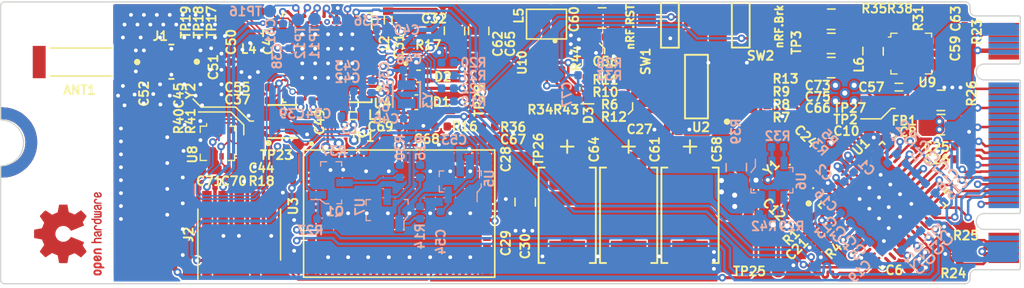
<source format=kicad_pcb>
(kicad_pcb (version 20171130) (host pcbnew 5.1.9+dfsg1-1)
  (layers (0 F.Cu signal) (1 In1.Cu power) (2 In2.Cu power) (31 B.Cu signal) (34 B.Paste user hide) (35 F.Paste user hide) (36 B.SilkS user) (37 F.SilkS user) (38 B.Mask user) (39 F.Mask user hide) (44 Edge.Cuts user))
  (net 0 "")
  (net 1 GND)
  (net 2 3V3)
  (net 3 "Net-(C12-Pad1)")
  (net 4 PETX_N)
  (net 5 PETX_P)
  (net 6 "Net-(R2-Pad1)")
  (net 7 "Net-(R3-Pad1)")
  (net 8 "Net-(R4-Pad1)")
  (net 9 "Net-(R5-Pad2)")
  (net 10 PECLK_P)
  (net 11 PECLK_N)
  (net 12 PERX_P)
  (net 13 PERX_N)
  (net 14 ~PECREQ)
  (net 15 "Net-(U1-Pad18)")
  (net 16 "Net-(U1-Pad20)")
  (net 17 "Net-(U1-Pad28)")
  (net 18 "Net-(U1-Pad29)")
  (net 19 Radio_USB_P)
  (net 20 Radio_USB_N)
  (net 21 "Net-(U1-Pad46)")
  (net 22 ~PERST)
  (net 23 ~PEWAKE)
  (net 24 "Net-(U3-Pad5)")
  (net 25 "Net-(U3-Pad4)")
  (net 26 "Net-(U3-Pad49)")
  (net 27 "Net-(U3-Pad77)")
  (net 28 "Net-(U3-Pad78)")
  (net 29 "Net-(U3-Pad82)")
  (net 30 "Net-(U4-PadB9)")
  (net 31 "Net-(U4-PadB11)")
  (net 32 "Net-(U4-PadB13)")
  (net 33 "Net-(U4-PadB15)")
  (net 34 "Net-(U4-PadB17)")
  (net 35 "Net-(U4-PadH2)")
  (net 36 "Net-(U4-PadK2)")
  (net 37 "Net-(U4-PadM2)")
  (net 38 "Net-(U4-PadP2)")
  (net 39 "Net-(U4-PadR24)")
  (net 40 "Net-(U4-PadT23)")
  (net 41 "Net-(U4-PadV23)")
  (net 42 "Net-(U4-PadAC19)")
  (net 43 "Net-(U4-PadAC21)")
  (net 44 "Net-(ANT1-Pad1)")
  (net 45 "Net-(ANT1-Pad2)")
  (net 46 "Net-(J2-Pad8)")
  (net 47 "Net-(J2-Pad7)")
  (net 48 "Net-(J2-Pad6)")
  (net 49 1V05)
  (net 50 3V3_CORAL)
  (net 51 "Net-(C32-Pad1)")
  (net 52 "Net-(C33-Pad1)")
  (net 53 "Net-(C34-Pad1)")
  (net 54 /nRF52840/VDD)
  (net 55 "Net-(C37-Pad1)")
  (net 56 "Net-(C38-Pad1)")
  (net 57 /nRF52840/DEC4_6)
  (net 58 /nRF52840/~RESET)
  (net 59 /nRF52840/XC1)
  (net 60 /nRF52840/XL1)
  (net 61 /nRF52840/XL2)
  (net 62 /nRF52840/XC2)
  (net 63 "Net-(C50-Pad1)")
  (net 64 5V_RADIO)
  (net 65 "Net-(D2-Pad4)")
  (net 66 "Net-(D2-Pad2)")
  (net 67 "Net-(D2-Pad3)")
  (net 68 /nRF52840/SWDIO)
  (net 69 /nRF52840/SWCLK)
  (net 70 /M2-Pins/CFG2)
  (net 71 /M2-Pins/CFG1)
  (net 72 "Net-(J3-Pad68)")
  (net 73 "Net-(J3-Pad67)")
  (net 74 "Net-(J3-Pad58)")
  (net 75 "Net-(J3-Pad56)")
  (net 76 "Net-(J3-Pad48)")
  (net 77 "Net-(J3-Pad46)")
  (net 78 "Net-(J3-Pad44)")
  (net 79 "Net-(J3-Pad42)")
  (net 80 "Net-(J3-Pad40)")
  (net 81 "Net-(J3-Pad38)")
  (net 82 "Net-(J3-Pad37)")
  (net 83 "Net-(J3-Pad36)")
  (net 84 "Net-(J3-Pad35)")
  (net 85 "Net-(J3-Pad34)")
  (net 86 "Net-(J3-Pad32)")
  (net 87 "Net-(J3-Pad31)")
  (net 88 "Net-(J3-Pad30)")
  (net 89 "Net-(J3-Pad29)")
  (net 90 "Net-(J3-Pad28)")
  (net 91 "Net-(J3-Pad26)")
  (net 92 "Net-(J3-Pad25)")
  (net 93 "Net-(J3-Pad24)")
  (net 94 "Net-(J3-Pad23)")
  (net 95 "Net-(J3-Pad22)")
  (net 96 /M2-Pins/CFG0)
  (net 97 "Net-(J3-Pad20)")
  (net 98 "Net-(J3-Pad11)")
  (net 99 "Net-(J3-Pad10)")
  (net 100 "Net-(J3-Pad8)")
  (net 101 "Net-(J3-Pad7)")
  (net 102 "Net-(J3-Pad6)")
  (net 103 "Net-(J3-Pad5)")
  (net 104 /M2-Pins/CFG3)
  (net 105 "Net-(L1-Pad2)")
  (net 106 "Net-(L1-Pad1)")
  (net 107 "Net-(L2-Pad1)")
  (net 108 "Net-(L6-Pad1)")
  (net 109 "Net-(R12-Pad2)")
  (net 110 "Net-(R13-Pad2)")
  (net 111 /nRF52840/LED1)
  (net 112 /nRF52840/LED2_G)
  (net 113 /nRF52840/LED2_B)
  (net 114 /nRF52840/LED2_R)
  (net 115 "Net-(R29-Pad2)")
  (net 116 "Net-(R32-Pad1)")
  (net 117 "Net-(U1-Pad37)")
  (net 118 "Net-(U1-Pad38)")
  (net 119 CORAL_USB_P)
  (net 120 CORAL_USB_N)
  (net 121 "Net-(U4-PadB19)")
  (net 122 "Net-(U4-PadG1)")
  (net 123 "Net-(U4-PadJ1)")
  (net 124 "Net-(U4-PadJ24)")
  (net 125 "Net-(U4-PadL24)")
  (net 126 "Net-(U4-PadP23)")
  (net 127 "Net-(U4-PadT2)")
  (net 128 "Net-(U4-PadAC9)")
  (net 129 "Net-(U4-PadAD8)")
  (net 130 "Net-(U4-PadAD10)")
  (net 131 "Net-(U4-PadAD12)")
  (net 132 "Net-(U4-PadAD16)")
  (net 133 "Net-(U4-PadAC11)")
  (net 134 "Net-(U4-PadAC15)")
  (net 135 "Net-(U4-PadAC17)")
  (net 136 "Net-(U3-Pad50)")
  (net 137 "Net-(U3-Pad52)")
  (net 138 "Net-(U3-Pad84)")
  (net 139 "Net-(U3-Pad85)")
  (net 140 "Net-(R36-Pad2)")
  (net 141 "Net-(TP11-Pad1)")
  (net 142 "Net-(TP12-Pad1)")
  (net 143 "Net-(TP16-Pad1)")
  (net 144 "Net-(TP17-Pad1)")
  (net 145 "Net-(TP18-Pad1)")
  (net 146 "Net-(TP19-Pad1)")
  (net 147 "Net-(TP23-Pad1)")
  (net 148 /nRF52840/SDA)
  (net 149 /nRF52840/SCL)
  (net 150 /PCIe-USB-Bridge/AVDD)
  (net 151 /PCIe-USB-Bridge/XT2)
  (net 152 /nRF52840/VBUS)
  (net 153 /nRF52840/ANT)
  (net 154 "Net-(C54-Pad1)")
  (net 155 "Net-(C63-Pad1)")
  (net 156 /CoralAccelerator/RST_EN)
  (net 157 nRF_CORAL_RST)
  (net 158 "Net-(Q1-Pad3)")
  (net 159 /PCIe-USB-Bridge/XT1)
  (net 160 /PCIe-USB-Bridge/SPISCK)
  (net 161 /PCIe-USB-Bridge/SPICSB)
  (net 162 /PCIe-USB-Bridge/SPISO)
  (net 163 /PCIe-USB-Bridge/SPISI)
  (net 164 "Net-(R14-Pad2)")
  (net 165 "Net-(R31-Pad1)")
  (net 166 "Net-(R35-Pad2)")
  (net 167 nRF_CORAL_PMIC_EN)
  (net 168 "Net-(R42-Pad1)")
  (net 169 nRF_CORAL_PGOOD)
  (net 170 /powerSupply/5V_EN)
  (net 171 "Net-(L5-Pad2)")
  (net 172 /powerSupply/PG_5V)
  (net 173 "Net-(R34-Pad2)")
  (net 174 "Net-(D3-Pad1)")
  (net 175 "Net-(D1-Pad2)")
  (net 176 /PCIe-USB-Bridge/PERXC_N)
  (net 177 /PCIe-USB-Bridge/PERXC_P)
  (net 178 "Net-(R16-Pad1)")
  (module m2-smart-iot-module-footprints:Linx-ANT-2.45-CHP-T-MFG (layer F.Cu) (at 121.0564 96.1644 180)
    (fp_text reference ANT1 (at -1.2386 -2.2056) (layer F.SilkS) (effects (font (size 0.7 0.7)) (justify right)))
    (fp_text value ANT-2.45-CHP-T hide)
    (pad 1 smd rect (at -3.302 0 180) (size 1.016 2.54) (layers F.Cu F.Paste F.Mask) (net 44 "Net-(ANT1-Pad1)"))
    (pad 2 smd rect (at 3.302 0 180) (size 1.016 2.54) (layers F.Cu F.Paste F.Mask) (net 45 "Net-(ANT1-Pad2)"))
  )
  (module m2-smart-iot-module-footprints:0402-res (layer F.Cu) (at 149.345 101.23)
    (fp_text reference R16 (at 1.86 -0.005) (layer F.SilkS) (effects (font (size 0.7 0.7))))
    (fp_text value R_0R_0402)
    (pad 2 smd roundrect (at 0.485 0) (size 0.59 0.64) (layers F.Cu F.Paste F.Mask) (net 154 "Net-(C54-Pad1)"))
    (pad 1 smd roundrect (at -0.485 0) (size 0.59 0.64) (layers F.Cu F.Paste F.Mask) (net 178 "Net-(R16-Pad1)"))
  )
  (module m2-smart-iot-module-footprints:LED0603 (layer F.Cu) (at 147.4 99.3 180)
    (fp_text reference D1 (at -1.98 -0.005 180) (layer F.SilkS) (effects (font (size 0.7 0.7))))
    (fp_text value KP-1608CGCK hide)
    (pad 2 smd rect (at -0.6485 0 180) (size 0.762 0.762) (layers F.Cu F.Paste F.Mask) (net 175 "Net-(D1-Pad2)"))
    (pad 1 smd rect (at 0.7485 0 180) (size 0.762 0.762) (layers F.Cu F.Paste F.Mask) (net 54 /nRF52840/VDD))
  )
  (module m2-smart-iot-module-footprints:SRP2512A-1R0M (layer F.Cu) (at 157.4 93.2 180)
    (fp_text reference L5 (at 1.95 0.675 270) (layer F.SilkS) (effects (font (size 0.7 0.7))))
    (fp_text value SRP2512A-1R0M hide)
    (pad 2 smd rect (at 0.75 0 270) (size 2 0.8) (layers F.Cu F.Paste F.Mask) (net 171 "Net-(L5-Pad2)"))
    (pad 1 smd rect (at -1.25 0 270) (size 2 0.8) (layers F.Cu F.Paste F.Mask) (net 2 3V3))
  )
  (module m2-smart-iot-module-footprints:FTQFN (layer F.Cu) (at 157.6 96.2 270)
    (fp_text reference U10 (at 0.01 1.88 90) (layer F.SilkS) (effects (font (size 0.64 0.64))))
    (fp_text value MIC2877-5.0YFT-TR hide)
    (pad 5 smd rect (at 0.65 0.81 270) (size 0.3 0.78) (layers F.Cu F.Mask) (net 64 5V_RADIO))
    (pad 3 smd rect (at -0.65 0.81 270) (size 0.3 0.78) (layers F.Cu F.Mask) (net 1 GND))
    (pad 4 smd rect (at 0 0.81 270) (size 0.3 0.78) (layers F.Cu F.Mask) (net 171 "Net-(L5-Pad2)"))
    (pad 8 smd rect (at 0 -0.9 270) (size 0.3 0.6) (layers F.Cu F.Mask) (net 172 /powerSupply/PG_5V))
    (pad 7 smd rect (at 0.9 -0.72) (size 0.3 0.6) (layers F.Cu F.Mask) (net 173 "Net-(R34-Pad2)"))
    (pad 1 smd rect (at -0.9 -0.72) (size 0.3 0.6) (layers F.Cu F.Mask) (net 2 3V3))
    (pad 6 smd rect (at 0.9 -0.07) (size 0.3 0.6) (layers F.Cu F.Mask) (net 170 /powerSupply/5V_EN))
    (pad 2 smd rect (at -0.9 -0.07) (size 0.3 0.6) (layers F.Cu F.Mask) (net 1 GND))
  )
  (module m2-smart-iot-module-footprints:0402-res (layer F.Cu) (at 160.85 95.85 90)
    (fp_text reference R44 (at -0.025 -0.89 90) (layer F.SilkS) (effects (font (size 0.7 0.7))))
    (fp_text value R_330R_0402 hide)
    (pad 2 smd roundrect (at 0.485 0 90) (size 0.59 0.64) (layers F.Cu F.Paste F.Mask) (net 2 3V3))
    (pad 1 smd roundrect (at -0.485 0 90) (size 0.59 0.64) (layers F.Cu F.Paste F.Mask) (net 174 "Net-(D3-Pad1)"))
  )
  (module m2-smart-iot-module-footprints:0402-res (layer B.Cu) (at 160.6 97.2)
    (fp_text reference R33 (at 1.965 0.035 180) (layer B.SilkS) (effects (font (size 0.7 0.7)) (justify mirror)))
    (fp_text value R_100k_0402 hide)
    (pad 2 smd roundrect (at 0.485 0) (size 0.59 0.64) (layers B.Cu B.Paste B.Mask) (net 2 3V3))
    (pad 1 smd roundrect (at -0.485 0) (size 0.59 0.64) (layers B.Cu B.Paste B.Mask) (net 170 /powerSupply/5V_EN))
  )
  (module m2-smart-iot-module-footprints:0402-res (layer B.Cu) (at 139.1 108.5 180)
    (fp_text reference R27 (at 0.04 -0.905) (layer B.SilkS) (effects (font (size 0.7 0.7)) (justify mirror)))
    (fp_text value R_10k_0402 hide)
    (pad 2 smd roundrect (at 0.485 0 180) (size 0.59 0.64) (layers B.Cu B.Paste B.Mask) (net 1 GND))
    (pad 1 smd roundrect (at -0.485 0 180) (size 0.59 0.64) (layers B.Cu B.Paste B.Mask) (net 157 nRF_CORAL_RST))
  )
  (module m2-smart-iot-module-footprints:LED0603 (layer F.Cu) (at 160.85 98.25 90)
    (fp_text reference D3 (at -2.105 0.085 270) (layer F.SilkS) (effects (font (size 0.7 0.7))))
    (fp_text value KP-1608CGCK hide)
    (pad 1 smd rect (at 0.7485 0 90) (size 0.762 0.762) (layers F.Cu F.Paste F.Mask) (net 174 "Net-(D3-Pad1)"))
    (pad 2 smd rect (at -0.6485 0 90) (size 0.762 0.762) (layers F.Cu F.Paste F.Mask) (net 172 /powerSupply/PG_5V))
  )
  (module m2-smart-iot-module-footprints:0402-res (layer F.Cu) (at 159.15 98.95)
    (fp_text reference R43 (at 0.02 0.96) (layer F.SilkS) (effects (font (size 0.7 0.7))))
    (fp_text value R_200k_0402 hide)
    (pad 2 smd roundrect (at 0.485 0) (size 0.59 0.64) (layers F.Cu F.Paste F.Mask) (net 1 GND))
    (pad 1 smd roundrect (at -0.485 0) (size 0.59 0.64) (layers F.Cu F.Paste F.Mask) (net 173 "Net-(R34-Pad2)"))
  )
  (module m2-smart-iot-module-footprints:0402-res (layer F.Cu) (at 157.15 98.95)
    (fp_text reference R34 (at 0 0.96) (layer F.SilkS) (effects (font (size 0.7 0.7))))
    (fp_text value R_910k_0402 hide)
    (pad 2 smd roundrect (at 0.485 0) (size 0.59 0.64) (layers F.Cu F.Paste F.Mask) (net 173 "Net-(R34-Pad2)"))
    (pad 1 smd roundrect (at -0.485 0) (size 0.59 0.64) (layers F.Cu F.Paste F.Mask) (net 64 5V_RADIO))
  )
  (module m2-smart-iot-module-footprints:0402-res (layer B.Cu) (at 160.6 96.2 180)
    (fp_text reference R28 (at -1.965 -0.06 180) (layer B.SilkS) (effects (font (size 0.7 0.7)) (justify mirror)))
    (fp_text value R_1M0_0402 hide)
    (pad 2 smd roundrect (at 0.485 0 180) (size 0.59 0.64) (layers B.Cu B.Paste B.Mask) (net 172 /powerSupply/PG_5V))
    (pad 1 smd roundrect (at -0.485 0 180) (size 0.59 0.64) (layers B.Cu B.Paste B.Mask) (net 2 3V3))
  )
  (module m2-smart-iot-module-footprints:0805-cap (layer F.Cu) (at 152.3 93.7 90)
    (fp_text reference C65 (at -1.035 2.475 90) (layer F.SilkS) (effects (font (size 0.7 0.7))))
    (fp_text value C_22u_0805_10V hide)
    (pad 1 smd rect (at -1.05 0 90) (size 1.2 1.2) (layers F.Cu F.Paste F.Mask) (net 64 5V_RADIO))
    (pad 2 smd rect (at 1.05 0 90) (size 1.2 1.2) (layers F.Cu F.Paste F.Mask) (net 1 GND))
  )
  (module m2-smart-iot-module-footprints:0805-cap (layer F.Cu) (at 150.4 93.7 90)
    (fp_text reference C62 (at -1.035 3.405 90) (layer F.SilkS) (effects (font (size 0.7 0.7))))
    (fp_text value C_22u_0805_10V hide)
    (pad 1 smd rect (at -1.05 0 90) (size 1.2 1.2) (layers F.Cu F.Paste F.Mask) (net 64 5V_RADIO))
    (pad 2 smd rect (at 1.05 0 90) (size 1.2 1.2) (layers F.Cu F.Paste F.Mask) (net 1 GND))
  )
  (module m2-smart-iot-module-footprints:0805-cap (layer F.Cu) (at 162 92.7)
    (fp_text reference C60 (at -2.2 0.1 90) (layer F.SilkS) (effects (font (size 0.7 0.7))))
    (fp_text value C_22u_0805_10V hide)
    (pad 1 smd rect (at -1.05 0) (size 1.2 1.2) (layers F.Cu F.Paste F.Mask) (net 2 3V3))
    (pad 2 smd rect (at 1.05 0) (size 1.2 1.2) (layers F.Cu F.Paste F.Mask) (net 1 GND))
  )
  (module m2-smart-iot-module-footprints:0402-cap (layer F.Cu) (at 161.8 94.2)
    (fp_text reference C56 (at 0.465 1.92004) (layer F.SilkS) (effects (font (size 0.7 0.7))))
    (fp_text value C_1u_0402 hide)
    (pad 2 smd roundrect (at 0.485 0) (size 0.59 0.64) (layers F.Cu F.Paste F.Mask) (net 1 GND))
    (pad 1 smd roundrect (at -0.485 0) (size 0.59 0.64) (layers F.Cu F.Paste F.Mask) (net 2 3V3))
  )
  (module m2-smart-iot-module-footprints:CK-PTS840_GK_SMTR_LFS-0 (layer F.Cu) (at 172.9 93.25 180)
    (fp_text reference SW2 (at -2.725 -2.42) (layer F.SilkS) (effects (font (size 0.7 0.7)) (justify right)))
    (fp_text value PTS840_GK_SMTR_LFS hide)
    (pad 1 smd rect (at -1.8 -1.049999 180) (size 1.4 1.05) (layers F.Cu F.Paste F.Mask) (net 170 /powerSupply/5V_EN))
    (pad 2 smd rect (at 1.8 -1.049999 180) (size 1.4 1.05) (layers F.Cu F.Paste F.Mask) (net 170 /powerSupply/5V_EN))
    (pad 3 smd rect (at -1.8 0.399999 180) (size 1.4 1.05) (layers F.Cu F.Paste F.Mask) (net 1 GND))
    (pad 4 smd rect (at 1.8 0.399999 180) (size 1.4 1.05) (layers F.Cu F.Paste F.Mask) (net 1 GND))
  )
  (module m2-smart-iot-module-footprints:0402-cap (layer B.Cu) (at 160.14 98.655 270)
    (fp_text reference C77 (at 0.065 0.9 270) (layer B.SilkS) (effects (font (size 0.7 0.7)) (justify mirror)))
    (fp_text value C_100n_0402 hide)
    (pad 2 smd roundrect (at 0.485 0 270) (size 0.59 0.64) (layers B.Cu B.Paste B.Mask) (net 1 GND))
    (pad 1 smd roundrect (at -0.485 0 270) (size 0.59 0.64) (layers B.Cu B.Paste B.Mask) (net 170 /powerSupply/5V_EN))
  )
  (module m2-smart-iot-module-footprints:DFN-6_3x3mm_EP1 (layer F.Cu) (at 186.3 95.5)
    (fp_text reference U9 (at 1.26 2.265) (layer F.SilkS) (effects (font (size 0.7 0.7))))
    (fp_text value NCP1599MNTWG hide)
    (pad 7 smd rect (at 0 0) (size 1.5 2.4) (layers F.Cu F.Paste F.Mask) (net 1 GND))
    (pad 6 smd rect (at 1.35 -1) (size 0.6 0.4) (layers F.Cu F.Paste F.Mask) (net 165 "Net-(R31-Pad1)"))
    (pad 5 smd rect (at 1.35 0) (size 0.6 0.4) (layers F.Cu F.Paste F.Mask) (net 2 3V3))
    (pad 4 smd rect (at 1.35 1) (size 0.6 0.4) (layers F.Cu F.Paste F.Mask) (net 2 3V3))
    (pad 3 smd rect (at -1.35 1) (size 0.6 0.4) (layers F.Cu F.Paste F.Mask) (net 108 "Net-(L6-Pad1)"))
    (pad 2 smd rect (at -1.35 0) (size 0.6 0.4) (layers F.Cu F.Paste F.Mask) (net 1 GND))
    (pad 1 smd rect (at -1.35 -1) (size 0.6 0.4) (layers F.Cu F.Paste F.Mask) (net 166 "Net-(R35-Pad2)"))
  )
  (module m2-smart-iot-module-footprints:SOT-23-3 (layer B.Cu) (at 145.1 107.8 90)
    (fp_text reference U7 (at 0.255 -2.13 90) (layer B.SilkS) (effects (font (size 0.7 0.7)) (justify mirror)))
    (fp_text value TLV803EF29DBZR hide)
    (pad 1 smd rect (at -1.05 0.95 90) (size 1.3 0.6) (layers B.Cu B.Paste B.Mask) (net 164 "Net-(R14-Pad2)"))
    (pad 2 smd rect (at -1.05 -0.95 90) (size 1.3 0.6) (layers B.Cu B.Paste B.Mask) (net 1 GND))
    (pad 3 smd rect (at 1.05 0 90) (size 1.3 0.6) (layers B.Cu B.Paste B.Mask) (net 154 "Net-(C54-Pad1)"))
  )
  (module m2-smart-iot-module-footprints:SOT-23-6 (layer B.Cu) (at 175.35 105.45)
    (fp_text reference U6 (at 2.305 0.08 90) (layer B.SilkS) (effects (font (size 0.7 0.7)) (justify mirror)))
    (fp_text value AP22652W6-7 hide)
    (pad 6 smd rect (at -0.95 1.35) (size 0.55 1) (layers B.Cu B.Paste B.Mask) (net 50 3V3_CORAL))
    (pad 5 smd rect (at 0 1.35) (size 0.55 1) (layers B.Cu B.Paste B.Mask) (net 168 "Net-(R42-Pad1)"))
    (pad 4 smd rect (at 0.95 1.35) (size 0.55 1) (layers B.Cu B.Paste B.Mask) (net 115 "Net-(R29-Pad2)"))
    (pad 1 smd rect (at -0.95 -1.35) (size 0.55 1) (layers B.Cu B.Paste B.Mask) (net 2 3V3))
    (pad 2 smd rect (at 0 -1.35) (size 0.55 1) (layers B.Cu B.Paste B.Mask) (net 1 GND))
    (pad 3 smd rect (at 0.95 -1.35) (size 0.55 1) (layers B.Cu B.Paste B.Mask) (net 116 "Net-(R32-Pad1)"))
  )
  (module m2-smart-iot-module-footprints:SOT-23-3 (layer B.Cu) (at 150.85 105.55 90)
    (fp_text reference U5 (at 0.235 2.295 270) (layer B.SilkS) (effects (font (size 0.7 0.7)) (justify mirror)))
    (fp_text value AP2120N-1.8TRG1 hide)
    (pad 1 smd rect (at -1.05 0.95 90) (size 1.3 0.6) (layers B.Cu B.Paste B.Mask) (net 1 GND))
    (pad 2 smd rect (at -1.05 -0.95 90) (size 1.3 0.6) (layers B.Cu B.Paste B.Mask) (net 154 "Net-(C54-Pad1)"))
    (pad 3 smd rect (at 1.05 0 90) (size 1.3 0.6) (layers B.Cu B.Paste B.Mask) (net 50 3V3_CORAL))
  )
  (module m2-smart-iot-module-footprints:TP-R-1.5 (layer F.Cu) (at 177.21 92.795)
    (fp_text reference TP3 (at 0.06 1.835 90) (layer F.SilkS) (effects (font (size 0.7 0.7))))
    (fp_text value TP hide)
    (pad 1 smd circle (at 0 0 270) (size 1.5 1.5) (layers F.Cu F.Mask) (net 1 GND))
  )
  (module m2-smart-iot-module-footprints:Testpoint_smd_1mm (layer F.Cu) (at 185.6142 99.75 270)
    (fp_text reference TP2 (at 0.9325 4.477533 180) (layer F.SilkS) (effects (font (size 0.7 0.7))))
    (fp_text value TP_SMD1MM hide)
    (pad 1 smd circle (at 0 -0.0508 270) (size 1 1) (layers F.Cu F.Mask) (net 2 3V3))
  )
  (module m2-smart-iot-module-footprints:Testpoint_smd_1mm (layer F.Cu) (at 145.075 102.1358)
    (fp_text reference TP1 (at -1.91 -0.08) (layer F.SilkS) (effects (font (size 0.7 0.7))))
    (fp_text value TP_SMD1MM hide)
    (pad 1 smd circle (at 0 -0.0508) (size 1 1) (layers F.Cu F.Mask) (net 156 /CoralAccelerator/RST_EN))
  )
  (module m2-smart-iot-module-footprints:0402-res (layer B.Cu) (at 174.85 108.1 180)
    (fp_text reference R42 (at 0.12 -0.975) (layer B.SilkS) (effects (font (size 0.7 0.7)) (justify mirror)))
    (fp_text value R_17k4_0402 hide)
    (pad 2 smd roundrect (at 0.485 0 180) (size 0.59 0.64) (layers B.Cu B.Paste B.Mask) (net 1 GND))
    (pad 1 smd roundrect (at -0.485 0 180) (size 0.59 0.64) (layers B.Cu B.Paste B.Mask) (net 168 "Net-(R42-Pad1)"))
  )
  (module m2-smart-iot-module-footprints:0402-res (layer F.Cu) (at 185.4 92.7)
    (fp_text reference R38 (at 0.005 -0.74) (layer F.SilkS) (effects (font (size 0.7 0.7))))
    (fp_text value R_12k_0402 hide)
    (pad 2 smd roundrect (at 0.485 0) (size 0.59 0.64) (layers F.Cu F.Paste F.Mask) (net 1 GND))
    (pad 1 smd roundrect (at -0.485 0) (size 0.59 0.64) (layers F.Cu F.Paste F.Mask) (net 166 "Net-(R35-Pad2)"))
  )
  (module m2-smart-iot-module-footprints:0402-res (layer F.Cu) (at 183.4 92.7)
    (fp_text reference R35 (at -0.005 -0.74) (layer F.SilkS) (effects (font (size 0.7 0.7))))
    (fp_text value R_3k74_0402 hide)
    (pad 2 smd roundrect (at 0.485 0) (size 0.59 0.64) (layers F.Cu F.Paste F.Mask) (net 166 "Net-(R35-Pad2)"))
    (pad 1 smd roundrect (at -0.485 0) (size 0.59 0.64) (layers F.Cu F.Paste F.Mask) (net 49 1V05))
  )
  (module m2-smart-iot-module-footprints:0402-res (layer F.Cu) (at 187.7 92.7 90)
    (fp_text reference R31 (at -0.03 -0.845 90) (layer F.SilkS) (effects (font (size 0.7 0.7))))
    (fp_text value R_4k7_0402 hide)
    (pad 2 smd roundrect (at 0.485 0 90) (size 0.59 0.64) (layers F.Cu F.Paste F.Mask) (net 155 "Net-(C63-Pad1)"))
    (pad 1 smd roundrect (at -0.485 0 90) (size 0.59 0.64) (layers F.Cu F.Paste F.Mask) (net 165 "Net-(R31-Pad1)"))
  )
  (module m2-smart-iot-module-footprints:0402-res (layer B.Cu) (at 146.1 104.75 90)
    (fp_text reference R30 (at 1.855 0.025 90) (layer B.SilkS) (effects (font (size 0.7 0.7)) (justify mirror)))
    (fp_text value R_0R_0402 hide)
    (pad 2 smd roundrect (at 0.485 0 90) (size 0.59 0.64) (layers B.Cu B.Paste B.Mask) (net 156 /CoralAccelerator/RST_EN))
    (pad 1 smd roundrect (at -0.485 0 90) (size 0.59 0.64) (layers B.Cu B.Paste B.Mask) (net 158 "Net-(Q1-Pad3)"))
  )
  (module m2-smart-iot-module-footprints:0402-res (layer B.Cu) (at 147.7 104.75 90)
    (fp_text reference R15 (at 1.855 0.03 90) (layer B.SilkS) (effects (font (size 0.7 0.7)) (justify mirror)))
    (fp_text value R_0R_0402 hide)
    (pad 2 smd roundrect (at 0.485 0 90) (size 0.59 0.64) (layers B.Cu B.Paste B.Mask) (net 156 /CoralAccelerator/RST_EN))
    (pad 1 smd roundrect (at -0.485 0 90) (size 0.59 0.64) (layers B.Cu B.Paste B.Mask) (net 164 "Net-(R14-Pad2)"))
  )
  (module m2-smart-iot-module-footprints:0402-res (layer B.Cu) (at 147.7 108 270)
    (fp_text reference R14 (at 1.865 0.015 90) (layer B.SilkS) (effects (font (size 0.7 0.7)) (justify mirror)))
    (fp_text value R_100k_0402 hide)
    (pad 2 smd roundrect (at 0.485 0 270) (size 0.59 0.64) (layers B.Cu B.Paste B.Mask) (net 164 "Net-(R14-Pad2)"))
    (pad 1 smd roundrect (at -0.485 0 270) (size 0.59 0.64) (layers B.Cu B.Paste B.Mask) (net 154 "Net-(C54-Pad1)"))
  )
  (module m2-smart-iot-module-footprints:SOT-23-3 (layer B.Cu) (at 140.7 105.65)
    (fp_text reference Q1 (at 0.31 2.255) (layer B.SilkS) (effects (font (size 0.7 0.7)) (justify mirror)))
    (fp_text value BSS123 hide)
    (pad 1 smd rect (at -1.05 0.95) (size 1.3 0.6) (layers B.Cu B.Paste B.Mask) (net 157 nRF_CORAL_RST))
    (pad 2 smd rect (at -1.05 -0.95) (size 1.3 0.6) (layers B.Cu B.Paste B.Mask) (net 1 GND))
    (pad 3 smd rect (at 1.05 0) (size 1.3 0.6) (layers B.Cu B.Paste B.Mask) (net 158 "Net-(Q1-Pad3)"))
  )
  (module m2-smart-iot-module-footprints:0805-res (layer F.Cu) (at 183.3 95.3 90)
    (fp_text reference L6 (at -1.085 -1.11 90) (layer F.SilkS) (effects (font (size 0.7 0.7))))
    (fp_text value 1285AS-H-2R2M=P2 hide)
    (pad 1 smd rect (at -1.05 0 90) (size 1.2 1.2) (layers F.Cu F.Paste F.Mask) (net 108 "Net-(L6-Pad1)"))
    (pad 2 smd rect (at 1.05 0 90) (size 1.2 1.2) (layers F.Cu F.Paste F.Mask) (net 49 1V05))
  )
  (module m2-smart-iot-module-footprints:0805-cap (layer F.Cu) (at 180 94.7 180)
    (fp_text reference C75 (at 1.05 -4.1975) (layer F.SilkS) (effects (font (size 0.7 0.7))))
    (fp_text value C_22u_0805_10V hide)
    (pad 1 smd rect (at -1.05 0 180) (size 1.2 1.2) (layers F.Cu F.Paste F.Mask) (net 49 1V05))
    (pad 2 smd rect (at 1.05 0 180) (size 1.2 1.2) (layers F.Cu F.Paste F.Mask) (net 1 GND))
  )
  (module m2-smart-iot-module-footprints:0805-cap (layer F.Cu) (at 180 92.8 180)
    (fp_text reference C73 (at 1.05 -5.215) (layer F.SilkS) (effects (font (size 0.7 0.7))))
    (fp_text value C_22u_0805_10V hide)
    (pad 1 smd rect (at -1.05 0 180) (size 1.2 1.2) (layers F.Cu F.Paste F.Mask) (net 49 1V05))
    (pad 2 smd rect (at 1.05 0 180) (size 1.2 1.2) (layers F.Cu F.Paste F.Mask) (net 1 GND))
  )
  (module m2-smart-iot-module-footprints:0805-cap (layer F.Cu) (at 180 96.6 180)
    (fp_text reference C66 (at 1.05 -3.18) (layer F.SilkS) (effects (font (size 0.7 0.7))))
    (fp_text value C_22u_0805_10V hide)
    (pad 1 smd rect (at -1.05 0 180) (size 1.2 1.2) (layers F.Cu F.Paste F.Mask) (net 49 1V05))
    (pad 2 smd rect (at 1.05 0 180) (size 1.2 1.2) (layers F.Cu F.Paste F.Mask) (net 1 GND))
  )
  (module m2-smart-iot-module-footprints:0402-cap (layer F.Cu) (at 188.9 92.7 270)
    (fp_text reference C63 (at 0.055 -0.895 90) (layer F.SilkS) (effects (font (size 0.7 0.7))))
    (fp_text value C_2n2_0402 hide)
    (pad 2 smd roundrect (at 0.485 0 270) (size 0.59 0.64) (layers F.Cu F.Paste F.Mask) (net 1 GND))
    (pad 1 smd roundrect (at -0.485 0 270) (size 0.59 0.64) (layers F.Cu F.Paste F.Mask) (net 155 "Net-(C63-Pad1)"))
  )
  (module m2-smart-iot-module-footprints:0402-cap (layer F.Cu) (at 188.9 95.1 90)
    (fp_text reference C59 (at 0 0.86 90) (layer F.SilkS) (effects (font (size 0.7 0.7))))
    (fp_text value C_100n_0402 hide)
    (pad 2 smd roundrect (at 0.485 0 90) (size 0.59 0.64) (layers F.Cu F.Paste F.Mask) (net 1 GND))
    (pad 1 smd roundrect (at -0.485 0 90) (size 0.59 0.64) (layers F.Cu F.Paste F.Mask) (net 2 3V3))
  )
  (module m2-smart-iot-module-footprints:0603-cap (layer F.Cu) (at 185.33 98.135 180)
    (fp_text reference C57 (at 2.16 -0.005) (layer F.SilkS) (effects (font (size 0.7 0.7))))
    (fp_text value C_22u_0603 hide)
    (pad 1 smd rect (at -0.7 0 180) (size 0.6 0.8) (layers F.Cu F.Paste F.Mask) (net 2 3V3))
    (pad 2 smd rect (at 0.7 0 180) (size 0.6 0.8) (layers F.Cu F.Paste F.Mask) (net 1 GND))
  )
  (module m2-smart-iot-module-footprints:0402-cap (layer F.Cu) (at 135.3 98.15 180)
    (fp_text reference C55 (at 1.97 -0.01) (layer F.SilkS) (effects (font (size 0.7 0.7))))
    (fp_text value C_100n_0402 hide)
    (pad 1 smd roundrect (at -0.485 0 180) (size 0.59 0.64) (layers F.Cu F.Paste F.Mask) (net 57 /nRF52840/DEC4_6))
    (pad 2 smd roundrect (at 0.485 0 180) (size 0.59 0.64) (layers F.Cu F.Paste F.Mask) (net 1 GND))
  )
  (module m2-smart-iot-module-footprints:0402-cap (layer B.Cu) (at 149.3 108.4 270)
    (fp_text reference C54 (at 1.895 -0.025 90) (layer B.SilkS) (effects (font (size 0.7 0.7)) (justify mirror)))
    (fp_text value C_1u_0402 hide)
    (pad 2 smd roundrect (at 0.485 0 270) (size 0.59 0.64) (layers B.Cu B.Paste B.Mask) (net 1 GND))
    (pad 1 smd roundrect (at -0.485 0 270) (size 0.59 0.64) (layers B.Cu B.Paste B.Mask) (net 154 "Net-(C54-Pad1)"))
  )
  (module m2-smart-iot-module-footprints:0402-cap (layer B.Cu) (at 150.3 103.1 180)
    (fp_text reference C53 (at -0.07 0.815) (layer B.SilkS) (effects (font (size 0.7 0.7)) (justify mirror)))
    (fp_text value C_1u_0402 hide)
    (pad 2 smd roundrect (at 0.485 0 180) (size 0.59 0.64) (layers B.Cu B.Paste B.Mask) (net 1 GND))
    (pad 1 smd roundrect (at -0.485 0 180) (size 0.59 0.64) (layers B.Cu B.Paste B.Mask) (net 50 3V3_CORAL))
  )
  (module m2-smart-iot-module-footprints:Abracon-ABS06-32.768KHZ-T-0 (layer B.Cu) (at 146.621499 98.7044 90)
    (fp_text reference Y3 (at -1.1956 1.688501 90) (layer B.SilkS) (effects (font (size 0.7 0.7)) (justify right mirror)))
    (fp_text value ABS06-32.768KHZ-9-1-T hide)
    (pad 1 smd rect (at -0.73 0 90) (size 0.75 1.4) (layers B.Cu B.Paste B.Mask) (net 60 /nRF52840/XL1))
    (pad 2 smd rect (at 0.73 0 90) (size 0.75 1.4) (layers B.Cu B.Paste B.Mask) (net 61 /nRF52840/XL2))
  )
  (module m2-smart-iot-module-footprints:Abracon-ABM11W-0-0-0 (layer F.Cu) (at 136.906001 100.838 180)
    (fp_text reference Y2 (at 7.256001 3.138 90) (layer F.SilkS) (effects (font (size 0.7 0.7)) (justify right)))
    (fp_text value ABM11W-101-32.0000MHZ-T3 hide)
    (pad 2 smd rect (at -0.6375 -0.4875 180) (size 0.875 0.775) (layers F.Cu F.Paste F.Mask) (net 1 GND))
    (pad 1 smd rect (at 0.6375 -0.4875 180) (size 0.875 0.775) (layers F.Cu F.Paste F.Mask) (net 59 /nRF52840/XC1))
    (pad 4 smd rect (at 0.6375 0.4875 180) (size 0.875 0.775) (layers F.Cu F.Paste F.Mask) (net 1 GND))
    (pad 3 smd rect (at -0.6375 0.4875 180) (size 0.875 0.775) (layers F.Cu F.Paste F.Mask) (net 62 /nRF52840/XC2))
  )
  (module m2-smart-iot-module-footprints:NDK-NX3225SA-0-0-MFG (layer F.Cu) (at 177.673 105.156 45)
    (fp_text reference Y1 (at -1.9 -2.15 45) (layer F.SilkS) (effects (font (size 0.7 0.7)) (justify left)))
    (fp_text value NX3225SA-24M hide)
    (pad 1 smd rect (at -1.1 0.8 45) (size 1.4 1.2) (layers F.Cu F.Paste F.Mask) (net 3 "Net-(C12-Pad1)"))
    (pad 2 smd rect (at 1.1 0.8 45) (size 1.4 1.2) (layers F.Cu F.Paste F.Mask) (net 1 GND))
    (pad 3 smd rect (at 1.1 -0.8 45) (size 1.4 1.2) (layers F.Cu F.Paste F.Mask) (net 151 /PCIe-USB-Bridge/XT2))
    (pad 4 smd rect (at -1.1 -0.8 45) (size 1.4 1.2) (layers F.Cu F.Paste F.Mask) (net 1 GND))
  )
  (module m2-smart-iot-module-footprints:Pressure_Sensor_LGA-8_2.5x2.5mm_BME280 (layer F.Cu) (at 131.762499 102.5525)
    (fp_text reference U8 (at -1.957499 0.8775 90) (layer F.SilkS) (effects (font (size 0.7 0.7))))
    (fp_text value BME280 hide)
    (pad 8 smd rect (at -0.975 1.024999) (size 0.35 0.5) (layers F.Cu F.Paste F.Mask) (net 2 3V3))
    (pad 7 smd rect (at -0.325 1.024999) (size 0.35 0.5) (layers F.Cu F.Paste F.Mask) (net 1 GND))
    (pad 6 smd rect (at 0.325 1.024999) (size 0.35 0.5) (layers F.Cu F.Paste F.Mask) (net 2 3V3))
    (pad 5 smd rect (at 0.975 1.024999) (size 0.35 0.5) (layers F.Cu F.Paste F.Mask) (net 2 3V3))
    (pad 4 smd rect (at 0.975 -1.025) (size 0.35 0.5) (layers F.Cu F.Paste F.Mask) (net 149 /nRF52840/SCL))
    (pad 3 smd rect (at 0.325 -1.025) (size 0.35 0.5) (layers F.Cu F.Paste F.Mask) (net 148 /nRF52840/SDA))
    (pad 2 smd rect (at -0.325 -1.025) (size 0.35 0.5) (layers F.Cu F.Paste F.Mask) (net 2 3V3))
    (pad 1 smd rect (at -0.975 -1.025) (size 0.35 0.5) (layers F.Cu F.Paste F.Mask) (net 1 GND))
  )
  (module m2-smart-iot-module-footprints:Nordic_Semiconductor-NRF52840-QIAA-R-0-0-MFG (layer F.Cu) (at 140.3858 95.8215 180)
    (fp_text reference U4 (at -5.1562 -3.5941) (layer F.SilkS) (effects (font (size 0.7 0.7)) (justify right)))
    (fp_text value NRF52840 hide)
    (pad 1 smd rect (at 0 0 180) (size 4.85 4.85) (layers F.Cu F.Paste F.Mask) (net 1 GND))
    (pad A8 smd circle (at -1.25 -3.25 180) (size 0.275 0.275) (layers F.Cu F.Paste F.Mask) (net 148 /nRF52840/SDA))
    (pad A10 smd circle (at -0.75 -3.25 180) (size 0.275 0.275) (layers F.Cu F.Paste F.Mask) (net 157 nRF_CORAL_RST))
    (pad A12 smd circle (at -0.25 -3.25 180) (size 0.275 0.275) (layers F.Cu F.Paste F.Mask) (net 167 nRF_CORAL_PMIC_EN))
    (pad A14 smd circle (at 0.25 -3.25 180) (size 0.275 0.275) (layers F.Cu F.Paste F.Mask) (net 169 nRF_CORAL_PGOOD))
    (pad A16 smd circle (at 0.75 -3.25 180) (size 0.275 0.275) (layers F.Cu F.Paste F.Mask) (net 147 "Net-(TP23-Pad1)"))
    (pad A18 smd circle (at 1.25 -3.25 180) (size 0.275 0.275) (layers F.Cu F.Paste F.Mask) (net 53 "Net-(C34-Pad1)"))
    (pad A20 smd circle (at 1.75 -3.25 180) (size 0.275 0.275) (layers F.Cu F.Paste F.Mask) (net 149 /nRF52840/SCL))
    (pad A22 smd circle (at 2.25 -3.25 180) (size 0.275 0.275) (layers F.Cu F.Paste F.Mask) (net 54 /nRF52840/VDD))
    (pad A23 smd circle (at 2.75 -3.25 180) (size 0.275 0.275) (layers F.Cu F.Paste F.Mask) (net 62 /nRF52840/XC2))
    (pad B1 smd circle (at -3.25 -2.75 180) (size 0.275 0.275) (layers F.Cu F.Paste F.Mask) (net 54 /nRF52840/VDD))
    (pad B24 smd circle (at 3.25 -2.75 180) (size 0.275 0.275) (layers F.Cu F.Paste F.Mask) (net 59 /nRF52840/XC1))
    (pad B3 smd circle (at -2.5 -2.75 180) (size 0.275 0.275) (layers F.Cu F.Paste F.Mask) (net 106 "Net-(L1-Pad1)"))
    (pad B5 smd circle (at -2 -2.75 180) (size 0.275 0.275) (layers F.Cu F.Paste F.Mask) (net 57 /nRF52840/DEC4_6))
    (pad B7 smd circle (at -1.5 -2.75 180) (size 0.275 0.275) (layers F.Cu F.Paste F.Mask) (net 1 GND))
    (pad B9 smd circle (at -1 -2.75 180) (size 0.275 0.275) (layers F.Cu F.Paste F.Mask) (net 30 "Net-(U4-PadB9)"))
    (pad B11 smd circle (at -0.5 -2.75 180) (size 0.275 0.275) (layers F.Cu F.Paste F.Mask) (net 31 "Net-(U4-PadB11)"))
    (pad B13 smd circle (at 0 -2.75 180) (size 0.275 0.275) (layers F.Cu F.Paste F.Mask) (net 32 "Net-(U4-PadB13)"))
    (pad B15 smd circle (at 0.5 -2.75 180) (size 0.275 0.275) (layers F.Cu F.Paste F.Mask) (net 33 "Net-(U4-PadB15)"))
    (pad B17 smd circle (at 1 -2.75 180) (size 0.275 0.275) (layers F.Cu F.Paste F.Mask) (net 34 "Net-(U4-PadB17)"))
    (pad B19 smd circle (at 1.5 -2.75 180) (size 0.275 0.275) (layers F.Cu F.Paste F.Mask) (net 121 "Net-(U4-PadB19)"))
    (pad C1 smd circle (at -3.25 -2.25 180) (size 0.275 0.275) (layers F.Cu F.Paste F.Mask) (net 52 "Net-(C33-Pad1)"))
    (pad D2 smd circle (at -2.75 -2 180) (size 0.275 0.275) (layers F.Cu F.Paste F.Mask) (net 60 /nRF52840/XL1))
    (pad D23 smd circle (at 2.75 -2 180) (size 0.275 0.275) (layers F.Cu F.Paste F.Mask) (net 55 "Net-(C37-Pad1)"))
    (pad E24 smd circle (at 3.25 -1.75 180) (size 0.275 0.275) (layers F.Cu F.Paste F.Mask) (net 57 /nRF52840/DEC4_6))
    (pad F2 smd circle (at -2.75 -1.5 180) (size 0.275 0.275) (layers F.Cu F.Paste F.Mask) (net 61 /nRF52840/XL2))
    (pad F23 smd circle (at 2.75 -1.5 180) (size 0.275 0.275) (layers F.Cu F.Paste F.Mask) (net 1 GND))
    (pad G1 smd circle (at -3.25 -1.25 180) (size 0.275 0.275) (layers F.Cu F.Paste F.Mask) (net 122 "Net-(U4-PadG1)"))
    (pad H2 smd circle (at -2.75 -1 180) (size 0.275 0.275) (layers F.Cu F.Paste F.Mask) (net 35 "Net-(U4-PadH2)"))
    (pad H23 smd circle (at 2.75 -1 180) (size 0.275 0.275) (layers F.Cu F.Paste F.Mask) (net 153 /nRF52840/ANT))
    (pad J1 smd circle (at -3.25 -0.75 180) (size 0.275 0.275) (layers F.Cu F.Paste F.Mask) (net 123 "Net-(U4-PadJ1)"))
    (pad J24 smd circle (at 3.25 -0.75 180) (size 0.275 0.275) (layers F.Cu F.Paste F.Mask) (net 124 "Net-(U4-PadJ24)"))
    (pad K2 smd circle (at -2.75 -0.5 180) (size 0.275 0.275) (layers F.Cu F.Paste F.Mask) (net 36 "Net-(U4-PadK2)"))
    (pad L1 smd circle (at -3.25 -0.25 180) (size 0.275 0.275) (layers F.Cu F.Paste F.Mask) (net 111 /nRF52840/LED1))
    (pad L24 smd circle (at 3.25 -0.25 180) (size 0.275 0.275) (layers F.Cu F.Paste F.Mask) (net 125 "Net-(U4-PadL24)"))
    (pad M2 smd circle (at -2.75 0 180) (size 0.275 0.275) (layers F.Cu F.Paste F.Mask) (net 37 "Net-(U4-PadM2)"))
    (pad N1 smd circle (at -3.25 0.25 180) (size 0.275 0.275) (layers F.Cu F.Paste F.Mask) (net 114 /nRF52840/LED2_R))
    (pad N24 smd circle (at 3.25 0.25 180) (size 0.275 0.275) (layers F.Cu F.Paste F.Mask) (net 56 "Net-(C38-Pad1)"))
    (pad P2 smd circle (at -2.75 0.5 180) (size 0.275 0.275) (layers F.Cu F.Paste F.Mask) (net 38 "Net-(U4-PadP2)"))
    (pad P23 smd circle (at 2.75 0.5 180) (size 0.275 0.275) (layers F.Cu F.Paste F.Mask) (net 126 "Net-(U4-PadP23)"))
    (pad R1 smd circle (at -3.25 0.75 180) (size 0.275 0.275) (layers F.Cu F.Paste F.Mask) (net 112 /nRF52840/LED2_G))
    (pad R24 smd circle (at 3.25 0.75 180) (size 0.275 0.275) (layers F.Cu F.Paste F.Mask) (net 39 "Net-(U4-PadR24)"))
    (pad T2 smd circle (at -2.75 1 180) (size 0.275 0.275) (layers F.Cu F.Paste F.Mask) (net 127 "Net-(U4-PadT2)"))
    (pad T23 smd circle (at 2.75 1 180) (size 0.275 0.275) (layers F.Cu F.Paste F.Mask) (net 40 "Net-(U4-PadT23)"))
    (pad U1 smd circle (at -3.25 1.25 180) (size 0.275 0.275) (layers F.Cu F.Paste F.Mask) (net 113 /nRF52840/LED2_B))
    (pad U24 smd circle (at 3.25 1.25 180) (size 0.275 0.275) (layers F.Cu F.Paste F.Mask) (net 146 "Net-(TP19-Pad1)"))
    (pad V23 smd circle (at 2.75 1.5 180) (size 0.275 0.275) (layers F.Cu F.Paste F.Mask) (net 41 "Net-(U4-PadV23)"))
    (pad W1 smd circle (at -3.25 1.75 180) (size 0.275 0.275) (layers F.Cu F.Paste F.Mask) (net 54 /nRF52840/VDD))
    (pad W24 smd circle (at 3.25 1.75 180) (size 0.275 0.275) (layers F.Cu F.Paste F.Mask) (net 145 "Net-(TP18-Pad1)"))
    (pad Y2 smd circle (at -2.75 2 180) (size 0.275 0.275) (layers F.Cu F.Paste F.Mask) (net 152 /nRF52840/VBUS))
    (pad Y23 smd circle (at 2.75 2 180) (size 0.275 0.275) (layers F.Cu F.Paste F.Mask) (net 144 "Net-(TP17-Pad1)"))
    (pad AA24 smd circle (at 3.25 2.25 180) (size 0.275 0.275) (layers F.Cu F.Paste F.Mask) (net 69 /nRF52840/SWCLK))
    (pad AB2 smd circle (at -2.75 2.5 180) (size 0.275 0.275) (layers F.Cu F.Paste F.Mask) (net 107 "Net-(L2-Pad1)"))
    (pad AC5 smd circle (at -2 2.75 180) (size 0.275 0.275) (layers F.Cu F.Paste F.Mask) (net 51 "Net-(C32-Pad1)"))
    (pad AC9 smd circle (at -1 2.75 180) (size 0.275 0.275) (layers F.Cu F.Paste F.Mask) (net 128 "Net-(U4-PadAC9)"))
    (pad AC11 smd circle (at -0.5 2.75 180) (size 0.275 0.275) (layers F.Cu F.Paste F.Mask) (net 133 "Net-(U4-PadAC11)"))
    (pad AC13 smd circle (at 0 2.75 180) (size 0.275 0.275) (layers F.Cu F.Paste F.Mask) (net 58 /nRF52840/~RESET))
    (pad AC15 smd circle (at 0.5 2.75 180) (size 0.275 0.275) (layers F.Cu F.Paste F.Mask) (net 134 "Net-(U4-PadAC15)"))
    (pad AC17 smd circle (at 1 2.75 180) (size 0.275 0.275) (layers F.Cu F.Paste F.Mask) (net 135 "Net-(U4-PadAC17)"))
    (pad AC19 smd circle (at 1.5 2.75 180) (size 0.275 0.275) (layers F.Cu F.Paste F.Mask) (net 42 "Net-(U4-PadAC19)"))
    (pad AC21 smd circle (at 2 2.75 180) (size 0.275 0.275) (layers F.Cu F.Paste F.Mask) (net 43 "Net-(U4-PadAC21)"))
    (pad AC24 smd circle (at 3.25 2.75 180) (size 0.275 0.275) (layers F.Cu F.Paste F.Mask) (net 68 /nRF52840/SWDIO))
    (pad AD2 smd circle (at -2.75 3.25 180) (size 0.275 0.275) (layers F.Cu F.Paste F.Mask) (net 152 /nRF52840/VBUS))
    (pad AD4 smd circle (at -2.25 3.25 180) (size 0.275 0.275) (layers F.Cu F.Paste F.Mask) (net 20 Radio_USB_N))
    (pad AD6 smd circle (at -1.75 3.25 180) (size 0.275 0.275) (layers F.Cu F.Paste F.Mask) (net 19 Radio_USB_P))
    (pad AD8 smd circle (at -1.25 3.25 180) (size 0.275 0.275) (layers F.Cu F.Paste F.Mask) (net 129 "Net-(U4-PadAD8)"))
    (pad AD10 smd circle (at -0.75 3.25 180) (size 0.275 0.275) (layers F.Cu F.Paste F.Mask) (net 130 "Net-(U4-PadAD10)"))
    (pad AD12 smd circle (at -0.25 3.25 180) (size 0.275 0.275) (layers F.Cu F.Paste F.Mask) (net 131 "Net-(U4-PadAD12)"))
    (pad AD14 smd circle (at 0.25 3.25 180) (size 0.275 0.275) (layers F.Cu F.Paste F.Mask) (net 54 /nRF52840/VDD))
    (pad AD16 smd circle (at 0.75 3.25 180) (size 0.275 0.275) (layers F.Cu F.Paste F.Mask) (net 132 "Net-(U4-PadAD16)"))
    (pad AD18 smd circle (at 1.25 3.25 180) (size 0.275 0.275) (layers F.Cu F.Paste F.Mask) (net 141 "Net-(TP11-Pad1)"))
    (pad AD20 smd circle (at 1.75 3.25 180) (size 0.275 0.275) (layers F.Cu F.Paste F.Mask) (net 142 "Net-(TP12-Pad1)"))
    (pad AD22 smd circle (at 2.25 3.25 180) (size 0.275 0.275) (layers F.Cu F.Paste F.Mask) (net 143 "Net-(TP16-Pad1)"))
    (pad AD23 smd circle (at 2.75 3.25 180) (size 0.275 0.275) (layers F.Cu F.Paste F.Mask) (net 54 /nRF52840/VDD))
  )
  (module m2-smart-iot-module-footprints:MODULE_G313-06329-00 (layer F.Cu) (at 146.05 108.077 270)
    (fp_text reference U3 (at -0.5842 8.3312 90) (layer F.SilkS) (effects (font (size 0.7 0.7))))
    (fp_text value CoralAccelerator hide)
    (pad 45 smd rect (at 4.5 -6.9 270) (size 0.3 0.6) (layers F.Cu F.Paste F.Mask) (net 1 GND))
    (pad 1 smd rect (at -4.5 6.9 270) (size 0.3 0.6) (layers F.Cu F.Paste F.Mask) (net 1 GND))
    (pad 6 smd rect (at -2 6.9 270) (size 0.3 0.6) (layers F.Cu F.Paste F.Mask) (net 1 GND))
    (pad 5 smd rect (at -2.5 6.9 270) (size 0.3 0.6) (layers F.Cu F.Paste F.Mask) (net 24 "Net-(U3-Pad5)"))
    (pad 4 smd rect (at -3 6.9 270) (size 0.3 0.6) (layers F.Cu F.Paste F.Mask) (net 25 "Net-(U3-Pad4)"))
    (pad 3 smd rect (at -3.5 6.9 270) (size 0.3 0.6) (layers F.Cu F.Paste F.Mask) (net 1 GND))
    (pad 2 smd rect (at -4 6.9 270) (size 0.3 0.6) (layers F.Cu F.Paste F.Mask) (net 1 GND))
    (pad 64 smd rect (at -4.4 -6 270) (size 0.6 0.3) (layers F.Cu F.Paste F.Mask) (net 50 3V3_CORAL))
    (pad 20 smd rect (at 4.4 6 270) (size 0.6 0.3) (layers F.Cu F.Paste F.Mask) (net 1 GND))
    (pad 101 smd rect (at -0.8 0.8 270) (size 0.8 0.8) (layers F.Cu F.Paste F.Mask) (net 1 GND))
    (pad 100 smd rect (at -0.8 -0.8 270) (size 0.8 0.8) (layers F.Cu F.Paste F.Mask) (net 1 GND))
    (pad 99 smd rect (at -0.8 -2.4 270) (size 0.8 0.8) (layers F.Cu F.Paste F.Mask) (net 1 GND))
    (pad 98 smd rect (at -0.8 -4 270) (size 0.8 0.8) (layers F.Cu F.Paste F.Mask) (net 1 GND))
    (pad 97 smd rect (at -0.8 -5.6 270) (size 0.8 0.8) (layers F.Cu F.Paste F.Mask) (net 1 GND))
    (pad 102 smd rect (at -0.8 2.4 270) (size 0.8 0.8) (layers F.Cu F.Paste F.Mask) (net 1 GND))
    (pad 103 smd rect (at -0.8 4 270) (size 0.8 0.8) (layers F.Cu F.Paste F.Mask) (net 1 GND))
    (pad 104 smd rect (at -0.8 5.6 270) (size 0.8 0.8) (layers F.Cu F.Paste F.Mask) (net 1 GND))
    (pad 93 smd rect (at -2.4 0.8 270) (size 0.8 0.8) (layers F.Cu F.Paste F.Mask) (net 1 GND))
    (pad 92 smd rect (at -2.4 -0.8 270) (size 0.8 0.8) (layers F.Cu F.Paste F.Mask) (net 1 GND))
    (pad 91 smd rect (at -2.4 -2.4 270) (size 0.8 0.8) (layers F.Cu F.Paste F.Mask) (net 1 GND))
    (pad 90 smd rect (at -2.4 -4 270) (size 0.8 0.8) (layers F.Cu F.Paste F.Mask) (net 1 GND))
    (pad 89 smd rect (at -2.4 -5.6 270) (size 0.8 0.8) (layers F.Cu F.Paste F.Mask) (net 1 GND))
    (pad 94 smd rect (at -2.4 2.4 270) (size 0.8 0.8) (layers F.Cu F.Paste F.Mask) (net 1 GND))
    (pad 95 smd rect (at -2.4 4 270) (size 0.8 0.8) (layers F.Cu F.Paste F.Mask) (net 1 GND))
    (pad 96 smd rect (at -2.4 5.6 270) (size 0.8 0.8) (layers F.Cu F.Paste F.Mask) (net 1 GND))
    (pad 109 smd rect (at 0.8 0.8 270) (size 0.8 0.8) (layers F.Cu F.Paste F.Mask) (net 1 GND))
    (pad 108 smd rect (at 0.8 -0.8 270) (size 0.8 0.8) (layers F.Cu F.Paste F.Mask) (net 1 GND))
    (pad 107 smd rect (at 0.8 -2.4 270) (size 0.8 0.8) (layers F.Cu F.Paste F.Mask) (net 1 GND))
    (pad 106 smd rect (at 0.8 -4 270) (size 0.8 0.8) (layers F.Cu F.Paste F.Mask) (net 1 GND))
    (pad 105 smd rect (at 0.8 -5.6 270) (size 0.8 0.8) (layers F.Cu F.Paste F.Mask) (net 1 GND))
    (pad 110 smd rect (at 0.8 2.4 270) (size 0.8 0.8) (layers F.Cu F.Paste F.Mask) (net 1 GND))
    (pad 111 smd rect (at 0.8 4 270) (size 0.8 0.8) (layers F.Cu F.Paste F.Mask) (net 1 GND))
    (pad 112 smd rect (at 0.8 5.6 270) (size 0.8 0.8) (layers F.Cu F.Paste F.Mask) (net 1 GND))
    (pad 117 smd rect (at 2.4 0.8 270) (size 0.8 0.8) (layers F.Cu F.Paste F.Mask) (net 1 GND))
    (pad 116 smd rect (at 2.4 -0.8 270) (size 0.8 0.8) (layers F.Cu F.Paste F.Mask) (net 1 GND))
    (pad 115 smd rect (at 2.4 -2.4 270) (size 0.8 0.8) (layers F.Cu F.Paste F.Mask) (net 1 GND))
    (pad 114 smd rect (at 2.4 -4 270) (size 0.8 0.8) (layers F.Cu F.Paste F.Mask) (net 1 GND))
    (pad 113 smd rect (at 2.4 -5.6 270) (size 0.8 0.8) (layers F.Cu F.Paste F.Mask) (net 1 GND))
    (pad 118 smd rect (at 2.4 2.4 270) (size 0.8 0.8) (layers F.Cu F.Paste F.Mask) (net 1 GND))
    (pad 119 smd rect (at 2.4 4 270) (size 0.8 0.8) (layers F.Cu F.Paste F.Mask) (net 1 GND))
    (pad 120 smd rect (at 2.4 5.6 270) (size 0.8 0.8) (layers F.Cu F.Paste F.Mask) (net 1 GND))
    (pad 7 smd rect (at -1.5 6.9 270) (size 0.3 0.6) (layers F.Cu F.Paste F.Mask) (net 1 GND))
    (pad 8 smd rect (at -1 6.9 270) (size 0.3 0.6) (layers F.Cu F.Paste F.Mask) (net 1 GND))
    (pad 9 smd rect (at -0.5 6.9 270) (size 0.3 0.6) (layers F.Cu F.Paste F.Mask) (net 1 GND))
    (pad 10 smd rect (at 0 6.9 270) (size 0.3 0.6) (layers F.Cu F.Paste F.Mask) (net 1 GND))
    (pad 11 smd rect (at 0.5 6.9 270) (size 0.3 0.6) (layers F.Cu F.Paste F.Mask) (net 1 GND))
    (pad 12 smd rect (at 1 6.9 270) (size 0.3 0.6) (layers F.Cu F.Paste F.Mask) (net 1 GND))
    (pad 13 smd rect (at 1.5 6.9 270) (size 0.3 0.6) (layers F.Cu F.Paste F.Mask) (net 119 CORAL_USB_P))
    (pad 14 smd rect (at 2 6.9 270) (size 0.3 0.6) (layers F.Cu F.Paste F.Mask) (net 120 CORAL_USB_N))
    (pad 15 smd rect (at 2.5 6.9 270) (size 0.3 0.6) (layers F.Cu F.Paste F.Mask) (net 1 GND))
    (pad 16 smd rect (at 3 6.9 270) (size 0.3 0.6) (layers F.Cu F.Paste F.Mask) (net 1 GND))
    (pad 17 smd rect (at 3.5 6.9 270) (size 0.3 0.6) (layers F.Cu F.Paste F.Mask) (net 1 GND))
    (pad 18 smd rect (at 4 6.9 270) (size 0.3 0.6) (layers F.Cu F.Paste F.Mask) (net 1 GND))
    (pad 19 smd rect (at 4.5 6.9 270) (size 0.3 0.6) (layers F.Cu F.Paste F.Mask) (net 1 GND))
    (pad 21 smd rect (at 4.4 5.5 270) (size 0.6 0.3) (layers F.Cu F.Paste F.Mask) (net 1 GND))
    (pad 22 smd rect (at 4.4 5 270) (size 0.6 0.3) (layers F.Cu F.Paste F.Mask) (net 1 GND))
    (pad 23 smd rect (at 4.4 4.5 270) (size 0.6 0.3) (layers F.Cu F.Paste F.Mask) (net 1 GND))
    (pad 24 smd rect (at 4.4 4 270) (size 0.6 0.3) (layers F.Cu F.Paste F.Mask) (net 1 GND))
    (pad 25 smd rect (at 4.4 3.5 270) (size 0.6 0.3) (layers F.Cu F.Paste F.Mask) (net 1 GND))
    (pad 26 smd rect (at 4.4 3 270) (size 0.6 0.3) (layers F.Cu F.Paste F.Mask) (net 1 GND))
    (pad 27 smd rect (at 4.4 2.5 270) (size 0.6 0.3) (layers F.Cu F.Paste F.Mask) (net 1 GND))
    (pad 28 smd rect (at 4.4 2 270) (size 0.6 0.3) (layers F.Cu F.Paste F.Mask) (net 1 GND))
    (pad 29 smd rect (at 4.4 1.5 270) (size 0.6 0.3) (layers F.Cu F.Paste F.Mask) (net 1 GND))
    (pad 30 smd rect (at 4.4 1 270) (size 0.6 0.3) (layers F.Cu F.Paste F.Mask) (net 1 GND))
    (pad 31 smd rect (at 4.4 0.5 270) (size 0.6 0.3) (layers F.Cu F.Paste F.Mask) (net 1 GND))
    (pad 32 smd rect (at 4.4 0 270) (size 0.6 0.3) (layers F.Cu F.Paste F.Mask) (net 1 GND))
    (pad 33 smd rect (at 4.4 -0.5 270) (size 0.6 0.3) (layers F.Cu F.Paste F.Mask) (net 1 GND))
    (pad 34 smd rect (at 4.4 -1 270) (size 0.6 0.3) (layers F.Cu F.Paste F.Mask) (net 1 GND))
    (pad 35 smd rect (at 4.4 -1.5 270) (size 0.6 0.3) (layers F.Cu F.Paste F.Mask) (net 1 GND))
    (pad 36 smd rect (at 4.4 -2 270) (size 0.6 0.3) (layers F.Cu F.Paste F.Mask) (net 1 GND))
    (pad 37 smd rect (at 4.4 -2.5 270) (size 0.6 0.3) (layers F.Cu F.Paste F.Mask) (net 169 nRF_CORAL_PGOOD))
    (pad 38 smd rect (at 4.4 -3 270) (size 0.6 0.3) (layers F.Cu F.Paste F.Mask) (net 1 GND))
    (pad 39 smd rect (at 4.4 -3.5 270) (size 0.6 0.3) (layers F.Cu F.Paste F.Mask) (net 1 GND))
    (pad 40 smd rect (at 4.4 -4 270) (size 0.6 0.3) (layers F.Cu F.Paste F.Mask) (net 1 GND))
    (pad 41 smd rect (at 4.4 -4.5 270) (size 0.6 0.3) (layers F.Cu F.Paste F.Mask) (net 1 GND))
    (pad 42 smd rect (at 4.4 -5 270) (size 0.6 0.3) (layers F.Cu F.Paste F.Mask) (net 1 GND))
    (pad 43 smd rect (at 4.4 -5.5 270) (size 0.6 0.3) (layers F.Cu F.Paste F.Mask) (net 1 GND))
    (pad 44 smd rect (at 4.4 -6 270) (size 0.6 0.3) (layers F.Cu F.Paste F.Mask) (net 1 GND))
    (pad 46 smd rect (at 4 -6.9 270) (size 0.3 0.6) (layers F.Cu F.Paste F.Mask) (net 1 GND))
    (pad 47 smd rect (at 3.5 -6.9 270) (size 0.3 0.6) (layers F.Cu F.Paste F.Mask) (net 1 GND))
    (pad 48 smd rect (at 3 -6.9 270) (size 0.3 0.6) (layers F.Cu F.Paste F.Mask) (net 1 GND))
    (pad 49 smd rect (at 2.5 -6.9 270) (size 0.3 0.6) (layers F.Cu F.Paste F.Mask) (net 26 "Net-(U3-Pad49)"))
    (pad 50 smd rect (at 2 -6.9 270) (size 0.3 0.6) (layers F.Cu F.Paste F.Mask) (net 136 "Net-(U3-Pad50)"))
    (pad 51 smd rect (at 1.5 -6.9 270) (size 0.3 0.6) (layers F.Cu F.Paste F.Mask) (net 1 GND))
    (pad 52 smd rect (at 1 -6.9 270) (size 0.3 0.6) (layers F.Cu F.Paste F.Mask) (net 137 "Net-(U3-Pad52)"))
    (pad 53 smd rect (at 0.5 -6.9 270) (size 0.3 0.6) (layers F.Cu F.Paste F.Mask) (net 140 "Net-(R36-Pad2)"))
    (pad 54 smd rect (at 0 -6.9 270) (size 0.3 0.6) (layers F.Cu F.Paste F.Mask) (net 50 3V3_CORAL))
    (pad 55 smd rect (at -0.5 -6.9 270) (size 0.3 0.6) (layers F.Cu F.Paste F.Mask) (net 1 GND))
    (pad 56 smd rect (at -1 -6.9 270) (size 0.3 0.6) (layers F.Cu F.Paste F.Mask) (net 50 3V3_CORAL))
    (pad 57 smd rect (at -1.5 -6.9 270) (size 0.3 0.6) (layers F.Cu F.Paste F.Mask) (net 50 3V3_CORAL))
    (pad 58 smd rect (at -2 -6.9 270) (size 0.3 0.6) (layers F.Cu F.Paste F.Mask) (net 50 3V3_CORAL))
    (pad 59 smd rect (at -2.5 -6.9 270) (size 0.3 0.6) (layers F.Cu F.Paste F.Mask) (net 50 3V3_CORAL))
    (pad 60 smd rect (at -3 -6.9 270) (size 0.3 0.6) (layers F.Cu F.Paste F.Mask) (net 50 3V3_CORAL))
    (pad 61 smd rect (at -3.5 -6.9 270) (size 0.3 0.6) (layers F.Cu F.Paste F.Mask) (net 50 3V3_CORAL))
    (pad 62 smd rect (at -4 -6.9 270) (size 0.3 0.6) (layers F.Cu F.Paste F.Mask) (net 50 3V3_CORAL))
    (pad 63 smd rect (at -4.5 -6.9 270) (size 0.3 0.6) (layers F.Cu F.Paste F.Mask) (net 50 3V3_CORAL))
    (pad 65 smd rect (at -4.4 -5.5 270) (size 0.6 0.3) (layers F.Cu F.Paste F.Mask) (net 50 3V3_CORAL))
    (pad 66 smd rect (at -4.4 -5 270) (size 0.6 0.3) (layers F.Cu F.Paste F.Mask) (net 50 3V3_CORAL))
    (pad 67 smd rect (at -4.4 -4.5 270) (size 0.6 0.3) (layers F.Cu F.Paste F.Mask) (net 50 3V3_CORAL))
    (pad 68 smd rect (at -4.4 -4 270) (size 0.6 0.3) (layers F.Cu F.Paste F.Mask) (net 1 GND))
    (pad 69 smd rect (at -4.4 -3.5 270) (size 0.6 0.3) (layers F.Cu F.Paste F.Mask) (net 1 GND))
    (pad 70 smd rect (at -4.4 -3 270) (size 0.6 0.3) (layers F.Cu F.Paste F.Mask) (net 1 GND))
    (pad 71 smd rect (at -4.4 -2.5 270) (size 0.6 0.3) (layers F.Cu F.Paste F.Mask) (net 1 GND))
    (pad 72 smd rect (at -4.4 -2 270) (size 0.6 0.3) (layers F.Cu F.Paste F.Mask) (net 1 GND))
    (pad 73 smd rect (at -4.4 -1.5 270) (size 0.6 0.3) (layers F.Cu F.Paste F.Mask) (net 1 GND))
    (pad 74 smd rect (at -4.4 -1 270) (size 0.6 0.3) (layers F.Cu F.Paste F.Mask) (net 1 GND))
    (pad 75 smd rect (at -4.4 -0.5 270) (size 0.6 0.3) (layers F.Cu F.Paste F.Mask) (net 1 GND))
    (pad 76 smd rect (at -4.4 0 270) (size 0.6 0.3) (layers F.Cu F.Paste F.Mask) (net 156 /CoralAccelerator/RST_EN))
    (pad 77 smd rect (at -4.4 0.5 270) (size 0.6 0.3) (layers F.Cu F.Paste F.Mask) (net 27 "Net-(U3-Pad77)"))
    (pad 78 smd rect (at -4.4 1 270) (size 0.6 0.3) (layers F.Cu F.Paste F.Mask) (net 28 "Net-(U3-Pad78)"))
    (pad 79 smd rect (at -4.4 1.5 270) (size 0.6 0.3) (layers F.Cu F.Paste F.Mask) (net 1 GND))
    (pad 80 smd rect (at -4.4 2 270) (size 0.6 0.3) (layers F.Cu F.Paste F.Mask) (net 1 GND))
    (pad 81 smd rect (at -4.4 2.5 270) (size 0.6 0.3) (layers F.Cu F.Paste F.Mask) (net 1 GND))
    (pad 82 smd rect (at -4.4 3 270) (size 0.6 0.3) (layers F.Cu F.Paste F.Mask) (net 29 "Net-(U3-Pad82)"))
    (pad 83 smd rect (at -4.4 3.5 270) (size 0.6 0.3) (layers F.Cu F.Paste F.Mask) (net 178 "Net-(R16-Pad1)"))
    (pad 84 smd rect (at -4.4 4 270) (size 0.6 0.3) (layers F.Cu F.Paste F.Mask) (net 138 "Net-(U3-Pad84)"))
    (pad 85 smd rect (at -4.4 4.5 270) (size 0.6 0.3) (layers F.Cu F.Paste F.Mask) (net 139 "Net-(U3-Pad85)"))
    (pad 86 smd rect (at -4.4 5 270) (size 0.6 0.3) (layers F.Cu F.Paste F.Mask) (net 1 GND))
    (pad 87 smd rect (at -4.4 5.5 270) (size 0.6 0.3) (layers F.Cu F.Paste F.Mask) (net 1 GND))
    (pad 88 smd rect (at -4.4 6 270) (size 0.6 0.3) (layers F.Cu F.Paste F.Mask) (net 1 GND))
  )
  (module m2-smart-iot-module-footprints:SOIC8-SST25VF512A-33-4I-SAE-Level_B (layer F.Cu) (at 169.418 98.0948 180)
    (fp_text reference U2 (at -1.157 -3.1952) (layer F.SilkS) (effects (font (size 0.7 0.7)) (justify right)))
    (fp_text value SST25VF512A hide)
    (pad 1 smd roundrect (at -2.4 -1.905 90) (size 0.599999 2.200001) (layers F.Cu F.Paste F.Mask) (roundrect_rratio 0.5) (net 161 /PCIe-USB-Bridge/SPICSB))
    (pad 2 smd roundrect (at -2.4 -0.635 90) (size 0.599999 2.200001) (layers F.Cu F.Paste F.Mask) (roundrect_rratio 0.5) (net 162 /PCIe-USB-Bridge/SPISO))
    (pad 3 smd roundrect (at -2.4 0.635 90) (size 0.599999 2.200001) (layers F.Cu F.Paste F.Mask) (roundrect_rratio 0.5) (net 110 "Net-(R13-Pad2)"))
    (pad 4 smd roundrect (at -2.4 1.905 90) (size 0.599999 2.200001) (layers F.Cu F.Paste F.Mask) (roundrect_rratio 0.5) (net 1 GND))
    (pad 8 smd roundrect (at 2.4 -1.905 90) (size 0.599999 2.200001) (layers F.Cu F.Paste F.Mask) (roundrect_rratio 0.5) (net 2 3V3))
    (pad 7 smd roundrect (at 2.4 -0.635 90) (size 0.599999 2.200001) (layers F.Cu F.Paste F.Mask) (roundrect_rratio 0.5) (net 109 "Net-(R12-Pad2)"))
    (pad 6 smd roundrect (at 2.4 0.635 90) (size 0.599999 2.200001) (layers F.Cu F.Paste F.Mask) (roundrect_rratio 0.5) (net 160 /PCIe-USB-Bridge/SPISCK))
    (pad 5 smd roundrect (at 2.4 1.905 90) (size 0.599999 2.200001) (layers F.Cu F.Paste F.Mask) (roundrect_rratio 0.5) (net 163 /PCIe-USB-Bridge/SPISI))
  )
  (module m2-smart-iot-module-footprints:QFN48-Renesas-UPD720202 (layer F.Cu) (at 184.023 107.442 225)
    (fp_text reference U1 (at -2.891642 4.436247 45) (layer F.SilkS) (effects (font (size 0.7 0.7)) (justify right)))
    (fp_text value UPD720202 hide)
    (pad 49 smd rect (at 0 0 225) (size 5.7 5.7) (layers F.Cu F.Mask) (net 1 GND))
    (pad 1 smd rect (at -3.37803 -2.749998 225) (size 0.756067 0.239283) (layers F.Cu F.Paste F.Mask) (net 10 PECLK_P))
    (pad 2 smd roundrect (at -3.37803 -2.250417 225) (size 0.756067 0.239283) (layers F.Cu F.Paste F.Mask) (roundrect_rratio 0.5) (net 11 PECLK_N))
    (pad 3 smd roundrect (at -3.37803 -1.750417 225) (size 0.756067 0.239283) (layers F.Cu F.Paste F.Mask) (roundrect_rratio 0.5) (net 150 /PCIe-USB-Bridge/AVDD))
    (pad 4 smd roundrect (at -3.37803 -1.250417 225) (size 0.756067 0.239283) (layers F.Cu F.Paste F.Mask) (roundrect_rratio 0.5) (net 177 /PCIe-USB-Bridge/PERXC_P))
    (pad 5 smd roundrect (at -3.37803 -0.750417 225) (size 0.756067 0.239283) (layers F.Cu F.Paste F.Mask) (roundrect_rratio 0.5) (net 176 /PCIe-USB-Bridge/PERXC_N))
    (pad 6 smd roundrect (at -3.37803 -0.250417 225) (size 0.756067 0.239283) (layers F.Cu F.Paste F.Mask) (roundrect_rratio 0.5) (net 49 1V05))
    (pad 7 smd roundrect (at -3.37803 0.249583 225) (size 0.756067 0.239283) (layers F.Cu F.Paste F.Mask) (roundrect_rratio 0.5) (net 5 PETX_P))
    (pad 8 smd roundrect (at -3.37803 0.749583 225) (size 0.756067 0.239283) (layers F.Cu F.Paste F.Mask) (roundrect_rratio 0.5) (net 4 PETX_N))
    (pad 9 smd roundrect (at -3.37803 1.249583 225) (size 0.756067 0.239283) (layers F.Cu F.Paste F.Mask) (roundrect_rratio 0.5) (net 49 1V05))
    (pad 10 smd roundrect (at -3.37803 1.749583 225) (size 0.756067 0.239283) (layers F.Cu F.Paste F.Mask) (roundrect_rratio 0.5) (net 14 ~PECREQ))
    (pad 11 smd roundrect (at -3.37803 2.249583 225) (size 0.756067 0.239283) (layers F.Cu F.Paste F.Mask) (roundrect_rratio 0.5) (net 6 "Net-(R2-Pad1)"))
    (pad 12 smd roundrect (at -3.37803 2.749583 225) (size 0.756067 0.239283) (layers F.Cu F.Paste F.Mask) (roundrect_rratio 0.5) (net 2 3V3))
    (pad 13 smd roundrect (at -2.749999 3.37803 225) (size 0.239283 0.756067) (layers F.Cu F.Paste F.Mask) (roundrect_rratio 0.5) (net 162 /PCIe-USB-Bridge/SPISO))
    (pad 14 smd roundrect (at -2.250416 3.37803 225) (size 0.239283 0.756067) (layers F.Cu F.Paste F.Mask) (roundrect_rratio 0.5) (net 161 /PCIe-USB-Bridge/SPICSB))
    (pad 15 smd roundrect (at -1.750416 3.37803 225) (size 0.239283 0.756067) (layers F.Cu F.Paste F.Mask) (roundrect_rratio 0.5) (net 160 /PCIe-USB-Bridge/SPISCK))
    (pad 16 smd roundrect (at -1.250416 3.37803 225) (size 0.239283 0.756067) (layers F.Cu F.Paste F.Mask) (roundrect_rratio 0.5) (net 163 /PCIe-USB-Bridge/SPISI))
    (pad 17 smd roundrect (at -0.750416 3.37803 225) (size 0.239283 0.756067) (layers F.Cu F.Paste F.Mask) (roundrect_rratio 0.5) (net 9 "Net-(R5-Pad2)"))
    (pad 18 smd roundrect (at -0.250416 3.37803 225) (size 0.239283 0.756067) (layers F.Cu F.Paste F.Mask) (roundrect_rratio 0.5) (net 15 "Net-(U1-Pad18)"))
    (pad 19 smd roundrect (at 0.249584 3.37803 225) (size 0.239283 0.756067) (layers F.Cu F.Paste F.Mask) (roundrect_rratio 0.5) (net 7 "Net-(R3-Pad1)"))
    (pad 20 smd roundrect (at 0.749584 3.37803 225) (size 0.239283 0.756067) (layers F.Cu F.Paste F.Mask) (roundrect_rratio 0.5) (net 16 "Net-(U1-Pad20)"))
    (pad 21 smd roundrect (at 1.249584 3.37803 225) (size 0.239283 0.756067) (layers F.Cu F.Paste F.Mask) (roundrect_rratio 0.5) (net 49 1V05))
    (pad 22 smd roundrect (at 1.749584 3.37803 225) (size 0.239283 0.756067) (layers F.Cu F.Paste F.Mask) (roundrect_rratio 0.5) (net 2 3V3))
    (pad 23 smd roundrect (at 2.249584 3.37803 225) (size 0.239283 0.756067) (layers F.Cu F.Paste F.Mask) (roundrect_rratio 0.5) (net 151 /PCIe-USB-Bridge/XT2))
    (pad 24 smd roundrect (at 2.749584 3.37803 225) (size 0.239283 0.756067) (layers F.Cu F.Paste F.Mask) (roundrect_rratio 0.5) (net 159 /PCIe-USB-Bridge/XT1))
    (pad 25 smd roundrect (at 3.37803 2.749999 225) (size 0.756067 0.239283) (layers F.Cu F.Paste F.Mask) (roundrect_rratio 0.5) (net 150 /PCIe-USB-Bridge/AVDD))
    (pad 26 smd roundrect (at 3.37803 2.250418 225) (size 0.756067 0.239283) (layers F.Cu F.Paste F.Mask) (roundrect_rratio 0.5) (net 8 "Net-(R4-Pad1)"))
    (pad 27 smd roundrect (at 3.37803 1.750418 225) (size 0.756067 0.239283) (layers F.Cu F.Paste F.Mask) (roundrect_rratio 0.5) (net 1 GND))
    (pad 28 smd roundrect (at 3.37803 1.250418 225) (size 0.756067 0.239283) (layers F.Cu F.Paste F.Mask) (roundrect_rratio 0.5) (net 17 "Net-(U1-Pad28)"))
    (pad 29 smd roundrect (at 3.37803 0.750418 225) (size 0.756067 0.239283) (layers F.Cu F.Paste F.Mask) (roundrect_rratio 0.5) (net 18 "Net-(U1-Pad29)"))
    (pad 30 smd roundrect (at 3.37803 0.250418 225) (size 0.756067 0.239283) (layers F.Cu F.Paste F.Mask) (roundrect_rratio 0.5) (net 49 1V05))
    (pad 31 smd roundrect (at 3.37803 -0.249582 225) (size 0.756067 0.239283) (layers F.Cu F.Paste F.Mask) (roundrect_rratio 0.5) (net 1 GND))
    (pad 32 smd roundrect (at 3.37803 -0.749582 225) (size 0.756067 0.239283) (layers F.Cu F.Paste F.Mask) (roundrect_rratio 0.5) (net 1 GND))
    (pad 33 smd roundrect (at 3.37803 -1.249582 225) (size 0.756067 0.239283) (layers F.Cu F.Paste F.Mask) (roundrect_rratio 0.5) (net 49 1V05))
    (pad 34 smd roundrect (at 3.37803 -1.749582 225) (size 0.756067 0.239283) (layers F.Cu F.Paste F.Mask) (roundrect_rratio 0.5) (net 2 3V3))
    (pad 35 smd roundrect (at 3.37803 -2.249582 225) (size 0.756067 0.239283) (layers F.Cu F.Paste F.Mask) (roundrect_rratio 0.5) (net 19 Radio_USB_P))
    (pad 36 smd roundrect (at 3.37803 -2.749582 225) (size 0.756067 0.239283) (layers F.Cu F.Paste F.Mask) (roundrect_rratio 0.5) (net 20 Radio_USB_N))
    (pad 37 smd roundrect (at 2.749999 -3.378032 225) (size 0.239283 0.756067) (layers F.Cu F.Paste F.Mask) (roundrect_rratio 0.5) (net 117 "Net-(U1-Pad37)"))
    (pad 38 smd roundrect (at 2.249584 -3.378032 225) (size 0.239283 0.756067) (layers F.Cu F.Paste F.Mask) (roundrect_rratio 0.5) (net 118 "Net-(U1-Pad38)"))
    (pad 39 smd roundrect (at 1.749584 -3.378032 225) (size 0.239283 0.756067) (layers F.Cu F.Paste F.Mask) (roundrect_rratio 0.5) (net 49 1V05))
    (pad 40 smd roundrect (at 1.249584 -3.378032 225) (size 0.239283 0.756067) (layers F.Cu F.Paste F.Mask) (roundrect_rratio 0.5) (net 1 GND))
    (pad 41 smd roundrect (at 0.749584 -3.378032 225) (size 0.239283 0.756067) (layers F.Cu F.Paste F.Mask) (roundrect_rratio 0.5) (net 1 GND))
    (pad 42 smd roundrect (at 0.249584 -3.378032 225) (size 0.239283 0.756067) (layers F.Cu F.Paste F.Mask) (roundrect_rratio 0.5) (net 49 1V05))
    (pad 43 smd roundrect (at -0.250416 -3.378032 225) (size 0.239283 0.756067) (layers F.Cu F.Paste F.Mask) (roundrect_rratio 0.5) (net 2 3V3))
    (pad 44 smd roundrect (at -0.750416 -3.378032 225) (size 0.239283 0.756067) (layers F.Cu F.Paste F.Mask) (roundrect_rratio 0.5) (net 119 CORAL_USB_P))
    (pad 45 smd roundrect (at -1.250416 -3.378032 225) (size 0.239283 0.756067) (layers F.Cu F.Paste F.Mask) (roundrect_rratio 0.5) (net 120 CORAL_USB_N))
    (pad 46 smd roundrect (at -1.750416 -3.378032 225) (size 0.239283 0.756067) (layers F.Cu F.Paste F.Mask) (roundrect_rratio 0.5) (net 21 "Net-(U1-Pad46)"))
    (pad 47 smd roundrect (at -2.250416 -3.378032 225) (size 0.239283 0.756067) (layers F.Cu F.Paste F.Mask) (roundrect_rratio 0.5) (net 22 ~PERST))
    (pad 48 smd roundrect (at -2.750416 -3.378032 225) (size 0.239283 0.756067) (layers F.Cu F.Paste F.Mask) (roundrect_rratio 0.5) (net 23 ~PEWAKE))
  )
  (module m2-smart-iot-module-footprints:Testpoint_smd_1mm (layer F.Cu) (at 152.35 97.3 90)
    (fp_text reference TP28 (at -1.87 0 90) (layer F.SilkS) (effects (font (size 0.7 0.7))))
    (fp_text value TP_SMD1MM hide)
    (pad 1 smd circle (at 0 -0.0508 90) (size 1 1) (layers F.Cu F.Mask) (net 64 5V_RADIO))
  )
  (module m2-smart-iot-module-footprints:Testpoint_smd_1mm (layer F.Cu) (at 183.375 99.75 90)
    (fp_text reference TP27 (at -0.025 -1.905 180) (layer F.SilkS) (effects (font (size 0.7 0.7))))
    (fp_text value TP_SMD1MM hide)
    (pad 1 smd circle (at 0 -0.0508 90) (size 1 1) (layers F.Cu F.Mask) (net 49 1V05))
  )
  (module m2-smart-iot-module-footprints:Testpoint_smd_1mm (layer F.Cu) (at 156 104.3 90)
    (fp_text reference TP26 (at 1.3 1 90) (layer F.SilkS) (effects (font (size 0.7 0.7))))
    (fp_text value TP_SMD1MM hide)
    (pad 1 smd circle (at 0 -0.0508 90) (size 1 1) (layers F.Cu F.Mask) (net 50 3V3_CORAL))
  )
  (module m2-smart-iot-module-footprints:Testpoint_smd_1mm (layer F.Cu) (at 175.85 112.5492 180)
    (fp_text reference TP25 (at 2.265 -0.0658) (layer F.SilkS) (effects (font (size 0.7 0.7))))
    (fp_text value TP_SMD1MM hide)
    (pad 1 smd circle (at 0 -0.0508 180) (size 1 1) (layers F.Cu F.Mask) (net 115 "Net-(R29-Pad2)"))
  )
  (module m2-smart-iot-module-footprints:Testpoint_smd_1mm (layer F.Cu) (at 138.06 102.69)
    (fp_text reference TP23 (at -1.662 0.7896) (layer F.SilkS) (effects (font (size 0.7 0.7))))
    (fp_text value TP_SMD1MM hide)
    (pad 1 smd circle (at 0 -0.0508) (size 1 1) (layers F.Cu F.Mask) (net 147 "Net-(TP23-Pad1)"))
  )
  (module m2-smart-iot-module-footprints:Testpoint_smd_1mm (layer F.Cu) (at 132.47 92.2508)
    (fp_text reference TP19 (at -3.2 0.7692 90) (layer F.SilkS) (effects (font (size 0.7 0.7))))
    (fp_text value TP_SMD1MM hide)
    (pad 1 smd circle (at 0 -0.0508) (size 1 1) (layers F.Cu F.Mask) (net 146 "Net-(TP19-Pad1)"))
  )
  (module m2-smart-iot-module-footprints:Testpoint_smd_1mm (layer F.Cu) (at 133.735 92.2508)
    (fp_text reference TP18 (at -3.4525 0.7692 90) (layer F.SilkS) (effects (font (size 0.7 0.7))))
    (fp_text value TP_SMD1MM hide)
    (pad 1 smd circle (at 0 -0.0508) (size 1 1) (layers F.Cu F.Mask) (net 145 "Net-(TP18-Pad1)"))
  )
  (module m2-smart-iot-module-footprints:Testpoint_smd_1mm (layer F.Cu) (at 135 92.265)
    (fp_text reference TP17 (at -3.705 0.755 90) (layer F.SilkS) (effects (font (size 0.7 0.7))))
    (fp_text value TP_SMD1MM hide)
    (pad 1 smd circle (at 0 -0.0508) (size 1 1) (layers F.Cu F.Mask) (net 144 "Net-(TP17-Pad1)"))
  )
  (module m2-smart-iot-module-footprints:Testpoint_smd_1mm (layer B.Cu) (at 135.88 92.1092)
    (fp_text reference TP16 (at -1.91 0.08) (layer B.SilkS) (effects (font (size 0.7 0.7)) (justify mirror)))
    (fp_text value TP_SMD1MM hide)
    (pad 1 smd circle (at 0 0.0508) (size 1 1) (layers B.Cu B.Mask) (net 143 "Net-(TP16-Pad1)"))
  )
  (module m2-smart-iot-module-footprints:Testpoint_smd_1mm (layer B.Cu) (at 138.09 92.78)
    (fp_text reference TP12 (at 0.185 1.865 90) (layer B.SilkS) (effects (font (size 0.7 0.7)) (justify mirror)))
    (fp_text value TP_SMD1MM hide)
    (pad 1 smd circle (at 0 0.0508) (size 1 1) (layers B.Cu B.Mask) (net 142 "Net-(TP12-Pad1)"))
  )
  (module m2-smart-iot-module-footprints:Testpoint_smd_1mm (layer B.Cu) (at 139.4 92.74)
    (fp_text reference TP11 (at 0 1.905 90) (layer B.SilkS) (effects (font (size 0.7 0.7)) (justify mirror)))
    (fp_text value TP_SMD1MM hide)
    (pad 1 smd circle (at 0 0.0508) (size 1 1) (layers B.Cu B.Mask) (net 141 "Net-(TP11-Pad1)"))
  )
  (module m2-smart-iot-module-footprints:CK-PTS840_GK_SMTR_LFS-0 (layer F.Cu) (at 167.33 93.26 180)
    (fp_text reference SW1 (at 1.905 -1.685 90) (layer F.SilkS) (effects (font (size 0.7 0.7)) (justify right)))
    (fp_text value PTS840_GK_SMTR_LFS hide)
    (pad 1 smd rect (at -1.8 -1.049999 180) (size 1.4 1.05) (layers F.Cu F.Paste F.Mask) (net 1 GND))
    (pad 2 smd rect (at 1.8 -1.049999 180) (size 1.4 1.05) (layers F.Cu F.Paste F.Mask) (net 1 GND))
    (pad 3 smd rect (at -1.8 0.399999 180) (size 1.4 1.05) (layers F.Cu F.Paste F.Mask) (net 58 /nRF52840/~RESET))
    (pad 4 smd rect (at 1.8 0.399999 180) (size 1.4 1.05) (layers F.Cu F.Paste F.Mask) (net 58 /nRF52840/~RESET))
  )
  (module m2-smart-iot-module-footprints:0402-res (layer F.Cu) (at 134.8 103.085 270)
    (fp_text reference R41 (at -2.27 5.15 90) (layer F.SilkS) (effects (font (size 0.7 0.7))))
    (fp_text value R_2k2_0402 hide)
    (pad 1 smd roundrect (at -0.485 0 270) (size 0.59 0.64) (layers F.Cu F.Paste F.Mask) (net 148 /nRF52840/SDA))
    (pad 2 smd roundrect (at 0.485 0 270) (size 0.59 0.64) (layers F.Cu F.Paste F.Mask) (net 2 3V3))
  )
  (module m2-smart-iot-module-footprints:0402-res (layer F.Cu) (at 133.8 103.085 270)
    (fp_text reference R40 (at -2.27 5.075 90) (layer F.SilkS) (effects (font (size 0.7 0.7))))
    (fp_text value R_2k2_0402 hide)
    (pad 1 smd roundrect (at -0.485 0 270) (size 0.59 0.64) (layers F.Cu F.Paste F.Mask) (net 149 /nRF52840/SCL))
    (pad 2 smd roundrect (at 0.485 0 270) (size 0.59 0.64) (layers F.Cu F.Paste F.Mask) (net 2 3V3))
  )
  (module m2-smart-iot-module-footprints:0805-res (layer B.Cu) (at 172.55 104.45 270)
    (fp_text reference R39 (at -2.83 0.025 90) (layer B.SilkS) (effects (font (size 0.7 0.7)) (justify mirror)))
    (fp_text value R_0R_0805 hide)
    (pad 1 smd rect (at -1.05 0 270) (size 1.2 1.2) (layers B.Cu B.Paste B.Mask) (net 2 3V3))
    (pad 2 smd rect (at 1.05 0 270) (size 1.2 1.2) (layers B.Cu B.Paste B.Mask) (net 50 3V3_CORAL))
  )
  (module m2-smart-iot-module-footprints:0402-res (layer B.Cu) (at 142.8 103.15 180)
    (fp_text reference R37 (at 1.885 -0.015) (layer B.SilkS) (effects (font (size 0.7 0.7)) (justify mirror)))
    (fp_text value R_8k2_0402 hide)
    (pad 1 smd roundrect (at -0.485 0 180) (size 0.59 0.64) (layers B.Cu B.Paste B.Mask) (net 140 "Net-(R36-Pad2)"))
    (pad 2 smd roundrect (at 0.485 0 180) (size 0.59 0.64) (layers B.Cu B.Paste B.Mask) (net 167 nRF_CORAL_PMIC_EN))
  )
  (module m2-smart-iot-module-footprints:0402-res (layer F.Cu) (at 153.07 101.25)
    (fp_text reference R36 (at 1.935 0.03) (layer F.SilkS) (effects (font (size 0.7 0.7))))
    (fp_text value R_100k_0402 hide)
    (pad 1 smd roundrect (at -0.485 0) (size 0.59 0.64) (layers F.Cu F.Paste F.Mask) (net 50 3V3_CORAL))
    (pad 2 smd roundrect (at 0.485 0) (size 0.59 0.64) (layers F.Cu F.Paste F.Mask) (net 140 "Net-(R36-Pad2)"))
  )
  (module m2-smart-iot-module-footprints:0402-res (layer B.Cu) (at 175.8 102.85 180)
    (fp_text reference R32 (at 0 0.8636) (layer B.SilkS) (effects (font (size 0.7 0.7)) (justify mirror)))
    (fp_text value R_0R_0402 hide)
    (pad 1 smd roundrect (at -0.485 0 180) (size 0.59 0.64) (layers B.Cu B.Paste B.Mask) (net 116 "Net-(R32-Pad1)"))
    (pad 2 smd roundrect (at 0.485 0 180) (size 0.59 0.64) (layers B.Cu B.Paste B.Mask) (net 1 GND))
  )
  (module m2-smart-iot-module-footprints:0402-res (layer B.Cu) (at 176.8 108.1 180)
    (fp_text reference R29 (at -0.085 -0.975) (layer B.SilkS) (effects (font (size 0.7 0.7)) (justify mirror)))
    (fp_text value R_10k_0402 hide)
    (pad 1 smd roundrect (at -0.485 0 180) (size 0.59 0.64) (layers B.Cu B.Paste B.Mask) (net 2 3V3))
    (pad 2 smd roundrect (at 0.485 0 180) (size 0.59 0.64) (layers B.Cu B.Paste B.Mask) (net 115 "Net-(R29-Pad2)"))
  )
  (module m2-smart-iot-module-footprints:0402-res (layer F.Cu) (at 190.5 96.71 90)
    (fp_text reference R26 (at -1.925 0.55 90) (layer F.SilkS) (effects (font (size 0.7 0.7))))
    (fp_text value R_0R_0402 hide)
    (pad 1 smd roundrect (at -0.485 0 90) (size 0.59 0.64) (layers F.Cu F.Paste F.Mask) (net 96 /M2-Pins/CFG0))
    (pad 2 smd roundrect (at 0.485 0 90) (size 0.59 0.64) (layers F.Cu F.Paste F.Mask) (net 1 GND))
  )
  (module m2-smart-iot-module-footprints:0402-res (layer F.Cu) (at 189.611 110.744 180)
    (fp_text reference R25 (at -0.989 0.944) (layer F.SilkS) (effects (font (size 0.7 0.7))))
    (fp_text value R_0R_0402 hide)
    (pad 1 smd roundrect (at -0.485 0 180) (size 0.59 0.64) (layers F.Cu F.Paste F.Mask) (net 71 /M2-Pins/CFG1))
    (pad 2 smd roundrect (at 0.485 0 180) (size 0.59 0.64) (layers F.Cu F.Paste F.Mask) (net 1 GND))
  )
  (module m2-smart-iot-module-footprints:0402-res (layer F.Cu) (at 189.611 111.76 180)
    (fp_text reference R24 (at 0 -1.016) (layer F.SilkS) (effects (font (size 0.7 0.7))))
    (fp_text value R_0R_0402 hide)
    (pad 1 smd roundrect (at -0.485 0 180) (size 0.59 0.64) (layers F.Cu F.Paste F.Mask) (net 70 /M2-Pins/CFG2))
    (pad 2 smd roundrect (at 0.485 0 180) (size 0.59 0.64) (layers F.Cu F.Paste F.Mask) (net 1 GND))
  )
  (module m2-smart-iot-module-footprints:0402-res (layer F.Cu) (at 190.5 93.8 270)
    (fp_text reference R23 (at -0.01 -0.965 90) (layer F.SilkS) (effects (font (size 0.7 0.7))))
    (fp_text value R_0R_0402 hide)
    (pad 1 smd roundrect (at -0.485 0 270) (size 0.59 0.64) (layers F.Cu F.Paste F.Mask) (net 104 /M2-Pins/CFG3))
    (pad 2 smd roundrect (at 0.485 0 270) (size 0.59 0.64) (layers F.Cu F.Paste F.Mask) (net 1 GND))
  )
  (module m2-smart-iot-module-footprints:0402-res (layer B.Cu) (at 149.86 98.2345 180)
    (fp_text reference R22 (at -2.032 -0.0127) (layer B.SilkS) (effects (font (size 0.7 0.7)) (justify mirror)))
    (fp_text value R_1k2_0402 hide)
    (pad 1 smd roundrect (at -0.485 0 180) (size 0.59 0.64) (layers B.Cu B.Paste B.Mask) (net 66 "Net-(D2-Pad2)"))
    (pad 2 smd roundrect (at 0.485 0 180) (size 0.59 0.64) (layers B.Cu B.Paste B.Mask) (net 114 /nRF52840/LED2_R))
  )
  (module m2-smart-iot-module-footprints:0402-res (layer B.Cu) (at 149.86 97.2185 180)
    (fp_text reference R21 (at -2.032 -0.0127) (layer B.SilkS) (effects (font (size 0.7 0.7)) (justify mirror)))
    (fp_text value R_390R_0402 hide)
    (pad 1 smd roundrect (at -0.485 0 180) (size 0.59 0.64) (layers B.Cu B.Paste B.Mask) (net 67 "Net-(D2-Pad3)"))
    (pad 2 smd roundrect (at 0.485 0 180) (size 0.59 0.64) (layers B.Cu B.Paste B.Mask) (net 113 /nRF52840/LED2_B))
  )
  (module m2-smart-iot-module-footprints:0402-res (layer B.Cu) (at 149.86 96.2025 180)
    (fp_text reference R20 (at -2.032 -0.0127) (layer B.SilkS) (effects (font (size 0.7 0.7)) (justify mirror)))
    (fp_text value R_2k2_0402 hide)
    (pad 1 smd roundrect (at -0.485 0 180) (size 0.59 0.64) (layers B.Cu B.Paste B.Mask) (net 65 "Net-(D2-Pad4)"))
    (pad 2 smd roundrect (at 0.485 0 180) (size 0.59 0.64) (layers B.Cu B.Paste B.Mask) (net 112 /nRF52840/LED2_G))
  )
  (module m2-smart-iot-module-footprints:0402-res (layer B.Cu) (at 149.86 99.2505 180)
    (fp_text reference R19 (at -2.032 -0.0127) (layer B.SilkS) (effects (font (size 0.7 0.7)) (justify mirror)))
    (fp_text value R_330R_0402 hide)
    (pad 1 smd roundrect (at -0.485 0 180) (size 0.59 0.64) (layers B.Cu B.Paste B.Mask) (net 175 "Net-(D1-Pad2)"))
    (pad 2 smd roundrect (at 0.485 0 180) (size 0.59 0.64) (layers B.Cu B.Paste B.Mask) (net 111 /nRF52840/LED1))
  )
  (module m2-smart-iot-module-footprints:0402-res (layer F.Cu) (at 137.16 105.41 180)
    (fp_text reference R18 (at 1.9304 -0.115) (layer F.SilkS) (effects (font (size 0.7 0.7))))
    (fp_text value R_10k_0402 hide)
    (pad 1 smd roundrect (at -0.485 0 180) (size 0.59 0.64) (layers F.Cu F.Paste F.Mask) (net 54 /nRF52840/VDD))
    (pad 2 smd roundrect (at 0.485 0 180) (size 0.59 0.64) (layers F.Cu F.Paste F.Mask) (net 58 /nRF52840/~RESET))
  )
  (module m2-smart-iot-module-footprints:0402-res (layer F.Cu) (at 148.375 93.8 180)
    (fp_text reference R17 (at 0.045 -1.02) (layer F.SilkS) (effects (font (size 0.7 0.7))))
    (fp_text value R_4R7_0402 hide)
    (pad 1 smd roundrect (at -0.485 0 180) (size 0.59 0.64) (layers F.Cu F.Paste F.Mask) (net 64 5V_RADIO))
    (pad 2 smd roundrect (at 0.485 0 180) (size 0.59 0.64) (layers F.Cu F.Paste F.Mask) (net 152 /nRF52840/VBUS))
  )
  (module m2-smart-iot-module-footprints:0402-res (layer F.Cu) (at 174.498 97.4598 180)
    (fp_text reference R13 (at -1.9204 -0.0196) (layer F.SilkS) (effects (font (size 0.7 0.7))))
    (fp_text value R_10k_0402 hide)
    (pad 1 smd roundrect (at -0.485 0 180) (size 0.59 0.64) (layers F.Cu F.Paste F.Mask) (net 2 3V3))
    (pad 2 smd roundrect (at 0.485 0 180) (size 0.59 0.64) (layers F.Cu F.Paste F.Mask) (net 110 "Net-(R13-Pad2)"))
  )
  (module m2-smart-iot-module-footprints:0402-res (layer F.Cu) (at 164.084 98.7298)
    (fp_text reference R12 (at -1.157334 1.7502) (layer F.SilkS) (effects (font (size 0.7 0.7))))
    (fp_text value R_10k_0402 hide)
    (pad 1 smd roundrect (at -0.485 0) (size 0.59 0.64) (layers F.Cu F.Paste F.Mask) (net 2 3V3))
    (pad 2 smd roundrect (at 0.485 0) (size 0.59 0.64) (layers F.Cu F.Paste F.Mask) (net 109 "Net-(R12-Pad2)"))
  )
  (module m2-smart-iot-module-footprints:0402-res (layer F.Cu) (at 164.084 95.6818 180)
    (fp_text reference R11 (at 1.824 -1.87828) (layer F.SilkS) (effects (font (size 0.7 0.7))))
    (fp_text value R_10k_0402 hide)
    (pad 1 smd roundrect (at -0.485 0 180) (size 0.59 0.64) (layers F.Cu F.Paste F.Mask) (net 163 /PCIe-USB-Bridge/SPISI))
    (pad 2 smd roundrect (at 0.485 0 180) (size 0.59 0.64) (layers F.Cu F.Paste F.Mask) (net 1 GND))
  )
  (module m2-smart-iot-module-footprints:0402-res (layer F.Cu) (at 164.084 96.6978)
    (fp_text reference R10 (at -1.824 1.83732) (layer F.SilkS) (effects (font (size 0.7 0.7))))
    (fp_text value R_10k_0402 hide)
    (pad 1 smd roundrect (at -0.485 0) (size 0.59 0.64) (layers F.Cu F.Paste F.Mask) (net 2 3V3))
    (pad 2 smd roundrect (at 0.485 0) (size 0.59 0.64) (layers F.Cu F.Paste F.Mask) (net 163 /PCIe-USB-Bridge/SPISI))
  )
  (module m2-smart-iot-module-footprints:0402-res (layer F.Cu) (at 174.498 98.4758 180)
    (fp_text reference R9 (at -1.587067 -0.0196) (layer F.SilkS) (effects (font (size 0.7 0.7))))
    (fp_text value R_10k_0402 hide)
    (pad 1 smd roundrect (at -0.485 0 180) (size 0.59 0.64) (layers F.Cu F.Paste F.Mask) (net 2 3V3))
    (pad 2 smd roundrect (at 0.485 0 180) (size 0.59 0.64) (layers F.Cu F.Paste F.Mask) (net 162 /PCIe-USB-Bridge/SPISO))
  )
  (module m2-smart-iot-module-footprints:0402-res (layer F.Cu) (at 174.498 99.4918)
    (fp_text reference R8 (at 1.587067 0.0196) (layer F.SilkS) (effects (font (size 0.7 0.7))))
    (fp_text value R_10k_0402 hide)
    (pad 1 smd roundrect (at -0.485 0) (size 0.59 0.64) (layers F.Cu F.Paste F.Mask) (net 161 /PCIe-USB-Bridge/SPICSB))
    (pad 2 smd roundrect (at 0.485 0) (size 0.59 0.64) (layers F.Cu F.Paste F.Mask) (net 1 GND))
  )
  (module m2-smart-iot-module-footprints:0402-res (layer F.Cu) (at 174.498 100.5078 180)
    (fp_text reference R7 (at -1.587067 -0.0196) (layer F.SilkS) (effects (font (size 0.7 0.7))))
    (fp_text value R_10k_0402 hide)
    (pad 1 smd roundrect (at -0.485 0 180) (size 0.59 0.64) (layers F.Cu F.Paste F.Mask) (net 2 3V3))
    (pad 2 smd roundrect (at 0.485 0 180) (size 0.59 0.64) (layers F.Cu F.Paste F.Mask) (net 161 /PCIe-USB-Bridge/SPICSB))
  )
  (module m2-smart-iot-module-footprints:0402-res (layer F.Cu) (at 164.084 97.7138 180)
    (fp_text reference R6 (at 1.490667 -1.79636) (layer F.SilkS) (effects (font (size 0.7 0.7))))
    (fp_text value R_10k_0402 hide)
    (pad 1 smd roundrect (at -0.485 0 180) (size 0.59 0.64) (layers F.Cu F.Paste F.Mask) (net 160 /PCIe-USB-Bridge/SPISCK))
    (pad 2 smd roundrect (at 0.485 0 180) (size 0.59 0.64) (layers F.Cu F.Paste F.Mask) (net 1 GND))
  )
  (module m2-smart-iot-module-footprints:0402-res (layer B.Cu) (at 181.102 103.378 315)
    (fp_text reference R5 (at -1.76013 -0.035921 135) (layer B.SilkS) (effects (font (size 0.7 0.7)) (justify mirror)))
    (fp_text value R_10k_0402 hide)
    (pad 1 smd roundrect (at -0.485 0 315) (size 0.59 0.64) (layers B.Cu B.Paste B.Mask) (net 2 3V3))
    (pad 2 smd roundrect (at 0.485 0 315) (size 0.59 0.64) (layers B.Cu B.Paste B.Mask) (net 9 "Net-(R5-Pad2)"))
  )
  (module m2-smart-iot-module-footprints:0402-res (layer F.Cu) (at 179.578 110.236 225)
    (fp_text reference R4 (at 0.100409 -0.98005 45) (layer F.SilkS) (effects (font (size 0.7 0.7))))
    (fp_text value R_1k6_0402 hide)
    (pad 1 smd roundrect (at -0.485 0 225) (size 0.59 0.64) (layers F.Cu F.Paste F.Mask) (net 8 "Net-(R4-Pad1)"))
    (pad 2 smd roundrect (at 0.485 0 225) (size 0.59 0.64) (layers F.Cu F.Paste F.Mask) (net 1 GND))
  )
  (module m2-smart-iot-module-footprints:0402-res (layer B.Cu) (at 180.34 104.14 135)
    (fp_text reference R3 (at 1.76013 0.035921 135) (layer B.SilkS) (effects (font (size 0.7 0.7)) (justify mirror)))
    (fp_text value R_10k_0402 hide)
    (pad 1 smd roundrect (at -0.485 0 135) (size 0.59 0.64) (layers B.Cu B.Paste B.Mask) (net 7 "Net-(R3-Pad1)"))
    (pad 2 smd roundrect (at 0.485 0 135) (size 0.59 0.64) (layers B.Cu B.Paste B.Mask) (net 2 3V3))
  )
  (module m2-smart-iot-module-footprints:0402-res (layer B.Cu) (at 184.785 103.759 225)
    (fp_text reference R2 (at -2.227104 -0.035921 45) (layer B.SilkS) (effects (font (size 0.7 0.7)) (justify mirror)))
    (fp_text value R_10k_0402 hide)
    (pad 1 smd roundrect (at -0.485 0 225) (size 0.59 0.64) (layers B.Cu B.Paste B.Mask) (net 6 "Net-(R2-Pad1)"))
    (pad 2 smd roundrect (at 0.485 0 225) (size 0.59 0.64) (layers B.Cu B.Paste B.Mask) (net 2 3V3))
  )
  (module m2-smart-iot-module-footprints:0402-res (layer F.Cu) (at 178.054 108.712 45)
    (fp_text reference R1 (at -1.69847 0.016971 45) (layer F.SilkS) (effects (font (size 0.7 0.7))))
    (fp_text value R_680R_0402 hide)
    (pad 1 smd roundrect (at -0.485 0 45) (size 0.59 0.64) (layers F.Cu F.Paste F.Mask) (net 3 "Net-(C12-Pad1)"))
    (pad 2 smd roundrect (at 0.485 0 45) (size 0.59 0.64) (layers F.Cu F.Paste F.Mask) (net 159 /PCIe-USB-Bridge/XT1))
  )
  (module m2-smart-iot-module-footprints:OSHW-Logo2_7.3x6mm_Copper_Mask (layer F.Cu) (at 120.11 109.67 90)
    (fp_text reference N2 hide)
    (fp_text value oshw_logo hide)
    (fp_poly (pts (xy -2.400256 1.919918) (xy -2.344799 1.947568) (xy -2.295852 1.99848) (xy -2.282371 2.017338) (xy -2.267686 2.042015) (xy -2.258158 2.068816) (xy -2.252707 2.104587) (xy -2.250253 2.156169) (xy -2.249714 2.224267) (xy -2.252148 2.317588) (xy -2.260606 2.387657) (xy -2.276826 2.439931) (xy -2.302546 2.479869) (xy -2.339503 2.512929) (xy -2.342218 2.514886) (xy -2.37864 2.534908) (xy -2.422498 2.544815) (xy -2.478276 2.547257) (xy -2.568952 2.547257) (xy -2.56899 2.635283) (xy -2.569834 2.684308) (xy -2.574976 2.713065) (xy -2.588413 2.730311) (xy -2.614142 2.744808) (xy -2.620321 2.747769) (xy -2.649236 2.761648) (xy -2.671624 2.770414) (xy -2.688271 2.771171) (xy -2.699964 2.761023) (xy -2.70749 2.737073) (xy -2.711634 2.696426) (xy -2.713185 2.636186) (xy -2.712929 2.553455) (xy -2.711651 2.445339) (xy -2.711252 2.413) (xy -2.709815 2.301524) (xy -2.708528 2.228603) (xy -2.569029 2.228603) (xy -2.568245 2.290499) (xy -2.56476 2.330997) (xy -2.556876 2.357708) (xy -2.542895 2.378244) (xy -2.533403 2.38826) (xy -2.494596 2.417567) (xy -2.460237 2.419952) (xy -2.424784 2.39575) (xy -2.423886 2.394857) (xy -2.409461 2.376153) (xy -2.400687 2.350732) (xy -2.396261 2.311584) (xy -2.394882 2.251697) (xy -2.394857 2.23843) (xy -2.398188 2.155901) (xy -2.409031 2.098691) (xy -2.42866 2.063766) (xy -2.45835 2.048094) (xy -2.475509 2.046514) (xy -2.516234 2.053926) (xy -2.544168 2.07833) (xy -2.560983 2.12298) (xy -2.56835 2.19113) (xy -2.569029 2.228603) (xy -2.708528 2.228603) (xy -2.708292 2.215245) (xy -2.706323 2.150333) (xy -2.70355 2.102958) (xy -2.699612 2.06929) (xy -2.694151 2.045498) (xy -2.686808 2.027753) (xy -2.677223 2.012224) (xy -2.673113 2.006381) (xy -2.618595 1.951185) (xy -2.549664 1.91989) (xy -2.469928 1.911165) (xy -2.400256 1.919918)) (layer F.Cu) (width 0.01))
    (fp_poly (pts (xy -1.283907 1.92778) (xy -1.237328 1.954723) (xy -1.204943 1.981466) (xy -1.181258 2.009484) (xy -1.164941 2.043748) (xy -1.154661 2.089227) (xy -1.149086 2.150892) (xy -1.146884 2.233711) (xy -1.146629 2.293246) (xy -1.146629 2.512391) (xy -1.208314 2.540044) (xy -1.27 2.567697) (xy -1.277257 2.32767) (xy -1.280256 2.238028) (xy -1.283402 2.172962) (xy -1.287299 2.128026) (xy -1.292553 2.09877) (xy -1.299769 2.080748) (xy -1.30955 2.069511) (xy -1.312688 2.067079) (xy -1.360239 2.048083) (xy -1.408303 2.0556) (xy -1.436914 2.075543) (xy -1.448553 2.089675) (xy -1.456609 2.10822) (xy -1.461729 2.136334) (xy -1.464559 2.179173) (xy -1.465744 2.241895) (xy -1.465943 2.307261) (xy -1.465982 2.389268) (xy -1.467386 2.447316) (xy -1.472086 2.486465) (xy -1.482013 2.51178) (xy -1.499097 2.528323) (xy -1.525268 2.541156) (xy -1.560225 2.554491) (xy -1.598404 2.569007) (xy -1.593859 2.311389) (xy -1.592029 2.218519) (xy -1.589888 2.149889) (xy -1.586819 2.100711) (xy -1.582206 2.066198) (xy -1.575432 2.041562) (xy -1.565881 2.022016) (xy -1.554366 2.00477) (xy -1.49881 1.94968) (xy -1.43102 1.917822) (xy -1.357287 1.910191) (xy -1.283907 1.92778)) (layer F.Cu) (width 0.01))
    (fp_poly (pts (xy -1.831697 1.931239) (xy -1.774473 1.969735) (xy -1.730251 2.025335) (xy -1.703833 2.096086) (xy -1.69849 2.148162) (xy -1.699097 2.169893) (xy -1.704178 2.186531) (xy -1.718145 2.201437) (xy -1.745411 2.217973) (xy -1.790388 2.239498) (xy -1.857489 2.269374) (xy -1.857829 2.269524) (xy -1.919593 2.297813) (xy -1.970241 2.322933) (xy -2.004596 2.342179) (xy -2.017482 2.352848) (xy -2.017486 2.352934) (xy -2.006128 2.376166) (xy -1.979569 2.401774) (xy -1.949077 2.420221) (xy -1.93363 2.423886) (xy -1.891485 2.411212) (xy -1.855192 2.379471) (xy -1.837483 2.344572) (xy -1.820448 2.318845) (xy -1.787078 2.289546) (xy -1.747851 2.264235) (xy -1.713244 2.250471) (xy -1.706007 2.249714) (xy -1.697861 2.26216) (xy -1.69737 2.293972) (xy -1.703357 2.336866) (xy -1.714643 2.382558) (xy -1.73005 2.422761) (xy -1.730829 2.424322) (xy -1.777196 2.489062) (xy -1.837289 2.533097) (xy -1.905535 2.554711) (xy -1.976362 2.552185) (xy -2.044196 2.523804) (xy -2.047212 2.521808) (xy -2.100573 2.473448) (xy -2.13566 2.410352) (xy -2.155078 2.327387) (xy -2.157684 2.304078) (xy -2.162299 2.194055) (xy -2.156767 2.142748) (xy -2.017486 2.142748) (xy -2.015676 2.174753) (xy -2.005778 2.184093) (xy -1.981102 2.177105) (xy -1.942205 2.160587) (xy -1.898725 2.139881) (xy -1.897644 2.139333) (xy -1.860791 2.119949) (xy -1.846 2.107013) (xy -1.849647 2.093451) (xy -1.865005 2.075632) (xy -1.904077 2.049845) (xy -1.946154 2.04795) (xy -1.983897 2.066717) (xy -2.009966 2.102915) (xy -2.017486 2.142748) (xy -2.156767 2.142748) (xy -2.152806 2.106027) (xy -2.12845 2.036212) (xy -2.094544 1.987302) (xy -2.033347 1.937878) (xy -1.965937 1.913359) (xy -1.89712 1.911797) (xy -1.831697 1.931239)) (layer F.Cu) (width 0.01))
    (fp_poly (pts (xy 1.190117 2.065358) (xy 1.189933 2.173837) (xy 1.189219 2.257287) (xy 1.187675 2.319704) (xy 1.185001 2.365085) (xy 1.180894 2.397429) (xy 1.175055 2.420733) (xy 1.167182 2.438995) (xy 1.161221 2.449418) (xy 1.111855 2.505945) (xy 1.049264 2.541377) (xy 0.980013 2.55409) (xy 0.910668 2.542463) (xy 0.869375 2.521568) (xy 0.826025 2.485422) (xy 0.796481 2.441276) (xy 0.778655 2.383462) (xy 0.770463 2.306313) (xy 0.769302 2.249714) (xy 0.769458 2.245647) (xy 0.870857 2.245647) (xy 0.871476 2.31055) (xy 0.874314 2.353514) (xy 0.88084 2.381622) (xy 0.892523 2.401953) (xy 0.906483 2.417288) (xy 0.953365 2.44689) (xy 1.003701 2.449419) (xy 1.051276 2.424705) (xy 1.054979 2.421356) (xy 1.070783 2.403935) (xy 1.080693 2.383209) (xy 1.086058 2.352362) (xy 1.088228 2.304577) (xy 1.088571 2.251748) (xy 1.087827 2.185381) (xy 1.084748 2.141106) (xy 1.078061 2.112009) (xy 1.066496 2.091173) (xy 1.057013 2.080107) (xy 1.01296 2.052198) (xy 0.962224 2.048843) (xy 0.913796 2.070159) (xy 0.90445 2.078073) (xy 0.88854 2.095647) (xy 0.87861 2.116587) (xy 0.873278 2.147782) (xy 0.871163 2.196122) (xy 0.870857 2.245647) (xy 0.769458 2.245647) (xy 0.77281 2.158568) (xy 0.784726 2.090086) (xy 0.807135 2.0386) (xy 0.842124 1.998443) (xy 0.869375 1.977861) (xy 0.918907 1.955625) (xy 0.976316 1.945304) (xy 1.029682 1.948067) (xy 1.059543 1.959212) (xy 1.071261 1.962383) (xy 1.079037 1.950557) (xy 1.084465 1.918866) (xy 1.088571 1.870593) (xy 1.093067 1.816829) (xy 1.099313 1.784482) (xy 1.110676 1.765985) (xy 1.130528 1.75377) (xy 1.143 1.748362) (xy 1.190171 1.728601) (xy 1.190117 2.065358)) (layer F.Cu) (width 0.01))
    (fp_poly (pts (xy 3.153595 1.966966) (xy 3.211021 2.004497) (xy 3.238719 2.038096) (xy 3.260662 2.099064) (xy 3.262405 2.147308) (xy 3.258457 2.211816) (xy 3.109686 2.276934) (xy 3.037349 2.310202) (xy 2.990084 2.336964) (xy 2.965507 2.360144) (xy 2.961237 2.382667) (xy 2.974889 2.407455) (xy 2.989943 2.423886) (xy 3.033746 2.450235) (xy 3.081389 2.452081) (xy 3.125145 2.431546) (xy 3.157289 2.390752) (xy 3.163038 2.376347) (xy 3.190576 2.331356) (xy 3.222258 2.312182) (xy 3.265714 2.295779) (xy 3.265714 2.357966) (xy 3.261872 2.400283) (xy 3.246823 2.435969) (xy 3.21528 2.476943) (xy 3.210592 2.482267) (xy 3.175506 2.51872) (xy 3.145347 2.538283) (xy 3.107615 2.547283) (xy 3.076335 2.55023) (xy 3.020385 2.550965) (xy 2.980555 2.54166) (xy 2.955708 2.527846) (xy 2.916656 2.497467) (xy 2.889625 2.464613) (xy 2.872517 2.423294) (xy 2.863238 2.367521) (xy 2.859693 2.291305) (xy 2.85941 2.252622) (xy 2.860372 2.206247) (xy 2.948007 2.206247) (xy 2.949023 2.231126) (xy 2.951556 2.2352) (xy 2.968274 2.229665) (xy 3.004249 2.215017) (xy 3.052331 2.19419) (xy 3.062386 2.189714) (xy 3.123152 2.158814) (xy 3.156632 2.131657) (xy 3.16399 2.10622) (xy 3.146391 2.080481) (xy 3.131856 2.069109) (xy 3.07941 2.046364) (xy 3.030322 2.050122) (xy 2.989227 2.077884) (xy 2.960758 2.127152) (xy 2.951631 2.166257) (xy 2.948007 2.206247) (xy 2.860372 2.206247) (xy 2.861285 2.162249) (xy 2.868196 2.095384) (xy 2.881884 2.046695) (xy 2.904096 2.010849) (xy 2.936574 1.982513) (xy 2.950733 1.973355) (xy 3.015053 1.949507) (xy 3.085473 1.948006) (xy 3.153595 1.966966)) (layer F.Cu) (width 0.01))
    (fp_poly (pts (xy 0.10391 -2.757652) (xy 0.182454 -2.757222) (xy 0.239298 -2.756058) (xy 0.278105 -2.753793) (xy 0.302538 -2.75006) (xy 0.316262 -2.744494) (xy 0.32294 -2.736727) (xy 0.326236 -2.726395) (xy 0.326556 -2.725057) (xy 0.331562 -2.700921) (xy 0.340829 -2.653299) (xy 0.353392 -2.587259) (xy 0.368287 -2.507872) (xy 0.384551 -2.420204) (xy 0.385119 -2.417125) (xy 0.40141 -2.331211) (xy 0.416652 -2.255304) (xy 0.429861 -2.193955) (xy 0.440054 -2.151718) (xy 0.446248 -2.133145) (xy 0.446543 -2.132816) (xy 0.464788 -2.123747) (xy 0.502405 -2.108633) (xy 0.551271 -2.090738) (xy 0.551543 -2.090642) (xy 0.613093 -2.067507) (xy 0.685657 -2.038035) (xy 0.754057 -2.008403) (xy 0.757294 -2.006938) (xy 0.868702 -1.956374) (xy 1.115399 -2.12484) (xy 1.191077 -2.176197) (xy 1.259631 -2.222111) (xy 1.317088 -2.25997) (xy 1.359476 -2.287163) (xy 1.382825 -2.301079) (xy 1.385042 -2.302111) (xy 1.40201 -2.297516) (xy 1.433701 -2.275345) (xy 1.481352 -2.234553) (xy 1.546198 -2.174095) (xy 1.612397 -2.109773) (xy 1.676214 -2.046388) (xy 1.733329 -1.988549) (xy 1.780305 -1.939825) (xy 1.813703 -1.90379) (xy 1.830085 -1.884016) (xy 1.830694 -1.882998) (xy 1.832505 -1.869428) (xy 1.825683 -1.847267) (xy 1.80854 -1.813522) (xy 1.779393 -1.7652) (xy 1.736555 -1.699308) (xy 1.679448 -1.614483) (xy 1.628766 -1.539823) (xy 1.583461 -1.47286) (xy 1.54615 -1.417484) (xy 1.519452 -1.37758) (xy 1.505985 -1.357038) (xy 1.505137 -1.355644) (xy 1.506781 -1.335962) (xy 1.519245 -1.297707) (xy 1.540048 -1.248111) (xy 1.547462 -1.232272) (xy 1.579814 -1.16171) (xy 1.614328 -1.081647) (xy 1.642365 -1.012371) (xy 1.662568 -0.960955) (xy 1.678615 -0.921881) (xy 1.687888 -0.901459) (xy 1.689041 -0.899886) (xy 1.706096 -0.897279) (xy 1.746298 -0.890137) (xy 1.804302 -0.879477) (xy 1.874763 -0.866315) (xy 1.952335 -0.851667) (xy 2.031672 -0.836551) (xy 2.107431 -0.821982) (xy 2.174264 -0.808978) (xy 2.226828 -0.798555) (xy 2.259776 -0.79173) (xy 2.267857 -0.789801) (xy 2.276205 -0.785038) (xy 2.282506 -0.774282) (xy 2.287045 -0.753902) (xy 2.290104 -0.720266) (xy 2.291967 -0.669745) (xy 2.292918 -0.598708) (xy 2.29324 -0.503524) (xy 2.293257 -0.464508) (xy 2.293257 -0.147201) (xy 2.217057 -0.132161) (xy 2.174663 -0.124005) (xy 2.1114 -0.112101) (xy 2.034962 -0.097884) (xy 1.953043 -0.08279) (xy 1.9304 -0.078645) (xy 1.854806 -0.063947) (xy 1.788953 -0.049495) (xy 1.738366 -0.036625) (xy 1.708574 -0.026678) (xy 1.703612 -0.023713) (xy 1.691426 -0.002717) (xy 1.673953 0.037967) (xy 1.654577 0.090322) (xy 1.650734 0.1016) (xy 1.625339 0.171523) (xy 1.593817 0.250418) (xy 1.562969 0.321266) (xy 1.562817 0.321595) (xy 1.511447 0.432733) (xy 1.680399 0.681253) (xy 1.849352 0.929772) (xy 1.632429 1.147058) (xy 1.566819 1.211726) (xy 1.506979 1.268733) (xy 1.456267 1.315033) (xy 1.418046 1.347584) (xy 1.395675 1.363343) (xy 1.392466 1.364343) (xy 1.373626 1.356469) (xy 1.33518 1.334578) (xy 1.28133 1.301267) (xy 1.216276 1.259131) (xy 1.14594 1.211943) (xy 1.074555 1.16381) (xy 1.010908 1.121928) (xy 0.959041 1.088871) (xy 0.922995 1.067218) (xy 0.906867 1.059543) (xy 0.887189 1.066037) (xy 0.849875 1.08315) (xy 0.802621 1.107326) (xy 0.797612 1.110013) (xy 0.733977 1.141927) (xy 0.690341 1.157579) (xy 0.663202 1.157745) (xy 0.649057 1.143204) (xy 0.648975 1.143) (xy 0.641905 1.125779) (xy 0.625042 1.084899) (xy 0.599695 1.023525) (xy 0.567171 0.944819) (xy 0.528778 0.851947) (xy 0.485822 0.748072) (xy 0.444222 0.647502) (xy 0.398504 0.536516) (xy 0.356526 0.433703) (xy 0.319548 0.342215) (xy 0.288827 0.265201) (xy 0.265622 0.205815) (xy 0.25119 0.167209) (xy 0.246743 0.1528) (xy 0.257896 0.136272) (xy 0.287069 0.10993) (xy 0.325971 0.080887) (xy 0.436757 -0.010961) (xy 0.523351 -0.116241) (xy 0.584716 -0.232734) (xy 0.619815 -0.358224) (xy 0.627608 -0.490493) (xy 0.621943 -0.551543) (xy 0.591078 -0.678205) (xy 0.53792 -0.790059) (xy 0.465767 -0.885999) (xy 0.377917 -0.964924) (xy 0.277665 -1.02573) (xy 0.16831 -1.067313) (xy 0.053147 -1.088572) (xy -0.064525 -1.088401) (xy -0.18141 -1.065699) (xy -0.294211 -1.019362) (xy -0.399631 -0.948287) (xy -0.443632 -0.908089) (xy -0.528021 -0.804871) (xy -0.586778 -0.692075) (xy -0.620296 -0.57299) (xy -0.628965 -0.450905) (xy -0.613177 -0.329107) (xy -0.573322 -0.210884) (xy -0.509793 -0.099525) (xy -0.422979 0.001684) (xy -0.325971 0.080887) (xy -0.285563 0.111162) (xy -0.257018 0.137219) (xy -0.246743 0.152825) (xy -0.252123 0.169843) (xy -0.267425 0.2105) (xy -0.291388 0.271642) (xy -0.322756 0.350119) (xy -0.360268 0.44278) (xy -0.402667 0.546472) (xy -0.444337 0.647526) (xy -0.49031 0.758607) (xy -0.532893 0.861541) (xy -0.570779 0.953165) (xy -0.60266 1.030316) (xy -0.627229 1.089831) (xy -0.64318 1.128544) (xy -0.64909 1.143) (xy -0.663052 1.157685) (xy -0.69006 1.157642) (xy -0.733587 1.142099) (xy -0.79711 1.110284) (xy -0.797612 1.110013) (xy -0.84544 1.085323) (xy -0.884103 1.067338) (xy -0.905905 1.059614) (xy -0.906867 1.059543) (xy -0.923279 1.067378) (xy -0.959513 1.089165) (xy -1.011526 1.122328) (xy -1.075275 1.164291) (xy -1.14594 1.211943) (xy -1.217884 1.260191) (xy -1.282726 1.302151) (xy -1.336265 1.335227) (xy -1.374303 1.356821) (xy -1.392467 1.364343) (xy -1.409192 1.354457) (xy -1.44282 1.326826) (xy -1.48999 1.284495) (xy -1.547342 1.230505) (xy -1.611516 1.167899) (xy -1.632503 1.146983) (xy -1.849501 0.929623) (xy -1.684332 0.68722) (xy -1.634136 0.612781) (xy -1.590081 0.545972) (xy -1.554638 0.490665) (xy -1.530281 0.450729) (xy -1.519478 0.430036) (xy -1.519162 0.428563) (xy -1.524857 0.409058) (xy -1.540174 0.369822) (xy -1.562463 0.31743) (xy -1.578107 0.282355) (xy -1.607359 0.215201) (xy -1.634906 0.147358) (xy -1.656263 0.090034) (xy -1.662065 0.072572) (xy -1.678548 0.025938) (xy -1.69466 -0.010095) (xy -1.70351 -0.023713) (xy -1.72304 -0.032048) (xy -1.765666 -0.043863) (xy -1.825855 -0.057819) (xy -1.898078 -0.072578) (xy -1.9304 -0.078645) (xy -2.012478 -0.093727) (xy -2.091205 -0.108331) (xy -2.158891 -0.12102) (xy -2.20784 -0.130358) (xy -2.217057 -0.132161) (xy -2.293257 -0.147201) (xy -2.293257 -0.464508) (xy -2.293086 -0.568846) (xy -2.292384 -0.647787) (xy -2.290866 -0.704962) (xy -2.288251 -0.744001) (xy -2.284254 -0.768535) (xy -2.278591 -0.782195) (xy -2.27098 -0.788611) (xy -2.267857 -0.789801) (xy -2.249022 -0.79402) (xy -2.207412 -0.802438) (xy -2.14837 -0.814039) (xy -2.077243 -0.827805) (xy -1.999375 -0.84272) (xy -1.920113 -0.857768) (xy -1.844802 -0.871931) (xy -1.778787 -0.884194) (xy -1.727413 -0.893539) (xy -1.696025 -0.89895) (xy -1.689041 -0.899886) (xy -1.682715 -0.912404) (xy -1.66871 -0.945754) (xy -1.649645 -0.993623) (xy -1.642366 -1.012371) (xy -1.613004 -1.084805) (xy -1.578429 -1.16483) (xy -1.547463 -1.232272) (xy -1.524677 -1.283841) (xy -1.509518 -1.326215) (xy -1.504458 -1.352166) (xy -1.505264 -1.355644) (xy -1.515959 -1.372064) (xy -1.54038 -1.408583) (xy -1.575905 -1.461313) (xy -1.619913 -1.526365) (xy -1.669783 -1.599849) (xy -1.679644 -1.614355) (xy -1.737508 -1.700296) (xy -1.780044 -1.765739) (xy -1.808946 -1.813696) (xy -1.82591 -1.84718) (xy -1.832633 -1.869205) (xy -1.83081 -1.882783) (xy -1.830764 -1.882869) (xy -1.816414 -1.900703) (xy -1.784677 -1.935183) (xy -1.73899 -1.982732) (xy -1.682796 -2.039778) (xy -1.619532 -2.102745) (xy -1.612398 -2.109773) (xy -1.53267 -2.18698) (xy -1.471143 -2.24367) (xy -1.426579 -2.28089) (xy -1.397743 -2.299685) (xy -1.385042 -2.302111) (xy -1.366506 -2.291529) (xy -1.328039 -2.267084) (xy -1.273614 -2.231388) (xy -1.207202 -2.187053) (xy -1.132775 -2.136689) (xy -1.115399 -2.12484) (xy -0.868703 -1.956374) (xy -0.757294 -2.006938) (xy -0.689543 -2.036405) (xy -0.616817 -2.066041) (xy -0.554297 -2.08967) (xy -0.551543 -2.090642) (xy -0.50264 -2.108543) (xy -0.464943 -2.12368) (xy -0.446575 -2.13279) (xy -0.446544 -2.132816) (xy -0.440715 -2.149283) (xy -0.430808 -2.189781) (xy -0.417805 -2.249758) (xy -0.402691 -2.32466) (xy -0.386448 -2.409936) (xy -0.385119 -2.417125) (xy -0.368825 -2.504986) (xy -0.353867 -2.58474) (xy -0.341209 -2.651319) (xy -0.331814 -2.699653) (xy -0.326646 -2.724675) (xy -0.326556 -2.725057) (xy -0.323411 -2.735701) (xy -0.317296 -2.743738) (xy -0.304547 -2.749533) (xy -0.2815 -2.753453) (xy -0.244491 -2.755865) (xy -0.189856 -2.757135) (xy -0.113933 -2.757629) (xy -0.013056 -2.757714) (xy 0 -2.757714) (xy 0.10391 -2.757652)) (layer F.Cu) (width 0.01))
    (fp_poly (pts (xy 0.039744 1.950968) (xy 0.096616 1.972087) (xy 0.097267 1.972493) (xy 0.13244 1.99838) (xy 0.158407 2.028633) (xy 0.17667 2.068058) (xy 0.188732 2.121462) (xy 0.196096 2.193651) (xy 0.200264 2.289432) (xy 0.200629 2.303078) (xy 0.205876 2.508842) (xy 0.161716 2.531678) (xy 0.129763 2.54711) (xy 0.11047 2.554423) (xy 0.109578 2.554514) (xy 0.106239 2.541022) (xy 0.103587 2.504626) (xy 0.101956 2.451452) (xy 0.1016 2.408393) (xy 0.101592 2.338641) (xy 0.098403 2.294837) (xy 0.087288 2.273944) (xy 0.063501 2.272925) (xy 0.022296 2.288741) (xy -0.039914 2.317815) (xy -0.085659 2.341963) (xy -0.109187 2.362913) (xy -0.116104 2.385747) (xy -0.116114 2.386877) (xy -0.104701 2.426212) (xy -0.070908 2.447462) (xy -0.019191 2.450539) (xy 0.018061 2.450006) (xy 0.037703 2.460735) (xy 0.049952 2.486505) (xy 0.057002 2.519337) (xy 0.046842 2.537966) (xy 0.043017 2.540632) (xy 0.007001 2.55134) (xy -0.043434 2.552856) (xy -0.095374 2.545759) (xy -0.132178 2.532788) (xy -0.183062 2.489585) (xy -0.211986 2.429446) (xy -0.217714 2.382462) (xy -0.213343 2.340082) (xy -0.197525 2.305488) (xy -0.166203 2.274763) (xy -0.115322 2.24399) (xy -0.040824 2.209252) (xy -0.036286 2.207288) (xy 0.030821 2.176287) (xy 0.072232 2.150862) (xy 0.089981 2.128014) (xy 0.086107 2.104745) (xy 0.062643 2.078056) (xy 0.055627 2.071914) (xy 0.00863 2.0481) (xy -0.040067 2.049103) (xy -0.082478 2.072451) (xy -0.110616 2.115675) (xy -0.113231 2.12416) (xy -0.138692 2.165308) (xy -0.170999 2.185128) (xy -0.217714 2.20477) (xy -0.217714 2.15395) (xy -0.203504 2.080082) (xy -0.161325 2.012327) (xy -0.139376 1.989661) (xy -0.089483 1.960569) (xy -0.026033 1.9474) (xy 0.039744 1.950968)) (layer F.Cu) (width 0.01))
    (fp_poly (pts (xy -2.958885 1.921962) (xy -2.890855 1.957733) (xy -2.840649 2.015301) (xy -2.822815 2.052312) (xy -2.808937 2.107882) (xy -2.801833 2.178096) (xy -2.80116 2.254727) (xy -2.806573 2.329552) (xy -2.81773 2.394342) (xy -2.834286 2.440873) (xy -2.839374 2.448887) (xy -2.899645 2.508707) (xy -2.971231 2.544535) (xy -3.048908 2.55502) (xy -3.127452 2.53881) (xy -3.149311 2.529092) (xy -3.191878 2.499143) (xy -3.229237 2.459433) (xy -3.232768 2.454397) (xy -3.247119 2.430124) (xy -3.256606 2.404178) (xy -3.26221 2.370022) (xy -3.264914 2.321119) (xy -3.265701 2.250935) (xy -3.265714 2.2352) (xy -3.265678 2.230192) (xy -3.120571 2.230192) (xy -3.119727 2.29643) (xy -3.116404 2.340386) (xy -3.109417 2.368779) (xy -3.097584 2.388325) (xy -3.091543 2.394857) (xy -3.056814 2.41968) (xy -3.023097 2.418548) (xy -2.989005 2.397016) (xy -2.968671 2.374029) (xy -2.956629 2.340478) (xy -2.949866 2.287569) (xy -2.949402 2.281399) (xy -2.948248 2.185513) (xy -2.960312 2.114299) (xy -2.98543 2.068194) (xy -3.02344 2.047635) (xy -3.037008 2.046514) (xy -3.072636 2.052152) (xy -3.097006 2.071686) (xy -3.111907 2.109042) (xy -3.119125 2.16815) (xy -3.120571 2.230192) (xy -3.265678 2.230192) (xy -3.265174 2.160413) (xy -3.262904 2.108159) (xy -3.257932 2.071949) (xy -3.249287 2.045299) (xy -3.235995 2.021722) (xy -3.233057 2.017338) (xy -3.183687 1.958249) (xy -3.129891 1.923947) (xy -3.064398 1.910331) (xy -3.042158 1.909665) (xy -2.958885 1.921962)) (layer F.Cu) (width 0.01))
    (fp_poly (pts (xy 0.529926 1.949755) (xy 0.595858 1.974084) (xy 0.649273 2.017117) (xy 0.670164 2.047409) (xy 0.692939 2.102994) (xy 0.692466 2.143186) (xy 0.668562 2.170217) (xy 0.659717 2.174813) (xy 0.62153 2.189144) (xy 0.602028 2.185472) (xy 0.595422 2.161407) (xy 0.595086 2.148114) (xy 0.582992 2.09921) (xy 0.551471 2.064999) (xy 0.507659 2.048476) (xy 0.458695 2.052634) (xy 0.418894 2.074227) (xy 0.40545 2.086544) (xy 0.395921 2.101487) (xy 0.389485 2.124075) (xy 0.385317 2.159328) (xy 0.382597 2.212266) (xy 0.380502 2.287907) (xy 0.37996 2.311857) (xy 0.377981 2.39379) (xy 0.375731 2.451455) (xy 0.372357 2.489608) (xy 0.367006 2.513004) (xy 0.358824 2.526398) (xy 0.346959 2.534545) (xy 0.339362 2.538144) (xy 0.307102 2.550452) (xy 0.288111 2.554514) (xy 0.281836 2.540948) (xy 0.278006 2.499934) (xy 0.2766 2.430999) (xy 0.277598 2.333669) (xy 0.277908 2.318657) (xy 0.280101 2.229859) (xy 0.282693 2.165019) (xy 0.286382 2.119067) (xy 0.291864 2.086935) (xy 0.299835 2.063553) (xy 0.310993 2.043852) (xy 0.31683 2.03541) (xy 0.350296 1.998057) (xy 0.387727 1.969003) (xy 0.392309 1.966467) (xy 0.459426 1.946443) (xy 0.529926 1.949755)) (layer F.Cu) (width 0.01))
    (fp_poly (pts (xy 2.144876 1.956335) (xy 2.186667 1.975344) (xy 2.219469 1.998378) (xy 2.243503 2.024133) (xy 2.260097 2.057358) (xy 2.270577 2.1028) (xy 2.276271 2.165207) (xy 2.278507 2.249327) (xy 2.278743 2.304721) (xy 2.278743 2.520826) (xy 2.241774 2.53767) (xy 2.212656 2.549981) (xy 2.198231 2.554514) (xy 2.195472 2.541025) (xy 2.193282 2.504653) (xy 2.191942 2.451542) (xy 2.191657 2.409372) (xy 2.190434 2.348447) (xy 2.187136 2.300115) (xy 2.182321 2.270518) (xy 2.178496 2.264229) (xy 2.152783 2.270652) (xy 2.112418 2.287125) (xy 2.065679 2.309458) (xy 2.020845 2.333457) (xy 1.986193 2.35493) (xy 1.970002 2.369685) (xy 1.969938 2.369845) (xy 1.97133 2.397152) (xy 1.983818 2.423219) (xy 2.005743 2.444392) (xy 2.037743 2.451474) (xy 2.065092 2.450649) (xy 2.103826 2.450042) (xy 2.124158 2.459116) (xy 2.136369 2.483092) (xy 2.137909 2.487613) (xy 2.143203 2.521806) (xy 2.129047 2.542568) (xy 2.092148 2.552462) (xy 2.052289 2.554292) (xy 1.980562 2.540727) (xy 1.943432 2.521355) (xy 1.897576 2.475845) (xy 1.873256 2.419983) (xy 1.871073 2.360957) (xy 1.891629 2.305953) (xy 1.922549 2.271486) (xy 1.95342 2.252189) (xy 2.001942 2.227759) (xy 2.058485 2.202985) (xy 2.06791 2.199199) (xy 2.130019 2.171791) (xy 2.165822 2.147634) (xy 2.177337 2.123619) (xy 2.16658 2.096635) (xy 2.148114 2.075543) (xy 2.104469 2.049572) (xy 2.056446 2.047624) (xy 2.012406 2.067637) (xy 1.980709 2.107551) (xy 1.976549 2.117848) (xy 1.952327 2.155724) (xy 1.916965 2.183842) (xy 1.872343 2.206917) (xy 1.872343 2.141485) (xy 1.874969 2.101506) (xy 1.88623 2.069997) (xy 1.911199 2.036378) (xy 1.935169 2.010484) (xy 1.972441 1.973817) (xy 2.001401 1.954121) (xy 2.032505 1.94622) (xy 2.067713 1.944914) (xy 2.144876 1.956335)) (layer F.Cu) (width 0.01))
    (fp_poly (pts (xy 1.779833 1.958663) (xy 1.782048 1.99685) (xy 1.783784 2.054886) (xy 1.784899 2.12818) (xy 1.785257 2.205055) (xy 1.785257 2.465196) (xy 1.739326 2.511127) (xy 1.707675 2.539429) (xy 1.67989 2.550893) (xy 1.641915 2.550168) (xy 1.62684 2.548321) (xy 1.579726 2.542948) (xy 1.540756 2.539869) (xy 1.531257 2.539585) (xy 1.499233 2.541445) (xy 1.453432 2.546114) (xy 1.435674 2.548321) (xy 1.392057 2.551735) (xy 1.362745 2.54432) (xy 1.33368 2.521427) (xy 1.323188 2.511127) (xy 1.277257 2.465196) (xy 1.277257 1.978602) (xy 1.314226 1.961758) (xy 1.346059 1.949282) (xy 1.364683 1.944914) (xy 1.369458 1.958718) (xy 1.373921 1.997286) (xy 1.377775 2.056356) (xy 1.380722 2.131663) (xy 1.382143 2.195286) (xy 1.386114 2.445657) (xy 1.420759 2.450556) (xy 1.452268 2.447131) (xy 1.467708 2.436041) (xy 1.472023 2.415308) (xy 1.475708 2.371145) (xy 1.478469 2.309146) (xy 1.480012 2.234909) (xy 1.480235 2.196706) (xy 1.480457 1.976783) (xy 1.526166 1.960849) (xy 1.558518 1.950015) (xy 1.576115 1.944962) (xy 1.576623 1.944914) (xy 1.578388 1.958648) (xy 1.580329 1.99673) (xy 1.582282 2.054482) (xy 1.584084 2.127227) (xy 1.585343 2.195286) (xy 1.589314 2.445657) (xy 1.6764 2.445657) (xy 1.680396 2.21724) (xy 1.684392 1.988822) (xy 1.726847 1.966868) (xy 1.758192 1.951793) (xy 1.776744 1.944951) (xy 1.777279 1.944914) (xy 1.779833 1.958663)) (layer F.Cu) (width 0.01))
    (fp_poly (pts (xy -0.624114 1.851289) (xy -0.619861 1.910613) (xy -0.614975 1.945572) (xy -0.608205 1.96082) (xy -0.598298 1.961015) (xy -0.595086 1.959195) (xy -0.552356 1.946015) (xy -0.496773 1.946785) (xy -0.440263 1.960333) (xy -0.404918 1.977861) (xy -0.368679 2.005861) (xy -0.342187 2.037549) (xy -0.324001 2.077813) (xy -0.312678 2.131543) (xy -0.306778 2.203626) (xy -0.304857 2.298951) (xy -0.304823 2.317237) (xy -0.3048 2.522646) (xy -0.350509 2.53858) (xy -0.382973 2.54942) (xy -0.400785 2.554468) (xy -0.401309 2.554514) (xy -0.403063 2.540828) (xy -0.404556 2.503076) (xy -0.405674 2.446224) (xy -0.406303 2.375234) (xy -0.4064 2.332073) (xy -0.406602 2.246973) (xy -0.407642 2.185981) (xy -0.410169 2.144177) (xy -0.414836 2.116642) (xy -0.422293 2.098456) (xy -0.433189 2.084698) (xy -0.439993 2.078073) (xy -0.486728 2.051375) (xy -0.537728 2.049375) (xy -0.583999 2.071955) (xy -0.592556 2.080107) (xy -0.605107 2.095436) (xy -0.613812 2.113618) (xy -0.619369 2.139909) (xy -0.622474 2.179562) (xy -0.623824 2.237832) (xy -0.624114 2.318173) (xy -0.624114 2.522646) (xy -0.669823 2.53858) (xy -0.702287 2.54942) (xy -0.720099 2.554468) (xy -0.720623 2.554514) (xy -0.721963 2.540623) (xy -0.723172 2.501439) (xy -0.724199 2.4407) (xy -0.724998 2.362141) (xy -0.725519 2.269498) (xy -0.725714 2.166509) (xy -0.725714 1.769342) (xy -0.678543 1.749444) (xy -0.631371 1.729547) (xy -0.624114 1.851289)) (layer F.Cu) (width 0.01))
    (fp_poly (pts (xy 2.6526 1.958752) (xy 2.669948 1.966334) (xy 2.711356 1.999128) (xy 2.746765 2.046547) (xy 2.768664 2.097151) (xy 2.772229 2.122098) (xy 2.760279 2.156927) (xy 2.734067 2.175357) (xy 2.705964 2.186516) (xy 2.693095 2.188572) (xy 2.686829 2.173649) (xy 2.674456 2.141175) (xy 2.669028 2.126502) (xy 2.63859 2.075744) (xy 2.59452 2.050427) (xy 2.53801 2.051206) (xy 2.533825 2.052203) (xy 2.503655 2.066507) (xy 2.481476 2.094393) (xy 2.466327 2.139287) (xy 2.45725 2.204615) (xy 2.453286 2.293804) (xy 2.452914 2.341261) (xy 2.45273 2.416071) (xy 2.451522 2.467069) (xy 2.448309 2.499471) (xy 2.442109 2.518495) (xy 2.43194 2.529356) (xy 2.416819 2.537272) (xy 2.415946 2.53767) (xy 2.386828 2.549981) (xy 2.372403 2.554514) (xy 2.370186 2.540809) (xy 2.368289 2.502925) (xy 2.366847 2.445715) (xy 2.365998 2.374027) (xy 2.365829 2.321565) (xy 2.366692 2.220047) (xy 2.37007 2.143032) (xy 2.377142 2.086023) (xy 2.389088 2.044526) (xy 2.40709 2.014043) (xy 2.432327 1.99008) (xy 2.457247 1.973355) (xy 2.517171 1.951097) (xy 2.586911 1.946076) (xy 2.6526 1.958752)) (layer F.Cu) (width 0.01))
  )
  (module m2-smart-iot-module-footprints:antmicro-logo_scaled_12mm (layer F.Cu) (at 126.06 106.55 90)
    (fp_text reference N1 hide)
    (fp_text value antmicro_logo hide)
    (fp_poly (pts (xy -1.577696 -0.688754) (xy -1.493207 -0.678657) (xy -1.432992 -0.658113) (xy -1.392014 -0.632462) (xy -1.3372 -0.587142) (xy -1.295877 -0.537593) (xy -1.265958 -0.475177) (xy -1.245357 -0.391259) (xy -1.231988 -0.277203) (xy -1.223765 -0.124373) (xy -1.218601 0.075868) (xy -1.218406 0.086187) (xy -1.209146 0.581597) (xy -1.288962 0.619849) (xy -1.353281 0.638498) (xy -1.455591 0.655069) (xy -1.577444 0.666828) (xy -1.622778 0.669366) (xy -1.757258 0.672808) (xy -1.851446 0.667761) (xy -1.921094 0.65244) (xy -1.97355 0.629593) (xy -2.091262 0.544579) (xy -2.160708 0.435378) (xy -2.186757 0.293754) (xy -2.186889 0.286454) (xy -1.947334 0.286454) (xy -1.925601 0.392586) (xy -1.860236 0.463286) (xy -1.75099 0.498726) (xy -1.638553 0.502192) (xy -1.481667 0.493889) (xy -1.465643 -0.079097) (xy -1.582453 -0.052851) (xy -1.747416 -0.000113) (xy -1.861591 0.073699) (xy -1.927401 0.170842) (xy -1.947334 0.286454) (xy -2.186889 0.286454) (xy -2.187223 0.268111) (xy -2.163888 0.121675) (xy -2.093127 0.001607) (xy -1.973807 -0.093071) (xy -1.804794 -0.163337) (xy -1.643945 -0.200745) (xy -1.547505 -0.219802) (xy -1.494388 -0.238691) (xy -1.471956 -0.264609) (xy -1.467556 -0.301204) (xy -1.490405 -0.406882) (xy -1.555638 -0.479549) (xy -1.658282 -0.516908) (xy -1.793363 -0.516664) (xy -1.890889 -0.496711) (xy -1.980644 -0.474259) (xy -2.032751 -0.468939) (xy -2.063457 -0.481101) (xy -2.081389 -0.500822) (xy -2.110822 -0.554454) (xy -2.116667 -0.580526) (xy -2.090035 -0.620755) (xy -2.016144 -0.654078) (xy -1.903999 -0.678082) (xy -1.762605 -0.690357) (xy -1.702459 -0.691444) (xy -1.577696 -0.688754)) (layer F.Cu) (width 0.01))
    (fp_poly (pts (xy -0.340227 -0.689303) (xy -0.207612 -0.651219) (xy -0.206483 -0.650709) (xy -0.140818 -0.617364) (xy -0.090709 -0.579519) (xy -0.05407 -0.529485) (xy -0.028821 -0.459572) (xy -0.012876 -0.36209) (xy -0.004153 -0.229348) (xy -0.000569 -0.053658) (xy 0 0.111487) (xy 0 0.649111) (xy -0.254 0.649111) (xy -0.254 0.13328) (xy -0.255038 -0.069941) (xy -0.259423 -0.224087) (xy -0.269061 -0.336511) (xy -0.285858 -0.414566) (xy -0.311722 -0.465604) (xy -0.348557 -0.496976) (xy -0.398272 -0.516035) (xy -0.423982 -0.522253) (xy -0.509951 -0.529878) (xy -0.608658 -0.523978) (xy -0.621502 -0.522007) (xy -0.733778 -0.503039) (xy -0.733778 0.649111) (xy -0.987778 0.649111) (xy -0.987778 -0.618702) (xy -0.841545 -0.662129) (xy -0.67766 -0.695126) (xy -0.503732 -0.704062) (xy -0.340227 -0.689303)) (layer F.Cu) (width 0.01))
    (fp_poly (pts (xy 0.508 -0.677333) (xy 0.620889 -0.677333) (xy 0.693274 -0.67399) (xy 0.725452 -0.655872) (xy 0.733599 -0.610847) (xy 0.733777 -0.592667) (xy 0.729319 -0.538378) (xy 0.705162 -0.514244) (xy 0.645129 -0.508134) (xy 0.620889 -0.508) (xy 0.508 -0.508) (xy 0.508 -0.076835) (xy 0.510008 0.11636) (xy 0.517341 0.260103) (xy 0.531963 0.361286) (xy 0.555838 0.4268) (xy 0.59093 0.46354) (xy 0.639204 0.478395) (xy 0.66661 0.479778) (xy 0.714622 0.486606) (xy 0.73072 0.518429) (xy 0.72851 0.5715) (xy 0.716201 0.633977) (xy 0.683246 0.661231) (xy 0.620889 0.669864) (xy 0.524586 0.663176) (xy 0.43676 0.638627) (xy 0.38477 0.609991) (xy 0.345766 0.571313) (xy 0.31794 0.51477) (xy 0.299482 0.432542) (xy 0.288583 0.316807) (xy 0.283435 0.159744) (xy 0.282222 -0.02955) (xy 0.282222 -0.508) (xy 0.197555 -0.508) (xy 0.137586 -0.514993) (xy 0.115482 -0.54798) (xy 0.112889 -0.592667) (xy 0.119882 -0.652636) (xy 0.152868 -0.674739) (xy 0.197555 -0.677333) (xy 0.24615 -0.679991) (xy 0.271326 -0.697275) (xy 0.280782 -0.743155) (xy 0.282222 -0.83089) (xy 0.284167 -0.925112) (xy 0.297034 -0.978482) (xy 0.33137 -1.00659) (xy 0.397724 -1.025026) (xy 0.416277 -1.029035) (xy 0.508 -1.048707) (xy 0.508 -0.677333)) (layer F.Cu) (width 0.01))
    (fp_poly (pts (xy 5.591141 -0.679311) (xy 5.731863 -0.604481) (xy 5.841149 -0.486919) (xy 5.869459 -0.438198) (xy 5.903374 -0.36428) (xy 5.924598 -0.293484) (xy 5.935972 -0.208945) (xy 5.940335 -0.0938) (xy 5.940777 -0.014864) (xy 5.938712 0.125966) (xy 5.930755 0.227142) (xy 5.914267 0.30536) (xy 5.886607 0.377317) (xy 5.874855 0.40197) (xy 5.794645 0.529683) (xy 5.696462 0.612327) (xy 5.568258 0.657491) (xy 5.44752 0.671221) (xy 5.333548 0.672614) (xy 5.253224 0.660389) (xy 5.184565 0.630467) (xy 5.165165 0.618819) (xy 5.058082 0.53802) (xy 4.982341 0.444148) (xy 4.933532 0.326712) (xy 4.907244 0.17522) (xy 4.900558 0.019935) (xy 5.141081 0.019935) (xy 5.15797 0.168099) (xy 5.191184 0.300399) (xy 5.239236 0.403646) (xy 5.299343 0.463961) (xy 5.381476 0.499789) (xy 5.449399 0.500075) (xy 5.528981 0.466998) (xy 5.597047 0.4146) (xy 5.644127 0.334264) (xy 5.67273 0.218102) (xy 5.685365 0.058229) (xy 5.686511 -0.028222) (xy 5.679675 -0.203119) (xy 5.657418 -0.331393) (xy 5.61652 -0.421531) (xy 5.553759 -0.482019) (xy 5.504664 -0.507449) (xy 5.397851 -0.524036) (xy 5.297377 -0.490515) (xy 5.21772 -0.41263) (xy 5.203244 -0.387848) (xy 5.16223 -0.271227) (xy 5.142005 -0.130903) (xy 5.141081 0.019935) (xy 4.900558 0.019935) (xy 4.899091 -0.014111) (xy 4.900506 -0.154521) (xy 4.907812 -0.254074) (xy 4.923313 -0.328246) (xy 4.949314 -0.39251) (xy 4.957928 -0.409222) (xy 5.057612 -0.554896) (xy 5.177159 -0.649729) (xy 5.322827 -0.697662) (xy 5.428635 -0.705555) (xy 5.591141 -0.679311)) (layer F.Cu) (width 0.01))
    (fp_poly (pts (xy 3.132666 0.649111) (xy 2.878666 0.649111) (xy 2.878666 -0.677333) (xy 3.132666 -0.677333) (xy 3.132666 0.649111)) (layer F.Cu) (width 0.01))
    (fp_poly (pts (xy 4.835914 -0.69823) (xy 4.878346 -0.680086) (xy 4.882059 -0.670278) (xy 4.866102 -0.569606) (xy 4.820972 -0.517228) (xy 4.772866 -0.509256) (xy 4.684098 -0.511828) (xy 4.621389 -0.51099) (xy 4.543777 -0.508) (xy 4.543777 0.649111) (xy 4.289777 0.649111) (xy 4.289777 -0.618702) (xy 4.436011 -0.662129) (xy 4.543389 -0.686961) (xy 4.654874 -0.70142) (xy 4.756903 -0.705259) (xy 4.835914 -0.69823)) (layer F.Cu) (width 0.01))
    (fp_poly (pts (xy -4.17787 -1.905427) (xy -4.092222 -1.868021) (xy -3.981161 -1.812363) (xy -3.856136 -1.743923) (xy -3.836779 -1.732832) (xy -3.694043 -1.650762) (xy -3.520649 -1.551402) (xy -3.335043 -1.445304) (xy -3.155669 -1.343018) (xy -3.090334 -1.30584) (xy -2.947448 -1.223019) (xy -2.819188 -1.145726) (xy -2.714824 -1.07978) (xy -2.643631 -1.031001) (xy -2.617611 -1.009215) (xy -2.603989 -0.989684) (xy -2.593108 -0.961263) (xy -2.584665 -0.91795) (xy -2.578357 -0.853741) (xy -2.57388 -0.762634) (xy -2.570931 -0.638626) (xy -2.569208 -0.475713) (xy -2.568406 -0.267894) (xy -2.568223 -0.031375) (xy -2.568605 0.229681) (xy -2.569911 0.439939) (xy -2.572376 0.60504) (xy -2.576235 0.730624) (xy -2.581726 0.822335) (xy -2.589083 0.885812) (xy -2.598544 0.926698) (xy -2.609249 0.949125) (xy -2.64591 0.980967) (xy -2.723573 1.034772) (xy -2.833847 1.105192) (xy -2.968338 1.186878) (xy -3.118653 1.27448) (xy -3.128981 1.280371) (xy -3.300011 1.378099) (xy -3.47522 1.478753) (xy -3.640617 1.57426) (xy -3.782207 1.656542) (xy -3.869672 1.707855) (xy -4.010736 1.787011) (xy -4.116375 1.835772) (xy -4.195956 1.858086) (xy -4.231884 1.86052) (xy -4.275517 1.852474) (xy -4.340529 1.828186) (xy -4.431636 1.785216) (xy -4.553556 1.721123) (xy -4.711003 1.633469) (xy -4.908693 1.519811) (xy -5.051778 1.436247) (xy -5.236823 1.326981) (xy -5.407894 1.224584) (xy -5.558358 1.133135) (xy -5.681582 1.056714) (xy -5.770933 0.999398) (xy -5.81978 0.965268) (xy -5.824965 0.960756) (xy -5.839533 0.943437) (xy -5.851188 0.919668) (xy -5.86025 0.883482) (xy -5.867037 0.828913) (xy -5.871867 0.749995) (xy -5.875059 0.64076) (xy -5.876932 0.495241) (xy -5.877804 0.307474) (xy -5.877993 0.07149) (xy -5.877954 -0.030904) (xy -5.277124 -0.030904) (xy -5.275991 0.145967) (xy -5.273079 0.304467) (xy -5.268706 0.435614) (xy -5.263192 0.530426) (xy -5.256857 0.579923) (xy -5.255257 0.584049) (xy -5.224268 0.609296) (xy -5.153224 0.656619) (xy -5.051358 0.720587) (xy -4.927906 0.795773) (xy -4.792102 0.876747) (xy -4.653181 0.958079) (xy -4.520376 1.034341) (xy -4.402923 1.100103) (xy -4.310055 1.149937) (xy -4.251007 1.178413) (xy -4.236507 1.182994) (xy -4.201073 1.170074) (xy -4.125096 1.132675) (xy -4.016603 1.075076) (xy -3.88362 1.001557) (xy -3.734172 0.916397) (xy -3.707031 0.900678) (xy -3.555569 0.811012) (xy -3.420276 0.727633) (xy -3.30909 0.6557) (xy -3.22995 0.600373) (xy -3.190793 0.56681) (xy -3.188802 0.563866) (xy -3.180643 0.521122) (xy -3.173737 0.432885) (xy -3.168187 0.310098) (xy -3.164098 0.163701) (xy -3.161571 0.004635) (xy -3.160711 -0.156159) (xy -3.161621 -0.307739) (xy -3.164404 -0.439165) (xy -3.169163 -0.539496) (xy -3.176003 -0.597791) (xy -3.177773 -0.603827) (xy -3.207476 -0.632681) (xy -3.277844 -0.682757) (xy -3.379729 -0.748734) (xy -3.503981 -0.825294) (xy -3.64145 -0.907117) (xy -3.782988 -0.988883) (xy -3.919444 -1.065272) (xy -4.041671 -1.130966) (xy -4.140517 -1.180643) (xy -4.206835 -1.208986) (xy -4.226458 -1.213555) (xy -4.266594 -1.199952) (xy -4.345619 -1.162689) (xy -4.453986 -1.10709) (xy -4.582147 -1.038475) (xy -4.720555 -0.962168) (xy -4.859663 -0.88349) (xy -4.989924 -0.807764) (xy -5.10179 -0.740311) (xy -5.185715 -0.686455) (xy -5.228167 -0.655153) (xy -5.244926 -0.635461) (xy -5.257433 -0.604544) (xy -5.266284 -0.554773) (xy -5.27208 -0.478522) (xy -5.275417 -0.368164) (xy -5.276895 -0.216073) (xy -5.277124 -0.030904) (xy -5.877954 -0.030904) (xy -5.877953 -0.031773) (xy -5.87742 -0.970938) (xy -5.810321 -1.024531) (xy -5.753569 -1.064199) (xy -5.658875 -1.124001) (xy -5.533621 -1.199767) (xy -5.38519 -1.287327) (xy -5.220965 -1.382509) (xy -5.048328 -1.481145) (xy -4.874663 -1.579063) (xy -4.707351 -1.672093) (xy -4.553776 -1.756065) (xy -4.421321 -1.826809) (xy -4.317367 -1.880154) (xy -4.249297 -1.911929) (xy -4.226657 -1.919111) (xy -4.17787 -1.905427)) (layer F.Cu) (width 0.01))
    (fp_poly (pts (xy 3.995988 -0.681174) (xy 4.079805 -0.646687) (xy 4.112834 -0.593642) (xy 4.09906 -0.525849) (xy 4.07518 -0.483054) (xy 4.044622 -0.470847) (xy 3.987524 -0.484655) (xy 3.960231 -0.493881) (xy 3.871606 -0.515642) (xy 3.799207 -0.507574) (xy 3.770058 -0.497054) (xy 3.68102 -0.445284) (xy 3.620135 -0.36893) (xy 3.582439 -0.258179) (xy 3.562967 -0.103217) (xy 3.561861 -0.085418) (xy 3.564343 0.106244) (xy 3.59448 0.264104) (xy 3.650464 0.381595) (xy 3.705743 0.437492) (xy 3.791502 0.470756) (xy 3.897763 0.477992) (xy 3.994252 0.45783) (xy 4.008226 0.451197) (xy 4.056432 0.439567) (xy 4.090481 0.47653) (xy 4.091037 0.477564) (xy 4.11827 0.556648) (xy 4.096975 0.610899) (xy 4.031566 0.64635) (xy 3.943436 0.665273) (xy 3.832485 0.67401) (xy 3.724179 0.67187) (xy 3.643985 0.65816) (xy 3.640666 0.65697) (xy 3.51642 0.581751) (xy 3.412512 0.461534) (xy 3.369565 0.383808) (xy 3.334939 0.298151) (xy 3.314349 0.211775) (xy 3.304549 0.1053) (xy 3.302275 -0.017944) (xy 3.304187 -0.148963) (xy 3.312696 -0.242628) (xy 3.331463 -0.317952) (xy 3.364148 -0.393949) (xy 3.381035 -0.427067) (xy 3.472766 -0.564557) (xy 3.582342 -0.651759) (xy 3.71894 -0.69387) (xy 3.859741 -0.698284) (xy 3.995988 -0.681174)) (layer F.Cu) (width 0.01))
    (fp_poly (pts (xy 2.353835 -0.671463) (xy 2.481791 -0.597705) (xy 2.560604 -0.510882) (xy 2.583038 -0.474499) (xy 2.599523 -0.436366) (xy 2.610972 -0.387532) (xy 2.618297 -0.319046) (xy 2.622412 -0.221957) (xy 2.62423 -0.087314) (xy 2.624664 0.093833) (xy 2.624666 0.117063) (xy 2.624666 0.649111) (xy 2.370666 0.649111) (xy 2.370666 0.139256) (xy 2.369211 -0.027774) (xy 2.365173 -0.177613) (xy 2.359041 -0.300155) (xy 2.351304 -0.385295) (xy 2.343523 -0.421318) (xy 2.279654 -0.486314) (xy 2.18576 -0.520222) (xy 2.080005 -0.52134) (xy 1.980554 -0.487966) (xy 1.940277 -0.459094) (xy 1.922818 -0.437862) (xy 1.909978 -0.404854) (xy 1.901068 -0.352033) (xy 1.895399 -0.271364) (xy 1.892283 -0.154812) (xy 1.891032 0.005661) (xy 1.890889 0.117263) (xy 1.890889 0.649111) (xy 1.636889 0.649111) (xy 1.636889 0.13328) (xy 1.635851 -0.069941) (xy 1.631466 -0.224087) (xy 1.621828 -0.336511) (xy 1.605031 -0.414566) (xy 1.579167 -0.465604) (xy 1.542331 -0.496976) (xy 1.492617 -0.516035) (xy 1.466907 -0.522253) (xy 1.380938 -0.529878) (xy 1.282231 -0.523978) (xy 1.269386 -0.522007) (xy 1.157111 -0.503039) (xy 1.157111 0.649111) (xy 0.903111 0.649111) (xy 0.903111 -0.619312) (xy 1.061738 -0.665426) (xy 1.206229 -0.694316) (xy 1.358943 -0.703184) (xy 1.503166 -0.6929) (xy 1.622187 -0.664334) (xy 1.682661 -0.633109) (xy 1.75846 -0.576517) (xy 1.885902 -0.641036) (xy 2.044063 -0.69541) (xy 2.203983 -0.704791) (xy 2.353835 -0.671463)) (layer F.Cu) (width 0.01))
    (fp_circle (center -3.8115 0.42) (end -3.7226 0.42) (layer F.Cu) (width 0.13))
    (fp_line (start -4.002 -0.2404) (end -3.875 -0.3674) (layer F.Cu) (width 0.13))
    (fp_circle (center -4.6497 0.42) (end -4.5608 0.42) (layer F.Cu) (width 0.13))
    (fp_line (start -4.4592 0.2168) (end -4.5862 0.3438) (layer F.Cu) (width 0.13))
    (fp_circle (center -4.6497 -0.4436) (end -4.5608 -0.4436) (layer F.Cu) (width 0.13))
    (fp_line (start -3.8369 0.0009) (end -4.1925 0.0009) (layer F.Cu) (width 0.13))
    (fp_line (start -4.002 0.2168) (end -3.875 0.3438) (layer F.Cu) (width 0.13))
    (fp_line (start -4.4592 -0.2404) (end -4.5862 -0.3674) (layer F.Cu) (width 0.13))
    (fp_circle (center -3.8115 -0.4436) (end -3.7226 -0.4436) (layer F.Cu) (width 0.13))
    (fp_line (start -4.4592 0.2168) (end -4.2306 0.2168) (layer F.Cu) (width 0.13))
    (fp_circle (center -4.2306 0.607712) (end -4.113512 0.607712) (layer F.Cu) (width 0.13))
    (fp_circle (center -4.2306 -0.6087) (end -4.113512 -0.6087) (layer F.Cu) (width 0.13))
    (fp_line (start -4.4592 -0.2404) (end -4.2306 -0.2404) (layer F.Cu) (width 0.13))
    (fp_line (start -4.6243 -0.001888) (end -4.2687 -0.001888) (layer F.Cu) (width 0.13))
    (fp_circle (center -4.7132 -0.001888) (end -4.6243 -0.001888) (layer F.Cu) (width 0.13))
    (fp_line (start -4.2306 -0.491612) (end -4.2306 0.4962) (layer F.Cu) (width 0.13))
    (fp_line (start -4.002 -0.2404) (end -4.2306 -0.2404) (layer F.Cu) (width 0.13))
    (fp_circle (center -3.748 0.0009) (end -3.6591 0.0009) (layer F.Cu) (width 0.13))
    (fp_line (start -4.002 0.2168) (end -4.2306 0.2168) (layer F.Cu) (width 0.13))
  )
  (module m2-smart-iot-module-footprints:M.2-Stud (layer F.Cu) (at 115.2525 102.4255)
    (fp_text reference MP1 hide)
    (fp_text value PCB_Mount_Hole_M2 hide)
    (fp_poly (pts (xy -0.302041 -2.695091) (xy 0.043311 -2.659551) (xy 0.376402 -2.583502) (xy 0.696897 -2.467055) (xy 1.00446 -2.31032) (xy 1.152999 -2.217072) (xy 1.259224 -2.137526) (xy 1.380846 -2.032732) (xy 1.508664 -1.911892) (xy 1.633473 -1.784209) (xy 1.746071 -1.658887) (xy 1.837255 -1.545128) (xy 1.866739 -1.503332) (xy 2.04139 -1.20942) (xy 2.174932 -0.909913) (xy 2.268557 -0.600902) (xy 2.323454 -0.278481) (xy 2.340829 0.05225) (xy 2.321292 0.402826) (xy 2.262808 0.736819) (xy 2.165344 1.054313) (xy 2.028868 1.355391) (xy 1.853348 1.640139) (xy 1.638751 1.908639) (xy 1.607556 1.942814) (xy 1.377678 2.16216) (xy 1.122155 2.353912) (xy 0.846357 2.515647) (xy 0.555653 2.644943) (xy 0.255412 2.739377) (xy -0.048996 2.796526) (xy -0.323208 2.814081) (xy -0.476666 2.8145) (xy -0.476666 1.910173) (xy -0.312625 1.895747) (xy -0.024454 1.851934) (xy 0.242632 1.773402) (xy 0.486376 1.660898) (xy 0.59491 1.594725) (xy 0.812521 1.426601) (xy 0.99762 1.235092) (xy 1.149861 1.024023) (xy 1.268896 0.797222) (xy 1.354378 0.558513) (xy 1.40596 0.311725) (xy 1.423295 0.060682) (xy 1.406036 -0.190789) (xy 1.353836 -0.438861) (xy 1.266348 -0.679708) (xy 1.143225 -0.909504) (xy 0.984119 -1.124423) (xy 0.853959 -1.261297) (xy 0.720571 -1.379819) (xy 0.591273 -1.474434) (xy 0.448738 -1.556908) (xy 0.341918 -1.609055) (xy 0.137263 -1.691202) (xy -0.06356 -1.743559) (xy -0.280604 -1.771285) (xy -0.291458 -1.772063) (xy -0.476666 -1.784933) (xy -0.476666 -2.702669) (xy -0.302041 -2.695091)) (layer F.Cu) (width 0.01))
    (fp_poly (pts (xy -0.302041 -2.695091) (xy 0.043311 -2.659551) (xy 0.376402 -2.583502) (xy 0.696897 -2.467055) (xy 1.00446 -2.31032) (xy 1.152999 -2.217072) (xy 1.259224 -2.137526) (xy 1.380846 -2.032732) (xy 1.508664 -1.911892) (xy 1.633473 -1.784209) (xy 1.746071 -1.658887) (xy 1.837255 -1.545128) (xy 1.866739 -1.503332) (xy 2.04139 -1.20942) (xy 2.174932 -0.909913) (xy 2.268557 -0.600902) (xy 2.323454 -0.278481) (xy 2.340829 0.05225) (xy 2.321292 0.402826) (xy 2.262808 0.736819) (xy 2.165344 1.054313) (xy 2.028868 1.355391) (xy 1.853348 1.640139) (xy 1.638751 1.908639) (xy 1.607556 1.942814) (xy 1.377678 2.16216) (xy 1.122155 2.353912) (xy 0.846357 2.515647) (xy 0.555653 2.644943) (xy 0.255412 2.739377) (xy -0.048996 2.796526) (xy -0.323208 2.814081) (xy -0.476666 2.8145) (xy -0.476666 1.910173) (xy -0.312625 1.895747) (xy -0.024454 1.851934) (xy 0.242632 1.773402) (xy 0.486376 1.660898) (xy 0.59491 1.594725) (xy 0.812521 1.426601) (xy 0.99762 1.235092) (xy 1.149861 1.024023) (xy 1.268896 0.797222) (xy 1.354378 0.558513) (xy 1.40596 0.311725) (xy 1.423295 0.060682) (xy 1.406036 -0.190789) (xy 1.353836 -0.438861) (xy 1.266348 -0.679708) (xy 1.143225 -0.909504) (xy 0.984119 -1.124423) (xy 0.853959 -1.261297) (xy 0.720571 -1.379819) (xy 0.591273 -1.474434) (xy 0.448738 -1.556908) (xy 0.341918 -1.609055) (xy 0.137263 -1.691202) (xy -0.06356 -1.743559) (xy -0.280604 -1.771285) (xy -0.291458 -1.772063) (xy -0.476666 -1.784933) (xy -0.476666 -2.702669) (xy -0.302041 -2.695091)) (layer B.Cu) (width 0.01))
  )
  (module m2-smart-iot-module-footprints:0402-res (layer F.Cu) (at 134.3025 96.139 180)
    (fp_text reference L4 (at 0.0825 0.999) (layer F.SilkS) (effects (font (size 0.7 0.7))))
    (fp_text value L_4n7_0402 hide)
    (pad 1 smd roundrect (at -0.485 0 180) (size 0.59 0.64) (layers F.Cu F.Paste F.Mask) (net 153 /nRF52840/ANT))
    (pad 2 smd roundrect (at 0.485 0 180) (size 0.59 0.64) (layers F.Cu F.Paste F.Mask) (net 63 "Net-(C50-Pad1)"))
  )
  (module m2-smart-iot-module-footprints:0402-res (layer B.Cu) (at 141.986 100.4316)
    (fp_text reference L3 (at 0.159 0.9884) (layer B.SilkS) (effects (font (size 0.7 0.7)) (justify mirror)))
    (fp_text value L_15n_0402 hide)
    (pad 1 smd roundrect (at -0.485 0) (size 0.59 0.64) (layers B.Cu B.Paste B.Mask) (net 105 "Net-(L1-Pad2)"))
    (pad 2 smd roundrect (at 0.485 0) (size 0.59 0.64) (layers B.Cu B.Paste B.Mask) (net 57 /nRF52840/DEC4_6))
  )
  (module m2-smart-iot-module-footprints:0603-res (layer F.Cu) (at 145.18 92.87 90)
    (fp_text reference L2 (at -1.83 -0.29 90) (layer F.SilkS) (effects (font (size 0.7 0.7))))
    (fp_text value L_10u_80mA_0603 hide)
    (pad 2 smd rect (at 0.7 0 90) (size 0.6 0.8) (layers F.Cu F.Paste F.Mask) (net 54 /nRF52840/VDD))
    (pad 1 smd rect (at -0.7 0 90) (size 0.6 0.8) (layers F.Cu F.Paste F.Mask) (net 107 "Net-(L2-Pad1)"))
  )
  (module m2-smart-iot-module-footprints:0603-res (layer F.Cu) (at 142.3924 100.3808 180)
    (fp_text reference L1 (at -1.8288 0.0508) (layer F.SilkS) (effects (font (size 0.7 0.7))))
    (fp_text value L_10u_250mA_0603 hide)
    (pad 2 smd rect (at 0.7 0 180) (size 0.6 0.8) (layers F.Cu F.Paste F.Mask) (net 105 "Net-(L1-Pad2)"))
    (pad 1 smd rect (at -0.7 0 180) (size 0.6 0.8) (layers F.Cu F.Paste F.Mask) (net 106 "Net-(L1-Pad1)"))
  )
  (module m2-smart-iot-module-footprints:M.2-M+B-Keys (layer F.Cu) (at 194.9234 96.9576)
    (fp_text reference J3 hide)
    (fp_text value M.2-M+B-Pins hide)
    (pad 75 smd rect (at -1.35 14.815) (size 2.4 0.38) (layers F.Cu F.Mask) (net 70 /M2-Pins/CFG2))
    (pad 74 smd rect (at -1.35 14.545) (size 2.4 0.38) (layers B.Cu B.Mask) (net 2 3V3))
    (pad 73 smd rect (at -1.35 14.315) (size 2.4 0.38) (layers F.Cu F.Mask) (net 1 GND))
    (pad 72 smd rect (at -1.35 14.045) (size 2.4 0.38) (layers B.Cu B.Mask) (net 2 3V3))
    (pad 71 smd rect (at -1.35 13.815) (size 2.4 0.38) (layers F.Cu F.Mask) (net 1 GND))
    (pad 70 smd rect (at -1.35 13.545) (size 2.4 0.38) (layers B.Cu B.Mask) (net 2 3V3))
    (pad 69 smd rect (at -1.35 13.315) (size 2.4 0.38) (layers F.Cu F.Mask) (net 71 /M2-Pins/CFG1))
    (pad 68 smd rect (at -1.35 13.045) (size 2.4 0.38) (layers B.Cu B.Mask) (net 72 "Net-(J3-Pad68)"))
    (pad 67 smd rect (at -1.35 12.815) (size 2.4 0.38) (layers F.Cu F.Mask) (net 73 "Net-(J3-Pad67)"))
    (pad 58 smd rect (at -1.35 10.5) (size 2.4 0.38) (layers B.Cu B.Mask) (net 74 "Net-(J3-Pad58)"))
    (pad 57 smd rect (at -1.35 10.315) (size 2.4 0.38) (layers F.Cu F.Mask) (net 1 GND))
    (pad 56 smd rect (at -1.35 10) (size 2.4 0.38) (layers B.Cu B.Mask) (net 75 "Net-(J3-Pad56)"))
    (pad 55 smd rect (at -1.35 9.815) (size 2.4 0.38) (layers F.Cu F.Mask) (net 10 PECLK_P))
    (pad 54 smd rect (at -1.35 9.5) (size 2.4 0.38) (layers B.Cu B.Mask) (net 23 ~PEWAKE))
    (pad 53 smd rect (at -1.35 9.315) (size 2.4 0.38) (layers F.Cu F.Mask) (net 11 PECLK_N))
    (pad 52 smd rect (at -1.35 9) (size 2.4 0.38) (layers B.Cu B.Mask) (net 14 ~PECREQ))
    (pad 51 smd rect (at -1.35 8.815) (size 2.4 0.38) (layers F.Cu F.Mask) (net 1 GND))
    (pad 50 smd rect (at -1.35 8.5) (size 2.4 0.38) (layers B.Cu B.Mask) (net 22 ~PERST))
    (pad 49 smd rect (at -1.35 8.315) (size 2.4 0.38) (layers F.Cu F.Mask) (net 5 PETX_P))
    (pad 48 smd rect (at -1.35 8) (size 2.4 0.38) (layers B.Cu B.Mask) (net 76 "Net-(J3-Pad48)"))
    (pad 47 smd rect (at -1.35 7.815) (size 2.4 0.38) (layers F.Cu F.Mask) (net 4 PETX_N))
    (pad 46 smd rect (at -1.35 7.5) (size 2.4 0.38) (layers B.Cu B.Mask) (net 77 "Net-(J3-Pad46)"))
    (pad 45 smd rect (at -1.35 7.315) (size 2.4 0.38) (layers F.Cu F.Mask) (net 1 GND))
    (pad 44 smd rect (at -1.35 7) (size 2.4 0.38) (layers B.Cu B.Mask) (net 78 "Net-(J3-Pad44)"))
    (pad 43 smd rect (at -1.35 6.815) (size 2.4 0.38) (layers F.Cu F.Mask) (net 12 PERX_P))
    (pad 42 smd rect (at -1.35 6.5) (size 2.4 0.38) (layers B.Cu B.Mask) (net 79 "Net-(J3-Pad42)"))
    (pad 41 smd rect (at -1.35 6.315) (size 2.4 0.38) (layers F.Cu F.Mask) (net 13 PERX_N))
    (pad 40 smd rect (at -1.35 6) (size 2.4 0.38) (layers B.Cu B.Mask) (net 80 "Net-(J3-Pad40)"))
    (pad 39 smd rect (at -1.35 5.815) (size 2.4 0.38) (layers F.Cu F.Mask) (net 1 GND))
    (pad 38 smd rect (at -1.35 5.5) (size 2.4 0.38) (layers B.Cu B.Mask) (net 81 "Net-(J3-Pad38)"))
    (pad 37 smd rect (at -1.35 5.315) (size 2.4 0.38) (layers F.Cu F.Mask) (net 82 "Net-(J3-Pad37)"))
    (pad 36 smd rect (at -1.35 5) (size 2.4 0.38) (layers B.Cu B.Mask) (net 83 "Net-(J3-Pad36)"))
    (pad 35 smd rect (at -1.35 4.815) (size 2.4 0.38) (layers F.Cu F.Mask) (net 84 "Net-(J3-Pad35)"))
    (pad 34 smd rect (at -1.35 4.5) (size 2.4 0.38) (layers B.Cu B.Mask) (net 85 "Net-(J3-Pad34)"))
    (pad 33 smd rect (at -1.35 4.315) (size 2.4 0.38) (layers F.Cu F.Mask) (net 1 GND))
    (pad 32 smd rect (at -1.35 4) (size 2.4 0.38) (layers B.Cu B.Mask) (net 86 "Net-(J3-Pad32)"))
    (pad 31 smd rect (at -1.35 3.815) (size 2.4 0.38) (layers F.Cu F.Mask) (net 87 "Net-(J3-Pad31)"))
    (pad 30 smd rect (at -1.35 3.5) (size 2.4 0.38) (layers B.Cu B.Mask) (net 88 "Net-(J3-Pad30)"))
    (pad 29 smd rect (at -1.35 3.315) (size 2.4 0.38) (layers F.Cu F.Mask) (net 89 "Net-(J3-Pad29)"))
    (pad 28 smd rect (at -1.35 3) (size 2.4 0.38) (layers B.Cu B.Mask) (net 90 "Net-(J3-Pad28)"))
    (pad 27 smd rect (at -1.35 2.815) (size 2.4 0.38) (layers F.Cu F.Mask) (net 1 GND))
    (pad 26 smd rect (at -1.35 2.5) (size 2.4 0.38) (layers B.Cu B.Mask) (net 91 "Net-(J3-Pad26)"))
    (pad 25 smd rect (at -1.35 2.315) (size 2.4 0.38) (layers F.Cu F.Mask) (net 92 "Net-(J3-Pad25)"))
    (pad 24 smd rect (at -1.35 2) (size 2.4 0.38) (layers B.Cu B.Mask) (net 93 "Net-(J3-Pad24)"))
    (pad 23 smd rect (at -1.35 1.815) (size 2.4 0.38) (layers F.Cu F.Mask) (net 94 "Net-(J3-Pad23)"))
    (pad 22 smd rect (at -1.35 1.5) (size 2.4 0.38) (layers B.Cu B.Mask) (net 95 "Net-(J3-Pad22)"))
    (pad 21 smd rect (at -1.35 1.315) (size 2.4 0.38) (layers F.Cu F.Mask) (net 96 /M2-Pins/CFG0))
    (pad 20 smd rect (at -1.35 1) (size 2.4 0.38) (layers B.Cu B.Mask) (net 97 "Net-(J3-Pad20)"))
    (pad 11 smd rect (at -1.35 -1.18) (size 2.4 0.38) (layers F.Cu F.Mask) (net 98 "Net-(J3-Pad11)"))
    (pad 10 smd rect (at -1.35 -1.57) (size 2.4 0.38) (layers B.Cu B.Mask) (net 99 "Net-(J3-Pad10)"))
    (pad 9 smd rect (at -1.35 -1.68) (size 2.4 0.38) (layers F.Cu F.Mask) (net 1 GND))
    (pad 8 smd rect (at -1.35 -2.07) (size 2.4 0.38) (layers B.Cu B.Mask) (net 100 "Net-(J3-Pad8)"))
    (pad 7 smd rect (at -1.35 -2.18) (size 2.4 0.38) (layers F.Cu F.Mask) (net 101 "Net-(J3-Pad7)"))
    (pad 6 smd rect (at -1.35 -2.57) (size 2.4 0.38) (layers B.Cu B.Mask) (net 102 "Net-(J3-Pad6)"))
    (pad 5 smd rect (at -1.35 -2.68) (size 2.4 0.38) (layers F.Cu F.Mask) (net 103 "Net-(J3-Pad5)"))
    (pad 4 smd rect (at -1.35 -3.07) (size 2.4 0.38) (layers B.Cu B.Mask) (net 2 3V3))
    (pad 3 smd rect (at -1.35 -3.18) (size 2.4 0.38) (layers F.Cu F.Mask) (net 1 GND))
    (pad 2 smd rect (at -1.35 -3.57) (size 2.4 0.38) (layers B.Cu B.Mask) (net 2 3V3))
    (pad 1 smd rect (at -1.35 -3.68) (size 2.4 0.38) (layers F.Cu F.Mask) (net 104 /M2-Pins/CFG3))
  )
  (module m2-smart-iot-module-footprints:ARM_SWD (layer F.Cu) (at 133.477 109.474)
    (fp_text reference J2 (at -3.982 0.946 90) (layer F.SilkS) (effects (font (size 0.7 0.7)) (justify left)))
    (fp_text value 2X05 hide)
    (pad 1 smd rect (at -2.54 2.2875) (size 0.74 2.795) (layers F.Cu F.Paste F.Mask) (net 54 /nRF52840/VDD))
    (pad 2 smd rect (at -2.54 -1.7775) (size 0.74 2.795) (layers F.Cu F.Paste F.Mask) (net 68 /nRF52840/SWDIO))
    (pad 3 smd rect (at -1.27 2.2875) (size 0.74 2.795) (layers F.Cu F.Paste F.Mask) (net 1 GND))
    (pad 4 smd rect (at -1.27 -1.7775) (size 0.74 2.795) (layers F.Cu F.Paste F.Mask) (net 69 /nRF52840/SWCLK))
    (pad 5 smd rect (at 0 2.2875) (size 0.74 2.795) (layers F.Cu F.Paste F.Mask) (net 1 GND))
    (pad 6 smd rect (at 0 -1.7775) (size 0.74 2.795) (layers F.Cu F.Paste F.Mask) (net 48 "Net-(J2-Pad6)"))
    (pad 7 smd rect (at 1.27 2.2875) (size 0.74 2.795) (layers F.Cu F.Paste F.Mask) (net 47 "Net-(J2-Pad7)"))
    (pad 8 smd rect (at 1.27 -1.7775) (size 0.74 2.795) (layers F.Cu F.Paste F.Mask) (net 46 "Net-(J2-Pad8)"))
    (pad 9 smd rect (at 2.54 2.2875) (size 0.74 2.795) (layers F.Cu F.Paste F.Mask) (net 1 GND))
    (pad 10 smd rect (at 2.54 -1.7775) (size 0.74 2.795) (layers F.Cu F.Paste F.Mask) (net 58 /nRF52840/~RESET))
  )
  (module m2-smart-iot-module-footprints:Murata-MM8130-2600RA2-MFG (layer F.Cu) (at 128.143 96.139 270)
    (fp_text reference J1 (at -2.014 0.173 180) (layer F.SilkS) (effects (font (size 0.7 0.7)) (justify right)))
    (fp_text value MM8130-2600RA2 hide)
    (pad 1 smd rect (at 0 -1.16 270) (size 0.5 0.58) (layers F.Cu F.Mask) (net 63 "Net-(C50-Pad1)"))
    (pad 2 smd rect (at 0 1.16 270) (size 0.5 0.58) (layers F.Cu F.Mask) (net 44 "Net-(ANT1-Pad1)"))
    (pad 3 smd rect (at -1.024998 -0.95 270) (size 0.75 0.8) (layers F.Cu F.Mask) (net 1 GND))
    (pad 4 smd rect (at 1.024999 -0.95 270) (size 0.75 0.8) (layers F.Cu F.Mask) (net 1 GND))
    (pad 5 smd rect (at -1.024998 0.95 270) (size 0.75 0.8) (layers F.Cu F.Mask) (net 1 GND))
    (pad 6 smd rect (at 1.024999 0.95 270) (size 0.75 0.8) (layers F.Cu F.Mask) (net 1 GND))
  )
  (module m2-smart-iot-module-footprints:0805-res (layer F.Cu) (at 188.63 99.175 180)
    (fp_text reference FB1 (at 2.885 -1.6) (layer F.SilkS) (effects (font (size 0.7 0.7))))
    (fp_text value BLM21PG600SN hide)
    (pad 1 smd rect (at -1.05 0 180) (size 1.2 1.2) (layers F.Cu F.Paste F.Mask) (net 2 3V3))
    (pad 2 smd rect (at 1.05 0 180) (size 1.2 1.2) (layers F.Cu F.Paste F.Mask) (net 150 /PCIe-USB-Bridge/AVDD))
  )
  (module m2-smart-iot-module-footprints:LED_APHF1608LSEEQBDZGKC (layer F.Cu) (at 147.574 97.282)
    (fp_text reference D2 (at 1.906 0.043) (layer F.SilkS) (effects (font (size 0.7 0.7))))
    (fp_text value APHF1608LSEEQBDZGKC hide)
    (pad 1 smd rect (at -0.65 -0.35) (size 0.5 0.4) (layers F.Cu F.Paste F.Mask) (net 54 /nRF52840/VDD))
    (pad 4 smd rect (at 0.65 -0.35) (size 0.5 0.4) (layers F.Cu F.Paste F.Mask) (net 65 "Net-(D2-Pad4)"))
    (pad 2 smd rect (at -0.65 0.35) (size 0.5 0.4) (layers F.Cu F.Paste F.Mask) (net 66 "Net-(D2-Pad2)"))
    (pad 3 smd rect (at 0.65 0.35) (size 0.5 0.4) (layers F.Cu F.Paste F.Mask) (net 67 "Net-(D2-Pad3)"))
  )
  (module m2-smart-iot-module-footprints:0402-cap (layer F.Cu) (at 131.064 104.575)
    (fp_text reference C71 (at 0.046 0.95) (layer F.SilkS) (effects (font (size 0.7 0.7))))
    (fp_text value C_100n_0402 hide)
    (pad 1 smd roundrect (at -0.485 0) (size 0.59 0.64) (layers F.Cu F.Paste F.Mask) (net 2 3V3))
    (pad 2 smd roundrect (at 0.485 0) (size 0.59 0.64) (layers F.Cu F.Paste F.Mask) (net 1 GND))
  )
  (module m2-smart-iot-module-footprints:0402-cap (layer F.Cu) (at 133.005 104.575 180)
    (fp_text reference C70 (at -0.045 -0.95) (layer F.SilkS) (effects (font (size 0.7 0.7))))
    (fp_text value C_100n_0402 hide)
    (pad 1 smd roundrect (at -0.485 0 180) (size 0.59 0.64) (layers F.Cu F.Paste F.Mask) (net 1 GND))
    (pad 2 smd roundrect (at 0.485 0 180) (size 0.59 0.64) (layers F.Cu F.Paste F.Mask) (net 2 3V3))
  )
  (module m2-smart-iot-module-footprints:0402-cap (layer F.Cu) (at 146.53 101.23)
    (fp_text reference C69 (at -1.9532 0.0144) (layer F.SilkS) (effects (font (size 0.7 0.7))))
    (fp_text value C_100n_0402 hide)
    (pad 1 smd roundrect (at -0.485 0) (size 0.59 0.64) (layers F.Cu F.Paste F.Mask) (net 156 /CoralAccelerator/RST_EN))
    (pad 2 smd roundrect (at 0.485 0) (size 0.59 0.64) (layers F.Cu F.Paste F.Mask) (net 1 GND))
  )
  (module m2-smart-iot-module-footprints:0402-cap (layer F.Cu) (at 150.185 102.23 180)
    (fp_text reference C68 (at 1.97 0.015) (layer F.SilkS) (effects (font (size 0.7 0.7))))
    (fp_text value C_100n_0402 hide)
    (pad 1 smd roundrect (at -0.485 0 180) (size 0.59 0.64) (layers F.Cu F.Paste F.Mask) (net 50 3V3_CORAL))
    (pad 2 smd roundrect (at 0.485 0 180) (size 0.59 0.64) (layers F.Cu F.Paste F.Mask) (net 1 GND))
  )
  (module m2-smart-iot-module-footprints:0402-cap (layer F.Cu) (at 153.075 102.26)
    (fp_text reference C67 (at 1.93 -0.005) (layer F.SilkS) (effects (font (size 0.7 0.7))))
    (fp_text value C_100n_0402 hide)
    (pad 1 smd roundrect (at -0.485 0) (size 0.59 0.64) (layers F.Cu F.Paste F.Mask) (net 50 3V3_CORAL))
    (pad 2 smd roundrect (at 0.485 0) (size 0.59 0.64) (layers F.Cu F.Paste F.Mask) (net 1 GND))
  )
  (module m2-smart-iot-module-footprints:Panasonic_Electronic_Components-CD-0-0-MFG (layer F.Cu) (at 159.258001 108.211 90)
    (fp_text reference C64 (at 4.0624 2.116199 90) (layer F.SilkS) (effects (font (size 0.7 0.7)) (justify left)))
    (fp_text value C_330u_EEF-SX hide)
    (pad 2 smd rect (at -3.2 0 90) (size 2.4 2.8) (layers F.Cu F.Paste F.Mask) (net 1 GND))
    (pad 1 smd rect (at 3.2 0 90) (size 2.4 2.8) (layers F.Cu F.Paste F.Mask) (net 50 3V3_CORAL))
  )
  (module m2-smart-iot-module-footprints:Panasonic_Electronic_Components-CD-0-0-MFG (layer F.Cu) (at 164.084 108.211 90)
    (fp_text reference C61 (at 4.0624 2.0654 90) (layer F.SilkS) (effects (font (size 0.7 0.7)) (justify left)))
    (fp_text value C_330u_EEF-SX hide)
    (pad 2 smd rect (at -3.2 0 90) (size 2.4 2.8) (layers F.Cu F.Paste F.Mask) (net 1 GND))
    (pad 1 smd rect (at 3.2 0 90) (size 2.4 2.8) (layers F.Cu F.Paste F.Mask) (net 50 3V3_CORAL))
  )
  (module m2-smart-iot-module-footprints:Panasonic_Electronic_Components-CD-0-0-MFG (layer F.Cu) (at 168.91 108.211 90)
    (fp_text reference C58 (at 4.0624 2.1162 90) (layer F.SilkS) (effects (font (size 0.7 0.7)) (justify left)))
    (fp_text value C_330u_EEF-SX hide)
    (pad 2 smd rect (at -3.2 0 90) (size 2.4 2.8) (layers F.Cu F.Paste F.Mask) (net 1 GND))
    (pad 1 smd rect (at 3.2 0 90) (size 2.4 2.8) (layers F.Cu F.Paste F.Mask) (net 50 3V3_CORAL))
  )
  (module m2-smart-iot-module-footprints:0402-cap (layer F.Cu) (at 125.984 96.6724 270)
    (fp_text reference C52 (at 1.9776 -0.006 90) (layer F.SilkS) (effects (font (size 0.7 0.7))))
    (fp_text value C_1p2_0402 hide)
    (pad 1 smd roundrect (at -0.485 0 270) (size 0.59 0.64) (layers F.Cu F.Paste F.Mask) (net 44 "Net-(ANT1-Pad1)"))
    (pad 2 smd roundrect (at 0.485 0 270) (size 0.59 0.64) (layers F.Cu F.Paste F.Mask) (net 1 GND))
  )
  (module m2-smart-iot-module-footprints:0402-cap (layer F.Cu) (at 130.4036 96.647 270)
    (fp_text reference C51 (at -0.082 -1.0364 90) (layer F.SilkS) (effects (font (size 0.7 0.7))))
    (fp_text value RF_Capacitor hide)
    (pad 1 smd roundrect (at -0.485 0 270) (size 0.59 0.64) (layers F.Cu F.Paste F.Mask) (net 63 "Net-(C50-Pad1)"))
    (pad 2 smd roundrect (at 0.485 0 270) (size 0.59 0.64) (layers F.Cu F.Paste F.Mask) (net 1 GND))
  )
  (module m2-smart-iot-module-footprints:0402-cap (layer F.Cu) (at 132.842 96.647 270)
    (fp_text reference C50 (at -2.0574 0 90) (layer F.SilkS) (effects (font (size 0.7 0.7))))
    (fp_text value C_0p5_0402 hide)
    (pad 1 smd roundrect (at -0.485 0 270) (size 0.59 0.64) (layers F.Cu F.Paste F.Mask) (net 63 "Net-(C50-Pad1)"))
    (pad 2 smd roundrect (at 0.485 0 270) (size 0.59 0.64) (layers F.Cu F.Paste F.Mask) (net 1 GND))
  )
  (module m2-smart-iot-module-footprints:0402-cap (layer F.Cu) (at 138.811 100.838 270)
    (fp_text reference C49 (at 0.032 -0.984 90) (layer F.SilkS) (effects (font (size 0.7 0.7))))
    (fp_text value C_8p_0402 hide)
    (pad 1 smd roundrect (at -0.485 0 270) (size 0.59 0.64) (layers F.Cu F.Paste F.Mask) (net 62 /nRF52840/XC2))
    (pad 2 smd roundrect (at 0.485 0 270) (size 0.59 0.64) (layers F.Cu F.Paste F.Mask) (net 1 GND))
  )
  (module m2-smart-iot-module-footprints:0402-cap (layer B.Cu) (at 146.852501 96.7994)
    (fp_text reference C48 (at -0.017501 -0.8294) (layer B.SilkS) (effects (font (size 0.7 0.7)) (justify mirror)))
    (fp_text value C_12p_0402 hide)
    (pad 1 smd roundrect (at -0.485 0) (size 0.59 0.64) (layers B.Cu B.Paste B.Mask) (net 61 /nRF52840/XL2))
    (pad 2 smd roundrect (at 0.485 0) (size 0.59 0.64) (layers B.Cu B.Paste B.Mask) (net 1 GND))
  )
  (module m2-smart-iot-module-footprints:0402-cap (layer F.Cu) (at 135.763 96.647 270)
    (fp_text reference C47 (at -2.0574 0.0254 90) (layer F.SilkS) (effects (font (size 0.7 0.7))))
    (fp_text value C_0p8_0402 hide)
    (pad 1 smd roundrect (at -0.485 0 270) (size 0.59 0.64) (layers F.Cu F.Paste F.Mask) (net 153 /nRF52840/ANT))
    (pad 2 smd roundrect (at 0.485 0 270) (size 0.59 0.64) (layers F.Cu F.Paste F.Mask) (net 1 GND))
  )
  (module m2-smart-iot-module-footprints:0402-cap (layer B.Cu) (at 146.8755 100.6094)
    (fp_text reference C46 (at -1.8455 0.0206) (layer B.SilkS) (effects (font (size 0.7 0.7)) (justify mirror)))
    (fp_text value C_12p_0402 hide)
    (pad 1 smd roundrect (at -0.485 0) (size 0.59 0.64) (layers B.Cu B.Paste B.Mask) (net 60 /nRF52840/XL1))
    (pad 2 smd roundrect (at 0.485 0) (size 0.59 0.64) (layers B.Cu B.Paste B.Mask) (net 1 GND))
  )
  (module m2-smart-iot-module-footprints:0402-cap (layer F.Cu) (at 135.001 100.838 90)
    (fp_text reference C45 (at 2.046333 -6.276 90) (layer F.SilkS) (effects (font (size 0.7 0.7))))
    (fp_text value C_8p_0402 hide)
    (pad 1 smd roundrect (at -0.485 0 90) (size 0.59 0.64) (layers F.Cu F.Paste F.Mask) (net 59 /nRF52840/XC1))
    (pad 2 smd roundrect (at 0.485 0 90) (size 0.59 0.64) (layers F.Cu F.Paste F.Mask) (net 1 GND))
  )
  (module m2-smart-iot-module-footprints:0402-cap (layer F.Cu) (at 137.16 104.394)
    (fp_text reference C44 (at -1.935 0.106) (layer F.SilkS) (effects (font (size 0.7 0.7))))
    (fp_text value C_100n_0402 hide)
    (pad 1 smd roundrect (at -0.485 0) (size 0.59 0.64) (layers F.Cu F.Paste F.Mask) (net 58 /nRF52840/~RESET))
    (pad 2 smd roundrect (at 0.485 0) (size 0.59 0.64) (layers F.Cu F.Paste F.Mask) (net 1 GND))
  )
  (module m2-smart-iot-module-footprints:0402-cap (layer B.Cu) (at 141.986 98.4504 180)
    (fp_text reference C43 (at 0 1.9828) (layer B.SilkS) (effects (font (size 0.7 0.7)) (justify mirror)))
    (fp_text value C_47n_0402 hide)
    (pad 1 smd roundrect (at -0.485 0 180) (size 0.59 0.64) (layers B.Cu B.Paste B.Mask) (net 57 /nRF52840/DEC4_6))
    (pad 2 smd roundrect (at 0.485 0 180) (size 0.59 0.64) (layers B.Cu B.Paste B.Mask) (net 1 GND))
  )
  (module m2-smart-iot-module-footprints:0402-cap (layer B.Cu) (at 141.986 99.4156 180)
    (fp_text reference C42 (at 0 1.9828) (layer B.SilkS) (effects (font (size 0.7 0.7)) (justify mirror)))
    (fp_text value C_1u_0402 hide)
    (pad 1 smd roundrect (at -0.485 0 180) (size 0.59 0.64) (layers B.Cu B.Paste B.Mask) (net 57 /nRF52840/DEC4_6))
    (pad 2 smd roundrect (at 0.485 0 180) (size 0.59 0.64) (layers B.Cu B.Paste B.Mask) (net 1 GND))
  )
  (module m2-smart-iot-module-footprints:0402-cap (layer B.Cu) (at 136.91 93.64 270)
    (fp_text reference C41 (at 0.086 0.9692 90) (layer B.SilkS) (effects (font (size 0.7 0.7)) (justify mirror)))
    (fp_text value C_100n_0402 hide)
    (pad 1 smd roundrect (at -0.485 0 270) (size 0.59 0.64) (layers B.Cu B.Paste B.Mask) (net 54 /nRF52840/VDD))
    (pad 2 smd roundrect (at 0.485 0 270) (size 0.59 0.64) (layers B.Cu B.Paste B.Mask) (net 1 GND))
  )
  (module m2-smart-iot-module-footprints:0402-cap (layer B.Cu) (at 144.77 93.59)
    (fp_text reference C40 (at 1.875 0.06) (layer B.SilkS) (effects (font (size 0.7 0.7)) (justify mirror)))
    (fp_text value C_4u7_0402 hide)
    (pad 1 smd roundrect (at -0.485 0) (size 0.59 0.64) (layers B.Cu B.Paste B.Mask) (net 54 /nRF52840/VDD))
    (pad 2 smd roundrect (at 0.485 0) (size 0.59 0.64) (layers B.Cu B.Paste B.Mask) (net 1 GND))
  )
  (module m2-smart-iot-module-footprints:0402-cap (layer B.Cu) (at 137.795 99.187 180)
    (fp_text reference C39 (at 0.1778 -1.0414) (layer B.SilkS) (effects (font (size 0.7 0.7)) (justify mirror)))
    (fp_text value C_100n_0402 hide)
    (pad 1 smd roundrect (at -0.485 0 180) (size 0.59 0.64) (layers B.Cu B.Paste B.Mask) (net 54 /nRF52840/VDD))
    (pad 2 smd roundrect (at 0.485 0 180) (size 0.59 0.64) (layers B.Cu B.Paste B.Mask) (net 1 GND))
  )
  (module m2-smart-iot-module-footprints:0402-cap (layer B.Cu) (at 137.42 95.56 270)
    (fp_text reference C38 (at 0.1472 0.9712 90) (layer B.SilkS) (effects (font (size 0.7 0.7)) (justify mirror)))
    (fp_text value C_820p_0402 hide)
    (pad 1 smd roundrect (at -0.485 0 270) (size 0.59 0.64) (layers B.Cu B.Paste B.Mask) (net 56 "Net-(C38-Pad1)"))
    (pad 2 smd roundrect (at 0.485 0 270) (size 0.59 0.64) (layers B.Cu B.Paste B.Mask) (net 1 GND))
  )
  (module m2-smart-iot-module-footprints:0402-cap (layer F.Cu) (at 135.3 99.2 180)
    (fp_text reference C37 (at 1.97 0.08) (layer F.SilkS) (effects (font (size 0.7 0.7))))
    (fp_text value C_100p_0402 hide)
    (pad 1 smd roundrect (at -0.485 0 180) (size 0.59 0.64) (layers F.Cu F.Paste F.Mask) (net 55 "Net-(C37-Pad1)"))
    (pad 2 smd roundrect (at 0.485 0 180) (size 0.59 0.64) (layers F.Cu F.Paste F.Mask) (net 1 GND))
  )
  (module m2-smart-iot-module-footprints:0402-cap (layer B.Cu) (at 141.62 92.9)
    (fp_text reference C36 (at 1.875 0.03) (layer B.SilkS) (effects (font (size 0.7 0.7)) (justify mirror)))
    (fp_text value C_100n_0402 hide)
    (pad 1 smd roundrect (at -0.485 0) (size 0.59 0.64) (layers B.Cu B.Paste B.Mask) (net 54 /nRF52840/VDD))
    (pad 2 smd roundrect (at 0.485 0) (size 0.59 0.64) (layers B.Cu B.Paste B.Mask) (net 1 GND))
  )
  (module m2-smart-iot-module-footprints:0402-cap (layer B.Cu) (at 143.891 99.06 270)
    (fp_text reference C35 (at 0.0508 -0.9906 90) (layer B.SilkS) (effects (font (size 0.7 0.7)) (justify mirror)))
    (fp_text value C_1u_0402 hide)
    (pad 1 smd roundrect (at -0.485 0 270) (size 0.59 0.64) (layers B.Cu B.Paste B.Mask) (net 54 /nRF52840/VDD))
    (pad 2 smd roundrect (at 0.485 0 270) (size 0.59 0.64) (layers B.Cu B.Paste B.Mask) (net 1 GND))
  )
  (module m2-smart-iot-module-footprints:0402-cap (layer B.Cu) (at 139.7 99.187)
    (fp_text reference C34 (at 0 1.0414) (layer B.SilkS) (effects (font (size 0.7 0.7)) (justify mirror)))
    (fp_text value C_100n_0402 hide)
    (pad 1 smd roundrect (at -0.485 0) (size 0.59 0.64) (layers B.Cu B.Paste B.Mask) (net 53 "Net-(C34-Pad1)"))
    (pad 2 smd roundrect (at 0.485 0) (size 0.59 0.64) (layers B.Cu B.Paste B.Mask) (net 1 GND))
  )
  (module m2-smart-iot-module-footprints:0402-cap (layer B.Cu) (at 143.891 97.132 90)
    (fp_text reference C33 (at 0.0024 0.9906 90) (layer B.SilkS) (effects (font (size 0.7 0.7)) (justify mirror)))
    (fp_text value C_100n_0402 hide)
    (pad 1 smd roundrect (at -0.485 0 90) (size 0.59 0.64) (layers B.Cu B.Paste B.Mask) (net 52 "Net-(C33-Pad1)"))
    (pad 2 smd roundrect (at 0.485 0 90) (size 0.59 0.64) (layers B.Cu B.Paste B.Mask) (net 1 GND))
  )
  (module m2-smart-iot-module-footprints:0402-cap (layer F.Cu) (at 147.03 92.7)
    (fp_text reference C32 (at 1.76 0.05) (layer F.SilkS) (effects (font (size 0.7 0.7))))
    (fp_text value C_4u7_0402 hide)
    (pad 1 smd roundrect (at -0.485 0) (size 0.59 0.64) (layers F.Cu F.Paste F.Mask) (net 51 "Net-(C32-Pad1)"))
    (pad 2 smd roundrect (at 0.485 0) (size 0.59 0.64) (layers F.Cu F.Paste F.Mask) (net 1 GND))
  )
  (module m2-smart-iot-module-footprints:0402-cap (layer F.Cu) (at 146.85 94.25 270)
    (fp_text reference C31 (at 0.68 0.81 90) (layer F.SilkS) (effects (font (size 0.7 0.7))))
    (fp_text value C_4u7_0402 hide)
    (pad 1 smd roundrect (at -0.485 0 270) (size 0.59 0.64) (layers F.Cu F.Paste F.Mask) (net 152 /nRF52840/VBUS))
    (pad 2 smd roundrect (at 0.485 0 270) (size 0.59 0.64) (layers F.Cu F.Paste F.Mask) (net 1 GND))
  )
  (module m2-smart-iot-module-footprints:0805-cap (layer F.Cu) (at 155.956 107.188 270)
    (fp_text reference C30 (at 3.4544 0 90) (layer F.SilkS) (effects (font (size 0.7 0.7))))
    (fp_text value C_10u_0805 hide)
    (pad 1 smd rect (at -1.05 0 270) (size 1.2 1.2) (layers F.Cu F.Paste F.Mask) (net 50 3V3_CORAL))
    (pad 2 smd rect (at 1.05 0 270) (size 1.2 1.2) (layers F.Cu F.Paste F.Mask) (net 1 GND))
  )
  (module m2-smart-iot-module-footprints:0402-cap (layer F.Cu) (at 154.432 108.481 270)
    (fp_text reference C29 (at 1.919 0 90) (layer F.SilkS) (effects (font (size 0.7 0.7))))
    (fp_text value C_100n_0402 hide)
    (pad 1 smd roundrect (at -0.485 0 270) (size 0.59 0.64) (layers F.Cu F.Paste F.Mask) (net 50 3V3_CORAL))
    (pad 2 smd roundrect (at 0.485 0 270) (size 0.59 0.64) (layers F.Cu F.Paste F.Mask) (net 1 GND))
  )
  (module m2-smart-iot-module-footprints:0402-cap (layer F.Cu) (at 154.432 105.791 270)
    (fp_text reference C28 (at -1.991 0 90) (layer F.SilkS) (effects (font (size 0.7 0.7))))
    (fp_text value C_100n_0402 hide)
    (pad 1 smd roundrect (at -0.485 0 270) (size 0.59 0.64) (layers F.Cu F.Paste F.Mask) (net 50 3V3_CORAL))
    (pad 2 smd roundrect (at 0.485 0 270) (size 0.59 0.64) (layers F.Cu F.Paste F.Mask) (net 1 GND))
  )
  (module m2-smart-iot-module-footprints:0402-cap (layer F.Cu) (at 167.5384 101.5238)
    (fp_text reference C27 (at -2.5908 -0.0762) (layer F.SilkS) (effects (font (size 0.7 0.7))))
    (fp_text value C_100n_0402 hide)
    (pad 1 smd roundrect (at -0.485 0) (size 0.59 0.64) (layers F.Cu F.Paste F.Mask) (net 2 3V3))
    (pad 2 smd roundrect (at 0.485 0) (size 0.59 0.64) (layers F.Cu F.Paste F.Mask) (net 1 GND))
  )
  (module m2-smart-iot-module-footprints:0402-cap (layer F.Cu) (at 190.211 103.81 180)
    (fp_text reference C26 (at 1.906 -0.01) (layer F.SilkS) (effects (font (size 0.7 0.7))))
    (fp_text value C_100n_0402 hide)
    (pad 1 smd roundrect (at -0.485 0 180) (size 0.59 0.64) (layers F.Cu F.Paste F.Mask) (net 12 PERX_P))
    (pad 2 smd roundrect (at 0.485 0 180) (size 0.59 0.64) (layers F.Cu F.Paste F.Mask) (net 177 /PCIe-USB-Bridge/PERXC_P))
  )
  (module m2-smart-iot-module-footprints:0402-cap (layer F.Cu) (at 190.211 102.794 180)
    (fp_text reference C25 (at 1.916 -0.041) (layer F.SilkS) (effects (font (size 0.7 0.7))))
    (fp_text value C_100n_0402 hide)
    (pad 1 smd roundrect (at -0.485 0 180) (size 0.59 0.64) (layers F.Cu F.Paste F.Mask) (net 13 PERX_N))
    (pad 2 smd roundrect (at 0.485 0 180) (size 0.59 0.64) (layers F.Cu F.Paste F.Mask) (net 176 /PCIe-USB-Bridge/PERXC_N))
  )
  (module m2-smart-iot-module-footprints:0402-cap (layer F.Cu) (at 179.451 103.378 315)
    (fp_text reference C24 (at -2.000405 0.051619 135) (layer F.SilkS) (effects (font (size 0.7 0.7))))
    (fp_text value C_8p_0402 hide)
    (pad 1 smd roundrect (at -0.485 0 315) (size 0.59 0.64) (layers F.Cu F.Paste F.Mask) (net 151 /PCIe-USB-Bridge/XT2))
    (pad 2 smd roundrect (at 0.485 0 315) (size 0.59 0.64) (layers F.Cu F.Paste F.Mask) (net 1 GND))
  )
  (module m2-smart-iot-module-footprints:0402-cap (layer B.Cu) (at 187.3885 108.3945 135)
    (fp_text reference C23 (at -1.921775 -0.035921 135) (layer B.SilkS) (effects (font (size 0.7 0.7)) (justify mirror)))
    (fp_text value C_10n_0402 hide)
    (pad 1 smd roundrect (at -0.485 0 135) (size 0.59 0.64) (layers B.Cu B.Paste B.Mask) (net 2 3V3))
    (pad 2 smd roundrect (at 0.485 0 135) (size 0.59 0.64) (layers B.Cu B.Paste B.Mask) (net 1 GND))
  )
  (module m2-smart-iot-module-footprints:0402-cap (layer B.Cu) (at 185.166 110.617 135)
    (fp_text reference C22 (at -1.993617 0.017961 135) (layer B.SilkS) (effects (font (size 0.7 0.7)) (justify mirror)))
    (fp_text value C_10n_0402 hide)
    (pad 1 smd roundrect (at -0.485 0 135) (size 0.59 0.64) (layers B.Cu B.Paste B.Mask) (net 49 1V05))
    (pad 2 smd roundrect (at 0.485 0 135) (size 0.59 0.64) (layers B.Cu B.Paste B.Mask) (net 1 GND))
  )
  (module m2-smart-iot-module-footprints:0402-cap (layer F.Cu) (at 178.816 109.474 225)
    (fp_text reference C21 (at 2.037882 0.084853 45) (layer F.SilkS) (effects (font (size 0.7 0.7))))
    (fp_text value C_10n_0402 hide)
    (pad 1 smd roundrect (at -0.485 0 225) (size 0.59 0.64) (layers F.Cu F.Paste F.Mask) (net 150 /PCIe-USB-Bridge/AVDD))
    (pad 2 smd roundrect (at 0.485 0 225) (size 0.59 0.64) (layers F.Cu F.Paste F.Mask) (net 1 GND))
  )
  (module m2-smart-iot-module-footprints:0402-cap (layer B.Cu) (at 185.928 109.855 135)
    (fp_text reference C20 (at -1.993617 0.017961 135) (layer B.SilkS) (effects (font (size 0.7 0.7)) (justify mirror)))
    (fp_text value C_10n_0402 hide)
    (pad 1 smd roundrect (at -0.485 0 135) (size 0.59 0.64) (layers B.Cu B.Paste B.Mask) (net 49 1V05))
    (pad 2 smd roundrect (at 0.485 0 135) (size 0.59 0.64) (layers B.Cu B.Paste B.Mask) (net 1 GND))
  )
  (module m2-smart-iot-module-footprints:0402-cap (layer B.Cu) (at 183.642 111.252 45)
    (fp_text reference C19 (at -1.939735 0 45) (layer B.SilkS) (effects (font (size 0.7 0.7)) (justify mirror)))
    (fp_text value C_10n_0402 hide)
    (pad 1 smd roundrect (at -0.485 0 45) (size 0.59 0.64) (layers B.Cu B.Paste B.Mask) (net 2 3V3))
    (pad 2 smd roundrect (at 0.485 0 45) (size 0.59 0.64) (layers B.Cu B.Paste B.Mask) (net 1 GND))
  )
  (module m2-smart-iot-module-footprints:0402-cap (layer B.Cu) (at 187.833 106.807 225)
    (fp_text reference C18 (at -1.939735 0.035921 45) (layer B.SilkS) (effects (font (size 0.7 0.7)) (justify mirror)))
    (fp_text value C_100n_0402 hide)
    (pad 1 smd roundrect (at -0.485 0 225) (size 0.59 0.64) (layers B.Cu B.Paste B.Mask) (net 150 /PCIe-USB-Bridge/AVDD))
    (pad 2 smd roundrect (at 0.485 0 225) (size 0.59 0.64) (layers B.Cu B.Paste B.Mask) (net 1 GND))
  )
  (module m2-smart-iot-module-footprints:0402-cap (layer B.Cu) (at 186.69 109.093 135)
    (fp_text reference C17 (at -1.921775 -0.053882 135) (layer B.SilkS) (effects (font (size 0.7 0.7)) (justify mirror)))
    (fp_text value C_100n_0402 hide)
    (pad 1 smd roundrect (at -0.485 0 135) (size 0.59 0.64) (layers B.Cu B.Paste B.Mask) (net 49 1V05))
    (pad 2 smd roundrect (at 0.485 0 135) (size 0.59 0.64) (layers B.Cu B.Paste B.Mask) (net 1 GND))
  )
  (module m2-smart-iot-module-footprints:0402-cap (layer B.Cu) (at 180.34 106.299 315)
    (fp_text reference C16 (at -0.017961 1.05967 135) (layer B.SilkS) (effects (font (size 0.7 0.7)) (justify mirror)))
    (fp_text value C_10n_0402 hide)
    (pad 1 smd roundrect (at -0.485 0 315) (size 0.59 0.64) (layers B.Cu B.Paste B.Mask) (net 2 3V3))
    (pad 2 smd roundrect (at 0.485 0 315) (size 0.59 0.64) (layers B.Cu B.Paste B.Mask) (net 1 GND))
  )
  (module m2-smart-iot-module-footprints:0402-cap (layer B.Cu) (at 188.5315 107.5055 225)
    (fp_text reference C15 (at -1.939735 0.017961 45) (layer B.SilkS) (effects (font (size 0.7 0.7)) (justify mirror)))
    (fp_text value C_10n_0402 hide)
    (pad 1 smd roundrect (at -0.485 0 225) (size 0.59 0.64) (layers B.Cu B.Paste B.Mask) (net 150 /PCIe-USB-Bridge/AVDD))
    (pad 2 smd roundrect (at 0.485 0 225) (size 0.59 0.64) (layers B.Cu B.Paste B.Mask) (net 1 GND))
  )
  (module m2-smart-iot-module-footprints:0402-cap (layer B.Cu) (at 184.023 102.997 225)
    (fp_text reference C14 (at -1.975656 0 45) (layer B.SilkS) (effects (font (size 0.7 0.7)) (justify mirror)))
    (fp_text value C_10n_0402 hide)
    (pad 1 smd roundrect (at -0.485 0 225) (size 0.59 0.64) (layers B.Cu B.Paste B.Mask) (net 2 3V3))
    (pad 2 smd roundrect (at 0.485 0 225) (size 0.59 0.64) (layers B.Cu B.Paste B.Mask) (net 1 GND))
  )
  (module m2-smart-iot-module-footprints:0402-cap (layer B.Cu) (at 181.102 107.696 45)
    (fp_text reference C13 (at -2.083419 0 45) (layer B.SilkS) (effects (font (size 0.7 0.7)) (justify mirror)))
    (fp_text value C_100n_0402 hide)
    (pad 1 smd roundrect (at -0.485 0 45) (size 0.59 0.64) (layers B.Cu B.Paste B.Mask) (net 150 /PCIe-USB-Bridge/AVDD))
    (pad 2 smd roundrect (at 0.485 0 45) (size 0.59 0.64) (layers B.Cu B.Paste B.Mask) (net 1 GND))
  )
  (module m2-smart-iot-module-footprints:0402-cap (layer F.Cu) (at 176.147053 107.127053 135)
    (fp_text reference C12 (at 0.009409 -0.885863 135) (layer F.SilkS) (effects (font (size 0.7 0.7))))
    (fp_text value C_8p_0402 hide)
    (pad 1 smd roundrect (at -0.485 0 135) (size 0.59 0.64) (layers F.Cu F.Paste F.Mask) (net 3 "Net-(C12-Pad1)"))
    (pad 2 smd roundrect (at 0.485 0 135) (size 0.59 0.64) (layers F.Cu F.Paste F.Mask) (net 1 GND))
  )
  (module m2-smart-iot-module-footprints:0402-cap (layer B.Cu) (at 185.547 104.521 225)
    (fp_text reference C11 (at -1.939735 -0.035921 45) (layer B.SilkS) (effects (font (size 0.7 0.7)) (justify mirror)))
    (fp_text value C_10n_0402 hide)
    (pad 1 smd roundrect (at -0.485 0 225) (size 0.59 0.64) (layers B.Cu B.Paste B.Mask) (net 49 1V05))
    (pad 2 smd roundrect (at 0.485 0 225) (size 0.59 0.64) (layers B.Cu B.Paste B.Mask) (net 1 GND))
  )
  (module m2-smart-iot-module-footprints:0402-cap (layer F.Cu) (at 183.3372 101.4476 180)
    (fp_text reference C10 (at 2.133867 -0.1424) (layer F.SilkS) (effects (font (size 0.7 0.7))))
    (fp_text value C_100n_0402 hide)
    (pad 1 smd roundrect (at -0.485 0 180) (size 0.59 0.64) (layers F.Cu F.Paste F.Mask) (net 2 3V3))
    (pad 2 smd roundrect (at 0.485 0 180) (size 0.59 0.64) (layers F.Cu F.Paste F.Mask) (net 1 GND))
  )
  (module m2-smart-iot-module-footprints:0402-cap (layer B.Cu) (at 186.309 105.283 225)
    (fp_text reference C9 (at -2.191182 -0.071842 45) (layer B.SilkS) (effects (font (size 0.7 0.7)) (justify mirror)))
    (fp_text value C_10n_0402 hide)
    (pad 1 smd roundrect (at -0.485 0 225) (size 0.59 0.64) (layers B.Cu B.Paste B.Mask) (net 49 1V05))
    (pad 2 smd roundrect (at 0.485 0 225) (size 0.59 0.64) (layers B.Cu B.Paste B.Mask) (net 1 GND))
  )
  (module m2-smart-iot-module-footprints:0805-cap (layer F.Cu) (at 188.645001 101.085001)
    (fp_text reference C8 (at -2.600001 0.589999) (layer F.SilkS) (effects (font (size 0.7 0.7))))
    (fp_text value C_10u_0805 hide)
    (pad 1 smd rect (at -1.05 0) (size 1.2 1.2) (layers F.Cu F.Paste F.Mask) (net 150 /PCIe-USB-Bridge/AVDD))
    (pad 2 smd rect (at 1.05 0) (size 1.2 1.2) (layers F.Cu F.Paste F.Mask) (net 1 GND))
  )
  (module m2-smart-iot-module-footprints:0402-cap (layer B.Cu) (at 187.071 106.045 225)
    (fp_text reference C7 (at -2.227104 -0.035921 45) (layer B.SilkS) (effects (font (size 0.7 0.7)) (justify mirror)))
    (fp_text value C_100n_0402 hide)
    (pad 1 smd roundrect (at -0.485 0 225) (size 0.59 0.64) (layers B.Cu B.Paste B.Mask) (net 49 1V05))
    (pad 2 smd roundrect (at 0.485 0 225) (size 0.59 0.64) (layers B.Cu B.Paste B.Mask) (net 1 GND))
  )
  (module m2-smart-iot-module-footprints:0402-cap (layer F.Cu) (at 186.563 112.4204)
    (fp_text reference C6 (at -1.593 0.1046) (layer F.SilkS) (effects (font (size 0.7 0.7))))
    (fp_text value C_100n_0402 hide)
    (pad 1 smd roundrect (at -0.485 0) (size 0.59 0.64) (layers F.Cu F.Paste F.Mask) (net 2 3V3))
    (pad 2 smd roundrect (at 0.485 0) (size 0.59 0.64) (layers F.Cu F.Paste F.Mask) (net 1 GND))
  )
  (module m2-smart-iot-module-footprints:0402-cap (layer B.Cu) (at 183.388 109.982 45)
    (fp_text reference C5 (at -1.652367 -0.071842 45) (layer B.SilkS) (effects (font (size 0.7 0.7)) (justify mirror)))
    (fp_text value C_10n_0402 hide)
    (pad 1 smd roundrect (at -0.485 0 45) (size 0.59 0.64) (layers B.Cu B.Paste B.Mask) (net 49 1V05))
    (pad 2 smd roundrect (at 0.485 0 45) (size 0.59 0.64) (layers B.Cu B.Paste B.Mask) (net 1 GND))
  )
  (module m2-smart-iot-module-footprints:0402-cap (layer B.Cu) (at 182.626 109.22 45)
    (fp_text reference C4 (at -1.688288 -0.035921 45) (layer B.SilkS) (effects (font (size 0.7 0.7)) (justify mirror)))
    (fp_text value C_10n_0402 hide)
    (pad 1 smd roundrect (at -0.485 0 45) (size 0.59 0.64) (layers B.Cu B.Paste B.Mask) (net 49 1V05))
    (pad 2 smd roundrect (at 0.485 0 45) (size 0.59 0.64) (layers B.Cu B.Paste B.Mask) (net 1 GND))
  )
  (module m2-smart-iot-module-footprints:0402-cap (layer B.Cu) (at 181.864 108.458 45)
    (fp_text reference C3 (at -1.76013 -0.035921 45) (layer B.SilkS) (effects (font (size 0.7 0.7)) (justify mirror)))
    (fp_text value C_100n_0402 hide)
    (pad 1 smd roundrect (at -0.485 0 45) (size 0.59 0.64) (layers B.Cu B.Paste B.Mask) (net 49 1V05))
    (pad 2 smd roundrect (at 0.485 0 45) (size 0.59 0.64) (layers B.Cu B.Paste B.Mask) (net 1 GND))
  )
  (module m2-smart-iot-module-footprints:0402-cap (layer B.Cu) (at 181.356 105.918 315)
    (fp_text reference C2 (at -2.11934 0.610657 135) (layer B.SilkS) (effects (font (size 0.7 0.7)) (justify mirror)))
    (fp_text value C_10n_0402 hide)
    (pad 1 smd roundrect (at -0.485 0 315) (size 0.59 0.64) (layers B.Cu B.Paste B.Mask) (net 49 1V05))
    (pad 2 smd roundrect (at 0.485 0 315) (size 0.59 0.64) (layers B.Cu B.Paste B.Mask) (net 1 GND))
  )
  (module m2-smart-iot-module-footprints:0402-cap (layer B.Cu) (at 182.118 105.156 315)
    (fp_text reference C1 (at -0.035921 -0.969868 135) (layer B.SilkS) (effects (font (size 0.7 0.7)) (justify mirror)))
    (fp_text value C_100n_0402 hide)
    (pad 1 smd roundrect (at -0.485 0 315) (size 0.59 0.64) (layers B.Cu B.Paste B.Mask) (net 49 1V05))
    (pad 2 smd roundrect (at 0.485 0 315) (size 0.59 0.64) (layers B.Cu B.Paste B.Mask) (net 1 GND))
  )
  (gr_line (start 162.2 95.1) (end 161.8 94.7) (layer F.SilkS) (width 0.12))
  (gr_line (start 162.2 95.5) (end 162.2 95.1) (layer F.SilkS) (width 0.12))
  (gr_line (start 130.48 99.705) (end 129.845 99.07) (layer F.SilkS) (width 0.12))
  (gr_line (start 134.295 100.805) (end 134.6 100.805) (layer F.SilkS) (width 0.12))
  (gr_line (start 133.195 99.705) (end 134.295 100.805) (layer F.SilkS) (width 0.12))
  (gr_line (start 130.5 99.705) (end 133.19 99.7) (layer F.SilkS) (width 0.12))
  (gr_line (start 133.835 101.105) (end 133.835 101.88) (layer F.SilkS) (width 0.12))
  (gr_line (start 132.82 100.09) (end 133.835 101.105) (layer F.SilkS) (width 0.12))
  (gr_line (start 130.285 100.09) (end 132.82 100.09) (layer F.SilkS) (width 0.12))
  (gr_line (start 184.745 99.81) (end 185.025 99.81) (layer F.SilkS) (width 0.12))
  (gr_line (start 183.925 100.63) (end 184.745 99.81) (layer F.SilkS) (width 0.12))
  (gr_line (start 182.335 100.63) (end 183.925 100.63) (layer F.SilkS) (width 0.12))
  (gr_line (start 164.4 99.92) (end 164.4 99.36) (layer F.SilkS) (width 0.12))
  (gr_line (start 164.06 100.26) (end 164.4 99.92) (layer F.SilkS) (width 0.12))
  (gr_text nRF.Brk (at 175.92 93.38 90) (layer F.SilkS) (effects (font (size 0.6 0.6))))
  (gr_text nRF.RST (at 164.21 93.41 90) (layer F.SilkS) (effects (font (size 0.6 0.6))))
  (gr_line (start 115.021847 91.440116) (end 154.009145 91.440116) (layer Edge.Cuts) (width 0.1))
  (gr_line (start 154.009145 113.590115) (end 115.021847 113.590115) (layer Edge.Cuts) (width 0.1))
  (gr_line (start 181.934547 113.590116) (end 190.546846 113.590115) (layer Edge.Cuts) (width 0.1))
  (gr_line (start 190.546846 91.440116) (end 181.934547 91.440116) (layer Edge.Cuts) (width 0.1))
  (gr_arc (start 114.821847 104.412482) (end 114.816583 104.312621) (angle -87) (layer Edge.Cuts) (width 0.1))
  (gr_arc (start 194.771846 92.640116) (end 194.871846 92.640116) (angle -90) (layer Edge.Cuts) (width 0.1))
  (gr_arc (start 194.771845 97.670117) (end 194.871845 97.670117) (angle -90) (layer Edge.Cuts) (width 0.1))
  (gr_arc (start 191.371846 92.090116) (end 190.921846 92.090116) (angle -90) (layer Edge.Cuts) (width 0.1))
  (gr_arc (start 192.036845 96.945117) (end 192.036845 96.320117) (angle -180) (layer Edge.Cuts) (width 0.1))
  (gr_arc (start 194.771845 96.220116) (end 194.771845 96.320117) (angle -90) (layer Edge.Cuts) (width 0.1))
  (gr_line (start 192.036845 96.320117) (end 194.771845 96.320117) (layer Edge.Cuts) (width 0.1))
  (gr_arc (start 190.546846 113.215116) (end 190.546846 113.590115) (angle -90) (layer Edge.Cuts) (width 0.1))
  (gr_arc (start 194.771846 109.420115) (end 194.871845 109.420116) (angle -90) (layer Edge.Cuts) (width 0.1))
  (gr_arc (start 114.821847 100.61775) (end 114.721847 100.61775) (angle -87) (layer Edge.Cuts) (width 0.1))
  (gr_line (start 114.721847 91.740116) (end 114.721847 100.61775) (layer Edge.Cuts) (width 0.1))
  (gr_line (start 194.771846 92.540116) (end 191.371846 92.540116) (layer Edge.Cuts) (width 0.1))
  (gr_line (start 194.871846 112.390115) (end 194.871845 109.420116) (layer Edge.Cuts) (width 0.1))
  (gr_line (start 194.771845 97.570116) (end 192.036845 97.570117) (layer Edge.Cuts) (width 0.1))
  (gr_line (start 190.921846 92.090116) (end 190.921846 91.815116) (layer Edge.Cuts) (width 0.1))
  (gr_line (start 194.871845 96.220117) (end 194.871846 92.640116) (layer Edge.Cuts) (width 0.1))
  (gr_line (start 154.009145 113.590115) (end 181.934547 113.590116) (layer Edge.Cuts) (width 0.1))
  (gr_arc (start 114.721847 102.515116) (end 114.816583 104.312621) (angle -174) (layer Edge.Cuts) (width 0.1))
  (gr_line (start 114.721847 104.412482) (end 114.721847 113.290115) (layer Edge.Cuts) (width 0.1))
  (gr_arc (start 115.021847 91.740116) (end 115.021847 91.440116) (angle -90) (layer Edge.Cuts) (width 0.1))
  (gr_line (start 191.371846 112.490116) (end 194.771846 112.490116) (layer Edge.Cuts) (width 0.1))
  (gr_arc (start 115.021847 113.290115) (end 114.721847 113.290115) (angle -90) (layer Edge.Cuts) (width 0.1))
  (gr_line (start 194.771845 109.320116) (end 192.036846 109.320116) (layer Edge.Cuts) (width 0.1))
  (gr_line (start 181.934547 91.440116) (end 154.009145 91.440116) (layer Edge.Cuts) (width 0.1))
  (gr_arc (start 191.371846 112.940115) (end 191.371846 112.490115) (angle -90) (layer Edge.Cuts) (width 0.1))
  (gr_arc (start 194.771846 112.390115) (end 194.771846 112.490116) (angle -90) (layer Edge.Cuts) (width 0.1))
  (gr_line (start 190.921846 113.215116) (end 190.921846 112.940116) (layer Edge.Cuts) (width 0.1))
  (gr_arc (start 190.546846 91.815116) (end 190.921846 91.815116) (angle -90) (layer Edge.Cuts) (width 0.1))
  (gr_arc (start 192.036846 108.695116) (end 192.036846 108.070116) (angle -180) (layer Edge.Cuts) (width 0.1))
  (gr_line (start 192.036846 108.070116) (end 194.771845 108.070115) (layer Edge.Cuts) (width 0.1))
  (gr_arc (start 194.771846 107.970116) (end 194.771845 108.070115) (angle -90) (layer Edge.Cuts) (width 0.1))
  (gr_line (start 194.871845 107.970116) (end 194.871845 97.670117) (layer Edge.Cuts) (width 0.1))
  (via (at 145.1628 108.0516) (size 0.6) (drill 0.3) (layers F.Cu B.Cu) (net 1))
  (via (at 124.178 108.5) (size 0.6) (drill 0.3) (layers F.Cu B.Cu) (net 1))
  (via (at 124.178 107.484) (size 0.6) (drill 0.3) (layers F.Cu B.Cu) (net 1))
  (via (at 124.178 106.468) (size 0.6) (drill 0.3) (layers F.Cu B.Cu) (net 1))
  (via (at 124.178 105.452) (size 0.6) (drill 0.3) (layers F.Cu B.Cu) (net 1))
  (via (at 124.178 104.436) (size 0.6) (drill 0.3) (layers F.Cu B.Cu) (net 1))
  (via (at 124.178 103.42) (size 0.6) (drill 0.3) (layers F.Cu B.Cu) (net 1))
  (via (at 124.178 102.404) (size 0.6) (drill 0.3) (layers F.Cu B.Cu) (net 1))
  (via (at 124.178 101.388) (size 0.6) (drill 0.3) (layers F.Cu B.Cu) (net 1))
  (via (at 127.818 108.17) (size 0.6) (drill 0.3) (layers F.Cu B.Cu) (net 1))
  (via (at 129.038 111.334) (size 0.6) (drill 0.3) (layers F.Cu B.Cu) (net 1))
  (via (at 127.818 106.138) (size 0.6) (drill 0.3) (layers F.Cu B.Cu) (net 1))
  (via (at 129.038 109.302) (size 0.6) (drill 0.3) (layers F.Cu B.Cu) (net 1))
  (via (at 127.818 104.106) (size 0.6) (drill 0.3) (layers F.Cu B.Cu) (net 1))
  (via (at 129.038 107.27) (size 0.6) (drill 0.3) (layers F.Cu B.Cu) (net 1))
  (via (at 127.818 102.074) (size 0.6) (drill 0.3) (layers F.Cu B.Cu) (net 1))
  (via (at 129.038 105.238) (size 0.6) (drill 0.3) (layers F.Cu B.Cu) (net 1))
  (via (at 132.352 94.114) (size 0.6) (drill 0.3) (layers F.Cu B.Cu) (net 1))
  (via (at 167.36 94.3) (size 0.6) (drill 0.3) (layers F.Cu B.Cu) (net 1))
  (via (at 141.6512 104.6296) (size 0.6) (drill 0.3) (layers F.Cu B.Cu) (net 1))
  (via (at 191.526 94.29) (size 0.6) (drill 0.3) (layers F.Cu B.Cu) (net 1))
  (segment (start 170.5 111.44) (end 166.4868 111.44) (width 0.4) (layer F.Cu) (net 1))
  (via (at 141.478 93.98) (size 0.6) (drill 0.3) (layers F.Cu B.Cu) (net 1))
  (via (at 139.446 93.98) (size 0.6) (drill 0.3) (layers F.Cu B.Cu) (net 1))
  (via (at 140.462 93.98) (size 0.6) (drill 0.3) (layers F.Cu B.Cu) (net 1))
  (via (at 142.367 93.98) (size 0.6) (drill 0.3) (layers F.Cu B.Cu) (net 1))
  (via (at 138.43 93.98) (size 0.6) (drill 0.3) (layers F.Cu B.Cu) (net 1))
  (segment (start 180.39664 108.592895) (end 180.408305 108.592895) (width 0.254) (layer F.Cu) (net 1))
  (segment (start 180.7464 108.2548) (end 181.5592 107.442) (width 0.254) (layer F.Cu) (net 1))
  (segment (start 180.408305 108.592895) (end 180.7464 108.2548) (width 0.254) (layer F.Cu) (net 1))
  (segment (start 180.7464 108.2548) (end 181.0004 108.0008) (width 0.254) (layer F.Cu) (net 1))
  (segment (start 181.836545 110.0328) (end 181.8132 110.0328) (width 0.254) (layer F.Cu) (net 1))
  (segment (start 181.977272 110.173528) (end 182.028072 110.173528) (width 0.254) (layer F.Cu) (net 1))
  (segment (start 182.164407 110.360662) (end 181.977272 110.173528) (width 0.254) (layer F.Cu) (net 1))
  (segment (start 181.977272 110.173528) (end 181.836545 110.0328) (width 0.254) (layer F.Cu) (net 1))
  (segment (start 182.028072 110.173528) (end 182.9816 109.22) (width 0.254) (layer F.Cu) (net 1))
  (segment (start 182.9816 109.22) (end 182.9816 108.9152) (width 0.254) (layer F.Cu) (net 1))
  (via (at 162.90801 97.6884) (size 0.6) (drill 0.3) (layers F.Cu B.Cu) (net 1))
  (segment (start 163.599 97.713801) (end 162.93341 97.7138) (width 0.254) (layer F.Cu) (net 1))
  (segment (start 162.93341 97.7138) (end 162.90801 97.6884) (width 0.254) (layer F.Cu) (net 1))
  (segment (start 175.5902 99.4918) (end 175.6156 99.4664) (width 0.254) (layer F.Cu) (net 1))
  (segment (start 174.983 99.4918) (end 175.5902 99.4918) (width 0.254) (layer F.Cu) (net 1))
  (via (at 175.6156 99.4664) (size 0.6) (drill 0.3) (layers F.Cu B.Cu) (net 1))
  (segment (start 162.941 95.6818) (end 162.9156 95.7072) (width 0.254) (layer F.Cu) (net 1))
  (via (at 162.9156 95.7072) (size 0.6) (drill 0.3) (layers F.Cu B.Cu) (net 1))
  (segment (start 163.599 95.6818) (end 162.941 95.6818) (width 0.254) (layer F.Cu) (net 1))
  (via (at 154.432 106.934) (size 0.6) (drill 0.3) (layers F.Cu B.Cu) (net 1))
  (segment (start 154.432 106.276) (end 154.432 106.934) (width 0.254) (layer F.Cu) (net 1))
  (via (at 179.9844 102.5144) (size 0.6) (drill 0.3) (layers F.Cu B.Cu) (net 1))
  (segment (start 179.9844 102.5144) (end 179.9844 103.4796) (width 0.35) (layer F.Cu) (net 1))
  (segment (start 179.9844 103.4796) (end 179.7812 103.6828) (width 0.35) (layer F.Cu) (net 1))
  (via (at 173.3804 96.2152) (size 0.6) (drill 0.3) (layers F.Cu B.Cu) (net 1))
  (segment (start 173.3804 96.2152) (end 171.8056 96.2152) (width 0.4) (layer F.Cu) (net 1))
  (via (at 170.7896 111.0996) (size 0.6) (drill 0.3) (layers F.Cu B.Cu) (net 1))
  (via (at 170.7896 111.76) (size 0.6) (drill 0.3) (layers F.Cu B.Cu) (net 1))
  (via (at 170.7896 112.4204) (size 0.6) (drill 0.3) (layers F.Cu B.Cu) (net 1))
  (via (at 134.2136 100.3808) (size 0.6) (drill 0.3) (layers F.Cu B.Cu) (net 1))
  (via (at 138.811 101.854) (size 0.6) (drill 0.3) (layers F.Cu B.Cu) (net 1))
  (segment (start 141.8858 98.5715) (end 141.8858 98.0962) (width 0.254) (layer F.Cu) (net 1))
  (segment (start 141.8858 98.0962) (end 141.8844 98.0948) (width 0.254) (layer F.Cu) (net 1))
  (via (at 183.352953 102.096049) (size 0.6) (drill 0.3) (layers F.Cu B.Cu) (net 1))
  (segment (start 182.8522 101.595296) (end 183.352953 102.096049) (width 0.35) (layer F.Cu) (net 1))
  (segment (start 182.8522 101.4476) (end 182.8522 101.595296) (width 0.35) (layer F.Cu) (net 1))
  (segment (start 185.52804 110.714219) (end 185.52804 110.69964) (width 0.254) (layer F.Cu) (net 1))
  (segment (start 185.52804 110.69964) (end 185.0136 110.1852) (width 0.254) (layer F.Cu) (net 1))
  (segment (start 185.881593 110.360665) (end 185.881593 110.341993) (width 0.254) (layer F.Cu) (net 1))
  (segment (start 185.881593 110.341993) (end 185.3692 109.8296) (width 0.254) (layer F.Cu) (net 1))
  (segment (start 193.5734 104.2726) (end 191.547 104.2726) (width 0.2) (layer F.Cu) (net 1))
  (segment (start 191.547 104.2726) (end 191.516 104.2416) (width 0.2) (layer F.Cu) (net 1))
  (via (at 191.516 104.2416) (size 0.6) (drill 0.3) (layers F.Cu B.Cu) (net 1))
  (via (at 191.516 101.2952) (size 0.6) (drill 0.3) (layers F.Cu B.Cu) (net 1))
  (segment (start 191.5386 101.2726) (end 191.516 101.2952) (width 0.2) (layer F.Cu) (net 1))
  (segment (start 193.5734 101.2726) (end 191.5386 101.2726) (width 0.2) (layer F.Cu) (net 1))
  (via (at 191.516 99.7712) (size 0.6) (drill 0.3) (layers F.Cu B.Cu) (net 1))
  (segment (start 191.5174 99.7726) (end 191.516 99.7712) (width 0.2) (layer F.Cu) (net 1))
  (segment (start 193.5734 99.7726) (end 191.5174 99.7726) (width 0.2) (layer F.Cu) (net 1))
  (via (at 184.15 110.236) (size 0.6) (drill 0.3) (layers F.Cu B.Cu) (net 1))
  (via (at 184.531 109.22) (size 0.6) (drill 0.3) (layers F.Cu B.Cu) (net 1))
  (via (at 185.42 108.331) (size 0.6) (drill 0.3) (layers F.Cu B.Cu) (net 1))
  (via (at 186.309 107.315) (size 0.6) (drill 0.3) (layers F.Cu B.Cu) (net 1))
  (via (at 185.42 106.553) (size 0.6) (drill 0.3) (layers F.Cu B.Cu) (net 1))
  (via (at 184.658 105.791) (size 0.6) (drill 0.3) (layers F.Cu B.Cu) (net 1))
  (via (at 183.896 105.029) (size 0.6) (drill 0.3) (layers F.Cu B.Cu) (net 1))
  (via (at 184.531 107.569) (size 0.6) (drill 0.3) (layers F.Cu B.Cu) (net 1))
  (via (at 183.769 106.807) (size 0.6) (drill 0.3) (layers F.Cu B.Cu) (net 1))
  (via (at 183.007 106.045) (size 0.6) (drill 0.3) (layers F.Cu B.Cu) (net 1))
  (via (at 183.769 108.458) (size 0.6) (drill 0.3) (layers F.Cu B.Cu) (net 1))
  (via (at 183.007 107.696) (size 0.6) (drill 0.3) (layers F.Cu B.Cu) (net 1))
  (via (at 182.245 106.934) (size 0.6) (drill 0.3) (layers F.Cu B.Cu) (net 1))
  (segment (start 192.024 93.7768) (end 193.5861 93.7768) (width 0.35) (layer F.Cu) (net 1))
  (segment (start 191.516 94.2848) (end 192.024 93.7768) (width 0.35) (layer F.Cu) (net 1))
  (segment (start 191.5436 95.2776) (end 191.516 95.25) (width 0.2) (layer F.Cu) (net 1))
  (via (at 191.516 95.25) (size 0.6) (drill 0.3) (layers F.Cu B.Cu) (net 1))
  (segment (start 191.516 95.25) (end 191.5414 95.2754) (width 0.35) (layer F.Cu) (net 1))
  (segment (start 191.5414 95.2754) (end 193.5861 95.2754) (width 0.35) (layer F.Cu) (net 1))
  (via (at 190.85 101.65) (size 0.6) (drill 0.3) (layers F.Cu B.Cu) (net 1))
  (segment (start 138.1139 97.3215) (end 138.1252 97.3328) (width 0.128) (layer F.Cu) (net 1))
  (segment (start 137.6358 97.3215) (end 138.1139 97.3215) (width 0.128) (layer F.Cu) (net 1))
  (via (at 132.2324 109.8296) (size 0.6) (drill 0.3) (layers F.Cu B.Cu) (net 1))
  (via (at 133.4516 109.8296) (size 0.6) (drill 0.3) (layers F.Cu B.Cu) (net 1))
  (via (at 135.9916 109.8296) (size 0.6) (drill 0.3) (layers F.Cu B.Cu) (net 1))
  (via (at 140.462 111.506) (size 0.6) (drill 0.3) (layers F.Cu B.Cu) (net 1))
  (via (at 142.0368 111.506) (size 0.6) (drill 0.3) (layers F.Cu B.Cu) (net 1))
  (via (at 143.6116 111.506) (size 0.6) (drill 0.3) (layers F.Cu B.Cu) (net 1))
  (via (at 145.2372 111.506) (size 0.6) (drill 0.3) (layers F.Cu B.Cu) (net 1))
  (via (at 146.8628 111.506) (size 0.6) (drill 0.3) (layers F.Cu B.Cu) (net 1))
  (via (at 148.4884 111.506) (size 0.6) (drill 0.3) (layers F.Cu B.Cu) (net 1))
  (via (at 150.0632 111.506) (size 0.6) (drill 0.3) (layers F.Cu B.Cu) (net 1))
  (via (at 151.638 111.506) (size 0.6) (drill 0.3) (layers F.Cu B.Cu) (net 1))
  (via (at 140.462 108.0516) (size 0.6) (drill 0.3) (layers F.Cu B.Cu) (net 1))
  (via (at 142.0368 108.0516) (size 0.6) (drill 0.3) (layers F.Cu B.Cu) (net 1))
  (via (at 143.5 108.0516) (size 0.6) (drill 0.3) (layers F.Cu B.Cu) (net 1))
  (via (at 146.8628 108.0516) (size 0.6) (drill 0.3) (layers F.Cu B.Cu) (net 1))
  (via (at 148.4884 108.0516) (size 0.6) (drill 0.3) (layers F.Cu B.Cu) (net 1))
  (via (at 150.0632 108.0516) (size 0.6) (drill 0.3) (layers F.Cu B.Cu) (net 1))
  (via (at 151.638 108.0516) (size 0.6) (drill 0.3) (layers F.Cu B.Cu) (net 1))
  (via (at 151.638 104.7496) (size 0.6) (drill 0.3) (layers F.Cu B.Cu) (net 1))
  (via (at 150.0632 104.7496) (size 0.6) (drill 0.3) (layers F.Cu B.Cu) (net 1))
  (via (at 148.4884 104.7496) (size 0.6) (drill 0.3) (layers F.Cu B.Cu) (net 1))
  (via (at 145.2372 104.7496) (size 0.6) (drill 0.3) (layers F.Cu B.Cu) (net 1))
  (via (at 143.45 104.7496) (size 0.6) (drill 0.3) (layers F.Cu B.Cu) (net 1))
  (via (at 140.65 104.65) (size 0.6) (drill 0.3) (layers F.Cu B.Cu) (net 1))
  (via (at 156.5148 109.4232) (size 0.6) (drill 0.3) (layers F.Cu B.Cu) (net 1))
  (via (at 155.8544 109.4232) (size 0.6) (drill 0.3) (layers F.Cu B.Cu) (net 1))
  (via (at 155.194 109.4232) (size 0.6) (drill 0.3) (layers F.Cu B.Cu) (net 1))
  (via (at 187.452 112.3188) (size 0.6) (drill 0.3) (layers F.Cu B.Cu) (net 1))
  (segment (start 187.3504 112.4204) (end 187.452 112.3188) (width 0.25) (layer F.Cu) (net 1))
  (segment (start 178.473053 109.816947) (end 178.854053 110.197947) (width 0.35) (layer F.Cu) (net 1))
  (segment (start 178.854053 110.197947) (end 179.2224 110.566294) (width 0.35) (layer F.Cu) (net 1))
  (segment (start 128.591601 105.189999) (end 128.5748 105.2068) (width 0.254) (layer F.Cu) (net 1))
  (via (at 137.6172 103.632) (size 0.6) (drill 0.3) (layers F.Cu B.Cu) (net 1))
  (segment (start 137.645 103.6598) (end 137.6172 103.632) (width 0.254) (layer F.Cu) (net 1))
  (segment (start 137.645 104.394) (end 137.645 103.6598) (width 0.254) (layer F.Cu) (net 1))
  (via (at 141.478 95.123) (size 0.6) (drill 0.3) (layers F.Cu B.Cu) (net 1))
  (via (at 139.446 95.123) (size 0.6) (drill 0.3) (layers F.Cu B.Cu) (net 1))
  (via (at 140.462 95.123) (size 0.6) (drill 0.3) (layers F.Cu B.Cu) (net 1))
  (via (at 138.43 95.123) (size 0.6) (drill 0.3) (layers F.Cu B.Cu) (net 1))
  (via (at 142.367 95.123) (size 0.6) (drill 0.3) (layers F.Cu B.Cu) (net 1))
  (via (at 142.367 96.266) (size 0.6) (drill 0.3) (layers F.Cu B.Cu) (net 1))
  (via (at 138.43 96.266) (size 0.6) (drill 0.3) (layers F.Cu B.Cu) (net 1))
  (via (at 139.446 96.266) (size 0.6) (drill 0.3) (layers F.Cu B.Cu) (net 1))
  (via (at 141.478 96.266) (size 0.6) (drill 0.3) (layers F.Cu B.Cu) (net 1))
  (via (at 140.462 96.266) (size 0.6) (drill 0.3) (layers F.Cu B.Cu) (net 1))
  (via (at 141.478 97.409) (size 0.6) (drill 0.3) (layers F.Cu B.Cu) (net 1))
  (via (at 138.43 97.409) (size 0.6) (drill 0.3) (layers F.Cu B.Cu) (net 1))
  (via (at 139.446 97.409) (size 0.6) (drill 0.3) (layers F.Cu B.Cu) (net 1))
  (via (at 142.367 97.409) (size 0.6) (drill 0.3) (layers F.Cu B.Cu) (net 1))
  (via (at 140.462 97.409) (size 0.6) (drill 0.3) (layers F.Cu B.Cu) (net 1))
  (via (at 179.197 111.506) (size 0.6) (drill 0.3) (layers F.Cu B.Cu) (net 1))
  (via (at 177.038 112.141) (size 0.6) (drill 0.3) (layers F.Cu B.Cu) (net 1))
  (segment (start 189.126 111.275) (end 189.126 111.737) (width 0.35) (layer F.Cu) (net 1))
  (segment (start 189.126 110.744) (end 189.126 111.275) (width 0.35) (layer F.Cu) (net 1))
  (via (at 168.859192 101.473) (size 0.6) (drill 0.3) (layers F.Cu B.Cu) (net 1))
  (segment (start 168.0234 101.5238) (end 168.808392 101.5238) (width 0.35) (layer F.Cu) (net 1))
  (segment (start 168.808392 101.5238) (end 168.859192 101.473) (width 0.35) (layer F.Cu) (net 1))
  (via (at 178.308 110.744012) (size 0.6) (drill 0.3) (layers F.Cu B.Cu) (net 1))
  (segment (start 178.854053 110.197947) (end 178.308 110.744) (width 0.35) (layer F.Cu) (net 1))
  (segment (start 178.308 110.744) (end 178.308 110.744012) (width 0.35) (layer F.Cu) (net 1))
  (via (at 188.975994 111.252) (size 0.6) (drill 0.3) (layers F.Cu B.Cu) (net 1))
  (segment (start 189.126 111.275) (end 189.103 111.252) (width 0.35) (layer F.Cu) (net 1))
  (segment (start 189.103 111.252) (end 188.975994 111.252) (width 0.35) (layer F.Cu) (net 1))
  (via (at 137.795 108.585) (size 0.6) (drill 0.3) (layers F.Cu B.Cu) (net 1))
  (via (at 137.795 110.998) (size 0.6) (drill 0.3) (layers F.Cu B.Cu) (net 1))
  (via (at 141.224 91.917116) (size 0.6) (drill 0.3) (layers F.Cu B.Cu) (net 1))
  (via (at 191.8716 111.0488) (size 0.6) (drill 0.3) (layers F.Cu B.Cu) (net 1))
  (segment (start 192.1478 110.7726) (end 191.8716 111.0488) (width 0.35) (layer F.Cu) (net 1))
  (segment (start 193.5734 110.7726) (end 192.1478 110.7726) (width 0.35) (layer F.Cu) (net 1))
  (segment (start 192.0954 111.2726) (end 191.8716 111.0488) (width 0.35) (layer F.Cu) (net 1))
  (segment (start 193.5734 111.2726) (end 192.0954 111.2726) (width 0.35) (layer F.Cu) (net 1))
  (segment (start 187.452 112.3188) (end 187.1472 112.3188) (width 0.4) (layer F.Cu) (net 1))
  (segment (start 187.1472 112.3188) (end 187.071 112.395) (width 0.4) (layer F.Cu) (net 1))
  (via (at 170.35301 96.2152) (size 0.6) (drill 0.3) (layers F.Cu B.Cu) (net 1))
  (segment (start 171.9072 96.2152) (end 170.35301 96.2152) (width 0.35) (layer F.Cu) (net 1))
  (via (at 135.255 95.25) (size 0.6) (drill 0.3) (layers F.Cu B.Cu) (net 1))
  (via (at 134.33 94.67) (size 0.6) (drill 0.3) (layers F.Cu B.Cu) (net 1))
  (via (at 133.73 95.19) (size 0.6) (drill 0.3) (layers F.Cu B.Cu) (net 1))
  (via (at 132.08 95.504) (size 0.6) (drill 0.3) (layers F.Cu B.Cu) (net 1))
  (via (at 131.27 95.08) (size 0.6) (drill 0.3) (layers F.Cu B.Cu) (net 1))
  (via (at 131.191 96.774) (size 0.6) (drill 0.3) (layers F.Cu B.Cu) (net 1))
  (via (at 132.08 96.774) (size 0.6) (drill 0.3) (layers F.Cu B.Cu) (net 1))
  (via (at 133.65 96.95) (size 0.6) (drill 0.3) (layers F.Cu B.Cu) (net 1))
  (via (at 134.95 96.95) (size 0.6) (drill 0.3) (layers F.Cu B.Cu) (net 1))
  (via (at 134.3 97.35) (size 0.6) (drill 0.3) (layers F.Cu B.Cu) (net 1))
  (via (at 133.65 97.9) (size 0.6) (drill 0.3) (layers F.Cu B.Cu) (net 1))
  (via (at 132.08 97.917) (size 0.6) (drill 0.3) (layers F.Cu B.Cu) (net 1))
  (via (at 130.429 97.917) (size 0.6) (drill 0.3) (layers F.Cu B.Cu) (net 1))
  (via (at 129.159 97.917) (size 0.6) (drill 0.3) (layers F.Cu B.Cu) (net 1))
  (via (at 127.254 97.917) (size 0.6) (drill 0.3) (layers F.Cu B.Cu) (net 1))
  (via (at 125.984 97.917) (size 0.6) (drill 0.3) (layers F.Cu B.Cu) (net 1))
  (via (at 125.984 95.25) (size 0.6) (drill 0.3) (layers F.Cu B.Cu) (net 1))
  (via (at 128.143 97.155) (size 0.6) (drill 0.3) (layers F.Cu B.Cu) (net 1))
  (via (at 128.143 95.123) (size 0.6) (drill 0.3) (layers F.Cu B.Cu) (net 1))
  (via (at 127.254 94.234) (size 0.6) (drill 0.3) (layers F.Cu B.Cu) (net 1))
  (via (at 129.159 94.234) (size 0.6) (drill 0.3) (layers F.Cu B.Cu) (net 1))
  (via (at 130.429 95.25) (size 0.6) (drill 0.3) (layers F.Cu B.Cu) (net 1))
  (via (at 124.333 98.044) (size 0.6) (drill 0.3) (layers F.Cu B.Cu) (net 1))
  (via (at 124.333 94.234) (size 0.6) (drill 0.3) (layers F.Cu B.Cu) (net 1))
  (via (at 125.349 95.25) (size 0.6) (drill 0.3) (layers F.Cu B.Cu) (net 1))
  (via (at 125.349 96.901) (size 0.6) (drill 0.3) (layers F.Cu B.Cu) (net 1))
  (via (at 132.08 98.7044) (size 0.6) (drill 0.3) (layers F.Cu B.Cu) (net 1))
  (via (at 130.048 98.806) (size 0.6) (drill 0.3) (layers F.Cu B.Cu) (net 1))
  (via (at 128.016 98.806) (size 0.6) (drill 0.3) (layers F.Cu B.Cu) (net 1))
  (via (at 129.19 101.1) (size 0.6) (drill 0.3) (layers F.Cu B.Cu) (net 1))
  (via (at 125.25 98.72) (size 0.6) (drill 0.3) (layers F.Cu B.Cu) (net 1))
  (via (at 129.1 103.15) (size 0.6) (drill 0.3) (layers F.Cu B.Cu) (net 1))
  (via (at 123.952 98.806) (size 0.6) (drill 0.3) (layers F.Cu B.Cu) (net 1))
  (via (at 124.46 99.568) (size 0.6) (drill 0.3) (layers F.Cu B.Cu) (net 1))
  (via (at 126.72 98.68) (size 0.6) (drill 0.3) (layers F.Cu B.Cu) (net 1))
  (via (at 125.96 99.41) (size 0.6) (drill 0.3) (layers F.Cu B.Cu) (net 1))
  (via (at 127.28 99.5) (size 0.6) (drill 0.3) (layers F.Cu B.Cu) (net 1))
  (via (at 128.524 99.568) (size 0.6) (drill 0.3) (layers F.Cu B.Cu) (net 1))
  (via (at 130.42 100.8) (size 0.6) (drill 0.3) (layers F.Cu B.Cu) (net 1))
  (via (at 130.556 99.568) (size 0.6) (drill 0.3) (layers F.Cu B.Cu) (net 1))
  (via (at 131.572 94.234) (size 0.6) (drill 0.3) (layers F.Cu B.Cu) (net 1))
  (via (at 130.302 94.234) (size 0.6) (drill 0.3) (layers F.Cu B.Cu) (net 1))
  (via (at 125.73 94.234) (size 0.6) (drill 0.3) (layers F.Cu B.Cu) (net 1))
  (via (at 124.46 93.218) (size 0.6) (drill 0.3) (layers F.Cu B.Cu) (net 1))
  (via (at 125.476 93.218) (size 0.6) (drill 0.3) (layers F.Cu B.Cu) (net 1))
  (via (at 126.492 93.218) (size 0.6) (drill 0.3) (layers F.Cu B.Cu) (net 1))
  (via (at 127.508 93.218) (size 0.6) (drill 0.3) (layers F.Cu B.Cu) (net 1))
  (via (at 128.524 93.218) (size 0.6) (drill 0.3) (layers F.Cu B.Cu) (net 1))
  (via (at 129.54 93.218) (size 0.6) (drill 0.3) (layers F.Cu B.Cu) (net 1))
  (via (at 130.556 93.218) (size 0.6) (drill 0.3) (layers F.Cu B.Cu) (net 1))
  (via (at 131.572 93.218) (size 0.6) (drill 0.3) (layers F.Cu B.Cu) (net 1))
  (via (at 131.064 92.456) (size 0.6) (drill 0.3) (layers F.Cu B.Cu) (net 1))
  (via (at 130.048 92.456) (size 0.6) (drill 0.3) (layers F.Cu B.Cu) (net 1))
  (via (at 129.032 92.456) (size 0.6) (drill 0.3) (layers F.Cu B.Cu) (net 1))
  (via (at 128.016 92.456) (size 0.6) (drill 0.3) (layers F.Cu B.Cu) (net 1))
  (via (at 127 92.456) (size 0.6) (drill 0.3) (layers F.Cu B.Cu) (net 1))
  (via (at 125.984 92.456) (size 0.6) (drill 0.3) (layers F.Cu B.Cu) (net 1))
  (via (at 124.968 92.456) (size 0.6) (drill 0.3) (layers F.Cu B.Cu) (net 1))
  (segment (start 132.2324 111.7361) (end 132.207 111.7615) (width 0.2) (layer F.Cu) (net 1))
  (segment (start 132.2324 109.8296) (end 132.2324 111.7361) (width 0.2) (layer F.Cu) (net 1))
  (segment (start 133.4516 111.7361) (end 133.477 111.7615) (width 0.2) (layer F.Cu) (net 1))
  (segment (start 133.4516 109.8296) (end 133.4516 111.7361) (width 0.2) (layer F.Cu) (net 1))
  (segment (start 135.9916 111.7361) (end 136.017 111.7615) (width 0.2) (layer F.Cu) (net 1))
  (segment (start 135.9916 109.8296) (end 135.9916 111.7361) (width 0.2) (layer F.Cu) (net 1))
  (segment (start 147.39 96.746901) (end 147.337501 96.7994) (width 0.4) (layer B.Cu) (net 1))
  (segment (start 147.39 96.16) (end 147.39 96.746901) (width 0.4) (layer B.Cu) (net 1))
  (via (at 147.39 96.16) (size 0.6) (drill 0.3) (layers F.Cu B.Cu) (net 1))
  (via (at 149.19 95.41) (size 0.6) (drill 0.3) (layers F.Cu B.Cu) (net 1))
  (via (at 148.38 92.695) (size 0.6) (drill 0.3) (layers F.Cu B.Cu) (net 1))
  (segment (start 148.39 92.69) (end 147.525 92.69) (width 0.2) (layer F.Cu) (net 1))
  (segment (start 147.525 92.69) (end 147.515 92.7) (width 0.2) (layer F.Cu) (net 1))
  (via (at 149.17 102.665) (size 0.6) (drill 0.3) (layers F.Cu B.Cu) (net 1))
  (segment (start 144.652 99.568) (end 143.9164 99.568) (width 0.35) (layer B.Cu) (net 1))
  (segment (start 144.66 99.56) (end 144.652 99.568) (width 0.35) (layer B.Cu) (net 1))
  (via (at 144.66 99.56) (size 0.6) (drill 0.3) (layers F.Cu B.Cu) (net 1))
  (via (at 154.99 101.72) (size 0.6) (drill 0.3) (layers F.Cu B.Cu) (net 1))
  (segment (start 154.41 102.3) (end 154.99 101.72) (width 0.254) (layer F.Cu) (net 1))
  (segment (start 153.345 102.3) (end 154.41 102.3) (width 0.254) (layer F.Cu) (net 1))
  (segment (start 165.53 94.309999) (end 169.13 94.309999) (width 0.2) (layer F.Cu) (net 1))
  (segment (start 138.285 94.125) (end 138.43 93.98) (width 0.182) (layer B.Cu) (net 1))
  (segment (start 136.91 94.125) (end 138.285 94.125) (width 0.182) (layer B.Cu) (net 1))
  (via (at 134.7 104.4) (size 0.6) (drill 0.3) (layers F.Cu B.Cu) (net 1))
  (via (at 133.85 105.55) (size 0.6) (drill 0.3) (layers F.Cu B.Cu) (net 1))
  (via (at 136.906 106.426) (size 0.6) (drill 0.3) (layers F.Cu B.Cu) (net 1))
  (segment (start 166.4868 111.44) (end 161.6608 111.44) (width 0.4) (layer F.Cu) (net 1))
  (via (at 166.4868 111.44) (size 0.6) (drill 0.3) (layers F.Cu B.Cu) (net 1))
  (segment (start 161.6608 111.44) (end 157.31 111.44) (width 0.4) (layer F.Cu) (net 1))
  (via (at 161.6608 111.44) (size 0.6) (drill 0.3) (layers F.Cu B.Cu) (net 1))
  (via (at 157.31 111.44) (size 0.6) (drill 0.3) (layers F.Cu B.Cu) (net 1))
  (segment (start 191.521 94.285) (end 191.526 94.29) (width 0.25) (layer F.Cu) (net 1))
  (segment (start 190.5 94.285) (end 191.521 94.285) (width 0.25) (layer F.Cu) (net 1))
  (segment (start 171.054801 92.7852) (end 171.01 92.830001) (width 0.2) (layer F.Cu) (net 1))
  (segment (start 174.565199 92.7852) (end 171.054801 92.7852) (width 0.2) (layer F.Cu) (net 1))
  (segment (start 174.565199 92.7852) (end 174.61 92.830001) (width 0.2) (layer F.Cu) (net 1))
  (segment (start 175.35 102.885) (end 175.315 102.85) (width 0.25) (layer B.Cu) (net 1))
  (segment (start 175.35 104.1) (end 175.35 102.885) (width 0.25) (layer B.Cu) (net 1))
  (via (at 175.45 108.950002) (size 0.8) (drill 0.4) (layers F.Cu B.Cu) (net 1))
  (segment (start 175.804106 106.784106) (end 175.804106 108.595896) (width 0.25) (layer F.Cu) (net 1))
  (segment (start 175.804106 108.595896) (end 175.45 108.950002) (width 0.25) (layer F.Cu) (net 1))
  (segment (start 134.25 99.2) (end 133.65 98.6) (width 0.35) (layer F.Cu) (net 1))
  (segment (start 134.815 99.2) (end 134.25 99.2) (width 0.35) (layer F.Cu) (net 1))
  (via (at 133.65 98.6) (size 0.6) (drill 0.3) (layers F.Cu B.Cu) (net 1))
  (segment (start 136.181 97.23) (end 136.083 97.132) (width 0.128) (layer F.Cu) (net 1))
  (segment (start 137.5443 97.23) (end 136.181 97.23) (width 0.128) (layer F.Cu) (net 1))
  (segment (start 136.083 97.132) (end 135.763 97.132) (width 0.128) (layer F.Cu) (net 1))
  (segment (start 137.6358 97.3215) (end 137.5443 97.23) (width 0.128) (layer F.Cu) (net 1))
  (via (at 130.429 102.2985) (size 0.6) (drill 0.3) (layers F.Cu B.Cu) (net 1))
  (segment (start 191.523 105.7726) (end 193.5734 105.7726) (width 0.2) (layer F.Cu) (net 1))
  (via (at 191.523 105.7726) (size 0.6) (drill 0.3) (layers F.Cu B.Cu) (net 1))
  (via (at 191.6 102.4) (size 0.6) (drill 0.3) (layers F.Cu B.Cu) (net 1))
  (segment (start 192.1226 102.7726) (end 193.5734 102.7726) (width 0.2) (layer F.Cu) (net 1))
  (segment (start 191.75 102.4) (end 192.1226 102.7726) (width 0.2) (layer F.Cu) (net 1))
  (segment (start 191.6 102.4) (end 191.75 102.4) (width 0.2) (layer F.Cu) (net 1))
  (segment (start 191.516 95.25) (end 190.835 95.25) (width 0.35) (layer F.Cu) (net 1))
  (segment (start 190.5 95.585) (end 190.5 96.225) (width 0.35) (layer F.Cu) (net 1))
  (segment (start 190.835 95.25) (end 190.5 95.585) (width 0.35) (layer F.Cu) (net 1))
  (via (at 191.795395 107.347083) (size 0.6) (drill 0.3) (layers F.Cu B.Cu) (net 1))
  (segment (start 191.869878 107.2726) (end 191.795395 107.347083) (width 0.2) (layer F.Cu) (net 1))
  (segment (start 193.5734 107.2726) (end 191.869878 107.2726) (width 0.2) (layer F.Cu) (net 1))
  (via (at 175.025 105.43) (size 0.6) (drill 0.3) (layers F.Cu B.Cu) (net 1))
  (segment (start 175.35 104.1) (end 175.35 105.105) (width 0.254) (layer B.Cu) (net 1))
  (segment (start 175.35 105.105) (end 175.025 105.43) (width 0.254) (layer B.Cu) (net 1))
  (segment (start 174.680002 108.950002) (end 175.45 108.950002) (width 0.5) (layer B.Cu) (net 1))
  (segment (start 174.365 108.1) (end 174.365 108.635) (width 0.5) (layer B.Cu) (net 1))
  (segment (start 174.365 108.635) (end 174.680002 108.950002) (width 0.5) (layer B.Cu) (net 1))
  (via (at 147.565 94.505) (size 0.5) (drill 0.3) (layers F.Cu B.Cu) (net 1))
  (segment (start 146.85 94.735) (end 147.335 94.735) (width 0.2) (layer F.Cu) (net 1))
  (segment (start 147.335 94.735) (end 147.565 94.505) (width 0.2) (layer F.Cu) (net 1))
  (segment (start 147.92909 101.17799) (end 147.95 101.17799) (width 0.35) (layer B.Cu) (net 1))
  (segment (start 147.015 101.23) (end 147.89799 101.23) (width 0.254) (layer F.Cu) (net 1))
  (segment (start 147.89799 101.23) (end 147.95 101.17799) (width 0.254) (layer F.Cu) (net 1))
  (segment (start 147.3605 100.6094) (end 147.92909 101.17799) (width 0.35) (layer B.Cu) (net 1))
  (via (at 147.95 101.17799) (size 0.6) (drill 0.3) (layers F.Cu B.Cu) (net 1))
  (segment (start 149.605 102.23) (end 149.17 102.665) (width 0.2) (layer F.Cu) (net 1))
  (segment (start 149.7 102.23) (end 149.605 102.23) (width 0.2) (layer F.Cu) (net 1))
  (via (at 159.54 94.065) (size 0.6) (drill 0.3) (layers F.Cu B.Cu) (net 2))
  (via (at 159.54 94.7575) (size 0.6) (drill 0.3) (layers F.Cu B.Cu) (net 2))
  (via (at 159.54 95.45) (size 0.6) (drill 0.3) (layers F.Cu B.Cu) (net 2))
  (via (at 160.17 94.3875) (size 0.6) (drill 0.3) (layers F.Cu B.Cu) (net 2))
  (via (at 160.17 95.08) (size 0.6) (drill 0.3) (layers F.Cu B.Cu) (net 2))
  (via (at 188.899 98.164) (size 0.6) (drill 0.3) (layers F.Cu B.Cu) (net 2))
  (via (at 190.169 98.164) (size 0.6) (drill 0.3) (layers F.Cu B.Cu) (net 2))
  (segment (start 167.018 99.9998) (end 164.0332 99.9998) (width 0.35) (layer F.Cu) (net 2))
  (segment (start 164.0332 99.9998) (end 163.6014 99.568) (width 0.35) (layer F.Cu) (net 2))
  (segment (start 163.6014 99.568) (end 163.6014 98.7806) (width 0.35) (layer F.Cu) (net 2))
  (segment (start 167.0304 101.5492) (end 167.0304 99.9998) (width 0.35) (layer F.Cu) (net 2))
  (segment (start 184.404 102.6795) (end 184.3405 102.616) (width 0.254) (layer B.Cu) (net 2))
  (segment (start 184.404 104.063894) (end 184.404 102.6795) (width 0.254) (layer B.Cu) (net 2))
  (segment (start 184.442053 104.101947) (end 184.404 104.063894) (width 0.254) (layer B.Cu) (net 2))
  (segment (start 184.3405 102.6795) (end 184.8485 102.1715) (width 0.254) (layer B.Cu) (net 2))
  (via (at 184.8485 101.917508) (size 0.6) (drill 0.3) (layers F.Cu B.Cu) (net 2))
  (segment (start 184.8485 102.1715) (end 184.8485 101.917508) (width 0.254) (layer B.Cu) (net 2))
  (segment (start 184.378592 101.4476) (end 184.8485 101.917508) (width 0.254) (layer F.Cu) (net 2))
  (segment (start 184.8485 102.743) (end 184.8485 101.917508) (width 0.254) (layer F.Cu) (net 2))
  (segment (start 184.482377 103.109123) (end 184.8485 102.743) (width 0.254) (layer F.Cu) (net 2))
  (segment (start 184.467379 103.109123) (end 184.482377 103.109123) (width 0.254) (layer F.Cu) (net 2))
  (via (at 179.739585 105.673185) (size 0.6) (drill 0.3) (layers F.Cu B.Cu) (net 2))
  (segment (start 180.356915 106.290515) (end 179.739585 105.673185) (width 0.254) (layer F.Cu) (net 2))
  (segment (start 180.397229 106.290515) (end 180.356915 106.290515) (width 0.254) (layer F.Cu) (net 2))
  (segment (start 179.739585 105.673185) (end 180.0352 105.9688) (width 0.254) (layer B.Cu) (net 2))
  (segment (start 183.8222 101.4476) (end 184.378592 101.4476) (width 0.254) (layer F.Cu) (net 2))
  (segment (start 162.306 98.3488) (end 162.687 98.729801) (width 0.35) (layer F.Cu) (net 2))
  (segment (start 162.7124 96.6978) (end 162.306 97.1042) (width 0.35) (layer F.Cu) (net 2))
  (segment (start 162.687 98.729801) (end 163.6268 98.729801) (width 0.35) (layer F.Cu) (net 2))
  (segment (start 163.599 96.6978) (end 162.7124 96.6978) (width 0.35) (layer F.Cu) (net 2))
  (segment (start 162.306 97.1042) (end 162.306 98.3488) (width 0.35) (layer F.Cu) (net 2))
  (segment (start 175.7172 100.5078) (end 175.006 100.5078) (width 0.35) (layer F.Cu) (net 2))
  (segment (start 176.2252 98.3488) (end 176.2252 99.9998) (width 0.35) (layer F.Cu) (net 2))
  (segment (start 174.983 98.4274) (end 175.006 98.4504) (width 0.35) (layer F.Cu) (net 2))
  (segment (start 175.8418 97.9654) (end 176.2252 98.3488) (width 0.35) (layer F.Cu) (net 2))
  (segment (start 174.983 97.9654) (end 175.8418 97.9654) (width 0.35) (layer F.Cu) (net 2))
  (segment (start 174.983 97.4598) (end 174.983 97.9654) (width 0.35) (layer F.Cu) (net 2))
  (segment (start 174.983 97.9654) (end 174.983 98.4274) (width 0.35) (layer F.Cu) (net 2))
  (segment (start 187.5512 110.848) (end 187.4012 110.998) (width 0.254) (layer F.Cu) (net 2))
  (segment (start 176.2252 99.9998) (end 175.9839 100.2411) (width 0.35) (layer F.Cu) (net 2))
  (segment (start 175.9839 100.2411) (end 175.7172 100.5078) (width 0.35) (layer F.Cu) (net 2))
  (segment (start 182.410147 111.594947) (end 182.375819 111.560619) (width 0.254) (layer B.Cu) (net 2))
  (segment (start 183.299053 111.594947) (end 182.410147 111.594947) (width 0.254) (layer B.Cu) (net 2))
  (via (at 182.375819 111.560619) (size 0.6) (drill 0.3) (layers F.Cu B.Cu) (net 2))
  (segment (start 182.375819 111.552981) (end 182.375819 111.560619) (width 0.254) (layer F.Cu) (net 2))
  (segment (start 182.861031 111.067769) (end 182.375819 111.552981) (width 0.254) (layer F.Cu) (net 2))
  (segment (start 182.871513 111.067769) (end 182.861031 111.067769) (width 0.254) (layer F.Cu) (net 2))
  (via (at 166.116 101.473) (size 0.6) (drill 0.3) (layers F.Cu B.Cu) (net 2))
  (segment (start 166.1668 101.5238) (end 166.116 101.473) (width 0.35) (layer F.Cu) (net 2))
  (segment (start 167.0534 101.5238) (end 166.1668 101.5238) (width 0.35) (layer F.Cu) (net 2))
  (segment (start 179.997053 103.797053) (end 179.451 104.343106) (width 0.35) (layer B.Cu) (net 2))
  (segment (start 179.451 105.3846) (end 179.451 104.343106) (width 0.35) (layer B.Cu) (net 2))
  (segment (start 179.739585 105.673185) (end 179.451 105.3846) (width 0.35) (layer B.Cu) (net 2))
  (via (at 187.4012 111.125) (size 0.6) (drill 0.3) (layers F.Cu B.Cu) (net 2))
  (via (at 189.534 98.164) (size 0.6) (drill 0.3) (layers F.Cu B.Cu) (net 2))
  (via (at 176.1744 100.4316) (size 0.6) (drill 0.3) (layers F.Cu B.Cu) (net 2))
  (segment (start 175.9839 100.2411) (end 176.1744 100.4316) (width 0.35) (layer F.Cu) (net 2))
  (via (at 189.23 109.728) (size 0.6) (drill 0.3) (layers F.Cu B.Cu) (net 2))
  (via (at 184.05248 112.268) (size 0.6) (drill 0.3) (layers F.Cu B.Cu) (net 2))
  (segment (start 183.2864 111.6076) (end 183.9468 112.268) (width 0.254) (layer B.Cu) (net 2))
  (segment (start 183.9468 112.268) (end 184.05248 112.268) (width 0.254) (layer B.Cu) (net 2))
  (via (at 186.944 111.633) (size 0.6) (drill 0.3) (layers F.Cu B.Cu) (net 2))
  (segment (start 186.5887 109.653558) (end 186.615558 109.653558) (width 0.2) (layer F.Cu) (net 2))
  (segment (start 186.615558 109.653558) (end 187.6425 110.6805) (width 0.2) (layer F.Cu) (net 2))
  (segment (start 187.6425 110.8837) (end 187.4012 111.125) (width 0.2) (layer F.Cu) (net 2))
  (segment (start 187.6425 110.6805) (end 187.6425 110.8837) (width 0.2) (layer F.Cu) (net 2))
  (segment (start 130.787499 103.577499) (end 130.787499 104.162501) (width 0.25) (layer F.Cu) (net 2))
  (segment (start 130.787499 104.162501) (end 130.556 104.394) (width 0.25) (layer F.Cu) (net 2))
  (segment (start 130.556 104.394) (end 130.556 104.521) (width 0.25) (layer F.Cu) (net 2))
  (segment (start 132.524499 104.521) (end 132.524499 104.914701) (width 0.182) (layer F.Cu) (net 2))
  (segment (start 132.524499 104.914701) (end 132.2324 105.2068) (width 0.182) (layer F.Cu) (net 2))
  (segment (start 132.2324 105.2068) (end 130.2512 105.2068) (width 0.182) (layer F.Cu) (net 2))
  (segment (start 130.579 104.879) (end 130.2512 105.2068) (width 0.35) (layer F.Cu) (net 2))
  (segment (start 130.579 104.521) (end 130.579 104.879) (width 0.35) (layer F.Cu) (net 2))
  (segment (start 130.2512 105.2068) (end 129.794 105.664) (width 0.35) (layer F.Cu) (net 2))
  (segment (start 129.794 105.664) (end 129.794 109.5248) (width 0.35) (layer F.Cu) (net 2))
  (segment (start 129.794 109.5248) (end 128.4224 110.8964) (width 0.35) (layer F.Cu) (net 2))
  (segment (start 128.4224 110.8964) (end 128.4224 112.4712) (width 0.35) (layer F.Cu) (net 2))
  (segment (start 128.4224 112.4712) (end 128.6256 112.6744) (width 0.35) (layer F.Cu) (net 2))
  (via (at 171.45 113.115115) (size 0.6) (drill 0.3) (layers F.Cu B.Cu) (net 2))
  (via (at 128.6256 112.6744) (size 0.6) (drill 0.3) (layers F.Cu B.Cu) (net 2))
  (segment (start 129.066315 113.115115) (end 128.6256 112.6744) (width 0.35) (layer B.Cu) (net 2))
  (segment (start 171.45 113.115115) (end 129.066315 113.115115) (width 0.35) (layer B.Cu) (net 2))
  (via (at 174.1 105.45) (size 0.8) (drill 0.4) (layers F.Cu B.Cu) (net 2))
  (segment (start 174.1 112.55) (end 174.1 105.45) (width 0.25) (layer F.Cu) (net 2))
  (segment (start 173.534885 113.115115) (end 174.1 112.55) (width 0.25) (layer F.Cu) (net 2))
  (segment (start 171.45 113.115115) (end 173.534885 113.115115) (width 0.25) (layer F.Cu) (net 2))
  (segment (start 132.737499 104.308) (end 132.524499 104.521) (width 0.128) (layer F.Cu) (net 2))
  (segment (start 132.737499 103.577499) (end 132.737499 104.308) (width 0.128) (layer F.Cu) (net 2))
  (segment (start 132.087499 104.084) (end 132.524499 104.521) (width 0.128) (layer F.Cu) (net 2))
  (segment (start 132.087499 103.577499) (end 132.087499 104.084) (width 0.128) (layer F.Cu) (net 2))
  (segment (start 133.172501 103.577499) (end 132.737499 103.577499) (width 0.128) (layer F.Cu) (net 2))
  (segment (start 133.18 103.57) (end 133.172501 103.577499) (width 0.128) (layer F.Cu) (net 2))
  (segment (start 134.8 103.57) (end 133.18 103.57) (width 0.128) (layer F.Cu) (net 2))
  (segment (start 134.8 103.32) (end 134.8 103.57) (width 0.128) (layer F.Cu) (net 2))
  (segment (start 134.8 103.57) (end 135.23 103.57) (width 0.128) (layer F.Cu) (net 2))
  (segment (start 135.23 103.57) (end 135.4 103.4) (width 0.128) (layer F.Cu) (net 2))
  (segment (start 135.4 103.4) (end 135.4 102.2) (width 0.128) (layer F.Cu) (net 2))
  (segment (start 135.4 102.2) (end 135.2 102) (width 0.128) (layer F.Cu) (net 2))
  (segment (start 135.2 102) (end 134.6 102) (width 0.128) (layer F.Cu) (net 2))
  (segment (start 134.6 102) (end 133.25 100.65) (width 0.128) (layer F.Cu) (net 2))
  (segment (start 133.25 100.65) (end 131.7 100.65) (width 0.128) (layer F.Cu) (net 2))
  (segment (start 131.437499 100.912501) (end 131.437499 101.5275) (width 0.128) (layer F.Cu) (net 2))
  (segment (start 131.7 100.65) (end 131.437499 100.912501) (width 0.128) (layer F.Cu) (net 2))
  (segment (start 185.745 99.67) (end 185.665 99.75) (width 0.2) (layer F.Cu) (net 2))
  (segment (start 186.03 98.135) (end 186.03 98.805) (width 0.2) (layer F.Cu) (net 2))
  (segment (start 186.03 98.805) (end 185.745 99.09) (width 0.2) (layer F.Cu) (net 2))
  (segment (start 187.65 96.5) (end 187.65 95.5) (width 0.5) (layer F.Cu) (net 2))
  (segment (start 188.89 95.575) (end 188.9 95.585) (width 0.5) (layer F.Cu) (net 2))
  (segment (start 188.3 95.575) (end 188.89 95.575) (width 0.5) (layer F.Cu) (net 2))
  (segment (start 187.65 95.5) (end 188.225 95.5) (width 0.5) (layer F.Cu) (net 2))
  (segment (start 188.225 95.5) (end 188.3 95.575) (width 0.5) (layer F.Cu) (net 2))
  (segment (start 188.899 98.164) (end 188.184 98.164) (width 0.5) (layer F.Cu) (net 2))
  (segment (start 188.184 98.164) (end 187.65 97.63) (width 0.5) (layer F.Cu) (net 2))
  (segment (start 187.65 97.63) (end 187.65 96.5) (width 0.5) (layer F.Cu) (net 2))
  (segment (start 187.145 98.135) (end 186.03 98.135) (width 0.5) (layer F.Cu) (net 2))
  (segment (start 187.65 97.63) (end 187.145 98.135) (width 0.5) (layer F.Cu) (net 2))
  (via (at 188.889911 109.10501) (size 0.6) (drill 0.3) (layers F.Cu B.Cu) (net 2))
  (segment (start 188.522348 108.737447) (end 188.889911 109.10501) (width 0.254) (layer B.Cu) (net 2))
  (segment (start 187.731447 108.737447) (end 188.522348 108.737447) (width 0.254) (layer B.Cu) (net 2))
  (segment (start 185.745 99.09) (end 185.745 99.67) (width 0.2) (layer F.Cu) (net 2))
  (segment (start 161.085 97.2) (end 161.085 96.2) (width 0.35) (layer B.Cu) (net 2))
  (segment (start 161.085 96.2) (end 161.085 95.885) (width 0.35) (layer B.Cu) (net 2))
  (via (at 161.525 95.445) (size 0.6) (drill 0.3) (layers F.Cu B.Cu) (net 2))
  (segment (start 161.085 95.885) (end 161.525 95.445) (width 0.35) (layer B.Cu) (net 2))
  (segment (start 160.87 95.345) (end 160.85 95.365) (width 0.35) (layer F.Cu) (net 2))
  (segment (start 161.525 95.445) (end 161.425 95.345) (width 0.35) (layer F.Cu) (net 2))
  (segment (start 161.425 95.345) (end 160.87 95.345) (width 0.35) (layer F.Cu) (net 2))
  (segment (start 160.85 94.665) (end 161.315 94.2) (width 0.35) (layer F.Cu) (net 2))
  (segment (start 160.85 95.365) (end 160.85 94.665) (width 0.35) (layer F.Cu) (net 2))
  (segment (start 160.95 93.4125) (end 160.95 92.7) (width 0.35) (layer F.Cu) (net 2))
  (segment (start 161.315 94.2) (end 161.315 93.7775) (width 0.35) (layer F.Cu) (net 2))
  (segment (start 161.315 93.7775) (end 160.95 93.4125) (width 0.35) (layer F.Cu) (net 2))
  (segment (start 177.711053 109.054947) (end 176.49 107.833894) (width 0.254) (layer F.Cu) (net 3))
  (segment (start 176.49 107.470371) (end 177.460868 106.499503) (width 0.254) (layer F.Cu) (net 3))
  (segment (start 176.49 107.833894) (end 176.49 107.470371) (width 0.254) (layer F.Cu) (net 3))
  (segment (start 185.881593 104.523337) (end 185.881593 104.491207) (width 0.2) (layer F.Cu) (net 4))
  (segment (start 192.5634 104.7726) (end 192.5384 104.7976) (width 0.2) (layer F.Cu) (net 4))
  (segment (start 193.5734 104.7726) (end 192.5634 104.7726) (width 0.2) (layer F.Cu) (net 4))
  (segment (start 190.5 104.7976) (end 190.3 104.5976) (width 0.2) (layer F.Cu) (net 4))
  (segment (start 191.748399 104.7976) (end 190.5 104.7976) (width 0.2) (layer F.Cu) (net 4))
  (segment (start 191.773399 104.7726) (end 191.748399 104.7976) (width 0.2) (layer F.Cu) (net 4))
  (segment (start 193.5734 104.7726) (end 191.773399 104.7726) (width 0.2) (layer F.Cu) (net 4))
  (via (at 190.3 104.5976) (size 0.6) (drill 0.3) (layers F.Cu B.Cu) (net 4))
  (segment (start 190.086397 104.5976) (end 189.925 104.436203) (width 0.2) (layer B.Cu) (net 4))
  (segment (start 190.3 104.5976) (end 190.086397 104.5976) (width 0.2) (layer B.Cu) (net 4))
  (segment (start 189.925 104.436203) (end 189.925 103.0068) (width 0.2) (layer B.Cu) (net 4))
  (segment (start 188.55 102.525) (end 188.35 102.325) (width 0.2) (layer B.Cu) (net 4))
  (segment (start 189.4432 102.525) (end 188.55 102.525) (width 0.2) (layer B.Cu) (net 4))
  (segment (start 189.925 103.0068) (end 189.4432 102.525) (width 0.2) (layer B.Cu) (net 4))
  (via (at 188.35 102.325) (size 0.6) (drill 0.3) (layers F.Cu B.Cu) (net 4))
  (segment (start 185.881593 104.523337) (end 185.916947 104.523337) (width 0.2) (layer F.Cu) (net 4))
  (segment (start 188.35 102.325) (end 188.15 102.525) (width 0.2) (layer F.Cu) (net 4))
  (segment (start 188.15 102.525) (end 187.8568 102.525) (width 0.2) (layer F.Cu) (net 4))
  (segment (start 187.8568 102.525) (end 186.2409 104.1409) (width 0.2) (layer F.Cu) (net 4))
  (segment (start 186.2409 104.16403) (end 186.2409 104.1409) (width 0.2) (layer F.Cu) (net 4))
  (segment (start 185.881593 104.523337) (end 186.2409 104.16403) (width 0.2) (layer F.Cu) (net 4))
  (segment (start 192.5634 105.2726) (end 192.5384 105.2476) (width 0.2) (layer F.Cu) (net 5))
  (segment (start 193.5734 105.2726) (end 192.5634 105.2726) (width 0.2) (layer F.Cu) (net 5))
  (segment (start 190.5 105.2476) (end 190.3 105.4476) (width 0.2) (layer F.Cu) (net 5))
  (segment (start 191.748399 105.2476) (end 190.5 105.2476) (width 0.2) (layer F.Cu) (net 5))
  (segment (start 191.773399 105.2726) (end 191.748399 105.2476) (width 0.2) (layer F.Cu) (net 5))
  (segment (start 193.5734 105.2726) (end 191.773399 105.2726) (width 0.2) (layer F.Cu) (net 5))
  (via (at 190.3 105.4476) (size 0.6) (drill 0.3) (layers F.Cu B.Cu) (net 5))
  (segment (start 189.475 104.6226) (end 189.475 103.1932) (width 0.2) (layer B.Cu) (net 5))
  (segment (start 190.3 105.4476) (end 189.475 104.6226) (width 0.2) (layer B.Cu) (net 5))
  (segment (start 188.55 102.975) (end 188.35 103.175) (width 0.2) (layer B.Cu) (net 5))
  (segment (start 189.2568 102.975) (end 188.55 102.975) (width 0.2) (layer B.Cu) (net 5))
  (segment (start 189.475 103.1932) (end 189.2568 102.975) (width 0.2) (layer B.Cu) (net 5))
  (via (at 188.35 103.175) (size 0.6) (drill 0.3) (layers F.Cu B.Cu) (net 5))
  (segment (start 186.235146 104.87689) (end 186.235146 104.841536) (width 0.2) (layer F.Cu) (net 5))
  (segment (start 188.35 103.175) (end 188.15 102.975) (width 0.2) (layer F.Cu) (net 5))
  (segment (start 188.15 102.975) (end 188.0432 102.975) (width 0.2) (layer F.Cu) (net 5))
  (segment (start 188.0432 102.975) (end 186.5591 104.4591) (width 0.2) (layer F.Cu) (net 5))
  (segment (start 186.5591 104.552936) (end 186.5591 104.4591) (width 0.2) (layer F.Cu) (net 5))
  (segment (start 186.235146 104.87689) (end 186.5591 104.552936) (width 0.2) (layer F.Cu) (net 5))
  (via (at 185.42 102.4255) (size 0.6) (drill 0.3) (layers F.Cu B.Cu) (net 6))
  (segment (start 184.820933 103.462677) (end 185.42 102.86361) (width 0.254) (layer F.Cu) (net 6))
  (segment (start 185.42 102.86361) (end 185.42 102.4255) (width 0.254) (layer F.Cu) (net 6))
  (segment (start 185.42 103.124) (end 185.42 102.4255) (width 0.254) (layer B.Cu) (net 6))
  (segment (start 185.1025 103.4415) (end 185.42 103.124) (width 0.254) (layer B.Cu) (net 6))
  (via (at 180.4924 104.3432) (size 0.6) (drill 0.3) (layers F.Cu B.Cu) (net 7))
  (segment (start 180.632147 104.482947) (end 180.4924 104.3432) (width 0.254) (layer B.Cu) (net 7))
  (segment (start 180.682947 104.482947) (end 180.632147 104.482947) (width 0.254) (layer B.Cu) (net 7))
  (segment (start 181.379055 105.229855) (end 180.4924 104.3432) (width 0.254) (layer F.Cu) (net 7))
  (segment (start 181.45789 105.229855) (end 181.379055 105.229855) (width 0.254) (layer F.Cu) (net 7))
  (segment (start 179.840278 108.44215) (end 179.840278 108.930379) (width 0.254) (layer F.Cu) (net 8))
  (segment (start 180.043086 108.239342) (end 179.840278 108.44215) (width 0.254) (layer F.Cu) (net 8))
  (segment (start 179.840278 108.930379) (end 179.9336 109.023701) (width 0.254) (layer F.Cu) (net 8))
  (segment (start 179.9336 109.023701) (end 179.9336 109.8804) (width 0.254) (layer F.Cu) (net 8))
  (segment (start 182.164996 104.522748) (end 182.145148 104.522748) (width 0.254) (layer F.Cu) (net 9))
  (segment (start 181.318823 103.696423) (end 181.318823 103.496346) (width 0.254) (layer F.Cu) (net 9))
  (via (at 181.318823 103.496346) (size 0.6) (drill 0.3) (layers F.Cu B.Cu) (net 9))
  (segment (start 182.145148 104.522748) (end 181.318823 103.696423) (width 0.254) (layer F.Cu) (net 9))
  (segment (start 181.318823 103.594823) (end 181.4576 103.7336) (width 0.254) (layer B.Cu) (net 9))
  (segment (start 181.318823 103.496346) (end 181.318823 103.594823) (width 0.254) (layer B.Cu) (net 9))
  (segment (start 192.5634 106.7726) (end 192.5384 106.7476) (width 0.2) (layer F.Cu) (net 10))
  (segment (start 193.5734 106.7726) (end 192.5634 106.7726) (width 0.2) (layer F.Cu) (net 10))
  (segment (start 192.5384 106.7476) (end 189.8294 106.7476) (width 0.2) (layer F.Cu) (net 10))
  (segment (start 189.8294 106.7476) (end 189.3568 106.275) (width 0.2) (layer F.Cu) (net 10))
  (segment (start 188.35617 106.962856) (end 188.35617 106.997914) (width 0.2) (layer F.Cu) (net 10))
  (segment (start 189.044026 106.275) (end 188.35617 106.962856) (width 0.2) (layer F.Cu) (net 10))
  (segment (start 189.3568 106.275) (end 189.044026 106.275) (width 0.2) (layer F.Cu) (net 10))
  (segment (start 192.5634 106.2726) (end 192.5384 106.2976) (width 0.2) (layer F.Cu) (net 11))
  (segment (start 193.5734 106.2726) (end 192.5634 106.2726) (width 0.2) (layer F.Cu) (net 11))
  (segment (start 192.5384 106.2976) (end 190.0158 106.2976) (width 0.2) (layer F.Cu) (net 11))
  (segment (start 190.0158 106.2976) (end 189.5432 105.825) (width 0.2) (layer F.Cu) (net 11))
  (segment (start 188.857628 105.825) (end 188.037971 106.644657) (width 0.2) (layer F.Cu) (net 11))
  (segment (start 188.037971 106.644657) (end 188.002913 106.644657) (width 0.2) (layer F.Cu) (net 11))
  (segment (start 189.5432 105.825) (end 188.857628 105.825) (width 0.2) (layer F.Cu) (net 11))
  (segment (start 190.696 103.81) (end 190.979 103.527) (width 0.2) (layer F.Cu) (net 12))
  (segment (start 190.979 103.527) (end 191.6588 103.527) (width 0.2) (layer F.Cu) (net 12))
  (segment (start 192.5634 103.7726) (end 193.5734 103.7726) (width 0.2) (layer F.Cu) (net 12))
  (segment (start 192.5384 103.7476) (end 192.5634 103.7726) (width 0.2) (layer F.Cu) (net 12))
  (segment (start 191.8794 103.7476) (end 192.5384 103.7476) (width 0.2) (layer F.Cu) (net 12))
  (segment (start 191.6588 103.527) (end 191.8794 103.7476) (width 0.2) (layer F.Cu) (net 12))
  (segment (start 190.696 102.794) (end 190.979 103.077) (width 0.2) (layer F.Cu) (net 13))
  (segment (start 190.979 103.077) (end 191.8452 103.077) (width 0.2) (layer F.Cu) (net 13))
  (segment (start 192.5384 103.2976) (end 192.5634 103.2726) (width 0.2) (layer F.Cu) (net 13))
  (segment (start 192.5634 103.2726) (end 193.5734 103.2726) (width 0.2) (layer F.Cu) (net 13))
  (segment (start 192.0658 103.2976) (end 192.5384 103.2976) (width 0.2) (layer F.Cu) (net 13))
  (segment (start 191.8452 103.077) (end 192.0658 103.2976) (width 0.2) (layer F.Cu) (net 13))
  (segment (start 189.976989 108.872113) (end 189.472987 108.872113) (width 0.2) (layer B.Cu) (net 14))
  (segment (start 190.249998 106.935002) (end 190.249998 108.599104) (width 0.2) (layer B.Cu) (net 14))
  (segment (start 189.472987 108.872113) (end 189.1 108.499126) (width 0.2) (layer B.Cu) (net 14))
  (segment (start 189.1 108.499126) (end 189.1 107.72) (width 0.2) (layer B.Cu) (net 14))
  (segment (start 189.473231 107.346769) (end 189.473231 105.653231) (width 0.2) (layer B.Cu) (net 14))
  (segment (start 189.1 107.72) (end 189.473231 107.346769) (width 0.2) (layer B.Cu) (net 14))
  (segment (start 190.69001 106.49499) (end 190.249998 106.935002) (width 0.2) (layer B.Cu) (net 14))
  (segment (start 189.473231 105.653231) (end 186.217953 102.397953) (width 0.2) (layer B.Cu) (net 14))
  (segment (start 185.174486 103.623514) (end 186.217953 102.580047) (width 0.2) (layer F.Cu) (net 14))
  (segment (start 191.63601 106.49499) (end 190.69001 106.49499) (width 0.2) (layer B.Cu) (net 14))
  (segment (start 190.249998 108.599104) (end 189.976989 108.872113) (width 0.2) (layer B.Cu) (net 14))
  (segment (start 192.1734 105.9576) (end 191.63601 106.49499) (width 0.2) (layer B.Cu) (net 14))
  (segment (start 185.174486 103.81623) (end 185.174486 103.623514) (width 0.2) (layer F.Cu) (net 14))
  (segment (start 193.5734 105.9576) (end 192.1734 105.9576) (width 0.2) (layer B.Cu) (net 14))
  (segment (start 186.217953 102.580047) (end 186.217953 102.397953) (width 0.2) (layer F.Cu) (net 14))
  (via (at 186.217953 102.397953) (size 0.6) (drill 0.3) (layers F.Cu B.Cu) (net 14))
  (via (at 178.430721 111.484879) (size 0.6) (drill 0.3) (layers F.Cu B.Cu) (net 19))
  (segment (start 182.384744 112.297) (end 178.96 112.297) (width 0.2) (layer F.Cu) (net 19))
  (segment (start 183.225067 111.456677) (end 182.384744 112.297) (width 0.2) (layer F.Cu) (net 19))
  (segment (start 183.225067 111.421323) (end 183.225067 111.456677) (width 0.2) (layer F.Cu) (net 19))
  (segment (start 178.96 112.297) (end 178.430721 111.767722) (width 0.2) (layer F.Cu) (net 19))
  (segment (start 178.430721 111.767722) (end 178.430721 111.484879) (width 0.2) (layer F.Cu) (net 19))
  (segment (start 142.1358 92.5715) (end 142.1358 92.555) (width 0.128) (layer F.Cu) (net 19))
  (segment (start 141.986 92.4052) (end 141.986 91.9988) (width 0.128) (layer F.Cu) (net 19))
  (via (at 141.986 91.9988) (size 0.6) (drill 0.3) (layers F.Cu B.Cu) (net 19))
  (segment (start 142.1358 92.555) (end 141.986 92.4052) (width 0.128) (layer F.Cu) (net 19))
  (segment (start 150.3058 91.72) (end 142.2648 91.72) (width 0.2) (layer B.Cu) (net 19))
  (segment (start 152.0662 93.4804) (end 150.3058 91.72) (width 0.2) (layer B.Cu) (net 19))
  (segment (start 152.0662 99.5764) (end 152.0662 93.4804) (width 0.2) (layer B.Cu) (net 19))
  (segment (start 159.9608 107.471) (end 152.0662 99.5764) (width 0.2) (layer B.Cu) (net 19))
  (segment (start 173.8292 110.9) (end 170.4002 107.471) (width 0.2) (layer B.Cu) (net 19))
  (segment (start 170.4002 107.471) (end 159.9608 107.471) (width 0.2) (layer B.Cu) (net 19))
  (segment (start 177.562999 110.9) (end 173.8292 110.9) (width 0.2) (layer B.Cu) (net 19))
  (segment (start 178.147878 111.484879) (end 177.562999 110.9) (width 0.2) (layer B.Cu) (net 19))
  (segment (start 178.430721 111.484879) (end 178.147878 111.484879) (width 0.2) (layer B.Cu) (net 19))
  (segment (start 142.2648 91.72) (end 141.986 91.9988) (width 0.2) (layer B.Cu) (net 19))
  (via (at 177.829679 112.085921) (size 0.6) (drill 0.3) (layers F.Cu B.Cu) (net 20))
  (via (at 142.671348 92.250647) (size 0.6) (drill 0.3) (layers F.Cu B.Cu) (net 20))
  (segment (start 142.6358 92.5715) (end 142.6358 92.286195) (width 0.128) (layer F.Cu) (net 20))
  (segment (start 142.6358 92.286195) (end 142.671348 92.250647) (width 0.128) (layer F.Cu) (net 20))
  (segment (start 142.748995 92.173) (end 142.671348 92.250647) (width 0.2) (layer B.Cu) (net 20))
  (segment (start 173.6428 111.35) (end 177.093758 111.35) (width 0.2) (layer B.Cu) (net 20))
  (segment (start 150.089516 92.140116) (end 151.6162 93.6668) (width 0.2) (layer B.Cu) (net 20))
  (segment (start 144.550116 92.140116) (end 150.089516 92.140116) (width 0.2) (layer B.Cu) (net 20))
  (segment (start 151.6162 99.7628) (end 159.7744 107.921) (width 0.2) (layer B.Cu) (net 20))
  (segment (start 151.6162 93.6668) (end 151.6162 99.7628) (width 0.2) (layer B.Cu) (net 20))
  (segment (start 144.46 92.05) (end 144.550116 92.140116) (width 0.2) (layer B.Cu) (net 20))
  (segment (start 144 92.05) (end 144.46 92.05) (width 0.2) (layer B.Cu) (net 20))
  (segment (start 143.9115 92.1385) (end 144 92.05) (width 0.2) (layer B.Cu) (net 20))
  (segment (start 177.093758 111.35) (end 177.829679 112.085921) (width 0.2) (layer B.Cu) (net 20))
  (segment (start 159.7744 107.921) (end 170.2138 107.921) (width 0.2) (layer B.Cu) (net 20))
  (segment (start 142.783495 92.1385) (end 143.9115 92.1385) (width 0.2) (layer B.Cu) (net 20))
  (segment (start 170.2138 107.921) (end 173.6428 111.35) (width 0.2) (layer B.Cu) (net 20))
  (segment (start 142.671348 92.250647) (end 142.783495 92.1385) (width 0.2) (layer B.Cu) (net 20))
  (segment (start 182.571142 112.747) (end 183.543266 111.774876) (width 0.2) (layer F.Cu) (net 20))
  (segment (start 180.712421 112.747) (end 182.571142 112.747) (width 0.2) (layer F.Cu) (net 20))
  (segment (start 180.673608 112.751373) (end 180.712421 112.747) (width 0.2) (layer F.Cu) (net 20))
  (segment (start 180.636742 112.764273) (end 180.673608 112.751373) (width 0.2) (layer F.Cu) (net 20))
  (segment (start 180.603671 112.785053) (end 180.636742 112.764273) (width 0.2) (layer F.Cu) (net 20))
  (segment (start 180.576053 112.812671) (end 180.603671 112.785053) (width 0.2) (layer F.Cu) (net 20))
  (segment (start 180.555273 112.845742) (end 180.576053 112.812671) (width 0.2) (layer F.Cu) (net 20))
  (segment (start 179.739253 112.685874) (end 179.742951 112.675306) (width 0.2) (layer F.Cu) (net 20))
  (segment (start 179.738 112.747) (end 179.738 112.697) (width 0.2) (layer F.Cu) (net 20))
  (segment (start 179.733047 112.960234) (end 179.737421 112.921421) (width 0.2) (layer F.Cu) (net 20))
  (segment (start 180.499946 113.030171) (end 180.520726 112.9971) (width 0.2) (layer F.Cu) (net 20))
  (segment (start 179.201812 112.751373) (end 179.238678 112.764273) (width 0.2) (layer F.Cu) (net 20))
  (segment (start 180.109694 112.651952) (end 180.119174 112.657909) (width 0.2) (layer F.Cu) (net 20))
  (segment (start 180.138 112.921422) (end 180.142373 112.960234) (width 0.2) (layer F.Cu) (net 20))
  (segment (start 180.155273 112.9971) (end 180.176053 113.030171) (width 0.2) (layer F.Cu) (net 20))
  (segment (start 180.127091 112.665826) (end 180.133048 112.675306) (width 0.2) (layer F.Cu) (net 20))
  (segment (start 180.203671 113.057789) (end 180.236742 113.078569) (width 0.2) (layer F.Cu) (net 20))
  (segment (start 179.737421 112.747) (end 179.738 112.747) (width 0.2) (layer F.Cu) (net 20))
  (segment (start 180.273608 113.091469) (end 180.312421 113.095843) (width 0.2) (layer F.Cu) (net 20))
  (segment (start 179.473029 113.091469) (end 179.511842 113.095843) (width 0.2) (layer F.Cu) (net 20))
  (segment (start 179.403092 113.057789) (end 179.436163 113.078569) (width 0.2) (layer F.Cu) (net 20))
  (segment (start 179.638678 113.078569) (end 179.671749 113.057789) (width 0.2) (layer F.Cu) (net 20))
  (segment (start 179.563 113.095843) (end 179.601812 113.091469) (width 0.2) (layer F.Cu) (net 20))
  (segment (start 179.748908 112.665826) (end 179.756825 112.657909) (width 0.2) (layer F.Cu) (net 20))
  (segment (start 177.829679 112.085921) (end 178.112522 112.085921) (width 0.2) (layer F.Cu) (net 20))
  (segment (start 178.112522 112.085921) (end 178.773601 112.747) (width 0.2) (layer F.Cu) (net 20))
  (segment (start 179.738 112.697) (end 179.739253 112.685874) (width 0.2) (layer F.Cu) (net 20))
  (segment (start 178.773601 112.747) (end 179.163 112.747) (width 0.2) (layer F.Cu) (net 20))
  (segment (start 179.671749 113.057789) (end 179.699367 113.030171) (width 0.2) (layer F.Cu) (net 20))
  (segment (start 179.354694 112.9971) (end 179.375474 113.030171) (width 0.2) (layer F.Cu) (net 20))
  (segment (start 179.375474 113.030171) (end 179.403092 113.057789) (width 0.2) (layer F.Cu) (net 20))
  (segment (start 179.271749 112.785053) (end 179.299367 112.812671) (width 0.2) (layer F.Cu) (net 20))
  (segment (start 179.511842 113.095843) (end 179.563 113.095843) (width 0.2) (layer F.Cu) (net 20))
  (segment (start 179.238678 112.764273) (end 179.271749 112.785053) (width 0.2) (layer F.Cu) (net 20))
  (segment (start 179.320147 112.845742) (end 179.333047 112.882608) (width 0.2) (layer F.Cu) (net 20))
  (segment (start 179.788 112.647) (end 180.088 112.647) (width 0.2) (layer F.Cu) (net 20))
  (segment (start 180.099126 112.648254) (end 180.109694 112.651952) (width 0.2) (layer F.Cu) (net 20))
  (segment (start 179.720147 112.9971) (end 179.733047 112.960234) (width 0.2) (layer F.Cu) (net 20))
  (segment (start 180.138 112.697) (end 180.138 112.921422) (width 0.2) (layer F.Cu) (net 20))
  (segment (start 180.142373 112.960234) (end 180.155273 112.9971) (width 0.2) (layer F.Cu) (net 20))
  (segment (start 179.436163 113.078569) (end 179.473029 113.091469) (width 0.2) (layer F.Cu) (net 20))
  (segment (start 180.472328 113.057789) (end 180.499946 113.030171) (width 0.2) (layer F.Cu) (net 20))
  (segment (start 180.542373 112.882608) (end 180.555273 112.845742) (width 0.2) (layer F.Cu) (net 20))
  (segment (start 179.699367 113.030171) (end 179.720147 112.9971) (width 0.2) (layer F.Cu) (net 20))
  (segment (start 179.737421 112.921421) (end 179.737421 112.747) (width 0.2) (layer F.Cu) (net 20))
  (segment (start 179.601812 113.091469) (end 179.638678 113.078569) (width 0.2) (layer F.Cu) (net 20))
  (segment (start 180.119174 112.657909) (end 180.127091 112.665826) (width 0.2) (layer F.Cu) (net 20))
  (segment (start 180.176053 113.030171) (end 180.203671 113.057789) (width 0.2) (layer F.Cu) (net 20))
  (segment (start 180.402391 113.091469) (end 180.439257 113.078569) (width 0.2) (layer F.Cu) (net 20))
  (segment (start 179.299367 112.812671) (end 179.320147 112.845742) (width 0.2) (layer F.Cu) (net 20))
  (segment (start 179.341794 112.960234) (end 179.354694 112.9971) (width 0.2) (layer F.Cu) (net 20))
  (segment (start 179.163 112.747) (end 179.201812 112.751373) (width 0.2) (layer F.Cu) (net 20))
  (segment (start 180.520726 112.9971) (end 180.533626 112.960234) (width 0.2) (layer F.Cu) (net 20))
  (segment (start 179.742951 112.675306) (end 179.748908 112.665826) (width 0.2) (layer F.Cu) (net 20))
  (segment (start 179.756825 112.657909) (end 179.766305 112.651952) (width 0.2) (layer F.Cu) (net 20))
  (segment (start 179.766305 112.651952) (end 179.776873 112.648254) (width 0.2) (layer F.Cu) (net 20))
  (segment (start 180.133048 112.675306) (end 180.136746 112.685874) (width 0.2) (layer F.Cu) (net 20))
  (segment (start 179.776873 112.648254) (end 179.788 112.647) (width 0.2) (layer F.Cu) (net 20))
  (segment (start 180.088 112.647) (end 180.099126 112.648254) (width 0.2) (layer F.Cu) (net 20))
  (segment (start 183.543266 111.774876) (end 183.57862 111.774876) (width 0.2) (layer F.Cu) (net 20))
  (segment (start 180.136746 112.685874) (end 180.138 112.697) (width 0.2) (layer F.Cu) (net 20))
  (segment (start 179.333047 112.882608) (end 179.341794 112.960234) (width 0.2) (layer F.Cu) (net 20))
  (segment (start 180.236742 113.078569) (end 180.273608 113.091469) (width 0.2) (layer F.Cu) (net 20))
  (segment (start 180.312421 113.095843) (end 180.363579 113.095843) (width 0.2) (layer F.Cu) (net 20))
  (segment (start 180.363579 113.095843) (end 180.402391 113.091469) (width 0.2) (layer F.Cu) (net 20))
  (segment (start 180.439257 113.078569) (end 180.472328 113.057789) (width 0.2) (layer F.Cu) (net 20))
  (segment (start 180.533626 112.960234) (end 180.542373 112.882608) (width 0.2) (layer F.Cu) (net 20))
  (via (at 189.724988 108.347112) (size 0.6) (drill 0.3) (layers F.Cu B.Cu) (net 22))
  (segment (start 188.176723 108.413154) (end 189.658946 108.413154) (width 0.2) (layer F.Cu) (net 22))
  (segment (start 189.658946 108.413154) (end 189.724988 108.347112) (width 0.2) (layer F.Cu) (net 22))
  (segment (start 188.002914 108.239345) (end 188.176723 108.413154) (width 0.2) (layer F.Cu) (net 22))
  (segment (start 189.83 108.2421) (end 189.724988 108.347112) (width 0.2) (layer B.Cu) (net 22))
  (segment (start 191.3128 105.2068) (end 189.83 106.6896) (width 0.2) (layer B.Cu) (net 22))
  (segment (start 191.77 105.2068) (end 191.3128 105.2068) (width 0.2) (layer B.Cu) (net 22))
  (segment (start 193.548 105.4608) (end 192.024 105.4608) (width 0.2) (layer B.Cu) (net 22))
  (segment (start 189.83 106.6896) (end 189.83 108.2421) (width 0.2) (layer B.Cu) (net 22))
  (segment (start 192.024 105.4608) (end 191.77 105.2068) (width 0.2) (layer B.Cu) (net 22))
  (via (at 190.775 108.38) (size 0.6) (drill 0.3) (layers F.Cu B.Cu) (net 23))
  (segment (start 190.775 107.1) (end 190.775 108.38) (width 0.2) (layer B.Cu) (net 23))
  (segment (start 191.811 106.82) (end 191.055 106.82) (width 0.2) (layer B.Cu) (net 23))
  (segment (start 191.055 106.82) (end 190.775 107.1) (width 0.2) (layer B.Cu) (net 23))
  (segment (start 193.5734 106.4576) (end 192.1734 106.4576) (width 0.2) (layer B.Cu) (net 23))
  (segment (start 192.1734 106.4576) (end 191.811 106.82) (width 0.2) (layer B.Cu) (net 23))
  (segment (start 190.005 107.61) (end 190.775 108.38) (width 0.2) (layer F.Cu) (net 23))
  (segment (start 188.356467 107.885792) (end 188.632259 107.61) (width 0.2) (layer F.Cu) (net 23))
  (segment (start 188.632259 107.61) (end 190.005 107.61) (width 0.2) (layer F.Cu) (net 23))
  (segment (start 124.3814 96.1874) (end 124.333 96.139) (width 0.254) (layer F.Cu) (net 44))
  (segment (start 124.3838 96.139) (end 124.3584 96.1644) (width 0.182) (layer F.Cu) (net 44))
  (segment (start 126.983 96.139) (end 124.3838 96.139) (width 0.182) (layer F.Cu) (net 44))
  (via (at 180.341 99.23) (size 0.8) (drill 0.4) (layers F.Cu B.Cu) (net 49))
  (via (at 181.811 99.23) (size 0.8) (drill 0.4) (layers F.Cu B.Cu) (net 49))
  (via (at 180.341 97.995) (size 0.8) (drill 0.4) (layers F.Cu B.Cu) (net 49))
  (via (at 181.076 98.605) (size 0.8) (drill 0.4) (layers F.Cu B.Cu) (net 49))
  (via (at 181.811 97.995) (size 0.8) (drill 0.4) (layers F.Cu B.Cu) (net 49))
  (segment (start 187.413947 105.702053) (end 186.6265 104.914606) (width 0.254) (layer B.Cu) (net 49))
  (segment (start 186.6265 104.914606) (end 186.6265 104.902) (width 0.254) (layer B.Cu) (net 49))
  (segment (start 181.430444 109.653556) (end 180.9496 110.1344) (width 0.254) (layer F.Cu) (net 49))
  (via (at 180.9496 110.1344) (size 0.6) (drill 0.3) (layers F.Cu B.Cu) (net 49))
  (segment (start 181.4573 109.653556) (end 181.430444 109.653556) (width 0.254) (layer F.Cu) (net 49))
  (segment (start 180.9496 110.1344) (end 181.864 109.22) (width 0.254) (layer B.Cu) (net 49))
  (segment (start 181.533706 108.8136) (end 181.5084 108.8136) (width 0.254) (layer B.Cu) (net 49))
  (segment (start 186.235147 110.007112) (end 186.235147 110.035147) (width 0.254) (layer F.Cu) (net 49))
  (via (at 186.7408 110.5916) (size 0.6) (drill 0.3) (layers F.Cu B.Cu) (net 49))
  (segment (start 186.7408 110.5408) (end 186.7408 110.5916) (width 0.254) (layer F.Cu) (net 49))
  (segment (start 186.235147 110.035147) (end 186.7408 110.5408) (width 0.254) (layer F.Cu) (net 49))
  (segment (start 186.7408 110.5916) (end 186.3344 110.1852) (width 0.254) (layer B.Cu) (net 49))
  (segment (start 186.3344 110.1852) (end 186.2836 110.1852) (width 0.254) (layer B.Cu) (net 49))
  (segment (start 187.032947 109.435947) (end 186.2836 110.185294) (width 0.254) (layer B.Cu) (net 49))
  (segment (start 186.2836 110.185294) (end 186.2836 110.236) (width 0.254) (layer B.Cu) (net 49))
  (segment (start 185.174487 111.067772) (end 185.511115 111.4044) (width 0.254) (layer F.Cu) (net 49))
  (via (at 185.986397 111.368664) (size 0.6) (drill 0.3) (layers F.Cu B.Cu) (net 49))
  (segment (start 185.950661 111.4044) (end 185.986397 111.368664) (width 0.254) (layer F.Cu) (net 49))
  (segment (start 185.511115 111.4044) (end 185.950661 111.4044) (width 0.254) (layer F.Cu) (net 49))
  (segment (start 185.986397 111.368664) (end 185.615733 110.998) (width 0.254) (layer B.Cu) (net 49))
  (segment (start 185.615733 110.998) (end 185.5216 110.998) (width 0.254) (layer B.Cu) (net 49))
  (segment (start 180.750783 105.936961) (end 180.714561 105.936961) (width 0.254) (layer F.Cu) (net 49))
  (via (at 180.3908 105.2576) (size 0.6) (drill 0.3) (layers F.Cu B.Cu) (net 49))
  (segment (start 180.3908 105.6132) (end 180.3908 105.2576) (width 0.254) (layer F.Cu) (net 49))
  (segment (start 180.714561 105.936961) (end 180.3908 105.6132) (width 0.254) (layer F.Cu) (net 49))
  (segment (start 180.3908 105.2576) (end 180.6956 105.5624) (width 0.254) (layer B.Cu) (net 49))
  (segment (start 180.6956 105.5624) (end 181.0512 105.5624) (width 0.254) (layer B.Cu) (net 49))
  (segment (start 181.0512 105.5624) (end 181.8132 104.8004) (width 0.254) (layer B.Cu) (net 49))
  (segment (start 185.928 103.642515) (end 186.160911 103.409604) (width 0.254) (layer B.Cu) (net 49))
  (via (at 186.160911 103.409604) (size 0.6) (drill 0.3) (layers F.Cu B.Cu) (net 49))
  (segment (start 185.928 104.2035) (end 185.928 103.642515) (width 0.254) (layer B.Cu) (net 49))
  (segment (start 186.160911 103.551489) (end 186.160911 103.409604) (width 0.254) (layer F.Cu) (net 49))
  (segment (start 185.542617 104.169783) (end 186.160911 103.551489) (width 0.254) (layer F.Cu) (net 49))
  (segment (start 185.528039 104.169783) (end 185.542617 104.169783) (width 0.254) (layer F.Cu) (net 49))
  (via (at 181.61 111.3536) (size 0.6) (drill 0.3) (layers F.Cu B.Cu) (net 49))
  (segment (start 183.045053 110.324947) (end 182.638653 110.324947) (width 0.254) (layer B.Cu) (net 49))
  (segment (start 182.638653 110.324947) (end 181.61 111.3536) (width 0.254) (layer B.Cu) (net 49))
  (segment (start 181.709377 111.3536) (end 181.61 111.3536) (width 0.254) (layer F.Cu) (net 49))
  (segment (start 181.61 111.3536) (end 182.0164 110.9472) (width 0.2) (layer F.Cu) (net 49))
  (segment (start 182.0164 110.9472) (end 182.2704 110.9472) (width 0.2) (layer F.Cu) (net 49))
  (segment (start 182.2704 110.9472) (end 182.5244 110.6932) (width 0.2) (layer F.Cu) (net 49))
  (segment (start 181.521053 108.800947) (end 183.0324 110.312294) (width 0.35) (layer B.Cu) (net 49))
  (segment (start 187.413947 105.702053) (end 185.851894 104.14) (width 0.35) (layer B.Cu) (net 49))
  (segment (start 185.508947 110.959947) (end 186.994894 109.474) (width 0.35) (layer B.Cu) (net 49))
  (segment (start 187.25 104.55) (end 187.25 104.569143) (width 0.254) (layer F.Cu) (net 49))
  (segment (start 187.25 104.596) (end 187.1345 104.7115) (width 0.254) (layer F.Cu) (net 49))
  (segment (start 187.042 104.55) (end 186.651947 104.940053) (width 0.254) (layer B.Cu) (net 49))
  (segment (start 187.25 104.55) (end 187.042 104.55) (width 0.254) (layer B.Cu) (net 49))
  (segment (start 187.25 104.569143) (end 186.588699 105.230444) (width 0.254) (layer F.Cu) (net 49))
  (segment (start 187.25 104.55) (end 187.25 104.596) (width 0.254) (layer F.Cu) (net 49))
  (via (at 187.25 104.55) (size 0.6) (drill 0.3) (layers F.Cu B.Cu) (net 49))
  (segment (start 182.9 98.605) (end 181.076 98.605) (width 0.2) (layer F.Cu) (net 49))
  (segment (start 183.3242 99.75) (end 183.3242 99.0292) (width 0.2) (layer F.Cu) (net 49))
  (segment (start 183.3242 99.0292) (end 182.9 98.605) (width 0.2) (layer F.Cu) (net 49))
  (via (at 172.42 106.63) (size 0.8) (drill 0.4) (layers F.Cu B.Cu) (net 50))
  (via (at 171.38 106.37) (size 0.8) (drill 0.4) (layers F.Cu B.Cu) (net 50))
  (via (at 172.425 107.515) (size 0.8) (drill 0.4) (layers F.Cu B.Cu) (net 50))
  (segment (start 152.95 108.077) (end 154.305 108.077) (width 0.254) (layer F.Cu) (net 50))
  (segment (start 154.305 108.077) (end 154.3812 108.0008) (width 0.254) (layer F.Cu) (net 50))
  (segment (start 154.432 107.996) (end 154.464 107.996) (width 0.25) (layer F.Cu) (net 50))
  (segment (start 154.432 107.996) (end 154.514 107.996) (width 0.25) (layer F.Cu) (net 50))
  (segment (start 151.635 101.25) (end 151.625 101.26) (width 0.254) (layer F.Cu) (net 50))
  (segment (start 152.585 101.25) (end 151.635 101.25) (width 0.254) (layer F.Cu) (net 50))
  (segment (start 173.8 106.8) (end 172.55 105.55) (width 0.25) (layer B.Cu) (net 50))
  (segment (start 174.4 106.8) (end 173.8 106.8) (width 0.25) (layer B.Cu) (net 50))
  (via (at 171.38 105.48) (size 0.8) (drill 0.4) (layers F.Cu B.Cu) (net 50))
  (segment (start 172.55 105.5) (end 171.395 105.5) (width 0.5) (layer B.Cu) (net 50))
  (segment (start 171.395 105.5) (end 171.375 105.48) (width 0.5) (layer B.Cu) (net 50))
  (segment (start 150.785 104.435) (end 150.85 104.5) (width 0.5) (layer B.Cu) (net 50))
  (segment (start 150.785 103.1) (end 150.785 104.435) (width 0.5) (layer B.Cu) (net 50))
  (via (at 151.56 103) (size 0.6) (drill 0.3) (layers F.Cu B.Cu) (net 50))
  (segment (start 151.46 103.1) (end 151.56 103) (width 0.5) (layer B.Cu) (net 50))
  (segment (start 150.785 103.1) (end 151.46 103.1) (width 0.5) (layer B.Cu) (net 50))
  (segment (start 152.59 101.255) (end 152.585 101.25) (width 0.5) (layer F.Cu) (net 50))
  (segment (start 152.59 102.26) (end 152.59 101.255) (width 0.5) (layer F.Cu) (net 50))
  (segment (start 144.71 92.89) (end 145.82 92.89) (width 0.254) (layer F.Cu) (net 51))
  (segment (start 145.82 92.89) (end 146.01 92.7) (width 0.254) (layer F.Cu) (net 51))
  (segment (start 146.01 92.7) (end 146.545 92.7) (width 0.254) (layer F.Cu) (net 51))
  (segment (start 144.064159 93.095) (end 144.505 93.095) (width 0.128) (layer F.Cu) (net 51))
  (segment (start 143.392499 93.094977) (end 144.064136 93.094977) (width 0.128) (layer F.Cu) (net 51))
  (segment (start 143.292521 92.994999) (end 143.392499 93.094977) (width 0.128) (layer F.Cu) (net 51))
  (segment (start 142.979079 92.994999) (end 143.292521 92.994999) (width 0.128) (layer F.Cu) (net 51))
  (segment (start 142.894078 93.08) (end 142.979079 92.994999) (width 0.128) (layer F.Cu) (net 51))
  (segment (start 144.064136 93.094977) (end 144.064159 93.095) (width 0.128) (layer F.Cu) (net 51))
  (segment (start 142.3858 93.0715) (end 142.3943 93.08) (width 0.128) (layer F.Cu) (net 51))
  (segment (start 144.505 93.095) (end 144.71 92.89) (width 0.128) (layer F.Cu) (net 51))
  (segment (start 142.3943 93.08) (end 142.894078 93.08) (width 0.128) (layer F.Cu) (net 51))
  (segment (start 143.6358 98.0715) (end 144.404984 98.0715) (width 0.254) (layer F.Cu) (net 52))
  (segment (start 144.586791 97.833696) (end 144.586791 97.889693) (width 0.254) (layer F.Cu) (net 52))
  (segment (start 144.296598 97.5995) (end 144.586791 97.889693) (width 0.254) (layer B.Cu) (net 52))
  (segment (start 144.404984 98.0715) (end 144.586791 97.889693) (width 0.254) (layer F.Cu) (net 52))
  (segment (start 143.891 97.5995) (end 144.296598 97.5995) (width 0.254) (layer B.Cu) (net 52))
  (segment (start 144.532495 97.7794) (end 144.586791 97.833696) (width 0.254) (layer F.Cu) (net 52))
  (via (at 144.586791 97.889693) (size 0.6) (drill 0.3) (layers F.Cu B.Cu) (net 52))
  (via (at 139.2936 99.7204) (size 0.6) (drill 0.3) (layers F.Cu B.Cu) (net 53))
  (segment (start 139.215 99.187) (end 139.215 99.6418) (width 0.254) (layer B.Cu) (net 53))
  (segment (start 139.215 99.6418) (end 139.2936 99.7204) (width 0.254) (layer B.Cu) (net 53))
  (segment (start 139.1412 99.568) (end 139.1412 99.06) (width 0.254) (layer F.Cu) (net 53))
  (segment (start 139.2936 99.7204) (end 139.1412 99.568) (width 0.254) (layer F.Cu) (net 53))
  (segment (start 138.311521 99.692654) (end 138.311521 99.195521) (width 0.254) (layer B.Cu) (net 54))
  (segment (start 138.1358 99.0715) (end 138.1358 99.516933) (width 0.254) (layer F.Cu) (net 54))
  (segment (start 138.1358 99.516933) (end 138.311521 99.692654) (width 0.254) (layer F.Cu) (net 54))
  (via (at 138.311521 99.692654) (size 0.6) (drill 0.3) (layers F.Cu B.Cu) (net 54))
  (segment (start 143.891 98.575) (end 144.612476 98.575) (width 0.254) (layer B.Cu) (net 54))
  (via (at 144.653 98.615524) (size 0.6) (drill 0.3) (layers F.Cu B.Cu) (net 54))
  (segment (start 144.653 98.534271) (end 144.653 98.615524) (width 0.254) (layer F.Cu) (net 54))
  (segment (start 144.612476 98.575) (end 144.653 98.615524) (width 0.254) (layer B.Cu) (net 54))
  (segment (start 143.6358 98.5715) (end 144.608976 98.5715) (width 0.254) (layer F.Cu) (net 54))
  (segment (start 144.608976 98.5715) (end 144.653 98.615524) (width 0.254) (layer F.Cu) (net 54))
  (segment (start 144.653 98.615524) (end 145.757924 98.615524) (width 0.254) (layer F.Cu) (net 54))
  (segment (start 145.757924 98.615524) (end 145.796 98.6536) (width 0.254) (layer F.Cu) (net 54))
  (segment (start 146.4564 99.314) (end 146.8755 99.314) (width 0.254) (layer F.Cu) (net 54))
  (segment (start 145.796 98.6536) (end 146.4564 99.314) (width 0.254) (layer F.Cu) (net 54))
  (segment (start 146.1516 98.298) (end 145.796 98.6536) (width 0.254) (layer F.Cu) (net 54))
  (segment (start 146.4508 96.932) (end 146.1516 97.2312) (width 0.254) (layer F.Cu) (net 54))
  (segment (start 146.924 96.932) (end 146.4508 96.932) (width 0.254) (layer F.Cu) (net 54))
  (segment (start 146.1516 97.2312) (end 146.1516 98.298) (width 0.254) (layer F.Cu) (net 54))
  (via (at 137.6172 106.0704) (size 0.6) (drill 0.3) (layers F.Cu B.Cu) (net 54))
  (segment (start 137.645 106.0426) (end 137.6172 106.0704) (width 0.254) (layer F.Cu) (net 54))
  (segment (start 137.645 105.41) (end 137.645 106.0426) (width 0.254) (layer F.Cu) (net 54))
  (via (at 130.1496 111.76) (size 0.6) (drill 0.3) (layers F.Cu B.Cu) (net 54))
  (segment (start 130.1511 111.7615) (end 130.1496 111.76) (width 0.254) (layer F.Cu) (net 54))
  (segment (start 130.937 111.7615) (end 130.1511 111.7615) (width 0.254) (layer F.Cu) (net 54))
  (segment (start 137.6172 106.0704) (end 137.6172 106.934) (width 0.254) (layer B.Cu) (net 54))
  (segment (start 137.6172 106.934) (end 135.89 108.6612) (width 0.254) (layer B.Cu) (net 54))
  (segment (start 135.89 108.6612) (end 130.6068 108.6612) (width 0.254) (layer B.Cu) (net 54))
  (segment (start 130.6068 108.6612) (end 129.7432 109.5248) (width 0.254) (layer B.Cu) (net 54))
  (segment (start 129.7432 111.3536) (end 130.1496 111.76) (width 0.254) (layer B.Cu) (net 54))
  (segment (start 129.7432 109.5248) (end 129.7432 111.3536) (width 0.254) (layer B.Cu) (net 54))
  (segment (start 146.83 96.838) (end 146.924 96.932) (width 0.254) (layer F.Cu) (net 54))
  (via (at 145.615 94.95) (size 0.6) (drill 0.3) (layers F.Cu B.Cu) (net 54))
  (segment (start 138.3 105.3876) (end 137.6172 106.0704) (width 0.254) (layer B.Cu) (net 54))
  (segment (start 138.3 103.31) (end 138.3 105.3876) (width 0.254) (layer B.Cu) (net 54))
  (segment (start 137.21 102.22) (end 138.3 103.31) (width 0.254) (layer B.Cu) (net 54))
  (via (at 137.21 102.22) (size 0.6) (drill 0.3) (layers F.Cu B.Cu) (net 54))
  (segment (start 140.1572 92.1328) (end 140.1572 92.5576) (width 0.254) (layer F.Cu) (net 54))
  (segment (start 140.34 91.95) (end 140.1572 92.1328) (width 0.254) (layer F.Cu) (net 54))
  (via (at 140.34 91.95) (size 0.6) (drill 0.3) (layers F.Cu B.Cu) (net 54))
  (segment (start 140.34 92.105) (end 141.135 92.9) (width 0.182) (layer B.Cu) (net 54))
  (segment (start 140.34 91.95) (end 140.34 92.105) (width 0.182) (layer B.Cu) (net 54))
  (segment (start 136.895 92.215) (end 136.895 92.89) (width 0.182) (layer B.Cu) (net 54))
  (segment (start 136.9 92.21) (end 136.895 92.215) (width 0.182) (layer B.Cu) (net 54))
  (via (at 136.9 92.21) (size 0.6) (drill 0.3) (layers F.Cu B.Cu) (net 54))
  (via (at 149.13 92.695) (size 0.6) (drill 0.3) (layers F.Cu B.Cu) (net 54))
  (segment (start 144.425 94.635) (end 145.3 94.635) (width 0.254) (layer F.Cu) (net 54))
  (segment (start 144.022411 94.232411) (end 144.425 94.635) (width 0.254) (layer F.Cu) (net 54))
  (segment (start 143.835526 94.232411) (end 144.022411 94.232411) (width 0.254) (layer F.Cu) (net 54))
  (segment (start 143.6116 94.0816) (end 143.684715 94.0816) (width 0.254) (layer F.Cu) (net 54))
  (segment (start 145.3 94.635) (end 145.615 94.95) (width 0.254) (layer F.Cu) (net 54))
  (segment (start 143.684715 94.0816) (end 143.835526 94.232411) (width 0.254) (layer F.Cu) (net 54))
  (segment (start 149.13 92.270736) (end 149.13 92.695) (width 0.35) (layer F.Cu) (net 54))
  (segment (start 148.939254 92.07999) (end 149.13 92.270736) (width 0.35) (layer F.Cu) (net 54))
  (segment (start 145.27001 92.07999) (end 148.939254 92.07999) (width 0.35) (layer F.Cu) (net 54))
  (segment (start 145.18 92.17) (end 145.27001 92.07999) (width 0.35) (layer F.Cu) (net 54))
  (segment (start 144.285 94.22) (end 144.285 93.59) (width 0.35) (layer B.Cu) (net 54))
  (segment (start 145.615 94.95) (end 145.254999 94.589999) (width 0.35) (layer B.Cu) (net 54))
  (segment (start 144.654999 94.589999) (end 144.285 94.22) (width 0.35) (layer B.Cu) (net 54))
  (segment (start 145.254999 94.589999) (end 144.654999 94.589999) (width 0.35) (layer B.Cu) (net 54))
  (segment (start 148.6 93.635) (end 149.13 93.105) (width 0.35) (layer B.Cu) (net 54))
  (segment (start 145.615 94.95) (end 146.2 94.95) (width 0.35) (layer B.Cu) (net 54))
  (segment (start 149.13 93.105) (end 149.13 92.695) (width 0.35) (layer B.Cu) (net 54))
  (segment (start 147.515 93.635) (end 148.6 93.635) (width 0.35) (layer B.Cu) (net 54))
  (segment (start 146.2 94.95) (end 147.515 93.635) (width 0.35) (layer B.Cu) (net 54))
  (segment (start 137.6358 92.5508) (end 137.6358 92.5715) (width 0.254) (layer F.Cu) (net 54))
  (segment (start 136.9 92.21) (end 137.295 92.21) (width 0.254) (layer F.Cu) (net 54))
  (segment (start 137.295 92.21) (end 137.6358 92.5508) (width 0.254) (layer F.Cu) (net 54))
  (segment (start 136.0932 99.1108) (end 135.9916 99.1108) (width 0.128) (layer F.Cu) (net 55))
  (segment (start 137.245001 97.958999) (end 136.0932 99.1108) (width 0.128) (layer F.Cu) (net 55))
  (segment (start 137.6358 97.8215) (end 137.498301 97.958999) (width 0.128) (layer F.Cu) (net 55))
  (segment (start 137.498301 97.958999) (end 137.245001 97.958999) (width 0.128) (layer F.Cu) (net 55))
  (via (at 136.50751 95.046316) (size 0.6) (drill 0.3) (layers F.Cu B.Cu) (net 56))
  (segment (start 137.1358 95.5715) (end 136.610616 95.046316) (width 0.128) (layer F.Cu) (net 56))
  (segment (start 136.610616 95.046316) (end 136.50751 95.046316) (width 0.128) (layer F.Cu) (net 56))
  (segment (start 136.531194 95.07) (end 136.50751 95.046316) (width 0.254) (layer B.Cu) (net 56))
  (segment (start 137.45 95.07) (end 136.531194 95.07) (width 0.254) (layer B.Cu) (net 56))
  (segment (start 137.427 95.093) (end 137.45 95.07) (width 0.254) (layer B.Cu) (net 56))
  (segment (start 137.427 95.227) (end 137.427 95.093) (width 0.254) (layer B.Cu) (net 56))
  (segment (start 142.471 98.4504) (end 142.471 100.4316) (width 0.254) (layer B.Cu) (net 57))
  (via (at 136.6012 97.8408) (size 0.6) (drill 0.3) (layers F.Cu B.Cu) (net 57))
  (segment (start 137.1358 97.5715) (end 136.8705 97.5715) (width 0.128) (layer F.Cu) (net 57))
  (segment (start 136.8705 97.5715) (end 136.6012 97.8408) (width 0.128) (layer F.Cu) (net 57))
  (segment (start 142.471 101.078982) (end 142.457011 101.092971) (width 0.254) (layer B.Cu) (net 57))
  (segment (start 142.3924 98.552) (end 142.3924 101.02836) (width 0.254) (layer F.Cu) (net 57))
  (segment (start 142.3924 101.02836) (end 142.457011 101.092971) (width 0.254) (layer F.Cu) (net 57))
  (segment (start 142.471 100.4316) (end 142.471 101.078982) (width 0.254) (layer B.Cu) (net 57))
  (via (at 142.457011 101.092971) (size 0.6) (drill 0.3) (layers F.Cu B.Cu) (net 57))
  (segment (start 142.457011 101.299991) (end 142.457011 101.092971) (width 0.254) (layer B.Cu) (net 57))
  (segment (start 142.113 101.644002) (end 142.457011 101.299991) (width 0.254) (layer B.Cu) (net 57))
  (segment (start 140.024002 101.644002) (end 142.113 101.644002) (width 0.254) (layer B.Cu) (net 57))
  (segment (start 139.24 100.86) (end 140.024002 101.644002) (width 0.254) (layer B.Cu) (net 57))
  (segment (start 137.87648 100.86) (end 139.24 100.86) (width 0.254) (layer B.Cu) (net 57))
  (segment (start 136.6012 99.58472) (end 137.87648 100.86) (width 0.254) (layer B.Cu) (net 57))
  (segment (start 136.6012 97.8408) (end 136.6012 99.58472) (width 0.254) (layer B.Cu) (net 57))
  (segment (start 136.292 98.15) (end 136.6012 97.8408) (width 0.25) (layer F.Cu) (net 57))
  (segment (start 135.785 98.15) (end 136.292 98.15) (width 0.25) (layer F.Cu) (net 57))
  (via (at 143.2532 101.621992) (size 0.6) (drill 0.3) (layers F.Cu B.Cu) (net 58))
  (via (at 140.3858 93.01) (size 0.46) (drill 0.2) (layers F.Cu B.Cu) (net 58))
  (segment (start 136.017 106.068) (end 136.675 105.41) (width 0.254) (layer F.Cu) (net 58))
  (segment (start 136.017 107.6965) (end 136.017 106.068) (width 0.254) (layer F.Cu) (net 58))
  (segment (start 136.675 104.394) (end 136.675 105.41) (width 0.254) (layer F.Cu) (net 58))
  (segment (start 136.49 102.79) (end 136.470001 102.809999) (width 0.254) (layer F.Cu) (net 58))
  (segment (start 136.675 103.945) (end 136.675 104.394) (width 0.254) (layer F.Cu) (net 58))
  (segment (start 136.470001 103.740001) (end 136.675 103.945) (width 0.254) (layer F.Cu) (net 58))
  (segment (start 136.470001 102.809999) (end 136.470001 103.740001) (width 0.254) (layer F.Cu) (net 58))
  (via (at 136.49 102.79) (size 0.6) (drill 0.3) (layers F.Cu B.Cu) (net 58))
  (via (at 167.42 92.62) (size 0.6) (drill 0.3) (layers F.Cu B.Cu) (net 58))
  (segment (start 165.770001 92.62) (end 165.53 92.860001) (width 0.2) (layer F.Cu) (net 58))
  (segment (start 167.42 92.62) (end 165.770001 92.62) (width 0.2) (layer F.Cu) (net 58))
  (segment (start 168.889999 92.62) (end 169.13 92.860001) (width 0.2) (layer F.Cu) (net 58))
  (segment (start 167.42 92.62) (end 168.889999 92.62) (width 0.2) (layer F.Cu) (net 58))
  (segment (start 158.53 92.62) (end 152.6 98.55) (width 0.2) (layer B.Cu) (net 58))
  (segment (start 167.42 92.62) (end 158.53 92.62) (width 0.2) (layer B.Cu) (net 58))
  (segment (start 151.300001 99.849999) (end 152.6 98.55) (width 0.2) (layer F.Cu) (net 58))
  (segment (start 150.36 100.16) (end 150.670001 99.849999) (width 0.2) (layer F.Cu) (net 58))
  (segment (start 144.715192 100.16) (end 150.36 100.16) (width 0.2) (layer F.Cu) (net 58))
  (segment (start 143.2532 101.621992) (end 144.715192 100.16) (width 0.2) (layer F.Cu) (net 58))
  (segment (start 150.670001 99.849999) (end 151.300001 99.849999) (width 0.2) (layer F.Cu) (net 58))
  (via (at 152.6 98.55) (size 0.6) (drill 0.3) (layers F.Cu B.Cu) (net 58))
  (segment (start 135.001 101.323) (end 136.2305 101.323) (width 0.254) (layer F.Cu) (net 59))
  (segment (start 136.2305 101.323) (end 136.271 101.2825) (width 0.254) (layer F.Cu) (net 59))
  (segment (start 136.906 98.7552) (end 137.1092 98.552) (width 0.128) (layer F.Cu) (net 59))
  (segment (start 136.906 100.838) (end 136.906 98.7552) (width 0.128) (layer F.Cu) (net 59))
  (segment (start 136.4185 101.3255) (end 136.906 100.838) (width 0.128) (layer F.Cu) (net 59))
  (segment (start 136.268501 101.3255) (end 136.4185 101.3255) (width 0.128) (layer F.Cu) (net 59))
  (segment (start 146.3905 100.6094) (end 146.3905 99.5069) (width 0.254) (layer B.Cu) (net 60))
  (segment (start 145.3388 97.68019) (end 145.3388 97.7392) (width 0.128) (layer B.Cu) (net 60))
  (segment (start 146.3548 99.4156) (end 145.3388 98.3996) (width 0.254) (layer B.Cu) (net 60))
  (segment (start 145.3388 98.3996) (end 145.3388 97.7392) (width 0.254) (layer B.Cu) (net 60))
  (segment (start 144.966555 97.366955) (end 145.3388 97.7392) (width 0.128) (layer F.Cu) (net 60))
  (segment (start 143.2052 97.7392) (end 143.9164 97.7392) (width 0.128) (layer F.Cu) (net 60))
  (segment (start 143.1036 97.8408) (end 143.2052 97.7392) (width 0.128) (layer F.Cu) (net 60))
  (segment (start 145.480745 97.538245) (end 145.3388 97.68019) (width 0.128) (layer B.Cu) (net 60))
  (segment (start 144.288645 97.366955) (end 144.966555 97.366955) (width 0.128) (layer F.Cu) (net 60))
  (via (at 145.3388 97.7392) (size 0.6) (drill 0.3) (layers F.Cu B.Cu) (net 60))
  (segment (start 143.9164 97.7392) (end 144.288645 97.366955) (width 0.128) (layer F.Cu) (net 60))
  (segment (start 146.367501 96.7994) (end 146.367501 97.624901) (width 0.254) (layer B.Cu) (net 61))
  (segment (start 143.1358 97.3215) (end 143.273299 97.458999) (width 0.128) (layer F.Cu) (net 61))
  (segment (start 146.3548 96.8248) (end 145.492174 96.8248) (width 0.254) (layer B.Cu) (net 61))
  (segment (start 144.268102 96.981098) (end 145.335876 96.981098) (width 0.128) (layer F.Cu) (net 61))
  (segment (start 143.273299 97.458999) (end 143.790201 97.458999) (width 0.128) (layer F.Cu) (net 61))
  (segment (start 143.790201 97.458999) (end 144.268102 96.981098) (width 0.128) (layer F.Cu) (net 61))
  (via (at 145.335876 96.981098) (size 0.6) (drill 0.3) (layers F.Cu B.Cu) (net 61))
  (segment (start 145.492174 96.8248) (end 145.335876 96.981098) (width 0.254) (layer B.Cu) (net 61))
  (segment (start 137.564 100.353) (end 137.541 100.33) (width 0.254) (layer F.Cu) (net 62))
  (segment (start 138.811 100.353) (end 137.564 100.353) (width 0.254) (layer F.Cu) (net 62))
  (segment (start 137.6358 100.2352) (end 137.541 100.33) (width 0.128) (layer F.Cu) (net 62))
  (segment (start 137.6358 100.3114) (end 137.5664 100.3808) (width 0.128) (layer F.Cu) (net 62))
  (segment (start 137.6358 99.0715) (end 137.6358 100.3114) (width 0.128) (layer F.Cu) (net 62))
  (segment (start 130.325 96.162) (end 130.302 96.139) (width 0.254) (layer F.Cu) (net 63))
  (segment (start 133.8175 96.139) (end 129.303 96.139) (width 0.182) (layer F.Cu) (net 63))
  (segment (start 156.665 96.975) (end 156.79 96.85) (width 0.5) (layer F.Cu) (net 64))
  (segment (start 156.665 98.95) (end 156.665 96.975) (width 0.5) (layer F.Cu) (net 64))
  (segment (start 156.79 96.85) (end 156.07 96.85) (width 0.5) (layer F.Cu) (net 64))
  (segment (start 153.97 94.75) (end 152.3 94.75) (width 0.5) (layer F.Cu) (net 64))
  (segment (start 156.07 96.85) (end 153.97 94.75) (width 0.5) (layer F.Cu) (net 64))
  (segment (start 152.3 94.75) (end 150.4 94.75) (width 0.5) (layer F.Cu) (net 64))
  (segment (start 149.529002 94.75) (end 150.4 94.75) (width 0.5) (layer F.Cu) (net 64))
  (segment (start 149.514001 94.734999) (end 149.529002 94.75) (width 0.5) (layer F.Cu) (net 64))
  (segment (start 149.199999 94.734999) (end 149.514001 94.734999) (width 0.5) (layer F.Cu) (net 64))
  (segment (start 148.86 93.8) (end 148.86 94.395) (width 0.5) (layer F.Cu) (net 64))
  (segment (start 148.86 94.395) (end 149.199999 94.734999) (width 0.5) (layer F.Cu) (net 64))
  (segment (start 152.2992 94.7508) (end 152.3 94.75) (width 0.2) (layer F.Cu) (net 64))
  (segment (start 152.2992 97.3) (end 152.2992 94.7508) (width 0.2) (layer F.Cu) (net 64))
  (segment (start 150.7815 96.932) (end 151.003 96.7105) (width 0.254) (layer F.Cu) (net 65))
  (via (at 151.003 96.7105) (size 0.6) (drill 0.3) (layers F.Cu B.Cu) (net 65))
  (segment (start 148.224 96.932) (end 150.7815 96.932) (width 0.254) (layer F.Cu) (net 65))
  (segment (start 151.003 96.7105) (end 151.003 96.393) (width 0.254) (layer B.Cu) (net 65))
  (segment (start 150.8125 96.2025) (end 151.003 96.393) (width 0.254) (layer B.Cu) (net 65))
  (segment (start 150.345 96.2025) (end 150.8125 96.2025) (width 0.254) (layer B.Cu) (net 65))
  (segment (start 146.924 97.632) (end 147.2255 97.632) (width 0.254) (layer F.Cu) (net 66))
  (via (at 151.003 98.2345) (size 0.6) (drill 0.3) (layers F.Cu B.Cu) (net 66))
  (segment (start 147.828 98.2345) (end 151.003 98.2345) (width 0.254) (layer F.Cu) (net 66))
  (segment (start 147.2255 97.632) (end 147.828 98.2345) (width 0.254) (layer F.Cu) (net 66))
  (segment (start 151.003 98.2345) (end 150.368 98.2345) (width 0.254) (layer B.Cu) (net 66))
  (via (at 151.003 97.4725) (size 0.6) (drill 0.3) (layers F.Cu B.Cu) (net 67))
  (segment (start 150.8435 97.632) (end 151.003 97.4725) (width 0.254) (layer F.Cu) (net 67))
  (segment (start 148.224 97.632) (end 150.8435 97.632) (width 0.254) (layer F.Cu) (net 67))
  (segment (start 151.003 97.4725) (end 150.749 97.2185) (width 0.254) (layer B.Cu) (net 67))
  (segment (start 150.749 97.2185) (end 150.368 97.2185) (width 0.254) (layer B.Cu) (net 67))
  (via (at 135.33 93.11) (size 0.46) (drill 0.2) (layers F.Cu B.Cu) (net 68))
  (segment (start 135.3985 93.0715) (end 137.1358 93.0715) (width 0.254) (layer F.Cu) (net 68))
  (segment (start 135.35 93.12) (end 135.3985 93.0715) (width 0.254) (layer F.Cu) (net 68))
  (via (at 130.937 105.981512) (size 0.6) (drill 0.3) (layers F.Cu B.Cu) (net 68))
  (segment (start 130.937 107.6965) (end 130.937 105.981512) (width 0.254) (layer F.Cu) (net 68))
  (segment (start 134.21 93.12) (end 132.6515 94.6785) (width 0.254) (layer B.Cu) (net 68))
  (segment (start 135.35 93.12) (end 134.21 93.12) (width 0.254) (layer B.Cu) (net 68))
  (segment (start 132.6515 94.6785) (end 132.6515 104.267012) (width 0.254) (layer B.Cu) (net 68))
  (segment (start 132.6515 104.267012) (end 130.937 105.981512) (width 0.254) (layer B.Cu) (net 68))
  (via (at 136.02 93.76) (size 0.46) (drill 0.2) (layers F.Cu B.Cu) (net 69))
  (segment (start 136.2085 93.5715) (end 137.1358 93.5715) (width 0.254) (layer F.Cu) (net 69))
  (segment (start 136.05 93.73) (end 136.2085 93.5715) (width 0.254) (layer F.Cu) (net 69))
  (segment (start 132.207 107.6965) (end 132.207 105.98151) (width 0.254) (layer F.Cu) (net 69))
  (via (at 132.207 105.98151) (size 0.6) (drill 0.3) (layers F.Cu B.Cu) (net 69))
  (segment (start 133.0325 104.521) (end 132.207 105.3465) (width 0.254) (layer B.Cu) (net 69))
  (segment (start 133.0325 94.869) (end 133.0325 104.521) (width 0.254) (layer B.Cu) (net 69))
  (segment (start 132.207 105.3465) (end 132.207 105.98151) (width 0.254) (layer B.Cu) (net 69))
  (segment (start 134.1715 93.73) (end 133.0325 94.869) (width 0.254) (layer B.Cu) (net 69))
  (segment (start 136.05 93.73) (end 134.1715 93.73) (width 0.254) (layer B.Cu) (net 69))
  (segment (start 190.0808 111.7726) (end 190.0682 111.76) (width 0.35) (layer F.Cu) (net 70))
  (segment (start 192.24 111.76) (end 193.548 111.76) (width 0.2) (layer F.Cu) (net 70))
  (segment (start 191.96 112.04) (end 192.24 111.76) (width 0.2) (layer F.Cu) (net 70))
  (segment (start 190.376 112.04) (end 191.96 112.04) (width 0.2) (layer F.Cu) (net 70))
  (segment (start 190.096 111.76) (end 190.376 112.04) (width 0.2) (layer F.Cu) (net 70))
  (segment (start 190.1444 110.6932) (end 190.1444 110.744) (width 0.2) (layer F.Cu) (net 71))
  (segment (start 190.6676 110.17) (end 190.1444 110.6932) (width 0.2) (layer F.Cu) (net 71))
  (segment (start 192.1626 110.2726) (end 192.06 110.17) (width 0.2) (layer F.Cu) (net 71))
  (segment (start 193.5734 110.2726) (end 192.1626 110.2726) (width 0.2) (layer F.Cu) (net 71))
  (segment (start 192.06 110.17) (end 190.6676 110.17) (width 0.2) (layer F.Cu) (net 71))
  (segment (start 190.5 97.685) (end 190.5 97.195) (width 0.2) (layer F.Cu) (net 96))
  (segment (start 193.5734 98.2726) (end 191.0876 98.2726) (width 0.2) (layer F.Cu) (net 96))
  (segment (start 191.0876 98.2726) (end 190.5 97.685) (width 0.2) (layer F.Cu) (net 96))
  (segment (start 193.4972 93.218) (end 193.548 93.2688) (width 0.2) (layer F.Cu) (net 104))
  (segment (start 190.303 93.218) (end 193.4972 93.218) (width 0.2) (layer F.Cu) (net 104))
  (segment (start 141.4272 100.7872) (end 141.732 101.092) (width 0.254) (layer B.Cu) (net 105))
  (segment (start 141.6924 101.0524) (end 141.732 101.092) (width 0.254) (layer F.Cu) (net 105))
  (segment (start 141.4272 100.3808) (end 141.4272 100.7872) (width 0.254) (layer B.Cu) (net 105))
  (via (at 141.732 101.092) (size 0.6) (drill 0.3) (layers F.Cu B.Cu) (net 105))
  (segment (start 141.6924 100.3808) (end 141.6924 101.0524) (width 0.254) (layer F.Cu) (net 105))
  (segment (start 143.0528 98.7385) (end 143.0528 100.3808) (width 0.254) (layer F.Cu) (net 106))
  (segment (start 142.8858 98.5715) (end 143.0528 98.7385) (width 0.254) (layer F.Cu) (net 106))
  (segment (start 143.1358 93.3215) (end 143.198289 93.383989) (width 0.2) (layer F.Cu) (net 107))
  (segment (start 143.198289 93.383989) (end 143.944555 93.383989) (width 0.2) (layer F.Cu) (net 107))
  (segment (start 143.944555 93.383989) (end 144.095556 93.53499) (width 0.2) (layer F.Cu) (net 107))
  (segment (start 145.14499 93.53499) (end 145.18 93.57) (width 0.2) (layer F.Cu) (net 107))
  (segment (start 144.095556 93.53499) (end 145.14499 93.53499) (width 0.2) (layer F.Cu) (net 107))
  (segment (start 164.569 98.729801) (end 166.9288 98.7298) (width 0.35) (layer F.Cu) (net 109))
  (segment (start 174.012999 97.4598) (end 171.830999 97.4598) (width 0.35) (layer F.Cu) (net 110))
  (via (at 144.780008 96.490096) (size 0.6) (drill 0.3) (layers F.Cu B.Cu) (net 111))
  (segment (start 144.746592 96.490096) (end 144.780008 96.490096) (width 0.2) (layer B.Cu) (net 111))
  (segment (start 143.6358 96.0715) (end 144.054396 96.490096) (width 0.128) (layer F.Cu) (net 111))
  (segment (start 144.708314 96.451818) (end 144.746592 96.490096) (width 0.2) (layer B.Cu) (net 111))
  (segment (start 144.054396 96.490096) (end 144.780008 96.490096) (width 0.128) (layer F.Cu) (net 111))
  (segment (start 148.28 98.1404) (end 149.4028 99.2632) (width 0.128) (layer B.Cu) (net 111))
  (segment (start 148.28 96.28) (end 148.28 98.1404) (width 0.128) (layer B.Cu) (net 111))
  (segment (start 147.6 95.6) (end 148.28 96.28) (width 0.128) (layer B.Cu) (net 111))
  (segment (start 147.15 95.6) (end 147.6 95.6) (width 0.128) (layer B.Cu) (net 111))
  (segment (start 145.842992 96.267011) (end 146.482989 96.267011) (width 0.128) (layer B.Cu) (net 111))
  (segment (start 146.482989 96.267011) (end 147.15 95.6) (width 0.128) (layer B.Cu) (net 111))
  (segment (start 145.619915 96.490088) (end 145.842992 96.267011) (width 0.128) (layer B.Cu) (net 111))
  (segment (start 144.746584 96.490088) (end 145.619915 96.490088) (width 0.128) (layer B.Cu) (net 111))
  (segment (start 144.708314 96.451818) (end 144.746584 96.490088) (width 0.128) (layer B.Cu) (net 111))
  (segment (start 143.6358 95.0715) (end 143.645088 95.080788) (width 0.128) (layer F.Cu) (net 112))
  (segment (start 149.76 95.8175) (end 149.375 96.2025) (width 0.128) (layer B.Cu) (net 112))
  (via (at 148.54 95.04) (size 0.6) (drill 0.3) (layers F.Cu B.Cu) (net 112))
  (segment (start 148.83 94.75) (end 149.56 94.75) (width 0.128) (layer B.Cu) (net 112))
  (segment (start 149.56 94.75) (end 149.76 94.95) (width 0.128) (layer B.Cu) (net 112))
  (segment (start 148.54 95.04) (end 148.83 94.75) (width 0.128) (layer B.Cu) (net 112))
  (segment (start 149.76 94.95) (end 149.76 95.8175) (width 0.128) (layer B.Cu) (net 112))
  (segment (start 147.91 95.67) (end 148.54 95.04) (width 0.128) (layer F.Cu) (net 112))
  (segment (start 145.86 95.67) (end 147.91 95.67) (width 0.128) (layer F.Cu) (net 112))
  (segment (start 145.694 95.504) (end 145.86 95.67) (width 0.128) (layer F.Cu) (net 112))
  (segment (start 145.126 95.504) (end 145.694 95.504) (width 0.128) (layer F.Cu) (net 112))
  (segment (start 144.94 95.69) (end 145.126 95.504) (width 0.128) (layer F.Cu) (net 112))
  (segment (start 144.2548 95.69) (end 144.94 95.69) (width 0.128) (layer F.Cu) (net 112))
  (segment (start 143.9672 95.4024) (end 144.2548 95.69) (width 0.128) (layer F.Cu) (net 112))
  (segment (start 143.9667 95.4024) (end 143.9672 95.4024) (width 0.128) (layer F.Cu) (net 112))
  (segment (start 143.6358 95.0715) (end 143.9667 95.4024) (width 0.128) (layer F.Cu) (net 112))
  (segment (start 148.81 96.04) (end 148.81 96.6535) (width 0.128) (layer B.Cu) (net 113))
  (segment (start 147.78 95.01) (end 148.81 96.04) (width 0.128) (layer B.Cu) (net 113))
  (segment (start 146.82 95.01) (end 147.78 95.01) (width 0.128) (layer B.Cu) (net 113))
  (segment (start 146.33 95.5) (end 146.82 95.01) (width 0.128) (layer B.Cu) (net 113))
  (segment (start 148.81 96.6535) (end 149.375 97.2185) (width 0.128) (layer B.Cu) (net 113))
  (segment (start 145.04 95.5) (end 146.33 95.5) (width 0.128) (layer B.Cu) (net 113))
  (segment (start 144.73 95.19) (end 145.04 95.5) (width 0.128) (layer B.Cu) (net 113))
  (segment (start 144.2543 95.19) (end 143.6358 94.5715) (width 0.128) (layer F.Cu) (net 113))
  (segment (start 144.73 95.19) (end 144.2543 95.19) (width 0.128) (layer F.Cu) (net 113))
  (via (at 144.73 95.19) (size 0.6) (drill 0.3) (layers F.Cu B.Cu) (net 113))
  (via (at 145.384233 95.999086) (size 0.6) (drill 0.3) (layers F.Cu B.Cu) (net 114))
  (segment (start 145.363346 95.978199) (end 145.384233 95.999086) (width 0.128) (layer F.Cu) (net 114))
  (segment (start 143.6358 95.5715) (end 144.042499 95.978199) (width 0.128) (layer F.Cu) (net 114))
  (segment (start 144.042499 95.978199) (end 145.363346 95.978199) (width 0.128) (layer F.Cu) (net 114))
  (segment (start 146.390914 95.999086) (end 145.384233 95.999086) (width 0.128) (layer B.Cu) (net 114))
  (segment (start 147.06 95.33) (end 146.390914 95.999086) (width 0.128) (layer B.Cu) (net 114))
  (segment (start 147.715 95.33) (end 147.06 95.33) (width 0.128) (layer B.Cu) (net 114))
  (segment (start 148.54 96.155) (end 147.715 95.33) (width 0.128) (layer B.Cu) (net 114))
  (segment (start 148.54 97.3995) (end 148.54 96.155) (width 0.128) (layer B.Cu) (net 114))
  (segment (start 149.375 98.2345) (end 148.54 97.3995) (width 0.128) (layer B.Cu) (net 114))
  (segment (start 176.365 106.865) (end 176.3 106.8) (width 0.25) (layer B.Cu) (net 115))
  (segment (start 176.365 108.1) (end 176.365 106.865) (width 0.25) (layer B.Cu) (net 115))
  (via (at 176.55 109.05) (size 0.8) (drill 0.4) (layers F.Cu B.Cu) (net 115))
  (segment (start 176.315 108.815) (end 176.55 109.05) (width 0.25) (layer B.Cu) (net 115))
  (segment (start 176.315 108.1) (end 176.315 108.815) (width 0.25) (layer B.Cu) (net 115))
  (segment (start 175.85 112.6) (end 175.85 109.75) (width 0.25) (layer F.Cu) (net 115))
  (segment (start 175.85 109.75) (end 176.55 109.05) (width 0.25) (layer F.Cu) (net 115))
  (segment (start 176.3 102.865) (end 176.285 102.85) (width 0.25) (layer B.Cu) (net 116))
  (segment (start 176.3 104.1) (end 176.3 102.865) (width 0.25) (layer B.Cu) (net 116))
  (via (at 187.6552 109.9312) (size 0.6) (drill 0.3) (layers F.Cu B.Cu) (net 119))
  (segment (start 186.942254 109.300005) (end 187.024005 109.300005) (width 0.128) (layer F.Cu) (net 119))
  (segment (start 187.6552 109.9312) (end 187.5536 109.9312) (width 0.128) (layer F.Cu) (net 119))
  (segment (start 187.5536 109.9312) (end 186.944 109.3216) (width 0.128) (layer F.Cu) (net 119))
  (via (at 137.997998 109.3538) (size 0.6) (drill 0.3) (layers F.Cu B.Cu) (net 119))
  (segment (start 137.997998 109.3538) (end 138.197998 109.5538) (width 0.2) (layer F.Cu) (net 119))
  (segment (start 138.197998 109.5538) (end 137.997998 109.3538) (width 0.2) (layer B.Cu) (net 119))
  (segment (start 171.2892 110.011) (end 141.4442 110.011) (width 0.2) (layer B.Cu) (net 119))
  (segment (start 172.056 110.7778) (end 171.2892 110.011) (width 0.2) (layer B.Cu) (net 119))
  (segment (start 172.056 112.3018) (end 172.056 110.7778) (width 0.2) (layer B.Cu) (net 119))
  (segment (start 172.61 112.8558) (end 172.056 112.3018) (width 0.2) (layer B.Cu) (net 119))
  (segment (start 179.1658 112.8558) (end 172.61 112.8558) (width 0.2) (layer B.Cu) (net 119))
  (segment (start 179.22143 112.849531) (end 179.1658 112.8558) (width 0.2) (layer B.Cu) (net 119))
  (segment (start 141.4442 110.011) (end 140.987 109.5538) (width 0.2) (layer B.Cu) (net 119))
  (segment (start 179.27427 112.831042) (end 179.22143 112.849531) (width 0.2) (layer B.Cu) (net 119))
  (segment (start 179.321672 112.801257) (end 179.27427 112.831042) (width 0.2) (layer B.Cu) (net 119))
  (segment (start 179.391042 112.71427) (end 179.361257 112.761672) (width 0.2) (layer B.Cu) (net 119))
  (segment (start 179.9158 112.6058) (end 179.9158 112.24621) (width 0.2) (layer B.Cu) (net 119))
  (segment (start 179.940557 112.71427) (end 179.922068 112.66143) (width 0.2) (layer B.Cu) (net 119))
  (segment (start 180.009927 112.801257) (end 179.970342 112.761672) (width 0.2) (layer B.Cu) (net 119))
  (segment (start 179.922068 112.66143) (end 179.9158 112.6058) (width 0.2) (layer B.Cu) (net 119))
  (segment (start 180.1658 112.8558) (end 180.110169 112.849531) (width 0.2) (layer B.Cu) (net 119))
  (segment (start 187.6552 109.9312) (end 187.863142 109.9312) (width 0.2) (layer B.Cu) (net 119))
  (segment (start 140.987 109.5538) (end 138.197998 109.5538) (width 0.2) (layer B.Cu) (net 119))
  (segment (start 187.989 112.5558) (end 187.689 112.8558) (width 0.2) (layer B.Cu) (net 119))
  (segment (start 179.970342 112.761672) (end 179.940557 112.71427) (width 0.2) (layer B.Cu) (net 119))
  (segment (start 179.72143 112.002478) (end 179.6658 111.99621) (width 0.2) (layer B.Cu) (net 119))
  (segment (start 187.989 110.057058) (end 187.989 112.5558) (width 0.2) (layer B.Cu) (net 119))
  (segment (start 179.891042 112.137739) (end 179.861257 112.090337) (width 0.2) (layer B.Cu) (net 119))
  (segment (start 179.821672 112.050752) (end 179.77427 112.020967) (width 0.2) (layer B.Cu) (net 119))
  (segment (start 179.470342 112.090337) (end 179.440557 112.137739) (width 0.2) (layer B.Cu) (net 119))
  (segment (start 180.057329 112.831042) (end 180.009927 112.801257) (width 0.2) (layer B.Cu) (net 119))
  (segment (start 180.110169 112.849531) (end 180.057329 112.831042) (width 0.2) (layer B.Cu) (net 119))
  (segment (start 187.863142 109.9312) (end 187.989 110.057058) (width 0.2) (layer B.Cu) (net 119))
  (segment (start 179.361257 112.761672) (end 179.321672 112.801257) (width 0.2) (layer B.Cu) (net 119))
  (segment (start 179.409531 112.66143) (end 179.391042 112.71427) (width 0.2) (layer B.Cu) (net 119))
  (segment (start 187.689 112.8558) (end 180.1658 112.8558) (width 0.2) (layer B.Cu) (net 119))
  (segment (start 179.909531 112.190579) (end 179.891042 112.137739) (width 0.2) (layer B.Cu) (net 119))
  (segment (start 179.557329 112.020967) (end 179.509927 112.050752) (width 0.2) (layer B.Cu) (net 119))
  (segment (start 179.6658 111.99621) (end 179.610169 112.002478) (width 0.2) (layer B.Cu) (net 119))
  (segment (start 179.861257 112.090337) (end 179.821672 112.050752) (width 0.2) (layer B.Cu) (net 119))
  (segment (start 179.9158 112.24621) (end 179.909531 112.190579) (width 0.2) (layer B.Cu) (net 119))
  (segment (start 179.77427 112.020967) (end 179.72143 112.002478) (width 0.2) (layer B.Cu) (net 119))
  (segment (start 179.4158 112.24621) (end 179.4158 112.6058) (width 0.2) (layer B.Cu) (net 119))
  (segment (start 179.440557 112.137739) (end 179.422068 112.190579) (width 0.2) (layer B.Cu) (net 119))
  (segment (start 179.610169 112.002478) (end 179.557329 112.020967) (width 0.2) (layer B.Cu) (net 119))
  (segment (start 179.509927 112.050752) (end 179.470342 112.090337) (width 0.2) (layer B.Cu) (net 119))
  (segment (start 179.422068 112.190579) (end 179.4158 112.24621) (width 0.2) (layer B.Cu) (net 119))
  (segment (start 179.4158 112.6058) (end 179.409531 112.66143) (width 0.2) (layer B.Cu) (net 119))
  (segment (start 139.0868 109.63) (end 139.1412 109.5756) (width 0.2) (layer F.Cu) (net 119))
  (segment (start 138.274198 109.63) (end 139.0868 109.63) (width 0.2) (layer F.Cu) (net 119))
  (segment (start 137.997998 109.3538) (end 138.274198 109.63) (width 0.2) (layer F.Cu) (net 119))
  (via (at 188.181341 109.308616) (size 0.6) (drill 0.3) (layers F.Cu B.Cu) (net 120))
  (segment (start 187.657971 109.308616) (end 188.181341 109.308616) (width 0.128) (layer F.Cu) (net 120))
  (segment (start 187.295807 108.946452) (end 187.657971 109.308616) (width 0.128) (layer F.Cu) (net 120))
  (via (at 137.997998 110.2038) (size 0.6) (drill 0.3) (layers F.Cu B.Cu) (net 120))
  (segment (start 140.8006 110.0038) (end 138.197998 110.0038) (width 0.2) (layer B.Cu) (net 120))
  (segment (start 141.2578 110.461) (end 140.8006 110.0038) (width 0.2) (layer B.Cu) (net 120))
  (segment (start 138.197998 110.0038) (end 137.997998 110.2038) (width 0.2) (layer B.Cu) (net 120))
  (segment (start 172.4236 113.3058) (end 171.606 112.4882) (width 0.2) (layer B.Cu) (net 120))
  (segment (start 188.439 112.7422) (end 187.8754 113.3058) (width 0.2) (layer B.Cu) (net 120))
  (segment (start 188.439 109.87066) (end 188.439 112.7422) (width 0.2) (layer B.Cu) (net 120))
  (segment (start 188.181341 109.613001) (end 188.439 109.87066) (width 0.2) (layer B.Cu) (net 120))
  (segment (start 188.181341 109.308616) (end 188.181341 109.613001) (width 0.2) (layer B.Cu) (net 120))
  (segment (start 187.8754 113.3058) (end 172.4236 113.3058) (width 0.2) (layer B.Cu) (net 120))
  (segment (start 171.606 112.4882) (end 171.606 110.9642) (width 0.2) (layer B.Cu) (net 120))
  (segment (start 171.606 110.9642) (end 171.1028 110.461) (width 0.2) (layer B.Cu) (net 120))
  (segment (start 171.1028 110.461) (end 141.2578 110.461) (width 0.2) (layer B.Cu) (net 120))
  (segment (start 139.0876 110.03) (end 139.1412 110.0836) (width 0.2) (layer F.Cu) (net 120))
  (segment (start 138.171798 110.03) (end 139.0876 110.03) (width 0.2) (layer F.Cu) (net 120))
  (segment (start 137.997998 110.2038) (end 138.171798 110.03) (width 0.2) (layer F.Cu) (net 120))
  (segment (start 142.031 103.677) (end 142.0368 103.6828) (width 0.254) (layer F.Cu) (net 138))
  (via (at 153.577796 108.653357) (size 0.6) (drill 0.3) (layers F.Cu B.Cu) (net 140))
  (segment (start 153.501439 108.577) (end 153.577796 108.653357) (width 0.254) (layer F.Cu) (net 140))
  (segment (start 152.95 108.577) (end 153.501439 108.577) (width 0.254) (layer F.Cu) (net 140))
  (segment (start 153.577796 103.387796) (end 153.577796 108.653357) (width 0.2) (layer B.Cu) (net 140))
  (segment (start 151.14 100.95) (end 153.577796 103.387796) (width 0.2) (layer B.Cu) (net 140))
  (segment (start 151.14 100.45) (end 151.14 100.95) (width 0.2) (layer B.Cu) (net 140))
  (via (at 151.14 100.45) (size 0.6) (drill 0.3) (layers F.Cu B.Cu) (net 140))
  (segment (start 151.16 100.43) (end 151.14 100.45) (width 0.254) (layer F.Cu) (net 140))
  (segment (start 153.08 100.43) (end 151.16 100.43) (width 0.254) (layer F.Cu) (net 140))
  (segment (start 153.555 100.905) (end 153.08 100.43) (width 0.254) (layer F.Cu) (net 140))
  (segment (start 153.555 101.25) (end 153.555 100.905) (width 0.254) (layer F.Cu) (net 140))
  (segment (start 149.82 100.45) (end 151.14 100.45) (width 0.254) (layer B.Cu) (net 140))
  (segment (start 148.54 101.73) (end 149.82 100.45) (width 0.254) (layer B.Cu) (net 140))
  (segment (start 144.67 101.73) (end 148.54 101.73) (width 0.254) (layer B.Cu) (net 140))
  (segment (start 143.3 103.1) (end 144.67 101.73) (width 0.254) (layer B.Cu) (net 140))
  (segment (start 139.6 92.5908) (end 139.4 92.7908) (width 0.128) (layer B.Cu) (net 141))
  (segment (start 139.6 91.92) (end 139.6 92.5908) (width 0.128) (layer B.Cu) (net 141))
  (segment (start 139.1358 92.3842) (end 139.1358 92.5715) (width 0.128) (layer F.Cu) (net 141))
  (segment (start 139.6 91.92) (end 139.1358 92.3842) (width 0.128) (layer F.Cu) (net 141))
  (via (at 139.6 91.92) (size 0.6) (drill 0.3) (layers F.Cu B.Cu) (net 141))
  (via (at 138.83 91.89) (size 0.6) (drill 0.3) (layers F.Cu B.Cu) (net 142))
  (segment (start 138.83 92.0908) (end 138.09 92.8308) (width 0.128) (layer B.Cu) (net 142))
  (segment (start 138.83 91.89) (end 138.83 92.0908) (width 0.128) (layer B.Cu) (net 142))
  (segment (start 138.83 91.89) (end 138.83 92.06) (width 0.128) (layer F.Cu) (net 142))
  (segment (start 138.6358 92.0842) (end 138.83 91.89) (width 0.128) (layer F.Cu) (net 142))
  (segment (start 138.6358 92.5715) (end 138.6358 92.0842) (width 0.128) (layer F.Cu) (net 142))
  (segment (start 136.32 91.72) (end 135.88 92.16) (width 0.128) (layer B.Cu) (net 143))
  (segment (start 137.35 91.72) (end 136.32 91.72) (width 0.128) (layer B.Cu) (net 143))
  (segment (start 138.1358 92.5715) (end 138.1358 92.112263) (width 0.128) (layer F.Cu) (net 143))
  (segment (start 138.1358 92.112263) (end 137.927712 91.904175) (width 0.128) (layer F.Cu) (net 143))
  (segment (start 136.319001 91.720999) (end 135.88 92.16) (width 0.128) (layer B.Cu) (net 143))
  (segment (start 137.744536 91.720999) (end 136.319001 91.720999) (width 0.128) (layer B.Cu) (net 143))
  (segment (start 137.927712 91.904175) (end 137.744536 91.720999) (width 0.128) (layer B.Cu) (net 143))
  (segment (start 137.744536 91.720999) (end 137.744536 91.73194) (width 0.128) (layer B.Cu) (net 143))
  (via (at 137.927712 91.915116) (size 0.6) (drill 0.3) (layers F.Cu B.Cu) (net 143))
  (segment (start 137.744536 91.73194) (end 137.927712 91.915116) (width 0.128) (layer B.Cu) (net 143))
  (segment (start 135.9 92.2) (end 135 92.2) (width 0.128) (layer F.Cu) (net 144))
  (segment (start 136.43 92.73) (end 135.9 92.2) (width 0.128) (layer F.Cu) (net 144))
  (segment (start 137.3 92.73) (end 136.43 92.73) (width 0.128) (layer F.Cu) (net 144))
  (segment (start 137.6358 93.0658) (end 137.3 92.73) (width 0.128) (layer F.Cu) (net 144))
  (segment (start 137.6358 93.8215) (end 137.6358 93.0658) (width 0.128) (layer F.Cu) (net 144))
  (segment (start 137.1358 94.0715) (end 136.4285 94.0715) (width 0.128) (layer F.Cu) (net 145))
  (segment (start 136.4285 94.0715) (end 136.26 94.24) (width 0.128) (layer F.Cu) (net 145))
  (segment (start 136.26 94.24) (end 135.77 94.24) (width 0.128) (layer F.Cu) (net 145))
  (segment (start 133.735 92.205) (end 133.735 92.2) (width 0.128) (layer F.Cu) (net 145))
  (segment (start 135.77 94.24) (end 133.735 92.205) (width 0.128) (layer F.Cu) (net 145))
  (segment (start 137.1358 94.5715) (end 136.8715 94.5715) (width 0.128) (layer F.Cu) (net 146))
  (segment (start 136.8715 94.5715) (end 136.81 94.51) (width 0.128) (layer F.Cu) (net 146))
  (segment (start 136.81 94.51) (end 135.64 94.51) (width 0.128) (layer F.Cu) (net 146))
  (segment (start 135.64 94.51) (end 134.04 92.91) (width 0.128) (layer F.Cu) (net 146))
  (segment (start 133.18 92.91) (end 132.47 92.2) (width 0.128) (layer F.Cu) (net 146))
  (segment (start 134.04 92.91) (end 133.18 92.91) (width 0.128) (layer F.Cu) (net 146))
  (segment (start 139.6358 99.0715) (end 139.81 99.2457) (width 0.182) (layer F.Cu) (net 147))
  (segment (start 139.81 99.2457) (end 139.81 101.627322) (width 0.182) (layer F.Cu) (net 147))
  (segment (start 139.81 101.627322) (end 138.787322 102.65) (width 0.182) (layer F.Cu) (net 147))
  (segment (start 138.787322 102.65) (end 138.13 102.65) (width 0.182) (layer F.Cu) (net 147))
  (via (at 142.5 102.3) (size 0.8) (drill 0.4) (layers F.Cu B.Cu) (net 148))
  (segment (start 141.6358 99.2832) (end 141.6358 99.0715) (width 0.128) (layer F.Cu) (net 148))
  (segment (start 141.02001 99.89899) (end 141.6358 99.2832) (width 0.128) (layer F.Cu) (net 148))
  (segment (start 141.02001 101.52001) (end 141.02001 99.89899) (width 0.128) (layer F.Cu) (net 148))
  (segment (start 141.400001 101.900001) (end 141.02001 101.52001) (width 0.128) (layer F.Cu) (net 148))
  (segment (start 142.100001 101.900001) (end 141.400001 101.900001) (width 0.128) (layer F.Cu) (net 148))
  (segment (start 142.5 102.3) (end 142.100001 101.900001) (width 0.128) (layer F.Cu) (net 148))
  (segment (start 139.25 102.4) (end 139.689988 101.960012) (width 0.128) (layer B.Cu) (net 148))
  (segment (start 131.4 102.45) (end 131.5 102.45) (width 0.128) (layer F.Cu) (net 148))
  (segment (start 137.65 101.6) (end 138.45 102.4) (width 0.128) (layer B.Cu) (net 148))
  (segment (start 138.45 102.4) (end 139.25 102.4) (width 0.128) (layer B.Cu) (net 148))
  (segment (start 136.7155 101.6) (end 137.65 101.6) (width 0.128) (layer B.Cu) (net 148))
  (segment (start 134.6835 106.934) (end 135.89 105.7275) (width 0.128) (layer B.Cu) (net 148))
  (segment (start 135.89 105.7275) (end 135.89 102.4255) (width 0.128) (layer B.Cu) (net 148))
  (segment (start 135.89 102.4255) (end 136.7155 101.6) (width 0.128) (layer B.Cu) (net 148))
  (segment (start 130.51569 106.934) (end 134.6835 106.934) (width 0.128) (layer B.Cu) (net 148))
  (segment (start 139.689988 101.960012) (end 142.160012 101.960012) (width 0.128) (layer B.Cu) (net 148))
  (segment (start 130.1115 105.5885) (end 130.1115 106.52981) (width 0.128) (layer B.Cu) (net 148))
  (segment (start 131.4 104.3) (end 130.1115 105.5885) (width 0.128) (layer B.Cu) (net 148))
  (segment (start 131.4 102.45) (end 131.4 104.3) (width 0.128) (layer B.Cu) (net 148))
  (segment (start 130.1115 106.52981) (end 130.51569 106.934) (width 0.128) (layer B.Cu) (net 148))
  (segment (start 142.160012 101.960012) (end 142.5 102.3) (width 0.128) (layer B.Cu) (net 148))
  (segment (start 131.5 102.45) (end 132.087499 101.862501) (width 0.128) (layer F.Cu) (net 148))
  (via (at 131.4 102.45) (size 0.6) (drill 0.3) (layers F.Cu B.Cu) (net 148))
  (segment (start 132.087499 101.862501) (end 132.087499 101.5275) (width 0.128) (layer F.Cu) (net 148))
  (segment (start 132.087499 101.112501) (end 132.087499 101.5275) (width 0.128) (layer F.Cu) (net 148))
  (segment (start 132.25 100.95) (end 132.087499 101.112501) (width 0.128) (layer F.Cu) (net 148))
  (segment (start 133.15 100.95) (end 132.25 100.95) (width 0.128) (layer F.Cu) (net 148))
  (segment (start 134.8 102.6) (end 133.15 100.95) (width 0.128) (layer F.Cu) (net 148))
  (segment (start 138.6358 99.0715) (end 138.6358 98.8213) (width 0.128) (layer F.Cu) (net 149))
  (segment (start 138.6358 98.8213) (end 138.3665 98.552) (width 0.128) (layer F.Cu) (net 149))
  (via (at 137.668 98.4885) (size 0.5) (drill 0.3) (layers F.Cu B.Cu) (net 149))
  (segment (start 137.7315 98.552) (end 137.668 98.4885) (width 0.128) (layer F.Cu) (net 149))
  (segment (start 138.3665 98.552) (end 137.7315 98.552) (width 0.128) (layer F.Cu) (net 149))
  (segment (start 132.737499 101.5275) (end 132.737499 102.276001) (width 0.128) (layer F.Cu) (net 149))
  (segment (start 137.287 97.5995) (end 136.906 97.2185) (width 0.128) (layer B.Cu) (net 149))
  (via (at 132.05 102.8) (size 0.6) (drill 0.3) (layers F.Cu B.Cu) (net 149))
  (segment (start 135.636 97.917) (end 135.636 105.6005) (width 0.128) (layer B.Cu) (net 149))
  (segment (start 135.636 105.6005) (end 134.5565 106.68) (width 0.128) (layer B.Cu) (net 149))
  (segment (start 136.906 97.2185) (end 136.3345 97.2185) (width 0.128) (layer B.Cu) (net 149))
  (segment (start 130.6195 106.68) (end 130.3655 106.426) (width 0.128) (layer B.Cu) (net 149))
  (segment (start 130.3655 106.426) (end 130.3655 105.7845) (width 0.128) (layer B.Cu) (net 149))
  (segment (start 136.3345 97.2185) (end 135.636 97.917) (width 0.128) (layer B.Cu) (net 149))
  (segment (start 132.05 102.8) (end 132.2135 102.8) (width 0.128) (layer F.Cu) (net 149))
  (segment (start 130.3655 105.7845) (end 132.05 104.1) (width 0.128) (layer B.Cu) (net 149))
  (segment (start 134.5565 106.68) (end 130.6195 106.68) (width 0.128) (layer B.Cu) (net 149))
  (segment (start 132.05 104.1) (end 132.05 102.8) (width 0.128) (layer B.Cu) (net 149))
  (segment (start 132.2135 102.8) (end 132.737499 102.276001) (width 0.128) (layer F.Cu) (net 149))
  (segment (start 137.287 98.1075) (end 137.287 97.5995) (width 0.128) (layer B.Cu) (net 149))
  (segment (start 137.668 98.4885) (end 137.287 98.1075) (width 0.128) (layer B.Cu) (net 149))
  (segment (start 133.011498 102.55) (end 132.737499 102.276001) (width 0.128) (layer F.Cu) (net 149))
  (segment (start 133.75 102.55) (end 133.011498 102.55) (width 0.128) (layer F.Cu) (net 149))
  (segment (start 133.8 102.6) (end 133.75 102.55) (width 0.128) (layer F.Cu) (net 149))
  (segment (start 187.58 99.175) (end 187.58 101.036) (width 0.5) (layer F.Cu) (net 150))
  (segment (start 187.58 101.036) (end 187.629 101.085) (width 0.5) (layer F.Cu) (net 150))
  (via (at 179.2732 108.6104) (size 0.6) (drill 0.3) (layers F.Cu B.Cu) (net 150))
  (segment (start 179.2732 108.302714) (end 179.2732 108.6104) (width 0.254) (layer F.Cu) (net 150))
  (segment (start 179.689829 107.886085) (end 179.2732 108.302714) (width 0.254) (layer F.Cu) (net 150))
  (segment (start 180.1876 108.6104) (end 179.2732 108.6104) (width 0.254) (layer B.Cu) (net 150))
  (segment (start 180.759053 108.038947) (end 180.1876 108.6104) (width 0.254) (layer B.Cu) (net 150))
  (segment (start 179.2732 108.6104) (end 179.2732 108.966) (width 0.254) (layer F.Cu) (net 150))
  (via (at 188.517988 100.831) (size 0.6) (drill 0.3) (layers F.Cu B.Cu) (net 150))
  (segment (start 187.595001 101.085001) (end 188.492587 101.085001) (width 0.254) (layer F.Cu) (net 150))
  (segment (start 188.492587 101.085001) (end 188.517988 101.0596) (width 0.254) (layer F.Cu) (net 150))
  (via (at 188.517988 101.466) (size 0.6) (drill 0.3) (layers F.Cu B.Cu) (net 150))
  (segment (start 188.518 100.831012) (end 188.517988 100.831) (width 0.4) (layer B.Cu) (net 150))
  (segment (start 187.64936 106.291104) (end 187.64936 106.27564) (width 0.254) (layer F.Cu) (net 150))
  (via (at 188.502733 105.437733) (size 0.6) (drill 0.3) (layers F.Cu B.Cu) (net 150))
  (segment (start 187.64936 106.27564) (end 188.485 105.44) (width 0.254) (layer F.Cu) (net 150))
  (segment (start 188.505 105.44) (end 188.502733 105.437733) (width 0.254) (layer B.Cu) (net 150))
  (segment (start 188.874447 107.162553) (end 188.1505 106.438606) (width 0.254) (layer B.Cu) (net 150))
  (segment (start 188.505 106.084106) (end 188.505 105.44) (width 0.254) (layer B.Cu) (net 150))
  (segment (start 188.1505 106.438606) (end 188.505 106.084106) (width 0.254) (layer B.Cu) (net 150))
  (segment (start 177.885132 103.812497) (end 178.675229 103.0224) (width 0.254) (layer F.Cu) (net 151))
  (segment (start 178.675229 103.0224) (end 179.0954 103.0224) (width 0.254) (layer F.Cu) (net 151))
  (segment (start 180.043676 106.644068) (end 179.724008 106.3244) (width 0.254) (layer F.Cu) (net 151))
  (segment (start 179.724008 106.3244) (end 178.8414 106.3244) (width 0.254) (layer F.Cu) (net 151))
  (segment (start 177.843254 105.326254) (end 177.843254 103.842746) (width 0.254) (layer F.Cu) (net 151))
  (segment (start 178.8414 106.3244) (end 177.843254 105.326254) (width 0.254) (layer F.Cu) (net 151))
  (segment (start 177.843254 103.842746) (end 177.8508 103.8352) (width 0.254) (layer F.Cu) (net 151))
  (segment (start 143.1443 92.58) (end 143.1358 92.5715) (width 0.254) (layer F.Cu) (net 152))
  (segment (start 146.885 93.8) (end 146.85 93.765) (width 0.5) (layer F.Cu) (net 152))
  (segment (start 147.89 93.8) (end 146.885 93.8) (width 0.5) (layer F.Cu) (net 152))
  (segment (start 143.248301 93.708999) (end 143.1358 93.8215) (width 0.2) (layer F.Cu) (net 152))
  (segment (start 143.809931 93.708999) (end 143.248301 93.708999) (width 0.2) (layer F.Cu) (net 152))
  (segment (start 144.175001 93.860001) (end 143.960933 93.860001) (width 0.2) (layer F.Cu) (net 152))
  (segment (start 144.595 94.28) (end 144.175001 93.860001) (width 0.2) (layer F.Cu) (net 152))
  (segment (start 145.695 94.28) (end 144.595 94.28) (width 0.2) (layer F.Cu) (net 152))
  (segment (start 146.21 93.765) (end 145.695 94.28) (width 0.2) (layer F.Cu) (net 152))
  (segment (start 146.85 93.765) (end 146.21 93.765) (width 0.2) (layer F.Cu) (net 152))
  (segment (start 143.960933 93.860001) (end 143.809931 93.708999) (width 0.2) (layer F.Cu) (net 152))
  (via (at 143.69 92.63) (size 0.5) (drill 0.3) (layers F.Cu B.Cu) (net 152))
  (segment (start 143.6315 92.5715) (end 143.69 92.63) (width 0.2) (layer F.Cu) (net 152))
  (segment (start 143.1358 92.5715) (end 143.6315 92.5715) (width 0.2) (layer F.Cu) (net 152))
  (via (at 146.21 93.765) (size 0.5) (drill 0.3) (layers F.Cu B.Cu) (net 152))
  (segment (start 145.14181 92.63) (end 146.21 93.69819) (width 0.2) (layer B.Cu) (net 152))
  (segment (start 143.69 92.63) (end 145.14181 92.63) (width 0.2) (layer B.Cu) (net 152))
  (segment (start 146.21 93.69819) (end 146.21 93.765) (width 0.2) (layer B.Cu) (net 152))
  (segment (start 134.897 96.162) (end 134.874 96.139) (width 0.254) (layer F.Cu) (net 153))
  (segment (start 134.8105 96.162) (end 134.7875 96.139) (width 0.182) (layer F.Cu) (net 153))
  (segment (start 135.763 96.162) (end 134.8105 96.162) (width 0.182) (layer F.Cu) (net 153))
  (segment (start 135.872 96.162) (end 135.763 96.162) (width 0.182) (layer F.Cu) (net 153))
  (segment (start 136.65 96.94) (end 135.872 96.162) (width 0.182) (layer F.Cu) (net 153))
  (segment (start 137.33 96.94) (end 136.65 96.94) (width 0.182) (layer F.Cu) (net 153))
  (segment (start 137.4485 96.8215) (end 137.33 96.94) (width 0.182) (layer F.Cu) (net 153))
  (segment (start 137.6358 96.8215) (end 137.4485 96.8215) (width 0.182) (layer F.Cu) (net 153))
  (segment (start 149.47 106.6) (end 149.9 106.6) (width 0.2) (layer B.Cu) (net 154))
  (segment (start 147.7 107.515) (end 147.7 106.975) (width 0.2) (layer B.Cu) (net 154))
  (segment (start 148.075 106.6) (end 149.9 106.6) (width 0.2) (layer B.Cu) (net 154))
  (segment (start 147.7 106.975) (end 148.075 106.6) (width 0.2) (layer B.Cu) (net 154))
  (segment (start 149.3 107.915) (end 149.35 107.915) (width 0.2) (layer B.Cu) (net 154))
  (segment (start 149.9 107.365) (end 149.9 106.6) (width 0.2) (layer B.Cu) (net 154))
  (segment (start 149.35 107.915) (end 149.9 107.365) (width 0.2) (layer B.Cu) (net 154))
  (segment (start 146.875 105.805) (end 145.93 106.75) (width 0.2) (layer B.Cu) (net 154))
  (segment (start 145.93 106.75) (end 145.1 106.75) (width 0.2) (layer B.Cu) (net 154))
  (via (at 150.595 101.24) (size 0.6) (drill 0.3) (layers F.Cu B.Cu) (net 154))
  (segment (start 149.83 101.23) (end 150.585 101.23) (width 0.2) (layer F.Cu) (net 154))
  (segment (start 150.585 101.23) (end 150.595 101.24) (width 0.2) (layer F.Cu) (net 154))
  (segment (start 150.595 101.24) (end 149.735 102.1) (width 0.2) (layer B.Cu) (net 154))
  (segment (start 151.785 105.565) (end 152.163001 105.186999) (width 0.2) (layer B.Cu) (net 154))
  (segment (start 152.163001 105.186999) (end 152.163001 102.808001) (width 0.2) (layer B.Cu) (net 154))
  (segment (start 151.45 105.565) (end 151.785 105.565) (width 0.2) (layer B.Cu) (net 154))
  (segment (start 149.9 106.6) (end 150.415 106.6) (width 0.2) (layer B.Cu) (net 154))
  (segment (start 152.163001 102.808001) (end 150.595 101.24) (width 0.2) (layer B.Cu) (net 154))
  (segment (start 150.415 106.6) (end 151.45 105.565) (width 0.2) (layer B.Cu) (net 154))
  (segment (start 147.462998 102.1) (end 147.835 102.1) (width 0.2) (layer B.Cu) (net 154))
  (segment (start 146.875 102.94) (end 146.875 102.687998) (width 0.2) (layer B.Cu) (net 154))
  (segment (start 149.735 102.1) (end 147.835 102.1) (width 0.2) (layer B.Cu) (net 154))
  (segment (start 146.875 102.687998) (end 147.462998 102.1) (width 0.2) (layer B.Cu) (net 154))
  (segment (start 146.875 102.94) (end 146.875 105.805) (width 0.2) (layer B.Cu) (net 154))
  (segment (start 187.7 92.215) (end 188.9 92.215) (width 0.2) (layer F.Cu) (net 155))
  (segment (start 146.05 103.677) (end 146.05 102.2604) (width 0.254) (layer F.Cu) (net 156))
  (segment (start 146.045 101.23) (end 146.045 102.22) (width 0.254) (layer F.Cu) (net 156))
  (segment (start 145.075 102.085) (end 145.075 101.495) (width 0.2) (layer F.Cu) (net 156))
  (segment (start 145.34 101.23) (end 146.045 101.23) (width 0.2) (layer F.Cu) (net 156))
  (segment (start 145.075 101.495) (end 145.34 101.23) (width 0.2) (layer F.Cu) (net 156))
  (via (at 146.05 102.702) (size 0.6) (drill 0.3) (layers F.Cu B.Cu) (net 156))
  (segment (start 146.05 103.677) (end 146.05 102.702) (width 0.2) (layer F.Cu) (net 156))
  (segment (start 146.05 104.215) (end 146.1 104.265) (width 0.2) (layer B.Cu) (net 156))
  (segment (start 146.05 102.702) (end 146.05 104.215) (width 0.2) (layer B.Cu) (net 156))
  (segment (start 147.659999 104.224999) (end 147.7 104.265) (width 0.2) (layer B.Cu) (net 156))
  (segment (start 146.1 104.265) (end 146.140001 104.224999) (width 0.2) (layer B.Cu) (net 156))
  (via (at 147.64 102.7) (size 0.6) (drill 0.3) (layers F.Cu B.Cu) (net 156))
  (segment (start 147.7 104.265) (end 147.7 102.76) (width 0.2) (layer B.Cu) (net 156))
  (segment (start 147.7 102.76) (end 147.64 102.7) (width 0.2) (layer B.Cu) (net 156))
  (segment (start 146.052 102.7) (end 146.05 102.702) (width 0.2) (layer F.Cu) (net 156))
  (segment (start 147.64 102.7) (end 146.052 102.7) (width 0.2) (layer F.Cu) (net 156))
  (segment (start 141.1358 99.0715) (end 141.1358 99.2642) (width 0.182) (layer F.Cu) (net 157))
  (segment (start 141.1358 99.2642) (end 140.74 99.66) (width 0.182) (layer F.Cu) (net 157))
  (segment (start 140.74 99.66) (end 140.74 101.99) (width 0.182) (layer F.Cu) (net 157))
  (via (at 141.3 102.55) (size 0.8) (drill 0.4) (layers F.Cu B.Cu) (net 157))
  (segment (start 140.74 101.99) (end 141.3 102.55) (width 0.182) (layer F.Cu) (net 157))
  (segment (start 139.35 106.6) (end 139.65 106.6) (width 0.182) (layer B.Cu) (net 157))
  (segment (start 138.783999 106.033999) (end 139.35 106.6) (width 0.182) (layer B.Cu) (net 157))
  (segment (start 138.783999 103.45737) (end 138.783999 106.033999) (width 0.182) (layer B.Cu) (net 157))
  (segment (start 139.997116 102.244253) (end 138.783999 103.45737) (width 0.182) (layer B.Cu) (net 157))
  (segment (start 140.994253 102.244253) (end 139.997116 102.244253) (width 0.182) (layer B.Cu) (net 157))
  (segment (start 141.3 102.55) (end 140.994253 102.244253) (width 0.182) (layer B.Cu) (net 157))
  (segment (start 139.65 108.435) (end 139.585 108.5) (width 0.2) (layer B.Cu) (net 157))
  (segment (start 139.65 106.6) (end 139.65 108.435) (width 0.2) (layer B.Cu) (net 157))
  (segment (start 141.75 105.65) (end 144.215 105.65) (width 0.2) (layer B.Cu) (net 158))
  (segment (start 144.215 105.65) (end 144.575 105.29) (width 0.2) (layer B.Cu) (net 158))
  (segment (start 146.045 105.29) (end 146.1 105.235) (width 0.2) (layer B.Cu) (net 158))
  (segment (start 144.575 105.29) (end 146.045 105.29) (width 0.2) (layer B.Cu) (net 158))
  (segment (start 178.396947 108.369053) (end 179.705 107.061) (width 0.254) (layer F.Cu) (net 159))
  (segment (start 164.569 97.7138) (end 165.2778 97.7138) (width 0.35) (layer F.Cu) (net 160))
  (segment (start 165.2778 97.7138) (end 165.531799 97.4598) (width 0.35) (layer F.Cu) (net 160))
  (segment (start 165.531799 97.4598) (end 167.0558 97.4598) (width 0.35) (layer F.Cu) (net 160))
  (segment (start 168.7068 97.4852) (end 166.9796 97.4852) (width 0.254) (layer F.Cu) (net 160))
  (segment (start 170.1292 98.9076) (end 168.7068 97.4852) (width 0.254) (layer F.Cu) (net 160))
  (segment (start 170.1292 100.8888) (end 170.1292 98.9076) (width 0.254) (layer F.Cu) (net 160))
  (segment (start 170.7904 101.55) (end 170.1292 100.8888) (width 0.254) (layer F.Cu) (net 160))
  (segment (start 182.3212 102.9716) (end 180.8996 101.55) (width 0.254) (layer F.Cu) (net 160))
  (segment (start 180.8996 101.55) (end 170.7904 101.55) (width 0.254) (layer F.Cu) (net 160))
  (segment (start 182.860441 103.815641) (end 182.3212 103.2764) (width 0.254) (layer F.Cu) (net 160))
  (segment (start 182.3212 103.2764) (end 182.3212 102.9716) (width 0.254) (layer F.Cu) (net 160))
  (segment (start 182.872103 103.815641) (end 182.860441 103.815641) (width 0.254) (layer F.Cu) (net 160))
  (segment (start 174.013 99.4688) (end 174.0154 99.4664) (width 0.35) (layer F.Cu) (net 161))
  (segment (start 173.9138 99.9998) (end 174.013 99.9006) (width 0.35) (layer F.Cu) (net 161))
  (segment (start 171.818 99.9998) (end 173.9138 99.9998) (width 0.35) (layer F.Cu) (net 161))
  (segment (start 174.013 99.9006) (end 174.013 99.4688) (width 0.35) (layer F.Cu) (net 161))
  (segment (start 174.013 100.5078) (end 174.013 99.9006) (width 0.35) (layer F.Cu) (net 161))
  (segment (start 173.99 100.838) (end 173.99 100.6348) (width 0.254) (layer F.Cu) (net 161))
  (segment (start 174.312 101.16) (end 173.99 100.838) (width 0.254) (layer F.Cu) (net 161))
  (segment (start 181.0684 101.16) (end 174.312 101.16) (width 0.254) (layer F.Cu) (net 161))
  (segment (start 182.8292 102.9208) (end 181.0684 101.16) (width 0.254) (layer F.Cu) (net 161))
  (segment (start 182.8292 103.0732) (end 182.8292 102.9208) (width 0.254) (layer F.Cu) (net 161))
  (segment (start 183.218088 103.462088) (end 182.8292 103.0732) (width 0.254) (layer F.Cu) (net 161))
  (segment (start 183.225656 103.462088) (end 183.218088 103.462088) (width 0.254) (layer F.Cu) (net 161))
  (segment (start 171.818 98.729801) (end 173.101 98.729801) (width 0.35) (layer F.Cu) (net 162))
  (segment (start 173.101 98.729801) (end 173.355 98.4758) (width 0.35) (layer F.Cu) (net 162))
  (segment (start 173.355 98.4758) (end 173.989999 98.4758) (width 0.35) (layer F.Cu) (net 162))
  (segment (start 170.6372 98.7552) (end 171.8056 98.7552) (width 0.254) (layer F.Cu) (net 162))
  (segment (start 169.799 95.758) (end 169.799 97.917) (width 0.254) (layer F.Cu) (net 162))
  (segment (start 170.3578 95.1992) (end 169.799 95.758) (width 0.254) (layer F.Cu) (net 162))
  (segment (start 176.656989 97.756989) (end 174.0992 95.1992) (width 0.254) (layer F.Cu) (net 162))
  (segment (start 176.656989 99.090819) (end 176.656989 97.756989) (width 0.254) (layer F.Cu) (net 162))
  (segment (start 178.15017 100.584) (end 176.656989 99.090819) (width 0.254) (layer F.Cu) (net 162))
  (segment (start 169.799 97.917) (end 170.6372 98.7552) (width 0.254) (layer F.Cu) (net 162))
  (segment (start 181.0512 100.584) (end 178.15017 100.584) (width 0.254) (layer F.Cu) (net 162))
  (segment (start 174.0992 95.1992) (end 170.3578 95.1992) (width 0.254) (layer F.Cu) (net 162))
  (segment (start 183.576029 103.108829) (end 181.0512 100.584) (width 0.254) (layer F.Cu) (net 162))
  (segment (start 183.578915 103.108829) (end 183.576029 103.108829) (width 0.254) (layer F.Cu) (net 162))
  (segment (start 167.018 96.1898) (end 164.592 96.1898) (width 0.35) (layer F.Cu) (net 163))
  (segment (start 164.569 96.695401) (end 164.5666 96.697801) (width 0.35) (layer F.Cu) (net 163))
  (segment (start 164.569 96.0906) (end 164.569 96.695401) (width 0.35) (layer F.Cu) (net 163))
  (segment (start 164.569 95.6818) (end 164.569 96.0906) (width 0.35) (layer F.Cu) (net 163))
  (segment (start 163.068 94.6912) (end 164.1856 94.6912) (width 0.254) (layer F.Cu) (net 163))
  (segment (start 161.798 95.9612) (end 163.068 94.6912) (width 0.254) (layer F.Cu) (net 163))
  (segment (start 161.798 99.2632) (end 161.798 95.9612) (width 0.254) (layer F.Cu) (net 163))
  (segment (start 164.7444 102.2096) (end 161.798 99.2632) (width 0.254) (layer F.Cu) (net 163))
  (segment (start 170.5229 102.2096) (end 164.7444 102.2096) (width 0.254) (layer F.Cu) (net 163))
  (segment (start 170.7925 101.94) (end 170.5229 102.2096) (width 0.254) (layer F.Cu) (net 163))
  (segment (start 164.569 95.0746) (end 164.569 96.0906) (width 0.254) (layer F.Cu) (net 163))
  (segment (start 164.1856 94.6912) (end 164.569 95.0746) (width 0.254) (layer F.Cu) (net 163))
  (segment (start 180.7308 101.94) (end 170.7925 101.94) (width 0.254) (layer F.Cu) (net 163))
  (segment (start 181.9148 103.124) (end 180.7308 101.94) (width 0.254) (layer F.Cu) (net 163))
  (segment (start 181.9148 103.5812) (end 181.9148 103.124) (width 0.254) (layer F.Cu) (net 163))
  (segment (start 182.502794 104.169194) (end 181.9148 103.5812) (width 0.254) (layer F.Cu) (net 163))
  (segment (start 182.51855 104.169194) (end 182.502794 104.169194) (width 0.254) (layer F.Cu) (net 163))
  (segment (start 146.05 108.85) (end 146.83 108.85) (width 0.2) (layer B.Cu) (net 164))
  (segment (start 147.195 108.485) (end 147.7 108.485) (width 0.2) (layer B.Cu) (net 164))
  (segment (start 146.83 108.85) (end 147.195 108.485) (width 0.2) (layer B.Cu) (net 164))
  (segment (start 146.05 108.85) (end 146.05 107.635) (width 0.2) (layer B.Cu) (net 164))
  (segment (start 147.7 105.985) (end 147.7 105.235) (width 0.2) (layer B.Cu) (net 164))
  (segment (start 146.05 107.635) (end 147.7 105.985) (width 0.2) (layer B.Cu) (net 164))
  (segment (start 187.65 93.235) (end 187.7 93.185) (width 0.2) (layer F.Cu) (net 165))
  (segment (start 187.65 94.5) (end 187.65 93.235) (width 0.2) (layer F.Cu) (net 165))
  (segment (start 184.95 92.735) (end 184.915 92.7) (width 0.2) (layer F.Cu) (net 166))
  (segment (start 184.95 94.5) (end 184.95 92.735) (width 0.2) (layer F.Cu) (net 166))
  (segment (start 183.885 92.7) (end 184.915 92.7) (width 0.2) (layer F.Cu) (net 166))
  (via (at 140.292797 102.860254) (size 0.8) (drill 0.4) (layers F.Cu B.Cu) (net 167))
  (segment (start 140.882543 103.45) (end 140.292797 102.860254) (width 0.182) (layer B.Cu) (net 167))
  (segment (start 142 103.45) (end 140.882543 103.45) (width 0.182) (layer B.Cu) (net 167))
  (segment (start 142.3 103.15) (end 142 103.45) (width 0.182) (layer B.Cu) (net 167))
  (segment (start 142.315 103.15) (end 142.3 103.15) (width 0.182) (layer B.Cu) (net 167))
  (segment (start 140.43 102.723051) (end 140.292797 102.860254) (width 0.182) (layer F.Cu) (net 167))
  (segment (start 140.43 99.45) (end 140.43 102.723051) (width 0.182) (layer F.Cu) (net 167))
  (segment (start 140.6358 99.2442) (end 140.43 99.45) (width 0.182) (layer F.Cu) (net 167))
  (segment (start 140.6358 99.0715) (end 140.6358 99.2442) (width 0.182) (layer F.Cu) (net 167))
  (segment (start 175.35 108.115) (end 175.35 106.8) (width 0.25) (layer B.Cu) (net 168))
  (segment (start 148.23 113.26) (end 148.55 112.94) (width 0.182) (layer F.Cu) (net 169))
  (segment (start 148.55 112.94) (end 148.55 112.477) (width 0.182) (layer F.Cu) (net 169))
  (segment (start 138.11 113.26) (end 148.23 113.26) (width 0.182) (layer F.Cu) (net 169))
  (segment (start 137.15 108.15) (end 137.15 112.3) (width 0.182) (layer F.Cu) (net 169))
  (segment (start 138.37 106.93) (end 137.15 108.15) (width 0.182) (layer F.Cu) (net 169))
  (segment (start 138.37 103.5015) (end 138.37 106.93) (width 0.182) (layer F.Cu) (net 169))
  (segment (start 137.15 112.3) (end 138.11 113.26) (width 0.182) (layer F.Cu) (net 169))
  (segment (start 140.12 101.7515) (end 138.37 103.5015) (width 0.182) (layer F.Cu) (net 169))
  (segment (start 140.12 99.0873) (end 140.12 101.7515) (width 0.182) (layer F.Cu) (net 169))
  (segment (start 140.1358 99.0715) (end 140.12 99.0873) (width 0.182) (layer F.Cu) (net 169))
  (segment (start 160.115 98.2) (end 160.115 97.2) (width 0.2) (layer B.Cu) (net 170))
  (via (at 157.655 98.03) (size 0.6) (drill 0.3) (layers F.Cu B.Cu) (net 170))
  (segment (start 157.655 97.115) (end 157.67 97.1) (width 0.2) (layer F.Cu) (net 170))
  (segment (start 157.655 98.03) (end 157.655 97.115) (width 0.2) (layer F.Cu) (net 170))
  (segment (start 158.58 98.03) (end 157.655 98.03) (width 0.2) (layer B.Cu) (net 170))
  (segment (start 160.115 97.2) (end 159.41 97.2) (width 0.2) (layer B.Cu) (net 170))
  (segment (start 159.41 97.2) (end 158.58 98.03) (width 0.2) (layer B.Cu) (net 170))
  (segment (start 172.959999 94.299999) (end 171.1 94.299999) (width 0.2) (layer F.Cu) (net 170))
  (segment (start 174.7 94.299999) (end 172.959999 94.299999) (width 0.2) (layer F.Cu) (net 170))
  (via (at 172.959999 94.299999) (size 0.6) (drill 0.3) (layers F.Cu B.Cu) (net 170))
  (segment (start 158.814999 96.604999) (end 159.41 97.2) (width 0.2) (layer B.Cu) (net 170))
  (segment (start 159.47 93.255) (end 158.814999 93.910001) (width 0.2) (layer B.Cu) (net 170))
  (segment (start 158.814999 93.910001) (end 158.814999 96.604999) (width 0.2) (layer B.Cu) (net 170))
  (segment (start 168.41 93.255) (end 159.47 93.255) (width 0.2) (layer B.Cu) (net 170))
  (segment (start 172.959999 94.299999) (end 169.454999 94.299999) (width 0.2) (layer B.Cu) (net 170))
  (segment (start 169.454999 94.299999) (end 168.41 93.255) (width 0.2) (layer B.Cu) (net 170))
  (segment (start 160.115 96.2) (end 159.35 96.2) (width 0.2) (layer B.Cu) (net 172))
  (via (at 159.34 96.21) (size 0.6) (drill 0.3) (layers F.Cu B.Cu) (net 172))
  (segment (start 159.35 96.2) (end 159.34 96.21) (width 0.2) (layer B.Cu) (net 172))
  (segment (start 158.51 96.21) (end 158.5 96.2) (width 0.2) (layer F.Cu) (net 172))
  (segment (start 159.34 96.21) (end 158.51 96.21) (width 0.2) (layer F.Cu) (net 172))
  (segment (start 160.85 98.8985) (end 160.85 98.82) (width 0.2) (layer F.Cu) (net 172))
  (segment (start 159.34 97.31) (end 159.34 96.21) (width 0.2) (layer F.Cu) (net 172))
  (segment (start 160.85 98.82) (end 159.34 97.31) (width 0.2) (layer F.Cu) (net 172))
  (segment (start 158.32 97.1) (end 158.32 97.71) (width 0.2) (layer F.Cu) (net 173))
  (segment (start 158.665 98.055) (end 158.665 98.95) (width 0.2) (layer F.Cu) (net 173))
  (segment (start 158.32 97.71) (end 158.665 98.055) (width 0.2) (layer F.Cu) (net 173))
  (segment (start 158.665 98.95) (end 157.635 98.95) (width 0.2) (layer F.Cu) (net 173))
  (segment (start 160.85 96.335) (end 160.85 97.5015) (width 0.2) (layer F.Cu) (net 174))
  (via (at 151.003 99.314) (size 0.6) (drill 0.3) (layers F.Cu B.Cu) (net 175))
  (segment (start 148.3225 99.314) (end 151.003 99.314) (width 0.254) (layer F.Cu) (net 175))
  (segment (start 151.003 99.314) (end 150.4315 99.314) (width 0.254) (layer B.Cu) (net 175))
  (segment (start 189.726 102.794) (end 189.443 103.077) (width 0.2) (layer F.Cu) (net 176))
  (segment (start 189.443 103.077) (end 189.2048 103.077) (width 0.2) (layer F.Cu) (net 176))
  (segment (start 189.2048 103.077) (end 188.425 103.8568) (width 0.2) (layer F.Cu) (net 176))
  (segment (start 186.977607 105.583997) (end 186.942253 105.583997) (width 0.2) (layer F.Cu) (net 176))
  (segment (start 188.425 104.136604) (end 186.977607 105.583997) (width 0.2) (layer F.Cu) (net 176))
  (segment (start 188.425 103.8568) (end 188.425 104.136604) (width 0.2) (layer F.Cu) (net 176))
  (segment (start 189.726 103.81) (end 189.443 103.527) (width 0.2) (layer F.Cu) (net 177))
  (segment (start 189.443 103.527) (end 189.3912 103.527) (width 0.2) (layer F.Cu) (net 177))
  (segment (start 189.3912 103.527) (end 188.875 104.0432) (width 0.2) (layer F.Cu) (net 177))
  (segment (start 187.295806 105.902196) (end 187.295806 105.93755) (width 0.2) (layer F.Cu) (net 177))
  (segment (start 188.875 104.323002) (end 187.295806 105.902196) (width 0.2) (layer F.Cu) (net 177))
  (segment (start 188.875 104.0432) (end 188.875 104.323002) (width 0.2) (layer F.Cu) (net 177))
  (segment (start 142.55 103.677) (end 142.55 103.215) (width 0.2) (layer F.Cu) (net 178))
  (segment (start 142.55 103.215) (end 145.24 100.525) (width 0.2) (layer F.Cu) (net 178))
  (segment (start 148.155 100.525) (end 148.86 101.23) (width 0.2) (layer F.Cu) (net 178))
  (segment (start 145.24 100.525) (end 148.155 100.525) (width 0.2) (layer F.Cu) (net 178))
  (zone (net 1) (net_name GND) (layer F.Cu) (priority 1) (connect_pads yes (clearance 0.127)) (min_thickness 0.254) (fill yes (arc_segments 32) (thermal_gap 0.508) (thermal_bridge_width 0.508) (smoothing fillet) (radius 0.25))
    (polygon (pts (xy 180.2384 103.632) (xy 180.2384 103.8352) (xy 179.9844 104.0892) (xy 179.8828 104.902) (xy 178.9684 105.8164) (xy 178.816 105.8672) (xy 178.1048 105.156) (xy 178.1048 104.8004) (xy 179.3748 103.5812) (xy 179.6796 103.3272) (xy 179.9336 103.3272)))
  )
  (zone (net 1) (net_name GND) (layer F.Cu) (priority 1) (connect_pads yes (clearance 0.127)) (min_thickness 0.254) (fill yes (arc_segments 32) (thermal_gap 0.508) (thermal_bridge_width 0.508) (smoothing fillet) (radius 0.25))
    (polygon (pts (xy 175.13 106.65) (xy 175.14 105.88) (xy 175.133 105.5624) (xy 175.4632 105.410001) (xy 176.3776 104.4956) (xy 176.53 104.444801) (xy 177.241199 105.156) (xy 177.2412 105.5116) (xy 175.9712 106.7308) (xy 175.6664 106.9848) (xy 175.4124 106.984799)))
  )
  (zone (net 50) (net_name 3V3_CORAL) (layer F.Cu) (priority 1) (connect_pads (clearance 0.127)) (min_thickness 0.125) (fill yes (arc_segments 32) (thermal_gap 0.12) (thermal_bridge_width 1) (smoothing fillet) (radius 0.25))
    (polygon (pts (xy 153.47 102.6) (xy 153.77 103.04) (xy 153.91 103.18) (xy 154.04 103.21) (xy 154.16 103.21) (xy 154.79 103.21) (xy 158.42 103.2) (xy 170.94 103.21) (xy 173.025 105.539989) (xy 173.025 108.185) (xy 172.57 108.6) (xy 171.525 108.6) (xy 171.02 108.155) (xy 171.02 107.88) (xy 170.561 107.442) (xy 155.2956 107.442) (xy 154.94 107.7468) (xy 154.94 108.0516) (xy 154.7368 108.4072) (xy 154.178 108.4072) (xy 154.0256 108.2548) (xy 154.0256 107.6452) (xy 154.2288 107.442) (xy 154.6352 107.442) (xy 155.0924 106.9848) (xy 155.0924 106.0704) (xy 154.7876 105.7148) (xy 154.2288 105.7148) (xy 153.8224 106.0196) (xy 153.7716 106.934) (xy 153.416 107.2896) (xy 152.6032 107.2896) (xy 152.4508 107.1372) (xy 152.4508 104.4448) (xy 152.2476 104.2416) (xy 150.5712 104.2416) (xy 150.368 103.9876) (xy 150.35 102.56) (xy 150.343 101.97) (xy 153.137 101.97)))
  )
  (zone (net 1) (net_name GND) (layer F.Cu) (priority 1) (connect_pads yes (clearance 0.127)) (min_thickness 0.254) (fill yes (arc_segments 32) (thermal_gap 0.508) (thermal_bridge_width 0.508) (smoothing fillet) (radius 0.25))
    (polygon (pts (xy 136.7536 99.9744) (xy 136.7536 100.6856) (xy 136.7028 100.7364) (xy 136.652 100.7364) (xy 136.4996 100.7872) (xy 134.366 100.7872) (xy 134.0104 100.6856) (xy 133.858 100.4824) (xy 133.858 100.2792) (xy 134.0104 100.076) (xy 134.366 99.9236) (xy 136.7028 99.9236)))
  )
  (zone (net 1) (net_name GND) (layer F.Cu) (priority 1) (connect_pads yes (clearance 0.127)) (min_thickness 0.254) (fill yes (arc_segments 32) (thermal_gap 0.508) (thermal_bridge_width 0.508) (smoothing fillet) (radius 0.25))
    (polygon (pts (xy 139.2428 101.0412) (xy 139.2555 101.854) (xy 139.065 102.108) (xy 138.8745 102.1715) (xy 138.684 102.1715) (xy 138.4935 102.108) (xy 138.2776 101.854) (xy 137.16 101.854) (xy 137.0584 101.7016) (xy 137.0584 100.9904) (xy 137.16 100.8888) (xy 139.0904 100.8888)))
  )
  (zone (net 1) (net_name GND) (layer B.Cu) (priority 1) (connect_pads yes (clearance 0.127)) (min_thickness 0.254) (fill yes (arc_segments 32) (thermal_gap 0.508) (thermal_bridge_width 0.508) (smoothing fillet) (radius 0.25))
    (polygon (pts (xy 184.15 103.2256) (xy 184.15 103.4796) (xy 183.896 103.7336) (xy 183.896 104.1908) (xy 184.4548 104.6988) (xy 184.7596 104.6988) (xy 185.0644 104.394) (xy 185.3184 104.394) (xy 188.6712 107.7468) (xy 188.6712 108.0008) (xy 188.3664 108.3056) (xy 188.0616 108.3056) (xy 187.96 108.204) (xy 187.5028 108.204) (xy 185.3184 110.3884) (xy 184.7088 110.9472) (xy 184.5056 110.998) (xy 184.15 111.3536) (xy 183.8452 111.3536) (xy 183.4896 110.998) (xy 183.4896 110.744) (xy 183.642 110.5916) (xy 183.642 110.1344) (xy 183.3372 109.8296) (xy 182.1688 108.6104) (xy 180.2892 106.8832) (xy 180.2892 106.5276) (xy 180.594 106.2228) (xy 181.2036 106.2228) (xy 183.1848 104.2416) (xy 183.1848 103.2256) (xy 183.5404 102.87) (xy 183.7944 102.87)))
  )
  (zone (net 1) (net_name GND) (layer F.Cu) (connect_pads yes (clearance 0.127)) (min_thickness 0.254) (fill yes (arc_segments 32) (thermal_gap 0.508) (thermal_bridge_width 0.508))
    (polygon (pts (xy 127.9 91.44) (xy 136.35 91.49) (xy 146.32 91.49) (xy 146.21 99.93) (xy 143.66 102.48) (xy 138.16 102.43) (xy 138.28 113.15) (xy 123.64 113.17) (xy 123.61 112.92) (xy 123.571 99.06) (xy 123.571 93.472) (xy 123.57 92.38) (xy 123.57 91.45)))
  )
  (zone (net 2) (net_name 3V3) (layer F.Cu) (priority 1) (connect_pads yes (clearance 0.127)) (min_thickness 0.254) (fill yes (arc_segments 32) (thermal_gap 0.508) (thermal_bridge_width 0.508) (smoothing fillet) (radius 0.2))
    (polygon (pts (xy 190.55 98.037) (xy 190.55 99.688) (xy 190.296 99.942) (xy 188.772 99.942) (xy 188.518 99.688) (xy 188.518 98.037) (xy 188.772 97.783) (xy 190.296 97.783)))
  )
  (zone (net 150) (net_name /PCIe-USB-Bridge/AVDD) (layer F.Cu) (priority 1) (connect_pads yes (clearance 0.127)) (min_thickness 0.254) (fill yes (arc_segments 32) (thermal_gap 0.508) (thermal_bridge_width 0.508) (smoothing fillet) (radius 0.2))
    (polygon (pts (xy 188.899 100.704) (xy 188.899 101.593) (xy 188.518 101.974) (xy 187.121 101.974) (xy 186.867 101.72) (xy 186.867 100.577) (xy 187.121 100.323) (xy 188.518 100.323)))
  )
  (zone (net 2) (net_name 3V3) (layer B.Cu) (priority 2) (connect_pads yes (clearance 0.127)) (min_thickness 0.2) (fill yes (arc_segments 32) (thermal_gap 0.508) (thermal_bridge_width 0.508) (smoothing fillet) (radius 0.25))
    (polygon (pts (xy 189.103 108.839) (xy 189.23 109.093) (xy 189.484 109.347) (xy 190.627 109.347) (xy 191.135 109.728) (xy 191.77 110.236) (xy 192.024 110.363) (xy 194.564 110.363) (xy 194.691 110.49) (xy 194.691 111.76) (xy 194.564 111.887) (xy 189.738 111.887) (xy 189.484 111.633) (xy 189.484 110.998) (xy 188.722 110.236) (xy 188.722 109.347) (xy 188.595 109.22) (xy 188.595 108.839) (xy 188.722 108.712) (xy 188.976 108.712)))
  )
  (zone (net 2) (net_name 3V3) (layer F.Cu) (priority 1) (connect_pads yes (clearance 0.127)) (min_thickness 0.2) (fill yes (arc_segments 32) (thermal_gap 0.508) (thermal_bridge_width 0.508) (smoothing fillet) (radius 0.25))
    (polygon (pts (xy 189.738 109.347) (xy 189.738 109.982) (xy 189.484 110.236) (xy 188.849 110.236) (xy 188.468 110.617) (xy 188.341 110.744) (xy 187.452 111.633) (xy 187.071 111.9505) (xy 186.7535 111.9505) (xy 186.563 112.141) (xy 186.563 112.522) (xy 186.309 112.776) (xy 185.928 112.776) (xy 185.674 112.522) (xy 185.674 112.141) (xy 185.928 111.887) (xy 186.182 111.887) (xy 187.071 110.998) (xy 187.2615 110.8075) (xy 187.452 110.6805) (xy 187.579 110.617) (xy 188.595 109.601) (xy 188.595 108.839) (xy 188.722 108.712) (xy 189.103 108.712)))
  )
  (zone (net 1) (net_name GND) (layer F.Cu) (connect_pads (clearance 0.127)) (min_thickness 0.125) (fill yes (arc_segments 32) (thermal_gap 0.125) (thermal_bridge_width 1) (smoothing fillet) (radius 0.2))
    (polygon (pts (xy 191.35 113.55) (xy 138.47 113.4364) (xy 138.33 91.405) (xy 191.38 91.36)))
  )
  (zone (net 1) (net_name GND) (layer B.Cu) (connect_pads yes (clearance 0.127)) (min_thickness 0.254) (fill yes (arc_segments 32) (thermal_gap 0.508) (thermal_bridge_width 0.508) (smoothing fillet))
    (polygon (pts (xy 142.81 91.47) (xy 142.7988 93.6244) (xy 142.7988 96.0628) (xy 143.002 96.266) (xy 144.1704 96.266) (xy 144.3228 96.4184) (xy 144.3228 96.9264) (xy 144.1704 97.0788) (xy 143.002 97.0788) (xy 142.7988 97.282) (xy 142.7988 97.8916) (xy 142.6972 97.9932) (xy 142.0876 97.9932) (xy 141.9352 98.1456) (xy 141.9352 99.7204) (xy 141.7828 99.8728) (xy 141.0208 99.8728) (xy 140.7668 99.6188) (xy 139.954 99.6188) (xy 139.8016 99.4664) (xy 139.8016 98.7552) (xy 139.6492 98.5012) (xy 138.176 98.5012) (xy 137.7188 98.9076) (xy 137.7188 99.4664) (xy 137.5664 99.6188) (xy 137.0584 99.6188) (xy 136.906 99.4664) (xy 136.906 98.9584) (xy 136.92 98.0648) (xy 136.92 94.9152) (xy 137.0076 94.488) (xy 137.0076 92.6592) (xy 137.2108 92.456) (xy 137.16 91.44)))
  )
  (zone (net 1) (net_name GND) (layer B.Cu) (connect_pads yes (clearance 0.127)) (min_thickness 0.125) (fill yes (arc_segments 32) (thermal_gap 0.125) (thermal_bridge_width 0.22) (smoothing fillet) (radius 0.2))
    (polygon (pts (xy 191.34 113.52) (xy 123.62 113.58) (xy 123.61 113.38) (xy 123.61 91.45) (xy 191.38 91.36)))
  )
  (zone (net 0) (net_name "") (layer B.Cu) (connect_pads (clearance 0.127)) (min_thickness 0.254)
    (keepout (tracks allowed) (vias allowed) (copperpour not_allowed))
    (fill (arc_segments 32) (thermal_gap 0.508) (thermal_bridge_width 0.508))
    (polygon (pts (xy 132.461 104.14) (xy 131.064 105.537) (xy 130.556 105.537) (xy 131.318 104.775) (xy 131.318 103.124) (xy 131.953 103.124) (xy 131.953 101.854) (xy 132.461 101.854)))
  )
  (zone (net 49) (net_name 1V05) (layer F.Cu) (priority 1) (connect_pads yes (clearance 0.127)) (min_thickness 0.125) (fill yes (arc_segments 32) (thermal_gap 0.12) (thermal_bridge_width 0.22))
    (polygon (pts (xy 183.365 93.365) (xy 184.255 93.365) (xy 184.258509 95.39) (xy 182.321492 95.39) (xy 182.315 99.79) (xy 179.855 99.8) (xy 179.855 91.48) (xy 183.365 91.48)))
  )
  (zone (net 108) (net_name "Net-(L6-Pad1)") (layer F.Cu) (priority 2) (connect_pads yes (clearance 0.127)) (min_thickness 0.125) (fill yes (arc_segments 32) (thermal_gap 0.12) (thermal_bridge_width 0.22))
    (polygon (pts (xy 184.57 96.18) (xy 185.38 96.185) (xy 185.38 96.815) (xy 184.59 96.815) (xy 184.025 97.065) (xy 182.575 97.065) (xy 182.58 95.63) (xy 184.02 95.63)))
  )
  (zone (net 2) (net_name 3V3) (layer B.Cu) (priority 4) (connect_pads yes (clearance 0.127)) (min_thickness 0.2) (fill yes (arc_segments 32) (thermal_gap 0.508) (thermal_bridge_width 0.508) (smoothing fillet) (radius 0.25))
    (polygon (pts (xy 194.691 93.345) (xy 194.691 93.853) (xy 194.437 94.107) (xy 191.77 94.107) (xy 191.008 94.869) (xy 191.008 99.441) (xy 189.738 100.711) (xy 186.563 100.711) (xy 184.912 102.362) (xy 184.912 102.616) (xy 184.531 102.997) (xy 184.404 102.997) (xy 184.023 102.616) (xy 184.023 101.854) (xy 183.769 101.6) (xy 182.626 101.6) (xy 180.213 104.013) (xy 179.705 104.394) (xy 179.705 105.156) (xy 180.34 105.791) (xy 180.34 106.045) (xy 179.959 106.426) (xy 179.324 106.426) (xy 178.562 107.188) (xy 178.562 108.966) (xy 181.356 111.76) (xy 181.864 111.76) (xy 182.118 111.506) (xy 182.118 111.379) (xy 182.245 111.252) (xy 182.499 111.125) (xy 183.261 111.125) (xy 184.023 111.887) (xy 186.182 111.887) (xy 187.2615 110.8075) (xy 187.5155 110.8075) (xy 187.706 110.998) (xy 187.706 111.379) (xy 186.69 112.395) (xy 184.531 112.395) (xy 184.277 112.522) (xy 183.896 112.522) (xy 183.642 112.395) (xy 180.594 112.395) (xy 179.197 110.871) (xy 177.673 109.347) (xy 176.1 107.35) (xy 174.92 107.35) (xy 174.92 106.15) (xy 173.61 106.145) (xy 173.605 105.225) (xy 173.27 104.905) (xy 172.466 104.902) (xy 166.116 104.902) (xy 159.115 97.905) (xy 159.13 93.465) (xy 161.96 93.457293) (xy 161.96 97.872707) (xy 162.433 98.425) (xy 164.084 98.425) (xy 167.64 101.981) (xy 171.958 101.981) (xy 173.99 99.949) (xy 177.292 99.949) (xy 178.308 98.806) (xy 186.182 98.806) (xy 188.214 96.774) (xy 188.18 94.27) (xy 189.357 93.091) (xy 194.437 93.091)))
  )
  (zone (net 2) (net_name 3V3) (layer F.Cu) (priority 1) (connect_pads yes (clearance 0.127)) (min_thickness 0.254) (fill yes (arc_segments 32) (thermal_gap 0.508) (thermal_bridge_width 0.508) (smoothing fillet) (radius 0.2))
    (polygon (pts (xy 162.015 95.485) (xy 161.575 95.925) (xy 158.045 95.92) (xy 158.045 91.435) (xy 162.015 91.435)))
  )
  (zone (net 50) (net_name 3V3_CORAL) (layer B.Cu) (priority 1) (connect_pads yes (clearance 0.127)) (min_thickness 0.125) (fill yes (arc_segments 32) (thermal_gap 0.12) (thermal_bridge_width 0.22) (smoothing fillet) (radius 0.2))
    (polygon (pts (xy 174.795 106.27) (xy 174.785 108.08) (xy 172.095 108.06) (xy 170.845 106.81) (xy 170.845 104.9) (xy 173.425 104.9)))
  )
  (zone (net 171) (net_name "Net-(L5-Pad2)") (layer F.Cu) (priority 1) (connect_pads yes (clearance 0.127)) (min_thickness 0.125) (fill yes (arc_segments 32) (thermal_gap 0.12) (thermal_bridge_width 0.22) (smoothing fillet) (radius 0.2))
    (polygon (pts (xy 157.17 94.275) (xy 156.26 95.03) (xy 156.255 95.925) (xy 157.305 95.925) (xy 157.305 96.475) (xy 156.125 96.475) (xy 155.145 95.495) (xy 155.149641 92.485) (xy 155.54 92.09) (xy 157.17 92.08)))
  )
)
</source>
